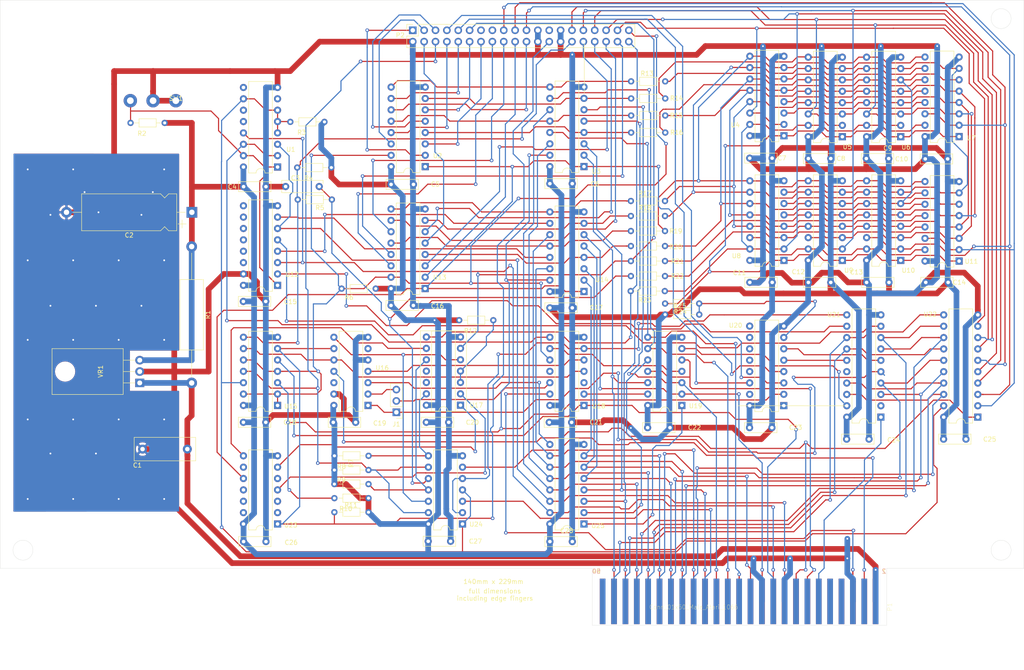
<source format=kicad_pcb>
(kicad_pcb (version 20171130) (host pcbnew 5.1.8-5.1.8)
  (title_block (title 1066) (date 2019-09-14) (company "Atari Computer Museum") (comment 1 "ReMake ") (comment 2 "2019 Edition"))
  (layers (0 F.Cu signal) (31 B.Cu signal) (34 B.Paste user) (35 F.Paste user) (36 B.SilkS user) (37 F.SilkS user) (38 B.Mask user) (39 F.Mask user) (44 Edge.Cuts user))
  (net 0 "")
  (net 1 GND)
  (net 2 VCC)
  (net 3 "Net-(C3-Pad1)")
  (net 4 "Net-(J1-Pad1)")
  (net 5 "Net-(J1-Pad2)")
  (net 6 "Net-(J1-Pad3)")
  (net 7 /!EXTSEL)
  (net 8 "Net-(P1-Pad5)")
  (net 9 "Net-(P1-Pad7)")
  (net 10 "Net-(P1-Pad9)")
  (net 11 "Net-(P1-Pad11)")
  (net 12 "Net-(P1-Pad13)")
  (net 13 /B_R!W)
  (net 14 /A15)
  (net 15 "Net-(P1-Pad49)")
  (net 16 /A14)
  (net 17 "Net-(P1-Pad21)")
  (net 18 "Net-(P1-Pad23)")
  (net 19 "Net-(P1-Pad25)")
  (net 20 "Net-(P1-Pad27)")
  (net 21 "Net-(P1-Pad29)")
  (net 22 "Net-(P1-Pad31)")
  (net 23 "Net-(P1-Pad33)")
  (net 24 "Net-(P1-Pad35)")
  (net 25 "Net-(P1-Pad37)")
  (net 26 "Net-(P1-Pad39)")
  (net 27 "Net-(P1-Pad41)")
  (net 28 "Net-(P1-Pad43)")
  (net 29 "Net-(P1-Pad45)")
  (net 30 "Net-(P1-Pad47)")
  (net 31 "Net-(P1-Pad4)")
  (net 32 "Net-(P1-Pad8)")
  (net 33 "Net-(P1-Pad10)")
  (net 34 "Net-(P1-Pad12)")
  (net 35 "Net-(P1-Pad14)")
  (net 36 "Net-(P1-Pad16)")
  (net 37 "Net-(P1-Pad20)")
  (net 38 "Net-(P1-Pad24)")
  (net 39 "Net-(P1-Pad26)")
  (net 40 "Net-(P1-Pad28)")
  (net 41 "Net-(P1-Pad30)")
  (net 42 /!DBUFSEL)
  (net 43 "Net-(P1-Pad34)")
  (net 44 "Net-(P1-Pad36)")
  (net 45 "Net-(P1-Pad38)")
  (net 46 "Net-(P1-Pad40)")
  (net 47 "Net-(P1-Pad42)")
  (net 48 "Net-(P1-Pad44)")
  (net 49 "Net-(P1-Pad46)")
  (net 50 "Net-(P1-Pad48)")
  (net 51 "Net-(P1-Pad50)")
  (net 52 /MA0)
  (net 53 /MA3)
  (net 54 /MA5)
  (net 55 /MA1)
  (net 56 /!CI)
  (net 57 /MA17)
  (net 58 /MA11)
  (net 59 /MA16)
  (net 60 /MA10)
  (net 61 /!RAS)
  (net 62 /MA9)
  (net 63 "Net-(P2-Pad13)")
  (net 64 /MA8)
  (net 65 "Net-(P2-Pad15)")
  (net 66 /MA7)
  (net 67 /MD7)
  (net 68 /MA13)
  (net 69 /MD3)
  (net 70 /MA4)
  (net 71 /MD6)
  (net 72 /MA2)
  (net 73 "Net-(P2-Pad25)")
  (net 74 /CLOCK)
  (net 75 /MD1)
  (net 76 /R!W)
  (net 77 /MD5)
  (net 78 /MA12)
  (net 79 /MD2)
  (net 80 /MA6)
  (net 81 /MD4)
  (net 82 /MA14)
  (net 83 /MD0)
  (net 84 /MA15)
  (net 85 /!MODSEL)
  (net 86 /!CAS)
  (net 87 "Net-(R2-Pad2)")
  (net 88 /!DEN)
  (net 89 "Net-(R7-Pad1)")
  (net 90 "Net-(R9-Pad1)")
  (net 91 "Net-(R10-Pad2)")
  (net 92 "Net-(R12-Pad1)")
  (net 93 "Net-(R13-Pad2)")
  (net 94 /ADDR_2)
  (net 95 /ADDR_1)
  (net 96 "Net-(R14-Pad2)")
  (net 97 /ADDR_3)
  (net 98 "Net-(R15-Pad2)")
  (net 99 "Net-(R16-Pad2)")
  (net 100 /ADDR_0)
  (net 101 "Net-(R17-Pad2)")
  (net 102 /ADDR_6)
  (net 103 "Net-(R18-Pad2)")
  (net 104 /ADDR_5)
  (net 105 /ADDR_7)
  (net 106 "Net-(R19-Pad2)")
  (net 107 /ADDR_4)
  (net 108 "Net-(R20-Pad2)")
  (net 109 /!WRT)
  (net 110 /ADDR_8)
  (net 111 "Net-(U1-Pad9)")
  (net 112 "Net-(U1-Pad14)")
  (net 113 "Net-(U1-Pad11)")
  (net 114 "Net-(U1-Pad12)")
  (net 115 "Net-(U1-Pad7)")
  (net 116 "Net-(U13-Pad1)")
  (net 117 /XA15)
  (net 118 "Net-(U12-Pad14)")
  (net 119 "Net-(U12-Pad13)")
  (net 120 "Net-(U12-Pad5)")
  (net 121 "Net-(U12-Pad12)")
  (net 122 /XA14)
  (net 123 "Net-(U12-Pad11)")
  (net 124 "Net-(U12-Pad10)")
  (net 125 "Net-(U12-Pad2)")
  (net 126 "Net-(U12-Pad9)")
  (net 127 "Net-(U15-Pad9)")
  (net 128 "Net-(U16-Pad6)")
  (net 129 "Net-(U16-Pad12)")
  (net 130 "Net-(U16-Pad4)")
  (net 131 "Net-(U16-Pad3)")
  (net 132 "Net-(U16-Pad8)")
  (net 133 "Net-(U17-Pad12)")
  (net 134 "Net-(U17-Pad11)")
  (net 135 "Net-(U17-Pad9)")
  (net 136 "Net-(U17-Pad2)")
  (net 137 "Net-(U17-Pad1)")
  (net 138 /LSTB)
  (net 139 "Net-(U18-Pad9)")
  (net 140 "Net-(U18-Pad2)")
  (net 141 "Net-(U19-Pad1)")
  (net 142 "Net-(U19-Pad10)")
  (net 143 "Net-(U19-Pad6)")
  (net 144 "Net-(U20-Pad15)")
  (net 145 /LD2)
  (net 146 "Net-(U20-Pad13)")
  (net 147 /LD3)
  (net 148 "Net-(U20-Pad12)")
  (net 149 "Net-(U20-Pad11)")
  (net 150 "Net-(U20-Pad10)")
  (net 151 "Net-(U20-Pad9)")
  (net 152 "Net-(U20-Pad1)")
  (net 153 "Net-(U21-Pad16)")
  (net 154 "Net-(U21-Pad2)")
  (net 155 "Net-(U23-Pad12)")
  (net 156 /10Volts)
  (net 157 /R!RAS)
  (net 158 /C!CAS)
  (net 159 "Net-(R24-Pad1)")
  (module Connector_PinHeader_2.54mm:PinHeader_2x20_P2.54mm_Vertical (layer B.Cu) (at 129.17 32.41 270)
    (fp_text reference P2 (at 1.1 2.8) (layer F.SilkS))
    (fp_text value Conn_01x40_Male)
    (pad 1 thru_hole rect (at 0 0 270) (size 1.7 1.7) (drill 1) (layers *.Cu *.Mask) (net 52 /MA0))
    (pad 2 thru_hole oval (at 2.54 0 270) (size 1.7 1.7) (drill 1) (layers *.Cu *.Mask) (net 1 GND))
    (pad 3 thru_hole oval (at 0 -2.54 270) (size 1.7 1.7) (drill 1) (layers *.Cu *.Mask) (net 53 /MA3))
    (pad 4 thru_hole oval (at 2.54 -2.54 270) (size 1.7 1.7) (drill 1) (layers *.Cu *.Mask) (net 54 /MA5))
    (pad 5 thru_hole oval (at 0 -5.08 270) (size 1.7 1.7) (drill 1) (layers *.Cu *.Mask) (net 55 /MA1))
    (pad 6 thru_hole oval (at 2.54 -5.08 270) (size 1.7 1.7) (drill 1) (layers *.Cu *.Mask) (net 56 /!CI))
    (pad 7 thru_hole oval (at 0 -7.62 270) (size 1.7 1.7) (drill 1) (layers *.Cu *.Mask) (net 57 /MA17))
    (pad 8 thru_hole oval (at 2.54 -7.62 270) (size 1.7 1.7) (drill 1) (layers *.Cu *.Mask) (net 58 /MA11))
    (pad 9 thru_hole oval (at 0 -10.16 270) (size 1.7 1.7) (drill 1) (layers *.Cu *.Mask) (net 59 /MA16))
    (pad 10 thru_hole oval (at 2.54 -10.16 270) (size 1.7 1.7) (drill 1) (layers *.Cu *.Mask) (net 60 /MA10))
    (pad 11 thru_hole oval (at 0 -12.7 270) (size 1.7 1.7) (drill 1) (layers *.Cu *.Mask) (net 61 /!RAS))
    (pad 12 thru_hole oval (at 2.54 -12.7 270) (size 1.7 1.7) (drill 1) (layers *.Cu *.Mask) (net 62 /MA9))
    (pad 13 thru_hole oval (at 0 -15.24 270) (size 1.7 1.7) (drill 1) (layers *.Cu *.Mask) (net 63 "Net-(P2-Pad13)"))
    (pad 14 thru_hole oval (at 2.54 -15.24 270) (size 1.7 1.7) (drill 1) (layers *.Cu *.Mask) (net 64 /MA8))
    (pad 15 thru_hole oval (at 0 -17.78 270) (size 1.7 1.7) (drill 1) (layers *.Cu *.Mask) (net 65 "Net-(P2-Pad15)"))
    (pad 16 thru_hole oval (at 2.54 -17.78 270) (size 1.7 1.7) (drill 1) (layers *.Cu *.Mask) (net 66 /MA7))
    (pad 17 thru_hole oval (at 0 -20.32 270) (size 1.7 1.7) (drill 1) (layers *.Cu *.Mask) (net 67 /MD7))
    (pad 34 thru_hole oval (at 2.54 -20.32 270) (size 1.7 1.7) (drill 1) (layers *.Cu *.Mask) (net 80 /MA6))
    (pad 19 thru_hole oval (at 0 -22.86 270) (size 1.7 1.7) (drill 1) (layers *.Cu *.Mask) (net 69 /MD3))
    (pad 20 thru_hole oval (at 2.54 -22.86 270) (size 1.7 1.7) (drill 1) (layers *.Cu *.Mask) (net 70 /MA4))
    (pad 21 thru_hole oval (at 0 -25.4 270) (size 1.7 1.7) (drill 1) (layers *.Cu *.Mask) (net 71 /MD6))
    (pad 22 thru_hole oval (at 2.54 -25.4 270) (size 1.7 1.7) (drill 1) (layers *.Cu *.Mask) (net 72 /MA2))
    (pad 23 thru_hole oval (at 0 -27.94 270) (size 1.7 1.7) (drill 1) (layers *.Cu *.Mask) (net 1 GND))
    (pad 24 thru_hole oval (at 2.54 -27.94 270) (size 1.7 1.7) (drill 1) (layers *.Cu *.Mask) (net 1 GND))
    (pad 25 thru_hole oval (at 0 -30.48 270) (size 1.7 1.7) (drill 1) (layers *.Cu *.Mask) (net 73 "Net-(P2-Pad25)"))
    (pad 26 thru_hole oval (at 2.54 -30.48 270) (size 1.7 1.7) (drill 1) (layers *.Cu *.Mask) (net 74 /CLOCK))
    (pad 27 thru_hole oval (at 0 -33.02 270) (size 1.7 1.7) (drill 1) (layers *.Cu *.Mask) (net 1 GND))
    (pad 28 thru_hole oval (at 2.54 -33.02 270) (size 1.7 1.7) (drill 1) (layers *.Cu *.Mask) (net 1 GND))
    (pad 29 thru_hole oval (at 0 -35.56 270) (size 1.7 1.7) (drill 1) (layers *.Cu *.Mask) (net 75 /MD1))
    (pad 30 thru_hole oval (at 2.54 -35.56 270) (size 1.7 1.7) (drill 1) (layers *.Cu *.Mask) (net 76 /R!W))
    (pad 31 thru_hole oval (at 0 -38.1 270) (size 1.7 1.7) (drill 1) (layers *.Cu *.Mask) (net 77 /MD5))
    (pad 32 thru_hole oval (at 2.54 -38.1 270) (size 1.7 1.7) (drill 1) (layers *.Cu *.Mask) (net 78 /MA12))
    (pad 33 thru_hole oval (at 0 -40.64 270) (size 1.7 1.7) (drill 1) (layers *.Cu *.Mask) (net 79 /MD2))
    (pad 18 thru_hole oval (at 2.54 -40.64 270) (size 1.7 1.7) (drill 1) (layers *.Cu *.Mask) (net 68 /MA13))
    (pad 35 thru_hole oval (at 0 -43.18 270) (size 1.7 1.7) (drill 1) (layers *.Cu *.Mask) (net 81 /MD4))
    (pad 36 thru_hole oval (at 2.54 -43.18 270) (size 1.7 1.7) (drill 1) (layers *.Cu *.Mask) (net 82 /MA14))
    (pad 37 thru_hole oval (at 0 -45.72 270) (size 1.7 1.7) (drill 1) (layers *.Cu *.Mask) (net 83 /MD0))
    (pad 38 thru_hole oval (at 2.54 -45.72 270) (size 1.7 1.7) (drill 1) (layers *.Cu *.Mask) (net 84 /MA15))
    (pad 39 thru_hole oval (at 0 -48.26 270) (size 1.7 1.7) (drill 1) (layers *.Cu *.Mask) (net 85 /!MODSEL))
    (pad 40 thru_hole oval (at 2.54 -48.26 270) (size 1.7 1.7) (drill 1) (layers *.Cu *.Mask) (net 86 /!CAS))
  )
  (module Package_TO_SOT_THT:TO-220-3_Horizontal_TabDown (layer F.Cu) (at 68.2 111.22 90)
    (fp_text reference VR1 (at 2.57 -8.74 90) (layer F.SilkS))
    (fp_text value 7805)
    (pad "" np_thru_hole oval (at 2.54 -16.66 90) (size 3.5 3.5) (drill 3.5) (layers *.Cu *.Mask))
    (pad 1 thru_hole rect (at 0 0 90) (size 1.905 2) (drill 1.1) (layers *.Cu *.Mask) (net 156 /10Volts))
    (pad 2 thru_hole oval (at 2.54 0 90) (size 1.905 2) (drill 1.1) (layers *.Cu *.Mask) (net 1 GND))
    (pad 3 thru_hole oval (at 5.08 0 90) (size 1.905 2) (drill 1.1) (layers *.Cu *.Mask) (net 2 VCC))
  )
  (module Capacitor_THT:C_Rect_L9.0mm_W2.5mm_P7.50mm_MKT (layer F.Cu) (at 108.28 67.33 180)
    (fp_text reference C3 (at 5.33 1.9) (layer F.SilkS))
    (fp_text value 470pF)
    (pad 2 thru_hole circle (at 7.5 0 180) (size 1.6 1.6) (drill 0.8) (layers *.Cu *.Mask) (net 1 GND))
    (pad 1 thru_hole circle (at 0 0 180) (size 1.6 1.6) (drill 0.8) (layers *.Cu *.Mask) (net 3 "Net-(C3-Pad1)"))
  )
  (module Package_DIP:DIP-16_W7.62mm (layer F.Cu) (at 98.98 62.97 180)
    (fp_text reference U1 (at -2.96 3.92) (layer F.SilkS))
    (fp_text value 74LS156)
    (pad 16 thru_hole oval (at 7.62 0 180) (size 1.6 1.6) (drill 0.8) (layers *.Cu *.Mask) (net 2 VCC))
    (pad 8 thru_hole oval (at 0 17.78 180) (size 1.6 1.6) (drill 0.8) (layers *.Cu *.Mask) (net 1 GND))
    (pad 15 thru_hole oval (at 7.62 2.54 180) (size 1.6 1.6) (drill 0.8) (layers *.Cu *.Mask) (net 87 "Net-(R2-Pad2)"))
    (pad 7 thru_hole oval (at 0 15.24 180) (size 1.6 1.6) (drill 0.8) (layers *.Cu *.Mask) (net 115 "Net-(U1-Pad7)"))
    (pad 14 thru_hole oval (at 7.62 5.08 180) (size 1.6 1.6) (drill 0.8) (layers *.Cu *.Mask) (net 112 "Net-(U1-Pad14)"))
    (pad 6 thru_hole oval (at 0 12.7 180) (size 1.6 1.6) (drill 0.8) (layers *.Cu *.Mask) (net 88 /!DEN))
    (pad 13 thru_hole oval (at 7.62 7.62 180) (size 1.6 1.6) (drill 0.8) (layers *.Cu *.Mask) (net 16 /A14))
    (pad 5 thru_hole oval (at 0 10.16 180) (size 1.6 1.6) (drill 0.8) (layers *.Cu *.Mask) (net 88 /!DEN))
    (pad 12 thru_hole oval (at 7.62 10.16 180) (size 1.6 1.6) (drill 0.8) (layers *.Cu *.Mask) (net 114 "Net-(U1-Pad12)"))
    (pad 4 thru_hole oval (at 0 7.62 180) (size 1.6 1.6) (drill 0.8) (layers *.Cu *.Mask) (net 88 /!DEN))
    (pad 11 thru_hole oval (at 7.62 12.7 180) (size 1.6 1.6) (drill 0.8) (layers *.Cu *.Mask) (net 113 "Net-(U1-Pad11)"))
    (pad 3 thru_hole oval (at 0 5.08 180) (size 1.6 1.6) (drill 0.8) (layers *.Cu *.Mask) (net 14 /A15))
    (pad 10 thru_hole oval (at 7.62 15.24 180) (size 1.6 1.6) (drill 0.8) (layers *.Cu *.Mask) (net 88 /!DEN))
    (pad 2 thru_hole oval (at 0 2.54 180) (size 1.6 1.6) (drill 0.8) (layers *.Cu *.Mask) (net 112 "Net-(U1-Pad14)"))
    (pad 9 thru_hole oval (at 7.62 17.78 180) (size 1.6 1.6) (drill 0.8) (layers *.Cu *.Mask) (net 111 "Net-(U1-Pad9)"))
    (pad 1 thru_hole rect (at 0 0 180) (size 1.6 1.6) (drill 0.8) (layers *.Cu *.Mask) (net 87 "Net-(R2-Pad2)"))
  )
  (module Capacitor_THT:C_Rect_L7.0mm_W2.0mm_P5.00mm (layer F.Cu) (at 91.39 67.36)
    (fp_text reference C4 (at -2.52 0.02) (layer F.SilkS))
    (fp_text value .1uF)
    (pad 2 thru_hole circle (at 5 0) (size 1.6 1.6) (drill 0.8) (layers *.Cu *.Mask) (net 1 GND))
    (pad 1 thru_hole circle (at 0 0) (size 1.6 1.6) (drill 0.8) (layers *.Cu *.Mask) (net 2 VCC))
  )
  (module Capacitor_THT:C_Rect_L7.0mm_W2.0mm_P5.00mm (layer F.Cu) (at 124.33 66.86)
    (fp_text reference C5 (at 9.87 -0.04) (layer F.SilkS))
    (fp_text value .1uF)
    (pad 2 thru_hole circle (at 5 0) (size 1.6 1.6) (drill 0.8) (layers *.Cu *.Mask) (net 1 GND))
    (pad 1 thru_hole circle (at 0 0) (size 1.6 1.6) (drill 0.8) (layers *.Cu *.Mask) (net 2 VCC))
  )
  (module Capacitor_THT:C_Rect_L7.0mm_W2.0mm_P5.00mm (layer F.Cu) (at 159.79 66.69)
    (fp_text reference C6 (at 10.06 0.08) (layer F.SilkS))
    (fp_text value .1uF)
    (pad 2 thru_hole circle (at 5 0) (size 1.6 1.6) (drill 0.8) (layers *.Cu *.Mask) (net 1 GND))
    (pad 1 thru_hole circle (at 0 0) (size 1.6 1.6) (drill 0.8) (layers *.Cu *.Mask) (net 2 VCC))
  )
  (module Capacitor_THT:C_Rect_L7.0mm_W2.0mm_P5.00mm (layer F.Cu) (at 209.42 60.99 180)
    (fp_text reference C7 (at -2.19 0) (layer F.SilkS))
    (fp_text value .1uF)
    (pad 2 thru_hole circle (at 5 0 180) (size 1.6 1.6) (drill 0.8) (layers *.Cu *.Mask) (net 1 GND))
    (pad 1 thru_hole circle (at 0 0 180) (size 1.6 1.6) (drill 0.8) (layers *.Cu *.Mask) (net 2 VCC))
  )
  (module Capacitor_THT:C_Rect_L7.0mm_W2.0mm_P5.00mm (layer F.Cu) (at 222.52 61.08 180)
    (fp_text reference C8 (at -2.26 0) (layer F.SilkS))
    (fp_text value .1uF)
    (pad 2 thru_hole circle (at 5 0 180) (size 1.6 1.6) (drill 0.8) (layers *.Cu *.Mask) (net 1 GND))
    (pad 1 thru_hole circle (at 0 0 180) (size 1.6 1.6) (drill 0.8) (layers *.Cu *.Mask) (net 2 VCC))
  )
  (module Capacitor_THT:C_Rect_L7.0mm_W2.0mm_P5.00mm (layer F.Cu) (at 235.46 61.08 180)
    (fp_text reference C9 (at 0.21 2.32) (layer F.SilkS))
    (fp_text value .1uF)
    (pad 2 thru_hole circle (at 5 0 180) (size 1.6 1.6) (drill 0.8) (layers *.Cu *.Mask) (net 1 GND))
    (pad 1 thru_hole circle (at 0 0 180) (size 1.6 1.6) (drill 0.8) (layers *.Cu *.Mask) (net 2 VCC))
  )
  (module Capacitor_THT:C_Rect_L7.0mm_W2.0mm_P5.00mm (layer F.Cu) (at 248.62 61.16 180)
    (fp_text reference C10 (at 10.28 -0.03) (layer F.SilkS))
    (fp_text value .1uF)
    (pad 2 thru_hole circle (at 5 0 180) (size 1.6 1.6) (drill 0.8) (layers *.Cu *.Mask) (net 1 GND))
    (pad 1 thru_hole circle (at 0 0 180) (size 1.6 1.6) (drill 0.8) (layers *.Cu *.Mask) (net 2 VCC))
  )
  (module Capacitor_THT:C_Rect_L7.0mm_W2.0mm_P5.00mm (layer F.Cu) (at 209.44 88.75 180)
    (fp_text reference C11 (at 7.31 2.15) (layer F.SilkS))
    (fp_text value .1uF)
    (pad 2 thru_hole circle (at 5 0 180) (size 1.6 1.6) (drill 0.8) (layers *.Cu *.Mask) (net 1 GND))
    (pad 1 thru_hole circle (at 0 0 180) (size 1.6 1.6) (drill 0.8) (layers *.Cu *.Mask) (net 2 VCC))
  )
  (module Capacitor_THT:C_Rect_L7.0mm_W2.0mm_P5.00mm (layer F.Cu) (at 222.52 88.76 180)
    (fp_text reference C12 (at 7.25 2.35) (layer F.SilkS))
    (fp_text value .1uF)
    (pad 2 thru_hole circle (at 5 0 180) (size 1.6 1.6) (drill 0.8) (layers *.Cu *.Mask) (net 1 GND))
    (pad 1 thru_hole circle (at 0 0 180) (size 1.6 1.6) (drill 0.8) (layers *.Cu *.Mask) (net 2 VCC))
  )
  (module Capacitor_THT:C_Rect_L7.0mm_W2.0mm_P5.00mm (layer F.Cu) (at 235.52 88.76 180)
    (fp_text reference C13 (at 7.26 2.3) (layer F.SilkS))
    (fp_text value .1uF)
    (pad 2 thru_hole circle (at 5 0 180) (size 1.6 1.6) (drill 0.8) (layers *.Cu *.Mask) (net 1 GND))
    (pad 1 thru_hole circle (at 0 0 180) (size 1.6 1.6) (drill 0.8) (layers *.Cu *.Mask) (net 2 VCC))
  )
  (module Capacitor_THT:C_Rect_L7.0mm_W2.0mm_P5.00mm (layer F.Cu) (at 248.73 88.75 180)
    (fp_text reference C14 (at -2.5 0) (layer F.SilkS))
    (fp_text value .1uF)
    (pad 2 thru_hole circle (at 5 0 180) (size 1.6 1.6) (drill 0.8) (layers *.Cu *.Mask) (net 1 GND))
    (pad 1 thru_hole circle (at 0 0 180) (size 1.6 1.6) (drill 0.8) (layers *.Cu *.Mask) (net 2 VCC))
  )
  (module Capacitor_THT:C_Rect_L7.0mm_W2.0mm_P5.00mm (layer F.Cu) (at 91.34 93.01)
    (fp_text reference C15 (at 10.5 0.07) (layer F.SilkS))
    (fp_text value .1uF)
    (pad 2 thru_hole circle (at 5 0) (size 1.6 1.6) (drill 0.8) (layers *.Cu *.Mask) (net 1 GND))
    (pad 1 thru_hole circle (at 0 0) (size 1.6 1.6) (drill 0.8) (layers *.Cu *.Mask) (net 2 VCC))
  )
  (module Capacitor_THT:C_Rect_L7.0mm_W2.0mm_P5.00mm (layer F.Cu) (at 124.31 93.91)
    (fp_text reference C16 (at 10.38 0.14) (layer F.SilkS))
    (fp_text value .1uF)
    (pad 2 thru_hole circle (at 5 0) (size 1.6 1.6) (drill 0.8) (layers *.Cu *.Mask) (net 1 GND))
    (pad 1 thru_hole circle (at 0 0) (size 1.6 1.6) (drill 0.8) (layers *.Cu *.Mask) (net 2 VCC))
  )
  (module Capacitor_THT:C_Rect_L7.0mm_W2.0mm_P5.00mm (layer F.Cu) (at 159.79 94.44)
    (fp_text reference C17 (at 10.36 -0.05) (layer F.SilkS))
    (fp_text value .1uF)
    (pad 2 thru_hole circle (at 5 0) (size 1.6 1.6) (drill 0.8) (layers *.Cu *.Mask) (net 1 GND))
    (pad 1 thru_hole circle (at 0 0) (size 1.6 1.6) (drill 0.8) (layers *.Cu *.Mask) (net 2 VCC))
  )
  (module Capacitor_THT:C_Rect_L7.0mm_W2.0mm_P5.00mm (layer F.Cu) (at 91.35 120.02)
    (fp_text reference C18 (at 10.39 0.01) (layer F.SilkS))
    (fp_text value .1uF)
    (pad 2 thru_hole circle (at 5 0) (size 1.6 1.6) (drill 0.8) (layers *.Cu *.Mask) (net 1 GND))
    (pad 1 thru_hole circle (at 0 0) (size 1.6 1.6) (drill 0.8) (layers *.Cu *.Mask) (net 2 VCC))
  )
  (module Capacitor_THT:C_Rect_L7.0mm_W2.0mm_P5.00mm (layer F.Cu) (at 111.42 120.03)
    (fp_text reference C19 (at 10.37 0.19) (layer F.SilkS))
    (fp_text value .1uF)
    (pad 2 thru_hole circle (at 5 0) (size 1.6 1.6) (drill 0.8) (layers *.Cu *.Mask) (net 1 GND))
    (pad 1 thru_hole circle (at 0 0) (size 1.6 1.6) (drill 0.8) (layers *.Cu *.Mask) (net 2 VCC))
  )
  (module Capacitor_THT:C_Rect_L7.0mm_W2.0mm_P5.00mm (layer F.Cu) (at 132.2 120.02)
    (fp_text reference C20 (at 10.284999 0.024999) (layer F.SilkS))
    (fp_text value .1uF)
    (pad 2 thru_hole circle (at 5 0) (size 1.6 1.6) (drill 0.8) (layers *.Cu *.Mask) (net 1 GND))
    (pad 1 thru_hole circle (at 0 0) (size 1.6 1.6) (drill 0.8) (layers *.Cu *.Mask) (net 2 VCC))
  )
  (module Capacitor_THT:C_Rect_L7.0mm_W2.0mm_P5.00mm (layer F.Cu) (at 159.65 120.03)
    (fp_text reference C21 (at 10.46 -0.04) (layer F.SilkS))
    (fp_text value .1uF)
    (pad 2 thru_hole circle (at 5 0) (size 1.6 1.6) (drill 0.8) (layers *.Cu *.Mask) (net 1 GND))
    (pad 1 thru_hole circle (at 0 0) (size 1.6 1.6) (drill 0.8) (layers *.Cu *.Mask) (net 2 VCC))
  )
  (module Capacitor_THT:C_Rect_L7.0mm_W2.0mm_P5.00mm (layer F.Cu) (at 181.62 121.22)
    (fp_text reference C22 (at 10.47 -0.04) (layer F.SilkS))
    (fp_text value .1uF)
    (pad 2 thru_hole circle (at 5 0) (size 1.6 1.6) (drill 0.8) (layers *.Cu *.Mask) (net 1 GND))
    (pad 1 thru_hole circle (at 0 0) (size 1.6 1.6) (drill 0.8) (layers *.Cu *.Mask) (net 2 VCC))
  )
  (module Capacitor_THT:C_Rect_L7.0mm_W2.0mm_P5.00mm (layer F.Cu) (at 204.38 121.22)
    (fp_text reference C23 (at 10.29 -0.04) (layer F.SilkS))
    (fp_text value .1uF)
    (pad 2 thru_hole circle (at 5 0) (size 1.6 1.6) (drill 0.8) (layers *.Cu *.Mask) (net 1 GND))
    (pad 1 thru_hole circle (at 0 0) (size 1.6 1.6) (drill 0.8) (layers *.Cu *.Mask) (net 2 VCC))
  )
  (module Capacitor_THT:C_Rect_L7.0mm_W2.0mm_P5.00mm (layer F.Cu) (at 226.065 123.79)
    (fp_text reference C24 (at 10.52 0.19) (layer F.SilkS))
    (fp_text value .1uF)
    (pad 2 thru_hole circle (at 5 0) (size 1.6 1.6) (drill 0.8) (layers *.Cu *.Mask) (net 1 GND))
    (pad 1 thru_hole circle (at 0 0) (size 1.6 1.6) (drill 0.8) (layers *.Cu *.Mask) (net 2 VCC))
  )
  (module Capacitor_THT:C_Rect_L7.0mm_W2.0mm_P5.00mm (layer F.Cu) (at 247.71 123.79)
    (fp_text reference C25 (at 10.3 0.03) (layer F.SilkS))
    (fp_text value .1uF)
    (pad 2 thru_hole circle (at 5 0) (size 1.6 1.6) (drill 0.8) (layers *.Cu *.Mask) (net 1 GND))
    (pad 1 thru_hole circle (at 0 0) (size 1.6 1.6) (drill 0.8) (layers *.Cu *.Mask) (net 2 VCC))
  )
  (module Capacitor_THT:C_Rect_L7.0mm_W2.0mm_P5.00mm (layer F.Cu) (at 91.39 146.68)
    (fp_text reference C26 (at 10.63 0.2) (layer F.SilkS))
    (fp_text value .1uF)
    (pad 2 thru_hole circle (at 5 0) (size 1.6 1.6) (drill 0.8) (layers *.Cu *.Mask) (net 1 GND))
    (pad 1 thru_hole circle (at 0 0) (size 1.6 1.6) (drill 0.8) (layers *.Cu *.Mask) (net 2 VCC))
  )
  (module Capacitor_THT:C_Rect_L7.0mm_W2.0mm_P5.00mm (layer F.Cu) (at 132.62 146.61)
    (fp_text reference C27 (at 10.55 0.01) (layer F.SilkS))
    (fp_text value .1uF)
    (pad 2 thru_hole circle (at 5 0) (size 1.6 1.6) (drill 0.8) (layers *.Cu *.Mask) (net 1 GND))
    (pad 1 thru_hole circle (at 0 0) (size 1.6 1.6) (drill 0.8) (layers *.Cu *.Mask) (net 2 VCC))
  )
  (module Capacitor_THT:C_Rect_L7.0mm_W2.0mm_P5.00mm (layer F.Cu) (at 159.8 146.68)
    (fp_text reference C28 (at 3.75 -2.42) (layer F.SilkS))
    (fp_text value .1uF)
    (pad 2 thru_hole circle (at 5 0) (size 1.6 1.6) (drill 0.8) (layers *.Cu *.Mask) (net 1 GND))
    (pad 1 thru_hole circle (at 0 0) (size 1.6 1.6) (drill 0.8) (layers *.Cu *.Mask) (net 2 VCC))
  )
  (module Package_DIP:DIP-16_W7.62mm (layer F.Cu) (at 238.143332 56.2 180)
    (fp_text reference U6 (at -1.18 -2.34) (layer F.SilkS))
    (fp_text value 4164)
    (pad 16 thru_hole oval (at 7.62 0 180) (size 1.6 1.6) (drill 0.8) (layers *.Cu *.Mask) (net 1 GND))
    (pad 8 thru_hole oval (at 0 17.78 180) (size 1.6 1.6) (drill 0.8) (layers *.Cu *.Mask) (net 2 VCC))
    (pad 15 thru_hole oval (at 7.62 2.54 180) (size 1.6 1.6) (drill 0.8) (layers *.Cu *.Mask) (net 158 /C!CAS))
    (pad 7 thru_hole oval (at 0 15.24 180) (size 1.6 1.6) (drill 0.8) (layers *.Cu *.Mask) (net 95 /ADDR_1))
    (pad 14 thru_hole oval (at 7.62 5.08 180) (size 1.6 1.6) (drill 0.8) (layers *.Cu *.Mask) (net 79 /MD2))
    (pad 6 thru_hole oval (at 0 12.7 180) (size 1.6 1.6) (drill 0.8) (layers *.Cu *.Mask) (net 94 /ADDR_2))
    (pad 13 thru_hole oval (at 7.62 7.62 180) (size 1.6 1.6) (drill 0.8) (layers *.Cu *.Mask) (net 102 /ADDR_6))
    (pad 5 thru_hole oval (at 0 10.16 180) (size 1.6 1.6) (drill 0.8) (layers *.Cu *.Mask) (net 100 /ADDR_0))
    (pad 12 thru_hole oval (at 7.62 10.16 180) (size 1.6 1.6) (drill 0.8) (layers *.Cu *.Mask) (net 97 /ADDR_3))
    (pad 4 thru_hole oval (at 0 7.62 180) (size 1.6 1.6) (drill 0.8) (layers *.Cu *.Mask) (net 157 /R!RAS))
    (pad 11 thru_hole oval (at 7.62 12.7 180) (size 1.6 1.6) (drill 0.8) (layers *.Cu *.Mask) (net 107 /ADDR_4))
    (pad 3 thru_hole oval (at 0 5.08 180) (size 1.6 1.6) (drill 0.8) (layers *.Cu *.Mask) (net 109 /!WRT))
    (pad 10 thru_hole oval (at 7.62 15.24 180) (size 1.6 1.6) (drill 0.8) (layers *.Cu *.Mask) (net 104 /ADDR_5))
    (pad 2 thru_hole oval (at 0 2.54 180) (size 1.6 1.6) (drill 0.8) (layers *.Cu *.Mask) (net 79 /MD2))
    (pad 9 thru_hole oval (at 7.62 17.78 180) (size 1.6 1.6) (drill 0.8) (layers *.Cu *.Mask) (net 105 /ADDR_7))
    (pad 1 thru_hole rect (at 0 0 180) (size 1.6 1.6) (drill 0.8) (layers *.Cu *.Mask) (net 110 /ADDR_8))
  )
  (module Package_DIP:DIP-16_W7.62mm (layer F.Cu) (at 251.18 83.99 180)
    (fp_text reference U11 (at -2.74 -0.08) (layer F.SilkS))
    (fp_text value 4164)
    (pad 1 thru_hole rect (at 0 0 180) (size 1.6 1.6) (drill 0.8) (layers *.Cu *.Mask) (net 110 /ADDR_8))
    (pad 9 thru_hole oval (at 7.62 17.78 180) (size 1.6 1.6) (drill 0.8) (layers *.Cu *.Mask) (net 105 /ADDR_7))
    (pad 2 thru_hole oval (at 0 2.54 180) (size 1.6 1.6) (drill 0.8) (layers *.Cu *.Mask) (net 67 /MD7))
    (pad 10 thru_hole oval (at 7.62 15.24 180) (size 1.6 1.6) (drill 0.8) (layers *.Cu *.Mask) (net 104 /ADDR_5))
    (pad 3 thru_hole oval (at 0 5.08 180) (size 1.6 1.6) (drill 0.8) (layers *.Cu *.Mask) (net 109 /!WRT))
    (pad 11 thru_hole oval (at 7.62 12.7 180) (size 1.6 1.6) (drill 0.8) (layers *.Cu *.Mask) (net 107 /ADDR_4))
    (pad 4 thru_hole oval (at 0 7.62 180) (size 1.6 1.6) (drill 0.8) (layers *.Cu *.Mask) (net 157 /R!RAS))
    (pad 12 thru_hole oval (at 7.62 10.16 180) (size 1.6 1.6) (drill 0.8) (layers *.Cu *.Mask) (net 97 /ADDR_3))
    (pad 5 thru_hole oval (at 0 10.16 180) (size 1.6 1.6) (drill 0.8) (layers *.Cu *.Mask) (net 100 /ADDR_0))
    (pad 13 thru_hole oval (at 7.62 7.62 180) (size 1.6 1.6) (drill 0.8) (layers *.Cu *.Mask) (net 102 /ADDR_6))
    (pad 6 thru_hole oval (at 0 12.7 180) (size 1.6 1.6) (drill 0.8) (layers *.Cu *.Mask) (net 94 /ADDR_2))
    (pad 14 thru_hole oval (at 7.62 5.08 180) (size 1.6 1.6) (drill 0.8) (layers *.Cu *.Mask) (net 67 /MD7))
    (pad 7 thru_hole oval (at 0 15.24 180) (size 1.6 1.6) (drill 0.8) (layers *.Cu *.Mask) (net 95 /ADDR_1))
    (pad 15 thru_hole oval (at 7.62 2.54 180) (size 1.6 1.6) (drill 0.8) (layers *.Cu *.Mask) (net 158 /C!CAS))
    (pad 8 thru_hole oval (at 0 17.78 180) (size 1.6 1.6) (drill 0.8) (layers *.Cu *.Mask) (net 2 VCC))
    (pad 16 thru_hole oval (at 7.62 0 180) (size 1.6 1.6) (drill 0.8) (layers *.Cu *.Mask) (net 1 GND))
  )
  (module Capacitor_THT:C_Rect_L13.5mm_W5.0mm_P10.00mm_FKS3_FKP3_MKS4 (layer F.Cu) (at 78.83 126.01 180)
    (fp_text reference C1 (at 11.15 -3.62 180) (layer F.SilkS))
    (fp_text value .1uF)
    (pad 2 thru_hole circle (at 10 0 180) (size 2 2) (drill 1) (layers *.Cu *.Mask) (net 1 GND))
    (pad 1 thru_hole circle (at 0 0 180) (size 2 2) (drill 1) (layers *.Cu *.Mask) (net 156 /10Volts))
  )
  (module SWITCH:SPDT_Switch (layer F.Cu) (at 76.26 48.15 180)
    (fp_text reference SW1 (at 0 0.5 180) (layer F.SilkS))
    (fp_text value Bank)
    (pad 1 thru_hole circle (at 0 0 180) (size 3 3) (drill 1.5) (layers *.Cu *.Mask) (net 1 GND))
    (pad 2 thru_hole circle (at 5.08 0 180) (size 3 3) (drill 1.5) (layers *.Cu *.Mask) (net 1 GND))
    (pad 3 thru_hole circle (at 10.16 0.01 180) (size 3 3) (drill 1.5) (layers *.Cu *.Mask) (net 87 "Net-(R2-Pad2)"))
  )
  (module Resistor_THT:R_Axial_DIN0204_L3.6mm_D1.6mm_P7.62mm_Horizontal (layer F.Cu) (at 73.77 53.11 180)
    (fp_text reference R2 (at 5.08 -2.37) (layer F.SilkS))
    (fp_text value 1K)
    (pad 2 thru_hole oval (at 7.62 0 180) (size 1.4 1.4) (drill 0.7) (layers *.Cu *.Mask) (net 87 "Net-(R2-Pad2)"))
    (pad 1 thru_hole circle (at 0 0 180) (size 1.4 1.4) (drill 0.7) (layers *.Cu *.Mask) (net 2 VCC))
  )
  (module Resistor_THT:R_Axial_DIN0204_L3.6mm_D1.6mm_P7.62mm_Horizontal (layer F.Cu) (at 109.45 52.88 180)
    (fp_text reference R3 (at 5.08 -2.37) (layer F.SilkS))
    (fp_text value 470)
    (pad 2 thru_hole oval (at 7.62 0 180) (size 1.4 1.4) (drill 0.7) (layers *.Cu *.Mask) (net 88 /!DEN))
    (pad 1 thru_hole circle (at 0 0 180) (size 1.4 1.4) (drill 0.7) (layers *.Cu *.Mask) (net 2 VCC))
  )
  (module Resistor_THT:R_Axial_DIN0204_L3.6mm_D1.6mm_P7.62mm_Horizontal (layer F.Cu) (at 110.99 63.09 180)
    (fp_text reference R4 (at 5.08 -2.37) (layer F.SilkS))
    (fp_text value 1K)
    (pad 2 thru_hole oval (at 7.62 0 180) (size 1.4 1.4) (drill 0.7) (layers *.Cu *.Mask) (net 76 /R!W))
    (pad 1 thru_hole circle (at 0 0 180) (size 1.4 1.4) (drill 0.7) (layers *.Cu *.Mask) (net 2 VCC))
  )
  (module Resistor_THT:R_Axial_DIN0204_L3.6mm_D1.6mm_P7.62mm_Horizontal (layer F.Cu) (at 111.11 70.25 180)
    (fp_text reference R5 (at 2.68 -1.83) (layer F.SilkS))
    (fp_text value 33)
    (pad 2 thru_hole oval (at 7.62 0 180) (size 1.4 1.4) (drill 0.7) (layers *.Cu *.Mask) (net 76 /R!W))
    (pad 1 thru_hole circle (at 0 0 180) (size 1.4 1.4) (drill 0.7) (layers *.Cu *.Mask) (net 3 "Net-(C3-Pad1)"))
  )
  (module Resistor_THT:R_Axial_DIN0204_L3.6mm_D1.6mm_P7.62mm_Horizontal (layer F.Cu) (at 113.28 90.15)
    (fp_text reference R6 (at 1.67 1.97) (layer F.SilkS))
    (fp_text value 1K)
    (pad 2 thru_hole oval (at 7.62 0) (size 1.4 1.4) (drill 0.7) (layers *.Cu *.Mask) (net 2 VCC))
    (pad 1 thru_hole circle (at 0 0) (size 1.4 1.4) (drill 0.7) (layers *.Cu *.Mask) (net 85 /!MODSEL))
  )
  (module Resistor_THT:R_Axial_DIN0204_L3.6mm_D1.6mm_P7.62mm_Horizontal (layer F.Cu) (at 119.3 127.51 180)
    (fp_text reference R7 (at 3.88 -1.7 90) (layer F.SilkS))
    (fp_text value 1K)
    (pad 2 thru_hole oval (at 7.62 0 180) (size 1.4 1.4) (drill 0.7) (layers *.Cu *.Mask) (net 2 VCC))
    (pad 1 thru_hole circle (at 0 0 180) (size 1.4 1.4) (drill 0.7) (layers *.Cu *.Mask) (net 89 "Net-(R7-Pad1)"))
  )
  (module Resistor_THT:R_Axial_DIN0204_L3.6mm_D1.6mm_P7.62mm_Horizontal (layer F.Cu) (at 111.67 130.6925)
    (fp_text reference R8 (at 1.61 -0.79) (layer F.SilkS))
    (fp_text value 1K)
    (pad 2 thru_hole oval (at 7.62 0) (size 1.4 1.4) (drill 0.7) (layers *.Cu *.Mask) (net 56 /!CI))
    (pad 1 thru_hole circle (at 0 0) (size 1.4 1.4) (drill 0.7) (layers *.Cu *.Mask) (net 2 VCC))
  )
  (module Resistor_THT:R_Axial_DIN0204_L3.6mm_D1.6mm_P7.62mm_Horizontal (layer F.Cu) (at 119.29 133.835 180)
    (fp_text reference R9 (at 6.06 0.9) (layer F.SilkS))
    (fp_text value 1K)
    (pad 2 thru_hole oval (at 7.62 0 180) (size 1.4 1.4) (drill 0.7) (layers *.Cu *.Mask) (net 2 VCC))
    (pad 1 thru_hole circle (at 0 0 180) (size 1.4 1.4) (drill 0.7) (layers *.Cu *.Mask) (net 90 "Net-(R9-Pad1)"))
  )
  (module Resistor_THT:R_Axial_DIN0204_L3.6mm_D1.6mm_P7.62mm_Horizontal (layer F.Cu) (at 119.29 136.9775 180)
    (fp_text reference R10 (at 5.08 -2.37) (layer F.SilkS))
    (fp_text value 1K)
    (pad 2 thru_hole oval (at 7.62 0 180) (size 1.4 1.4) (drill 0.7) (layers *.Cu *.Mask) (net 91 "Net-(R10-Pad2)"))
    (pad 1 thru_hole circle (at 0 0 180) (size 1.4 1.4) (drill 0.7) (layers *.Cu *.Mask) (net 2 VCC))
  )
  (module Resistor_THT:R_Axial_DIN0204_L3.6mm_D1.6mm_P7.62mm_Horizontal (layer F.Cu) (at 119.29 140.12 180)
    (fp_text reference R11 (at 3.91 1.6) (layer F.SilkS))
    (fp_text value 330)
    (pad 2 thru_hole oval (at 7.62 0 180) (size 1.4 1.4) (drill 0.7) (layers *.Cu *.Mask) (net 74 /CLOCK))
    (pad 1 thru_hole circle (at 0 0 180) (size 1.4 1.4) (drill 0.7) (layers *.Cu *.Mask) (net 2 VCC))
  )
  (module Resistor_THT:R_Axial_DIN0204_L3.6mm_D1.6mm_P7.62mm_Horizontal (layer F.Cu) (at 147.16 97.21 180)
    (fp_text reference R12 (at 5.08 -2.37) (layer F.SilkS))
    (fp_text value 1K)
    (pad 2 thru_hole oval (at 7.62 0 180) (size 1.4 1.4) (drill 0.7) (layers *.Cu *.Mask) (net 2 VCC))
    (pad 1 thru_hole circle (at 0 0 180) (size 1.4 1.4) (drill 0.7) (layers *.Cu *.Mask) (net 92 "Net-(R12-Pad1)"))
  )
  (module Resistor_THT:R_Axial_DIN0204_L3.6mm_D1.6mm_P7.62mm_Horizontal (layer F.Cu) (at 185.55 43.83 180)
    (fp_text reference R13 (at 4.04 1.76) (layer F.SilkS))
    (fp_text value 33)
    (pad 2 thru_hole oval (at 7.62 0 180) (size 1.4 1.4) (drill 0.7) (layers *.Cu *.Mask) (net 93 "Net-(R13-Pad2)"))
    (pad 1 thru_hole circle (at 0 0 180) (size 1.4 1.4) (drill 0.7) (layers *.Cu *.Mask) (net 94 /ADDR_2))
  )
  (module Resistor_THT:R_Axial_DIN0204_L3.6mm_D1.6mm_P7.62mm_Horizontal (layer F.Cu) (at 185.56 47.65 180)
    (fp_text reference R14 (at -2.54 0.04) (layer F.SilkS))
    (fp_text value 33)
    (pad 2 thru_hole oval (at 7.62 0 180) (size 1.4 1.4) (drill 0.7) (layers *.Cu *.Mask) (net 96 "Net-(R14-Pad2)"))
    (pad 1 thru_hole circle (at 0 0 180) (size 1.4 1.4) (drill 0.7) (layers *.Cu *.Mask) (net 95 /ADDR_1))
  )
  (module Resistor_THT:R_Axial_DIN0204_L3.6mm_D1.6mm_P7.62mm_Horizontal (layer F.Cu) (at 185.56 51.46 180)
    (fp_text reference R15 (at -2.49 -0.011) (layer F.SilkS))
    (fp_text value 33)
    (pad 2 thru_hole oval (at 7.62 0 180) (size 1.4 1.4) (drill 0.7) (layers *.Cu *.Mask) (net 98 "Net-(R15-Pad2)"))
    (pad 1 thru_hole circle (at 0 0 180) (size 1.4 1.4) (drill 0.7) (layers *.Cu *.Mask) (net 97 /ADDR_3))
  )
  (module Resistor_THT:R_Axial_DIN0204_L3.6mm_D1.6mm_P7.62mm_Horizontal (layer F.Cu) (at 185.56 55.27 180)
    (fp_text reference R16 (at -2.56 0.01) (layer F.SilkS))
    (fp_text value 33)
    (pad 2 thru_hole oval (at 7.62 0 180) (size 1.4 1.4) (drill 0.7) (layers *.Cu *.Mask) (net 99 "Net-(R16-Pad2)"))
    (pad 1 thru_hole circle (at 0 0 180) (size 1.4 1.4) (drill 0.7) (layers *.Cu *.Mask) (net 100 /ADDR_0))
  )
  (module Resistor_THT:R_Axial_DIN0204_L3.6mm_D1.6mm_P7.62mm_Horizontal (layer F.Cu) (at 185.5 70.56 180)
    (fp_text reference R17 (at 4.5 1.68) (layer F.SilkS))
    (fp_text value 33)
    (pad 2 thru_hole oval (at 7.62 0 180) (size 1.4 1.4) (drill 0.7) (layers *.Cu *.Mask) (net 101 "Net-(R17-Pad2)"))
    (pad 1 thru_hole circle (at 0 0 180) (size 1.4 1.4) (drill 0.7) (layers *.Cu *.Mask) (net 102 /ADDR_6))
  )
  (module Resistor_THT:R_Axial_DIN0204_L3.6mm_D1.6mm_P7.62mm_Horizontal (layer F.Cu) (at 185.5 73.916666 180)
    (fp_text reference R18 (at 4.45 1.78) (layer F.SilkS))
    (fp_text value 33)
    (pad 2 thru_hole oval (at 7.62 0 180) (size 1.4 1.4) (drill 0.7) (layers *.Cu *.Mask) (net 103 "Net-(R18-Pad2)"))
    (pad 1 thru_hole circle (at 0 0 180) (size 1.4 1.4) (drill 0.7) (layers *.Cu *.Mask) (net 104 /ADDR_5))
  )
  (module Resistor_THT:R_Axial_DIN0204_L3.6mm_D1.6mm_P7.62mm_Horizontal (layer F.Cu) (at 185.5 77.273332 180)
    (fp_text reference R19 (at -2.4 -0.02) (layer F.SilkS))
    (fp_text value 33)
    (pad 2 thru_hole oval (at 7.62 0 180) (size 1.4 1.4) (drill 0.7) (layers *.Cu *.Mask) (net 106 "Net-(R19-Pad2)"))
    (pad 1 thru_hole circle (at 0 0 180) (size 1.4 1.4) (drill 0.7) (layers *.Cu *.Mask) (net 105 /ADDR_7))
  )
  (module Resistor_THT:R_Axial_DIN0204_L3.6mm_D1.6mm_P7.62mm_Horizontal (layer F.Cu) (at 185.5 80.629998 180)
    (fp_text reference R20 (at -2.39 -0.19) (layer F.SilkS))
    (fp_text value 33)
    (pad 2 thru_hole oval (at 7.62 0 180) (size 1.4 1.4) (drill 0.7) (layers *.Cu *.Mask) (net 108 "Net-(R20-Pad2)"))
    (pad 1 thru_hole circle (at 0 0 180) (size 1.4 1.4) (drill 0.7) (layers *.Cu *.Mask) (net 107 /ADDR_4))
  )
  (module Resistor_THT:R_Axial_DIN0204_L3.6mm_D1.6mm_P7.62mm_Horizontal (layer F.Cu) (at 177.88 83.986664)
    (fp_text reference R21 (at 10.4 0.083334) (layer F.SilkS))
    (fp_text value 33)
    (pad 2 thru_hole oval (at 7.62 0) (size 1.4 1.4) (drill 0.7) (layers *.Cu *.Mask) (net 157 /R!RAS))
    (pad 1 thru_hole circle (at 0 0) (size 1.4 1.4) (drill 0.7) (layers *.Cu *.Mask) (net 61 /!RAS))
  )
  (module Resistor_THT:R_Axial_DIN0204_L3.6mm_D1.6mm_P7.62mm_Horizontal (layer F.Cu) (at 177.88 87.34333)
    (fp_text reference R22 (at 10.4 0.036668) (layer F.SilkS))
    (fp_text value 33)
    (pad 2 thru_hole oval (at 7.62 0) (size 1.4 1.4) (drill 0.7) (layers *.Cu *.Mask) (net 109 /!WRT))
    (pad 1 thru_hole circle (at 0 0) (size 1.4 1.4) (drill 0.7) (layers *.Cu *.Mask) (net 3 "Net-(C3-Pad1)"))
  )
  (module Resistor_THT:R_Axial_DIN0204_L3.6mm_D1.6mm_P7.62mm_Horizontal (layer F.Cu) (at 177.84 90.7)
    (fp_text reference R23 (at 3.15 2) (layer F.SilkS))
    (fp_text value 33)
    (pad 2 thru_hole oval (at 7.62 0) (size 1.4 1.4) (drill 0.7) (layers *.Cu *.Mask) (net 158 /C!CAS))
    (pad 1 thru_hole circle (at 0 0) (size 1.4 1.4) (drill 0.7) (layers *.Cu *.Mask) (net 86 /!CAS))
  )
  (module Resistor_THT:R_Axial_DIN0204_L3.6mm_D1.6mm_P7.62mm_Horizontal (layer F.Cu) (at 193.14 93.48 180)
    (fp_text reference R24 (at 4.24 -1.85) (layer F.SilkS))
    (fp_text value 33)
    (pad 2 thru_hole oval (at 7.62 0 180) (size 1.4 1.4) (drill 0.7) (layers *.Cu *.Mask) (net 110 /ADDR_8))
    (pad 1 thru_hole circle (at 0 0 180) (size 1.4 1.4) (drill 0.7) (layers *.Cu *.Mask) (net 159 "Net-(R24-Pad1)"))
  )
  (module Resistor_THT:R_Axial_DIN0204_L3.6mm_D1.6mm_P7.62mm_Horizontal (layer F.Cu) (at 193.15 95.94 180)
    (fp_text reference R25 (at 4.34 1.96) (layer F.SilkS))
    (fp_text value 1K)
    (pad 2 thru_hole oval (at 7.62 0 180) (size 1.4 1.4) (drill 0.7) (layers *.Cu *.Mask) (net 2 VCC))
    (pad 1 thru_hole circle (at 0 0 180) (size 1.4 1.4) (drill 0.7) (layers *.Cu *.Mask) (net 159 "Net-(R24-Pad1)"))
  )
  (module PARALLEL_BUS_INTERFACE_DEVICE:PARALLEL_BUS_INTERFACE_DEVICE (layer F.Cu) (at 191.9 161.32)
    (fp_text reference P1 (at 43.815 0 90) (layer F.SilkS) (effects (font (thickness 0.05))))
    (fp_text value Conn_01x50_Male_Atari_1066 (at 0 0) (layer F.SilkS) (effects (font (size 1 0.9) (thickness 0.05))))
    (fp_text user 1 (at 43.22 7.13) (layer Edge.Cuts) (effects (font (thickness 0.05))))
    (fp_text user 49 (at -23.17 7.16) (layer Edge.Cuts) (effects (font (thickness 0.05))))
    (fp_text user 2 (at 41.75 7.2) (layer Edge.Cuts) (effects (font (thickness 0.05))))
    (fp_text user 50 (at -21.33 7.16) (layer Edge.Cuts) (effects (font (thickness 0.05))))
    (pad 1 smd rect (at 40.64 -1.27 180) (size 1.27 10.16) (layers F.Cu F.Paste F.Mask) (net 156 /10Volts))
    (pad 3 smd rect (at 38.1 -1.27 180) (size 1.27 10.16) (layers F.Cu F.Paste F.Mask) (net 7 /!EXTSEL))
    (pad 5 smd rect (at 35.56 -1.27 180) (size 1.27 10.16) (layers F.Cu F.Paste F.Mask) (net 8 "Net-(P1-Pad5)"))
    (pad 7 smd rect (at 33.02 -1.27 180) (size 1.27 10.16) (layers F.Cu F.Paste F.Mask) (net 9 "Net-(P1-Pad7)"))
    (pad 9 smd rect (at 30.48 -1.27 180) (size 1.27 10.16) (layers F.Cu F.Paste F.Mask) (net 10 "Net-(P1-Pad9)"))
    (pad 11 smd rect (at 27.94 -1.27 180) (size 1.27 10.16) (layers F.Cu F.Paste F.Mask) (net 11 "Net-(P1-Pad11)"))
    (pad 13 smd rect (at 25.4 -1.27 180) (size 1.27 10.16) (layers F.Cu F.Paste F.Mask) (net 12 "Net-(P1-Pad13)"))
    (pad 15 smd rect (at 22.86 -1.27 180) (size 1.27 10.16) (layers F.Cu F.Paste F.Mask) (net 13 /B_R!W))
    (pad 17 smd rect (at 20.32 -1.27 180) (size 1.27 10.16) (layers F.Cu F.Paste F.Mask) (net 14 /A15))
    (pad 49 smd rect (at -20.32 -1.27 180) (size 1.27 10.16) (layers F.Cu F.Paste F.Mask) (net 15 "Net-(P1-Pad49)"))
    (pad 19 smd rect (at 17.78 -1.27 180) (size 1.27 10.16) (layers F.Cu F.Paste F.Mask) (net 16 /A14))
    (pad 21 smd rect (at 15.24 -1.27 180) (size 1.27 10.16) (layers F.Cu F.Paste F.Mask) (net 17 "Net-(P1-Pad21)"))
    (pad 23 smd rect (at 12.7 -1.27 180) (size 1.27 10.16) (layers F.Cu F.Paste F.Mask) (net 18 "Net-(P1-Pad23)"))
    (pad 25 smd rect (at 10.16 -1.27 180) (size 1.27 10.16) (layers F.Cu F.Paste F.Mask) (net 19 "Net-(P1-Pad25)"))
    (pad 27 smd rect (at 7.62 -1.27 180) (size 1.27 10.16) (layers F.Cu F.Paste F.Mask) (net 20 "Net-(P1-Pad27)"))
    (pad 29 smd rect (at 5.08 -1.27 180) (size 1.27 10.16) (layers F.Cu F.Paste F.Mask) (net 21 "Net-(P1-Pad29)"))
    (pad 31 smd rect (at 2.54 -1.27 180) (size 1.27 10.16) (layers F.Cu F.Paste F.Mask) (net 22 "Net-(P1-Pad31)"))
    (pad 33 smd rect (at 0 -1.27 180) (size 1.27 10.16) (layers F.Cu F.Paste F.Mask) (net 23 "Net-(P1-Pad33)"))
    (pad 35 smd rect (at -2.54 -1.27 180) (size 1.27 10.16) (layers F.Cu F.Paste F.Mask) (net 24 "Net-(P1-Pad35)"))
    (pad 37 smd rect (at -5.08 -1.27 180) (size 1.27 10.16) (layers F.Cu F.Paste F.Mask) (net 25 "Net-(P1-Pad37)"))
    (pad 39 smd rect (at -7.62 -1.27 180) (size 1.27 10.16) (layers F.Cu F.Paste F.Mask) (net 26 "Net-(P1-Pad39)"))
    (pad 41 smd rect (at -10.16 -1.27 180) (size 1.27 10.16) (layers F.Cu F.Paste F.Mask) (net 27 "Net-(P1-Pad41)"))
    (pad 43 smd rect (at -12.7 -1.27 180) (size 1.27 10.16) (layers F.Cu F.Paste F.Mask) (net 28 "Net-(P1-Pad43)"))
    (pad 45 smd rect (at -15.24 -1.27 180) (size 1.27 10.16) (layers F.Cu F.Paste F.Mask) (net 29 "Net-(P1-Pad45)"))
    (pad 47 smd rect (at -17.78 -1.27 180) (size 1.27 10.16) (layers F.Cu F.Paste F.Mask) (net 30 "Net-(P1-Pad47)"))
    (pad 2 smd rect (at 40.64 -1.27) (size 1.27 10.16) (layers *.Mask B.Cu F.Paste) (net 156 /10Volts))
    (pad 4 smd rect (at 38.1 -1.27) (size 1.27 10.16) (layers *.Mask B.Cu F.Paste) (net 31 "Net-(P1-Pad4)"))
    (pad 6 smd rect (at 35.56 -1.27) (size 1.27 10.16) (layers *.Mask B.Cu F.Paste) (net 1 GND))
    (pad 8 smd rect (at 33.02 -1.27) (size 1.27 10.16) (layers *.Mask B.Cu F.Paste) (net 32 "Net-(P1-Pad8)"))
    (pad 10 smd rect (at 30.48 -1.27) (size 1.27 10.16) (layers *.Mask B.Cu F.Paste) (net 33 "Net-(P1-Pad10)"))
    (pad 12 smd rect (at 27.94 -1.27) (size 1.27 10.16) (layers *.Mask B.Cu F.Paste) (net 34 "Net-(P1-Pad12)"))
    (pad 14 smd rect (at 25.4 -1.27) (size 1.27 10.16) (layers *.Mask B.Cu F.Paste) (net 35 "Net-(P1-Pad14)"))
    (pad 16 smd rect (at 22.86 -1.27) (size 1.27 10.16) (layers *.Mask B.Cu F.Paste) (net 36 "Net-(P1-Pad16)"))
    (pad 18 smd rect (at 20.32 -1.27) (size 1.27 10.16) (layers *.Mask B.Cu F.Paste) (net 1 GND))
    (pad 20 smd rect (at 17.78 -1.27) (size 1.27 10.16) (layers *.Mask B.Cu F.Paste) (net 37 "Net-(P1-Pad20)"))
    (pad 22 smd rect (at 15.24 -1.27) (size 1.27 10.16) (layers *.Mask B.Cu F.Paste) (net 1 GND))
    (pad 24 smd rect (at 12.7 -1.27) (size 1.27 10.16) (layers *.Mask B.Cu F.Paste) (net 38 "Net-(P1-Pad24)"))
    (pad 26 smd rect (at 10.16 -1.27) (size 1.27 10.16) (layers *.Mask B.Cu F.Paste) (net 39 "Net-(P1-Pad26)"))
    (pad 28 smd rect (at 7.62 -1.27) (size 1.27 10.16) (layers *.Mask B.Cu F.Paste) (net 40 "Net-(P1-Pad28)"))
    (pad 30 smd rect (at 5.08 -1.27) (size 1.27 10.16) (layers *.Mask B.Cu F.Paste) (net 41 "Net-(P1-Pad30)"))
    (pad 32 smd rect (at 2.54 -1.27) (size 1.27 10.16) (layers *.Mask B.Cu F.Paste) (net 42 /!DBUFSEL))
    (pad 34 smd rect (at 0 -1.27) (size 1.27 10.16) (layers *.Mask B.Cu F.Paste) (net 43 "Net-(P1-Pad34)"))
    (pad 36 smd rect (at -2.54 -1.27) (size 1.27 10.16) (layers *.Mask B.Cu F.Paste) (net 44 "Net-(P1-Pad36)"))
    (pad 38 smd rect (at -5.08 -1.27) (size 1.27 10.16) (layers *.Mask B.Cu F.Paste) (net 45 "Net-(P1-Pad38)"))
    (pad 40 smd rect (at -7.62 -1.27) (size 1.27 10.16) (layers *.Mask B.Cu F.Paste) (net 46 "Net-(P1-Pad40)"))
    (pad 42 smd rect (at -10.16 -1.27) (size 1.27 10.16) (layers *.Mask B.Cu F.Paste) (net 47 "Net-(P1-Pad42)"))
    (pad 44 smd rect (at -12.7 -1.27) (size 1.27 10.16) (layers *.Mask B.Cu F.Paste) (net 48 "Net-(P1-Pad44)"))
    (pad 46 smd rect (at -15.24 -1.27) (size 1.27 10.16) (layers *.Mask B.Cu F.Paste) (net 49 "Net-(P1-Pad46)"))
    (pad 48 smd rect (at -17.78 -1.27) (size 1.27 10.16) (layers *.Mask B.Cu F.Paste) (net 50 "Net-(P1-Pad48)"))
    (pad 50 smd rect (at -20.32 -1.27) (size 1.27 10.16) (layers *.Mask B.Cu F.Paste) (net 51 "Net-(P1-Pad50)"))
  )
  (module Capacitor_THT:CP_Axial_L21.0mm_D8.0mm_P28.00mm_Horizontal (layer F.Cu) (at 79.84 73.09 180)
    (fp_text reference C2 (at 14 -5.12) (layer F.SilkS))
    (fp_text value 47uF)
    (pad 1 thru_hole rect (at 0 0 180) (size 2.4 2.4) (drill 1.2) (layers *.Cu *.Mask) (net 2 VCC))
    (pad 2 thru_hole oval (at 28 0 180) (size 2.4 2.4) (drill 1.2) (layers *.Cu *.Mask) (net 1 GND))
  )
  (module Connector_PinHeader_2.54mm:PinHeader_1x03_P2.54mm_Vertical (layer F.Cu) (at 125.51 117.79 180)
    (fp_text reference J1 (at -0.01 -2.66) (layer F.SilkS))
    (fp_text value Conn_01x03)
    (pad 1 thru_hole rect (at 0 0 180) (size 1.7 1.7) (drill 1) (layers *.Cu *.Mask) (net 4 "Net-(J1-Pad1)"))
    (pad 2 thru_hole oval (at 0 2.54 180) (size 1.7 1.7) (drill 1) (layers *.Cu *.Mask) (net 5 "Net-(J1-Pad2)"))
    (pad 3 thru_hole oval (at 0 5.08 180) (size 1.7 1.7) (drill 1) (layers *.Cu *.Mask) (net 6 "Net-(J1-Pad3)"))
  )
  (module Resistor_THT:R_Axial_DIN0516_L15.5mm_D5.0mm_P30.48mm_Horizontal (layer F.Cu) (at 79.8 80.75 270)
    (fp_text reference R1 (at 15.24 -3.62 90) (layer F.SilkS))
    (fp_text value "22 Ohm, 2W")
    (pad 1 thru_hole circle (at 0 0 270) (size 2.4 2.4) (drill 1.2) (layers *.Cu *.Mask) (net 2 VCC))
    (pad 2 thru_hole oval (at 30.48 0 270) (size 2.4 2.4) (drill 1.2) (layers *.Cu *.Mask) (net 156 /10Volts))
  )
  (module Package_DIP:DIP-16_W7.62mm (layer F.Cu) (at 131.96 62.89 180)
    (fp_text reference U2 (at -2.75 2.42) (layer F.SilkS))
    (fp_text value 74LS257)
    (pad 1 thru_hole rect (at 0 0 180) (size 1.6 1.6) (drill 0.8) (layers *.Cu *.Mask) (net 116 "Net-(U13-Pad1)"))
    (pad 9 thru_hole oval (at 7.62 17.78 180) (size 1.6 1.6) (drill 0.8) (layers *.Cu *.Mask) (net 93 "Net-(R13-Pad2)"))
    (pad 2 thru_hole oval (at 0 2.54 180) (size 1.6 1.6) (drill 0.8) (layers *.Cu *.Mask) (net 52 /MA0))
    (pad 10 thru_hole oval (at 7.62 15.24 180) (size 1.6 1.6) (drill 0.8) (layers *.Cu *.Mask) (net 60 /MA10))
    (pad 3 thru_hole oval (at 0 5.08 180) (size 1.6 1.6) (drill 0.8) (layers *.Cu *.Mask) (net 64 /MA8))
    (pad 11 thru_hole oval (at 7.62 12.7 180) (size 1.6 1.6) (drill 0.8) (layers *.Cu *.Mask) (net 72 /MA2))
    (pad 4 thru_hole oval (at 0 7.62 180) (size 1.6 1.6) (drill 0.8) (layers *.Cu *.Mask) (net 99 "Net-(R16-Pad2)"))
    (pad 12 thru_hole oval (at 7.62 10.16 180) (size 1.6 1.6) (drill 0.8) (layers *.Cu *.Mask) (net 98 "Net-(R15-Pad2)"))
    (pad 5 thru_hole oval (at 0 10.16 180) (size 1.6 1.6) (drill 0.8) (layers *.Cu *.Mask) (net 55 /MA1))
    (pad 13 thru_hole oval (at 7.62 7.62 180) (size 1.6 1.6) (drill 0.8) (layers *.Cu *.Mask) (net 58 /MA11))
    (pad 6 thru_hole oval (at 0 12.7 180) (size 1.6 1.6) (drill 0.8) (layers *.Cu *.Mask) (net 62 /MA9))
    (pad 14 thru_hole oval (at 7.62 5.08 180) (size 1.6 1.6) (drill 0.8) (layers *.Cu *.Mask) (net 53 /MA3))
    (pad 7 thru_hole oval (at 0 15.24 180) (size 1.6 1.6) (drill 0.8) (layers *.Cu *.Mask) (net 96 "Net-(R14-Pad2)"))
    (pad 15 thru_hole oval (at 7.62 2.54 180) (size 1.6 1.6) (drill 0.8) (layers *.Cu *.Mask) (net 85 /!MODSEL))
    (pad 8 thru_hole oval (at 0 17.78 180) (size 1.6 1.6) (drill 0.8) (layers *.Cu *.Mask) (net 1 GND))
    (pad 16 thru_hole oval (at 7.62 0 180) (size 1.6 1.6) (drill 0.8) (layers *.Cu *.Mask) (net 2 VCC))
  )
  (module Package_DIP:DIP-16_W7.62mm (layer F.Cu) (at 167.41 62.87 180)
    (fp_text reference U3 (at -2.75 -1.06) (layer F.SilkS))
    (fp_text value 74LS257)
    (pad 1 thru_hole rect (at 0 0 180) (size 1.6 1.6) (drill 0.8) (layers *.Cu *.Mask) (net 116 "Net-(U13-Pad1)"))
    (pad 9 thru_hole oval (at 7.62 17.78 180) (size 1.6 1.6) (drill 0.8) (layers *.Cu *.Mask) (net 93 "Net-(R13-Pad2)"))
    (pad 2 thru_hole oval (at 0 2.54 180) (size 1.6 1.6) (drill 0.8) (layers *.Cu *.Mask) (net 30 "Net-(P1-Pad47)"))
    (pad 10 thru_hole oval (at 7.62 15.24 180) (size 1.6 1.6) (drill 0.8) (layers *.Cu *.Mask) (net 20 "Net-(P1-Pad27)"))
    (pad 3 thru_hole oval (at 0 5.08 180) (size 1.6 1.6) (drill 0.8) (layers *.Cu *.Mask) (net 22 "Net-(P1-Pad31)"))
    (pad 11 thru_hole oval (at 7.62 12.7 180) (size 1.6 1.6) (drill 0.8) (layers *.Cu *.Mask) (net 28 "Net-(P1-Pad43)"))
    (pad 4 thru_hole oval (at 0 7.62 180) (size 1.6 1.6) (drill 0.8) (layers *.Cu *.Mask) (net 99 "Net-(R16-Pad2)"))
    (pad 12 thru_hole oval (at 7.62 10.16 180) (size 1.6 1.6) (drill 0.8) (layers *.Cu *.Mask) (net 98 "Net-(R15-Pad2)"))
    (pad 5 thru_hole oval (at 0 10.16 180) (size 1.6 1.6) (drill 0.8) (layers *.Cu *.Mask) (net 29 "Net-(P1-Pad45)"))
    (pad 13 thru_hole oval (at 7.62 7.62 180) (size 1.6 1.6) (drill 0.8) (layers *.Cu *.Mask) (net 19 "Net-(P1-Pad25)"))
    (pad 6 thru_hole oval (at 0 12.7 180) (size 1.6 1.6) (drill 0.8) (layers *.Cu *.Mask) (net 21 "Net-(P1-Pad29)"))
    (pad 14 thru_hole oval (at 7.62 5.08 180) (size 1.6 1.6) (drill 0.8) (layers *.Cu *.Mask) (net 27 "Net-(P1-Pad41)"))
    (pad 7 thru_hole oval (at 0 15.24 180) (size 1.6 1.6) (drill 0.8) (layers *.Cu *.Mask) (net 96 "Net-(R14-Pad2)"))
    (pad 15 thru_hole oval (at 7.62 2.54 180) (size 1.6 1.6) (drill 0.8) (layers *.Cu *.Mask) (net 91 "Net-(R10-Pad2)"))
    (pad 8 thru_hole oval (at 0 17.78 180) (size 1.6 1.6) (drill 0.8) (layers *.Cu *.Mask) (net 1 GND))
    (pad 16 thru_hole oval (at 7.62 0 180) (size 1.6 1.6) (drill 0.8) (layers *.Cu *.Mask) (net 2 VCC))
  )
  (module Package_DIP:DIP-16_W7.62mm (layer F.Cu) (at 212.07 55.99 180)
    (fp_text reference U4 (at 10.85 2.41) (layer F.SilkS))
    (fp_text value 4164)
    (pad 1 thru_hole rect (at 0 0 180) (size 1.6 1.6) (drill 0.8) (layers *.Cu *.Mask) (net 110 /ADDR_8))
    (pad 9 thru_hole oval (at 7.62 17.78 180) (size 1.6 1.6) (drill 0.8) (layers *.Cu *.Mask) (net 105 /ADDR_7))
    (pad 2 thru_hole oval (at 0 2.54 180) (size 1.6 1.6) (drill 0.8) (layers *.Cu *.Mask) (net 83 /MD0))
    (pad 10 thru_hole oval (at 7.62 15.24 180) (size 1.6 1.6) (drill 0.8) (layers *.Cu *.Mask) (net 104 /ADDR_5))
    (pad 3 thru_hole oval (at 0 5.08 180) (size 1.6 1.6) (drill 0.8) (layers *.Cu *.Mask) (net 109 /!WRT))
    (pad 11 thru_hole oval (at 7.62 12.7 180) (size 1.6 1.6) (drill 0.8) (layers *.Cu *.Mask) (net 107 /ADDR_4))
    (pad 4 thru_hole oval (at 0 7.62 180) (size 1.6 1.6) (drill 0.8) (layers *.Cu *.Mask) (net 157 /R!RAS))
    (pad 12 thru_hole oval (at 7.62 10.16 180) (size 1.6 1.6) (drill 0.8) (layers *.Cu *.Mask) (net 97 /ADDR_3))
    (pad 5 thru_hole oval (at 0 10.16 180) (size 1.6 1.6) (drill 0.8) (layers *.Cu *.Mask) (net 100 /ADDR_0))
    (pad 13 thru_hole oval (at 7.62 7.62 180) (size 1.6 1.6) (drill 0.8) (layers *.Cu *.Mask) (net 102 /ADDR_6))
    (pad 6 thru_hole oval (at 0 12.7 180) (size 1.6 1.6) (drill 0.8) (layers *.Cu *.Mask) (net 94 /ADDR_2))
    (pad 14 thru_hole oval (at 7.62 5.08 180) (size 1.6 1.6) (drill 0.8) (layers *.Cu *.Mask) (net 83 /MD0))
    (pad 7 thru_hole oval (at 0 15.24 180) (size 1.6 1.6) (drill 0.8) (layers *.Cu *.Mask) (net 95 /ADDR_1))
    (pad 15 thru_hole oval (at 7.62 2.54 180) (size 1.6 1.6) (drill 0.8) (layers *.Cu *.Mask) (net 158 /C!CAS))
    (pad 8 thru_hole oval (at 0 17.78 180) (size 1.6 1.6) (drill 0.8) (layers *.Cu *.Mask) (net 2 VCC))
    (pad 16 thru_hole oval (at 7.62 0 180) (size 1.6 1.6) (drill 0.8) (layers *.Cu *.Mask) (net 1 GND))
  )
  (module Package_DIP:DIP-16_W7.62mm (layer F.Cu) (at 225.106666 56.2 180)
    (fp_text reference U5 (at -1.1 -2.26) (layer F.SilkS))
    (fp_text value 4164)
    (pad 1 thru_hole rect (at 0 0 180) (size 1.6 1.6) (drill 0.8) (layers *.Cu *.Mask) (net 110 /ADDR_8))
    (pad 9 thru_hole oval (at 7.62 17.78 180) (size 1.6 1.6) (drill 0.8) (layers *.Cu *.Mask) (net 105 /ADDR_7))
    (pad 2 thru_hole oval (at 0 2.54 180) (size 1.6 1.6) (drill 0.8) (layers *.Cu *.Mask) (net 75 /MD1))
    (pad 10 thru_hole oval (at 7.62 15.24 180) (size 1.6 1.6) (drill 0.8) (layers *.Cu *.Mask) (net 104 /ADDR_5))
    (pad 3 thru_hole oval (at 0 5.08 180) (size 1.6 1.6) (drill 0.8) (layers *.Cu *.Mask) (net 109 /!WRT))
    (pad 11 thru_hole oval (at 7.62 12.7 180) (size 1.6 1.6) (drill 0.8) (layers *.Cu *.Mask) (net 107 /ADDR_4))
    (pad 4 thru_hole oval (at 0 7.62 180) (size 1.6 1.6) (drill 0.8) (layers *.Cu *.Mask) (net 157 /R!RAS))
    (pad 12 thru_hole oval (at 7.62 10.16 180) (size 1.6 1.6) (drill 0.8) (layers *.Cu *.Mask) (net 97 /ADDR_3))
    (pad 5 thru_hole oval (at 0 10.16 180) (size 1.6 1.6) (drill 0.8) (layers *.Cu *.Mask) (net 100 /ADDR_0))
    (pad 13 thru_hole oval (at 7.62 7.62 180) (size 1.6 1.6) (drill 0.8) (layers *.Cu *.Mask) (net 102 /ADDR_6))
    (pad 6 thru_hole oval (at 0 12.7 180) (size 1.6 1.6) (drill 0.8) (layers *.Cu *.Mask) (net 94 /ADDR_2))
    (pad 14 thru_hole oval (at 7.62 5.08 180) (size 1.6 1.6) (drill 0.8) (layers *.Cu *.Mask) (net 75 /MD1))
    (pad 7 thru_hole oval (at 0 15.24 180) (size 1.6 1.6) (drill 0.8) (layers *.Cu *.Mask) (net 95 /ADDR_1))
    (pad 15 thru_hole oval (at 7.62 2.54 180) (size 1.6 1.6) (drill 0.8) (layers *.Cu *.Mask) (net 158 /C!CAS))
    (pad 8 thru_hole oval (at 0 17.78 180) (size 1.6 1.6) (drill 0.8) (layers *.Cu *.Mask) (net 2 VCC))
    (pad 16 thru_hole oval (at 7.62 0 180) (size 1.6 1.6) (drill 0.8) (layers *.Cu *.Mask) (net 1 GND))
  )
  (module Package_DIP:DIP-16_W7.62mm (layer F.Cu) (at 251.18 56.17 180)
    (fp_text reference U7 (at -2.73 -0.33) (layer F.SilkS))
    (fp_text value 4164)
    (pad 1 thru_hole rect (at 0 0 180) (size 1.6 1.6) (drill 0.8) (layers *.Cu *.Mask) (net 110 /ADDR_8))
    (pad 9 thru_hole oval (at 7.62 17.78 180) (size 1.6 1.6) (drill 0.8) (layers *.Cu *.Mask) (net 105 /ADDR_7))
    (pad 2 thru_hole oval (at 0 2.54 180) (size 1.6 1.6) (drill 0.8) (layers *.Cu *.Mask) (net 69 /MD3))
    (pad 10 thru_hole oval (at 7.62 15.24 180) (size 1.6 1.6) (drill 0.8) (layers *.Cu *.Mask) (net 104 /ADDR_5))
    (pad 3 thru_hole oval (at 0 5.08 180) (size 1.6 1.6) (drill 0.8) (layers *.Cu *.Mask) (net 109 /!WRT))
    (pad 11 thru_hole oval (at 7.62 12.7 180) (size 1.6 1.6) (drill 0.8) (layers *.Cu *.Mask) (net 107 /ADDR_4))
    (pad 4 thru_hole oval (at 0 7.62 180) (size 1.6 1.6) (drill 0.8) (layers *.Cu *.Mask) (net 157 /R!RAS))
    (pad 12 thru_hole oval (at 7.62 10.16 180) (size 1.6 1.6) (drill 0.8) (layers *.Cu *.Mask) (net 97 /ADDR_3))
    (pad 5 thru_hole oval (at 0 10.16 180) (size 1.6 1.6) (drill 0.8) (layers *.Cu *.Mask) (net 100 /ADDR_0))
    (pad 13 thru_hole oval (at 7.62 7.62 180) (size 1.6 1.6) (drill 0.8) (layers *.Cu *.Mask) (net 102 /ADDR_6))
    (pad 6 thru_hole oval (at 0 12.7 180) (size 1.6 1.6) (drill 0.8) (layers *.Cu *.Mask) (net 94 /ADDR_2))
    (pad 14 thru_hole oval (at 7.62 5.08 180) (size 1.6 1.6) (drill 0.8) (layers *.Cu *.Mask) (net 69 /MD3))
    (pad 7 thru_hole oval (at 0 15.24 180) (size 1.6 1.6) (drill 0.8) (layers *.Cu *.Mask) (net 95 /ADDR_1))
    (pad 15 thru_hole oval (at 7.62 2.54 180) (size 1.6 1.6) (drill 0.8) (layers *.Cu *.Mask) (net 158 /C!CAS))
    (pad 8 thru_hole oval (at 0 17.78 180) (size 1.6 1.6) (drill 0.8) (layers *.Cu *.Mask) (net 2 VCC))
    (pad 16 thru_hole oval (at 7.62 0 180) (size 1.6 1.6) (drill 0.8) (layers *.Cu *.Mask) (net 1 GND))
  )
  (module Package_DIP:DIP-16_W7.62mm (layer F.Cu) (at 212.07 83.83 180)
    (fp_text reference U8 (at 10.62 1) (layer F.SilkS))
    (fp_text value 4164)
    (pad 16 thru_hole oval (at 7.62 0 180) (size 1.6 1.6) (drill 0.8) (layers *.Cu *.Mask) (net 1 GND))
    (pad 8 thru_hole oval (at 0 17.78 180) (size 1.6 1.6) (drill 0.8) (layers *.Cu *.Mask) (net 2 VCC))
    (pad 15 thru_hole oval (at 7.62 2.54 180) (size 1.6 1.6) (drill 0.8) (layers *.Cu *.Mask) (net 158 /C!CAS))
    (pad 7 thru_hole oval (at 0 15.24 180) (size 1.6 1.6) (drill 0.8) (layers *.Cu *.Mask) (net 95 /ADDR_1))
    (pad 14 thru_hole oval (at 7.62 5.08 180) (size 1.6 1.6) (drill 0.8) (layers *.Cu *.Mask) (net 81 /MD4))
    (pad 6 thru_hole oval (at 0 12.7 180) (size 1.6 1.6) (drill 0.8) (layers *.Cu *.Mask) (net 94 /ADDR_2))
    (pad 13 thru_hole oval (at 7.62 7.62 180) (size 1.6 1.6) (drill 0.8) (layers *.Cu *.Mask) (net 102 /ADDR_6))
    (pad 5 thru_hole oval (at 0 10.16 180) (size 1.6 1.6) (drill 0.8) (layers *.Cu *.Mask) (net 100 /ADDR_0))
    (pad 12 thru_hole oval (at 7.62 10.16 180) (size 1.6 1.6) (drill 0.8) (layers *.Cu *.Mask) (net 97 /ADDR_3))
    (pad 4 thru_hole oval (at 0 7.62 180) (size 1.6 1.6) (drill 0.8) (layers *.Cu *.Mask) (net 157 /R!RAS))
    (pad 11 thru_hole oval (at 7.62 12.7 180) (size 1.6 1.6) (drill 0.8) (layers *.Cu *.Mask) (net 107 /ADDR_4))
    (pad 3 thru_hole oval (at 0 5.08 180) (size 1.6 1.6) (drill 0.8) (layers *.Cu *.Mask) (net 109 /!WRT))
    (pad 10 thru_hole oval (at 7.62 15.24 180) (size 1.6 1.6) (drill 0.8) (layers *.Cu *.Mask) (net 104 /ADDR_5))
    (pad 2 thru_hole oval (at 0 2.54 180) (size 1.6 1.6) (drill 0.8) (layers *.Cu *.Mask) (net 81 /MD4))
    (pad 9 thru_hole oval (at 7.62 17.78 180) (size 1.6 1.6) (drill 0.8) (layers *.Cu *.Mask) (net 105 /ADDR_7))
    (pad 1 thru_hole rect (at 0 0 180) (size 1.6 1.6) (drill 0.8) (layers *.Cu *.Mask) (net 110 /ADDR_8))
  )
  (module Package_DIP:DIP-16_W7.62mm (layer F.Cu) (at 225.106666 83.83 180)
    (fp_text reference U9 (at -1.42 -2.25) (layer F.SilkS))
    (fp_text value 4164)
    (pad 1 thru_hole rect (at 0 0 180) (size 1.6 1.6) (drill 0.8) (layers *.Cu *.Mask) (net 110 /ADDR_8))
    (pad 9 thru_hole oval (at 7.62 17.78 180) (size 1.6 1.6) (drill 0.8) (layers *.Cu *.Mask) (net 105 /ADDR_7))
    (pad 2 thru_hole oval (at 0 2.54 180) (size 1.6 1.6) (drill 0.8) (layers *.Cu *.Mask) (net 77 /MD5))
    (pad 10 thru_hole oval (at 7.62 15.24 180) (size 1.6 1.6) (drill 0.8) (layers *.Cu *.Mask) (net 104 /ADDR_5))
    (pad 3 thru_hole oval (at 0 5.08 180) (size 1.6 1.6) (drill 0.8) (layers *.Cu *.Mask) (net 109 /!WRT))
    (pad 11 thru_hole oval (at 7.62 12.7 180) (size 1.6 1.6) (drill 0.8) (layers *.Cu *.Mask) (net 107 /ADDR_4))
    (pad 4 thru_hole oval (at 0 7.62 180) (size 1.6 1.6) (drill 0.8) (layers *.Cu *.Mask) (net 157 /R!RAS))
    (pad 12 thru_hole oval (at 7.62 10.16 180) (size 1.6 1.6) (drill 0.8) (layers *.Cu *.Mask) (net 97 /ADDR_3))
    (pad 5 thru_hole oval (at 0 10.16 180) (size 1.6 1.6) (drill 0.8) (layers *.Cu *.Mask) (net 100 /ADDR_0))
    (pad 13 thru_hole oval (at 7.62 7.62 180) (size 1.6 1.6) (drill 0.8) (layers *.Cu *.Mask) (net 102 /ADDR_6))
    (pad 6 thru_hole oval (at 0 12.7 180) (size 1.6 1.6) (drill 0.8) (layers *.Cu *.Mask) (net 94 /ADDR_2))
    (pad 14 thru_hole oval (at 7.62 5.08 180) (size 1.6 1.6) (drill 0.8) (layers *.Cu *.Mask) (net 77 /MD5))
    (pad 7 thru_hole oval (at 0 15.24 180) (size 1.6 1.6) (drill 0.8) (layers *.Cu *.Mask) (net 95 /ADDR_1))
    (pad 15 thru_hole oval (at 7.62 2.54 180) (size 1.6 1.6) (drill 0.8) (layers *.Cu *.Mask) (net 158 /C!CAS))
    (pad 8 thru_hole oval (at 0 17.78 180) (size 1.6 1.6) (drill 0.8) (layers *.Cu *.Mask) (net 2 VCC))
    (pad 16 thru_hole oval (at 7.62 0 180) (size 1.6 1.6) (drill 0.8) (layers *.Cu *.Mask) (net 1 GND))
  )
  (module Package_DIP:DIP-16_W7.62mm (layer F.Cu) (at 238.143332 83.83 180)
    (fp_text reference U10 (at -1.71 -2.25) (layer F.SilkS))
    (fp_text value 4164)
    (pad 16 thru_hole oval (at 7.62 0 180) (size 1.6 1.6) (drill 0.8) (layers *.Cu *.Mask) (net 1 GND))
    (pad 8 thru_hole oval (at 0 17.78 180) (size 1.6 1.6) (drill 0.8) (layers *.Cu *.Mask) (net 2 VCC))
    (pad 15 thru_hole oval (at 7.62 2.54 180) (size 1.6 1.6) (drill 0.8) (layers *.Cu *.Mask) (net 158 /C!CAS))
    (pad 7 thru_hole oval (at 0 15.24 180) (size 1.6 1.6) (drill 0.8) (layers *.Cu *.Mask) (net 95 /ADDR_1))
    (pad 14 thru_hole oval (at 7.62 5.08 180) (size 1.6 1.6) (drill 0.8) (layers *.Cu *.Mask) (net 71 /MD6))
    (pad 6 thru_hole oval (at 0 12.7 180) (size 1.6 1.6) (drill 0.8) (layers *.Cu *.Mask) (net 94 /ADDR_2))
    (pad 13 thru_hole oval (at 7.62 7.62 180) (size 1.6 1.6) (drill 0.8) (layers *.Cu *.Mask) (net 102 /ADDR_6))
    (pad 5 thru_hole oval (at 0 10.16 180) (size 1.6 1.6) (drill 0.8) (layers *.Cu *.Mask) (net 100 /ADDR_0))
    (pad 12 thru_hole oval (at 7.62 10.16 180) (size 1.6 1.6) (drill 0.8) (layers *.Cu *.Mask) (net 97 /ADDR_3))
    (pad 4 thru_hole oval (at 0 7.62 180) (size 1.6 1.6) (drill 0.8) (layers *.Cu *.Mask) (net 157 /R!RAS))
    (pad 11 thru_hole oval (at 7.62 12.7 180) (size 1.6 1.6) (drill 0.8) (layers *.Cu *.Mask) (net 107 /ADDR_4))
    (pad 3 thru_hole oval (at 0 5.08 180) (size 1.6 1.6) (drill 0.8) (layers *.Cu *.Mask) (net 109 /!WRT))
    (pad 10 thru_hole oval (at 7.62 15.24 180) (size 1.6 1.6) (drill 0.8) (layers *.Cu *.Mask) (net 104 /ADDR_5))
    (pad 2 thru_hole oval (at 0 2.54 180) (size 1.6 1.6) (drill 0.8) (layers *.Cu *.Mask) (net 71 /MD6))
    (pad 9 thru_hole oval (at 7.62 17.78 180) (size 1.6 1.6) (drill 0.8) (layers *.Cu *.Mask) (net 105 /ADDR_7))
    (pad 1 thru_hole rect (at 0 0 180) (size 1.6 1.6) (drill 0.8) (layers *.Cu *.Mask) (net 110 /ADDR_8))
  )
  (module Package_DIP:DIP-16_W7.62mm (layer F.Cu) (at 98.98 89.41 180)
    (fp_text reference U12 (at -3.23 2.42) (layer F.SilkS))
    (fp_text value 74LS157)
    (pad 16 thru_hole oval (at 7.62 0 180) (size 1.6 1.6) (drill 0.8) (layers *.Cu *.Mask) (net 2 VCC))
    (pad 8 thru_hole oval (at 0 17.78 180) (size 1.6 1.6) (drill 0.8) (layers *.Cu *.Mask) (net 1 GND))
    (pad 15 thru_hole oval (at 7.62 2.54 180) (size 1.6 1.6) (drill 0.8) (layers *.Cu *.Mask) (net 1 GND))
    (pad 7 thru_hole oval (at 0 15.24 180) (size 1.6 1.6) (drill 0.8) (layers *.Cu *.Mask) (net 117 /XA15))
    (pad 14 thru_hole oval (at 7.62 5.08 180) (size 1.6 1.6) (drill 0.8) (layers *.Cu *.Mask) (net 118 "Net-(U12-Pad14)"))
    (pad 6 thru_hole oval (at 0 12.7 180) (size 1.6 1.6) (drill 0.8) (layers *.Cu *.Mask) (net 14 /A15))
    (pad 13 thru_hole oval (at 7.62 7.62 180) (size 1.6 1.6) (drill 0.8) (layers *.Cu *.Mask) (net 119 "Net-(U12-Pad13)"))
    (pad 5 thru_hole oval (at 0 10.16 180) (size 1.6 1.6) (drill 0.8) (layers *.Cu *.Mask) (net 120 "Net-(U12-Pad5)"))
    (pad 12 thru_hole oval (at 7.62 10.16 180) (size 1.6 1.6) (drill 0.8) (layers *.Cu *.Mask) (net 121 "Net-(U12-Pad12)"))
    (pad 4 thru_hole oval (at 0 7.62 180) (size 1.6 1.6) (drill 0.8) (layers *.Cu *.Mask) (net 122 /XA14))
    (pad 11 thru_hole oval (at 7.62 12.7 180) (size 1.6 1.6) (drill 0.8) (layers *.Cu *.Mask) (net 123 "Net-(U12-Pad11)"))
    (pad 3 thru_hole oval (at 0 5.08 180) (size 1.6 1.6) (drill 0.8) (layers *.Cu *.Mask) (net 16 /A14))
    (pad 10 thru_hole oval (at 7.62 15.24 180) (size 1.6 1.6) (drill 0.8) (layers *.Cu *.Mask) (net 124 "Net-(U12-Pad10)"))
    (pad 2 thru_hole oval (at 0 2.54 180) (size 1.6 1.6) (drill 0.8) (layers *.Cu *.Mask) (net 125 "Net-(U12-Pad2)"))
    (pad 9 thru_hole oval (at 7.62 17.78 180) (size 1.6 1.6) (drill 0.8) (layers *.Cu *.Mask) (net 126 "Net-(U12-Pad9)"))
    (pad 1 thru_hole rect (at 0 0 180) (size 1.6 1.6) (drill 0.8) (layers *.Cu *.Mask) (net 87 "Net-(R2-Pad2)"))
  )
  (module Package_DIP:DIP-16_W7.62mm (layer F.Cu) (at 131.94 90.13 180)
    (fp_text reference U13 (at -3.26 2.48) (layer F.SilkS))
    (fp_text value 74LS257)
    (pad 1 thru_hole rect (at 0 0 180) (size 1.6 1.6) (drill 0.8) (layers *.Cu *.Mask) (net 116 "Net-(U13-Pad1)"))
    (pad 9 thru_hole oval (at 7.62 17.78 180) (size 1.6 1.6) (drill 0.8) (layers *.Cu *.Mask) (net 101 "Net-(R17-Pad2)"))
    (pad 2 thru_hole oval (at 0 2.54 180) (size 1.6 1.6) (drill 0.8) (layers *.Cu *.Mask) (net 70 /MA4))
    (pad 10 thru_hole oval (at 7.62 15.24 180) (size 1.6 1.6) (drill 0.8) (layers *.Cu *.Mask) (net 82 /MA14))
    (pad 3 thru_hole oval (at 0 5.08 180) (size 1.6 1.6) (drill 0.8) (layers *.Cu *.Mask) (net 78 /MA12))
    (pad 11 thru_hole oval (at 7.62 12.7 180) (size 1.6 1.6) (drill 0.8) (layers *.Cu *.Mask) (net 80 /MA6))
    (pad 4 thru_hole oval (at 0 7.62 180) (size 1.6 1.6) (drill 0.8) (layers *.Cu *.Mask) (net 108 "Net-(R20-Pad2)"))
    (pad 12 thru_hole oval (at 7.62 10.16 180) (size 1.6 1.6) (drill 0.8) (layers *.Cu *.Mask) (net 106 "Net-(R19-Pad2)"))
    (pad 5 thru_hole oval (at 0 10.16 180) (size 1.6 1.6) (drill 0.8) (layers *.Cu *.Mask) (net 54 /MA5))
    (pad 13 thru_hole oval (at 7.62 7.62 180) (size 1.6 1.6) (drill 0.8) (layers *.Cu *.Mask) (net 84 /MA15))
    (pad 6 thru_hole oval (at 0 12.7 180) (size 1.6 1.6) (drill 0.8) (layers *.Cu *.Mask) (net 68 /MA13))
    (pad 14 thru_hole oval (at 7.62 5.08 180) (size 1.6 1.6) (drill 0.8) (layers *.Cu *.Mask) (net 66 /MA7))
    (pad 7 thru_hole oval (at 0 15.24 180) (size 1.6 1.6) (drill 0.8) (layers *.Cu *.Mask) (net 103 "Net-(R18-Pad2)"))
    (pad 15 thru_hole oval (at 7.62 2.54 180) (size 1.6 1.6) (drill 0.8) (layers *.Cu *.Mask) (net 85 /!MODSEL))
    (pad 8 thru_hole oval (at 0 17.78 180) (size 1.6 1.6) (drill 0.8) (layers *.Cu *.Mask) (net 1 GND))
    (pad 16 thru_hole oval (at 7.62 0 180) (size 1.6 1.6) (drill 0.8) (layers *.Cu *.Mask) (net 2 VCC))
  )
  (module Package_DIP:DIP-16_W7.62mm (layer F.Cu) (at 167.41 90.79 180)
    (fp_text reference U14 (at -4.01 2.64) (layer F.SilkS))
    (fp_text value 74LS257)
    (pad 16 thru_hole oval (at 7.62 0 180) (size 1.6 1.6) (drill 0.8) (layers *.Cu *.Mask) (net 2 VCC))
    (pad 8 thru_hole oval (at 0 17.78 180) (size 1.6 1.6) (drill 0.8) (layers *.Cu *.Mask) (net 1 GND))
    (pad 15 thru_hole oval (at 7.62 2.54 180) (size 1.6 1.6) (drill 0.8) (layers *.Cu *.Mask) (net 91 "Net-(R10-Pad2)"))
    (pad 7 thru_hole oval (at 0 15.24 180) (size 1.6 1.6) (drill 0.8) (layers *.Cu *.Mask) (net 103 "Net-(R18-Pad2)"))
    (pad 14 thru_hole oval (at 7.62 5.08 180) (size 1.6 1.6) (drill 0.8) (layers *.Cu *.Mask) (net 23 "Net-(P1-Pad33)"))
    (pad 6 thru_hole oval (at 0 12.7 180) (size 1.6 1.6) (drill 0.8) (layers *.Cu *.Mask) (net 17 "Net-(P1-Pad21)"))
    (pad 13 thru_hole oval (at 7.62 7.62 180) (size 1.6 1.6) (drill 0.8) (layers *.Cu *.Mask) (net 117 /XA15))
    (pad 5 thru_hole oval (at 0 10.16 180) (size 1.6 1.6) (drill 0.8) (layers *.Cu *.Mask) (net 25 "Net-(P1-Pad37)"))
    (pad 12 thru_hole oval (at 7.62 10.16 180) (size 1.6 1.6) (drill 0.8) (layers *.Cu *.Mask) (net 106 "Net-(R19-Pad2)"))
    (pad 4 thru_hole oval (at 0 7.62 180) (size 1.6 1.6) (drill 0.8) (layers *.Cu *.Mask) (net 108 "Net-(R20-Pad2)"))
    (pad 11 thru_hole oval (at 7.62 12.7 180) (size 1.6 1.6) (drill 0.8) (layers *.Cu *.Mask) (net 24 "Net-(P1-Pad35)"))
    (pad 3 thru_hole oval (at 0 5.08 180) (size 1.6 1.6) (drill 0.8) (layers *.Cu *.Mask) (net 18 "Net-(P1-Pad23)"))
    (pad 10 thru_hole oval (at 7.62 15.24 180) (size 1.6 1.6) (drill 0.8) (layers *.Cu *.Mask) (net 122 /XA14))
    (pad 2 thru_hole oval (at 0 2.54 180) (size 1.6 1.6) (drill 0.8) (layers *.Cu *.Mask) (net 26 "Net-(P1-Pad39)"))
    (pad 9 thru_hole oval (at 7.62 17.78 180) (size 1.6 1.6) (drill 0.8) (layers *.Cu *.Mask) (net 101 "Net-(R17-Pad2)"))
    (pad 1 thru_hole rect (at 0 0 180) (size 1.6 1.6) (drill 0.8) (layers *.Cu *.Mask) (net 116 "Net-(U13-Pad1)"))
  )
  (module Package_DIP:DIP-14_W7.62mm (layer F.Cu) (at 98.98 116.25 180)
    (fp_text reference U15 (at -2.96 -0.21) (layer F.SilkS))
    (fp_text value 74LS03)
    (pad 1 thru_hole rect (at 0 0 180) (size 1.6 1.6) (drill 0.8) (layers *.Cu *.Mask) (net 85 /!MODSEL))
    (pad 8 thru_hole oval (at 7.62 15.24 180) (size 1.6 1.6) (drill 0.8) (layers *.Cu *.Mask) (net 76 /R!W))
    (pad 2 thru_hole oval (at 0 2.54 180) (size 1.6 1.6) (drill 0.8) (layers *.Cu *.Mask) (net 85 /!MODSEL))
    (pad 9 thru_hole oval (at 7.62 12.7 180) (size 1.6 1.6) (drill 0.8) (layers *.Cu *.Mask) (net 127 "Net-(U15-Pad9)"))
    (pad 3 thru_hole oval (at 0 5.08 180) (size 1.6 1.6) (drill 0.8) (layers *.Cu *.Mask) (net 91 "Net-(R10-Pad2)"))
    (pad 10 thru_hole oval (at 7.62 10.16 180) (size 1.6 1.6) (drill 0.8) (layers *.Cu *.Mask) (net 85 /!MODSEL))
    (pad 4 thru_hole oval (at 0 7.62 180) (size 1.6 1.6) (drill 0.8) (layers *.Cu *.Mask) (net 85 /!MODSEL))
    (pad 11 thru_hole oval (at 7.62 7.62 180) (size 1.6 1.6) (drill 0.8) (layers *.Cu *.Mask) (net 56 /!CI))
    (pad 5 thru_hole oval (at 0 10.16 180) (size 1.6 1.6) (drill 0.8) (layers *.Cu *.Mask) (net 37 "Net-(P1-Pad20)"))
    (pad 12 thru_hole oval (at 7.62 5.08 180) (size 1.6 1.6) (drill 0.8) (layers *.Cu *.Mask) (net 88 /!DEN))
    (pad 6 thru_hole oval (at 0 12.7 180) (size 1.6 1.6) (drill 0.8) (layers *.Cu *.Mask) (net 74 /CLOCK))
    (pad 13 thru_hole oval (at 7.62 2.54 180) (size 1.6 1.6) (drill 0.8) (layers *.Cu *.Mask) (net 85 /!MODSEL))
    (pad 7 thru_hole oval (at 0 15.24 180) (size 1.6 1.6) (drill 0.8) (layers *.Cu *.Mask) (net 1 GND))
    (pad 14 thru_hole oval (at 7.62 0 180) (size 1.6 1.6) (drill 0.8) (layers *.Cu *.Mask) (net 2 VCC))
  )
  (module Package_DIP:DIP-14_W7.62mm (layer F.Cu) (at 119.18 116.25 180)
    (fp_text reference U16 (at -3.17 8.37) (layer F.SilkS))
    (fp_text value 74LS04)
    (pad 14 thru_hole oval (at 7.62 0 180) (size 1.6 1.6) (drill 0.8) (layers *.Cu *.Mask) (net 2 VCC))
    (pad 7 thru_hole oval (at 0 15.24 180) (size 1.6 1.6) (drill 0.8) (layers *.Cu *.Mask) (net 1 GND))
    (pad 13 thru_hole oval (at 7.62 2.54 180) (size 1.6 1.6) (drill 0.8) (layers *.Cu *.Mask) (net 1 GND))
    (pad 6 thru_hole oval (at 0 12.7 180) (size 1.6 1.6) (drill 0.8) (layers *.Cu *.Mask) (net 128 "Net-(U16-Pad6)"))
    (pad 12 thru_hole oval (at 7.62 5.08 180) (size 1.6 1.6) (drill 0.8) (layers *.Cu *.Mask) (net 129 "Net-(U16-Pad12)"))
    (pad 5 thru_hole oval (at 0 10.16 180) (size 1.6 1.6) (drill 0.8) (layers *.Cu *.Mask) (net 1 GND))
    (pad 11 thru_hole oval (at 7.62 7.62 180) (size 1.6 1.6) (drill 0.8) (layers *.Cu *.Mask) (net 13 /B_R!W))
    (pad 4 thru_hole oval (at 0 7.62 180) (size 1.6 1.6) (drill 0.8) (layers *.Cu *.Mask) (net 130 "Net-(U16-Pad4)"))
    (pad 10 thru_hole oval (at 7.62 10.16 180) (size 1.6 1.6) (drill 0.8) (layers *.Cu *.Mask) (net 127 "Net-(U15-Pad9)"))
    (pad 3 thru_hole oval (at 0 5.08 180) (size 1.6 1.6) (drill 0.8) (layers *.Cu *.Mask) (net 131 "Net-(U16-Pad3)"))
    (pad 9 thru_hole oval (at 7.62 12.7 180) (size 1.6 1.6) (drill 0.8) (layers *.Cu *.Mask) (net 74 /CLOCK))
    (pad 2 thru_hole oval (at 0 2.54 180) (size 1.6 1.6) (drill 0.8) (layers *.Cu *.Mask) (net 6 "Net-(J1-Pad3)"))
    (pad 8 thru_hole oval (at 7.62 15.24 180) (size 1.6 1.6) (drill 0.8) (layers *.Cu *.Mask) (net 132 "Net-(U16-Pad8)"))
    (pad 1 thru_hole rect (at 0 0 180) (size 1.6 1.6) (drill 0.8) (layers *.Cu *.Mask) (net 4 "Net-(J1-Pad1)"))
  )
  (module Package_DIP:DIP-14_W7.62mm_Socket (layer F.Cu) (at 139.83 116.2 180)
    (fp_text reference U17 (at -3.53 -0.01) (layer F.SilkS))
    (fp_text value 74LS51)
    (pad 14 thru_hole oval (at 7.62 0 180) (size 1.6 1.6) (drill 0.8) (layers *.Cu *.Mask) (net 2 VCC))
    (pad 7 thru_hole oval (at 0 15.24 180) (size 1.6 1.6) (drill 0.8) (layers *.Cu *.Mask) (net 1 GND))
    (pad 13 thru_hole oval (at 7.62 2.54 180) (size 1.6 1.6) (drill 0.8) (layers *.Cu *.Mask) (net 89 "Net-(R7-Pad1)"))
    (pad 6 thru_hole oval (at 0 12.7 180) (size 1.6 1.6) (drill 0.8) (layers *.Cu *.Mask) (net 61 /!RAS))
    (pad 12 thru_hole oval (at 7.62 5.08 180) (size 1.6 1.6) (drill 0.8) (layers *.Cu *.Mask) (net 133 "Net-(U17-Pad12)"))
    (pad 5 thru_hole oval (at 0 10.16 180) (size 1.6 1.6) (drill 0.8) (layers *.Cu *.Mask) (net 132 "Net-(U16-Pad8)"))
    (pad 11 thru_hole oval (at 7.62 7.62 180) (size 1.6 1.6) (drill 0.8) (layers *.Cu *.Mask) (net 134 "Net-(U17-Pad11)"))
    (pad 4 thru_hole oval (at 0 7.62 180) (size 1.6 1.6) (drill 0.8) (layers *.Cu *.Mask) (net 92 "Net-(R12-Pad1)"))
    (pad 10 thru_hole oval (at 7.62 10.16 180) (size 1.6 1.6) (drill 0.8) (layers *.Cu *.Mask) (net 90 "Net-(R9-Pad1)"))
    (pad 3 thru_hole oval (at 0 5.08 180) (size 1.6 1.6) (drill 0.8) (layers *.Cu *.Mask) (net 92 "Net-(R12-Pad1)"))
    (pad 9 thru_hole oval (at 7.62 12.7 180) (size 1.6 1.6) (drill 0.8) (layers *.Cu *.Mask) (net 135 "Net-(U17-Pad9)"))
    (pad 2 thru_hole oval (at 0 2.54 180) (size 1.6 1.6) (drill 0.8) (layers *.Cu *.Mask) (net 136 "Net-(U17-Pad2)"))
    (pad 8 thru_hole oval (at 7.62 15.24 180) (size 1.6 1.6) (drill 0.8) (layers *.Cu *.Mask) (net 86 /!CAS))
    (pad 1 thru_hole rect (at 0 0 180) (size 1.6 1.6) (drill 0.8) (layers *.Cu *.Mask) (net 137 "Net-(U17-Pad1)"))
  )
  (module Package_DIP:DIP-14_W7.62mm (layer F.Cu) (at 167.41 116.25 180)
    (fp_text reference U18 (at -3.31 -0.13) (layer F.SilkS))
    (fp_text value 74LS20)
    (pad 14 thru_hole oval (at 7.62 0 180) (size 1.6 1.6) (drill 0.8) (layers *.Cu *.Mask) (net 2 VCC))
    (pad 7 thru_hole oval (at 0 15.24 180) (size 1.6 1.6) (drill 0.8) (layers *.Cu *.Mask) (net 1 GND))
    (pad 13 thru_hole oval (at 7.62 2.54 180) (size 1.6 1.6) (drill 0.8) (layers *.Cu *.Mask) (net 8 "Net-(P1-Pad5)"))
    (pad 6 thru_hole oval (at 0 12.7 180) (size 1.6 1.6) (drill 0.8) (layers *.Cu *.Mask) (net 138 /LSTB))
    (pad 12 thru_hole oval (at 7.62 5.08 180) (size 1.6 1.6) (drill 0.8) (layers *.Cu *.Mask) (net 5 "Net-(J1-Pad2)"))
    (pad 5 thru_hole oval (at 0 10.16 180) (size 1.6 1.6) (drill 0.8) (layers *.Cu *.Mask) (net 130 "Net-(U16-Pad4)"))
    (pad 11 thru_hole oval (at 7.62 7.62 180) (size 1.6 1.6) (drill 0.8) (layers *.Cu *.Mask))
    (pad 4 thru_hole oval (at 0 7.62 180) (size 1.6 1.6) (drill 0.8) (layers *.Cu *.Mask) (net 127 "Net-(U15-Pad9)"))
    (pad 10 thru_hole oval (at 7.62 10.16 180) (size 1.6 1.6) (drill 0.8) (layers *.Cu *.Mask) (net 85 /!MODSEL))
    (pad 3 thru_hole oval (at 0 5.08 180) (size 1.6 1.6) (drill 0.8) (layers *.Cu *.Mask))
    (pad 9 thru_hole oval (at 7.62 12.7 180) (size 1.6 1.6) (drill 0.8) (layers *.Cu *.Mask) (net 139 "Net-(U18-Pad9)"))
    (pad 2 thru_hole oval (at 0 2.54 180) (size 1.6 1.6) (drill 0.8) (layers *.Cu *.Mask) (net 140 "Net-(U18-Pad2)"))
    (pad 8 thru_hole oval (at 7.62 15.24 180) (size 1.6 1.6) (drill 0.8) (layers *.Cu *.Mask) (net 112 "Net-(U1-Pad14)"))
    (pad 1 thru_hole rect (at 0 0 180) (size 1.6 1.6) (drill 0.8) (layers *.Cu *.Mask) (net 37 "Net-(P1-Pad20)"))
  )
  (module Package_DIP:DIP-14_W7.62mm (layer F.Cu) (at 189.27 116.25 180)
    (fp_text reference U19 (at -3.07 -0.11) (layer F.SilkS))
    (fp_text value 74LS02)
    (pad 1 thru_hole rect (at 0 0 180) (size 1.6 1.6) (drill 0.8) (layers *.Cu *.Mask) (net 141 "Net-(U19-Pad1)"))
    (pad 8 thru_hole oval (at 7.62 15.24 180) (size 1.6 1.6) (drill 0.8) (layers *.Cu *.Mask) (net 19 "Net-(P1-Pad25)"))
    (pad 2 thru_hole oval (at 0 2.54 180) (size 1.6 1.6) (drill 0.8) (layers *.Cu *.Mask) (net 17 "Net-(P1-Pad21)"))
    (pad 9 thru_hole oval (at 7.62 12.7 180) (size 1.6 1.6) (drill 0.8) (layers *.Cu *.Mask) (net 20 "Net-(P1-Pad27)"))
    (pad 3 thru_hole oval (at 0 5.08 180) (size 1.6 1.6) (drill 0.8) (layers *.Cu *.Mask) (net 21 "Net-(P1-Pad29)"))
    (pad 10 thru_hole oval (at 7.62 10.16 180) (size 1.6 1.6) (drill 0.8) (layers *.Cu *.Mask) (net 142 "Net-(U19-Pad10)"))
    (pad 4 thru_hole oval (at 0 7.62 180) (size 1.6 1.6) (drill 0.8) (layers *.Cu *.Mask) (net 139 "Net-(U18-Pad9)"))
    (pad 11 thru_hole oval (at 7.62 7.62 180) (size 1.6 1.6) (drill 0.8) (layers *.Cu *.Mask) (net 12 "Net-(P1-Pad13)"))
    (pad 5 thru_hole oval (at 0 10.16 180) (size 1.6 1.6) (drill 0.8) (layers *.Cu *.Mask) (net 12 "Net-(P1-Pad13)"))
    (pad 12 thru_hole oval (at 7.62 5.08 180) (size 1.6 1.6) (drill 0.8) (layers *.Cu *.Mask) (net 30 "Net-(P1-Pad47)"))
    (pad 6 thru_hole oval (at 0 12.7 180) (size 1.6 1.6) (drill 0.8) (layers *.Cu *.Mask) (net 143 "Net-(U19-Pad6)"))
    (pad 13 thru_hole oval (at 7.62 2.54 180) (size 1.6 1.6) (drill 0.8) (layers *.Cu *.Mask) (net 140 "Net-(U18-Pad2)"))
    (pad 7 thru_hole oval (at 0 15.24 180) (size 1.6 1.6) (drill 0.8) (layers *.Cu *.Mask) (net 1 GND))
    (pad 14 thru_hole oval (at 7.62 0 180) (size 1.6 1.6) (drill 0.8) (layers *.Cu *.Mask) (net 2 VCC))
  )
  (module Package_DIP:DIP-16_W7.62mm (layer F.Cu) (at 212.03 116.3 180)
    (fp_text reference U20 (at 10.77 17.93) (layer F.SilkS))
    (fp_text value Conn_02x08_Counter_Clockwise hide)
    (pad 16 thru_hole oval (at 7.62 0 180) (size 1.6 1.6) (drill 0.8) (layers *.Cu *.Mask) (net 2 VCC))
    (pad 8 thru_hole oval (at 0 17.78 180) (size 1.6 1.6) (drill 0.8) (layers *.Cu *.Mask) (net 1 GND))
    (pad 15 thru_hole oval (at 7.62 2.54 180) (size 1.6 1.6) (drill 0.8) (layers *.Cu *.Mask) (net 144 "Net-(U20-Pad15)"))
    (pad 7 thru_hole oval (at 0 15.24 180) (size 1.6 1.6) (drill 0.8) (layers *.Cu *.Mask) (net 159 "Net-(R24-Pad1)"))
    (pad 14 thru_hole oval (at 7.62 5.08 180) (size 1.6 1.6) (drill 0.8) (layers *.Cu *.Mask) (net 116 "Net-(U13-Pad1)"))
    (pad 6 thru_hole oval (at 0 12.7 180) (size 1.6 1.6) (drill 0.8) (layers *.Cu *.Mask) (net 145 /LD2))
    (pad 13 thru_hole oval (at 7.62 7.62 180) (size 1.6 1.6) (drill 0.8) (layers *.Cu *.Mask) (net 146 "Net-(U20-Pad13)"))
    (pad 5 thru_hole oval (at 0 10.16 180) (size 1.6 1.6) (drill 0.8) (layers *.Cu *.Mask) (net 147 /LD3))
    (pad 12 thru_hole oval (at 7.62 10.16 180) (size 1.6 1.6) (drill 0.8) (layers *.Cu *.Mask) (net 148 "Net-(U20-Pad12)"))
    (pad 4 thru_hole oval (at 0 7.62 180) (size 1.6 1.6) (drill 0.8) (layers *.Cu *.Mask) (net 59 /MA16))
    (pad 11 thru_hole oval (at 7.62 12.7 180) (size 1.6 1.6) (drill 0.8) (layers *.Cu *.Mask) (net 149 "Net-(U20-Pad11)"))
    (pad 3 thru_hole oval (at 0 5.08 180) (size 1.6 1.6) (drill 0.8) (layers *.Cu *.Mask) (net 57 /MA17))
    (pad 10 thru_hole oval (at 7.62 15.24 180) (size 1.6 1.6) (drill 0.8) (layers *.Cu *.Mask) (net 150 "Net-(U20-Pad10)"))
    (pad 2 thru_hole oval (at 0 2.54 180) (size 1.6 1.6) (drill 0.8) (layers *.Cu *.Mask) (net 91 "Net-(R10-Pad2)"))
    (pad 9 thru_hole oval (at 7.62 17.78 180) (size 1.6 1.6) (drill 0.8) (layers *.Cu *.Mask) (net 151 "Net-(U20-Pad9)"))
    (pad 1 thru_hole rect (at 0 0 180) (size 1.6 1.6) (drill 0.8) (layers *.Cu *.Mask) (net 152 "Net-(U20-Pad1)"))
  )
  (module Package_DIP:DIP-20_W7.62mm (layer F.Cu) (at 233.715 118.87 180)
    (fp_text reference U21 (at 10.49 22.91) (layer F.SilkS))
    (fp_text value 74LS273)
    (pad 20 thru_hole oval (at 7.62 0 180) (size 1.6 1.6) (drill 0.8) (layers *.Cu *.Mask) (net 2 VCC))
    (pad 10 thru_hole oval (at 0 22.86 180) (size 1.6 1.6) (drill 0.8) (layers *.Cu *.Mask) (net 1 GND))
    (pad 19 thru_hole oval (at 7.62 2.54 180) (size 1.6 1.6) (drill 0.8) (layers *.Cu *.Mask) (net 143 "Net-(U19-Pad6)"))
    (pad 9 thru_hole oval (at 0 20.32 180) (size 1.6 1.6) (drill 0.8) (layers *.Cu *.Mask) (net 120 "Net-(U12-Pad5)"))
    (pad 18 thru_hole oval (at 7.62 5.08 180) (size 1.6 1.6) (drill 0.8) (layers *.Cu *.Mask) (net 43 "Net-(P1-Pad34)"))
    (pad 8 thru_hole oval (at 0 17.78 180) (size 1.6 1.6) (drill 0.8) (layers *.Cu *.Mask) (net 49 "Net-(P1-Pad46)"))
    (pad 17 thru_hole oval (at 7.62 7.62 180) (size 1.6 1.6) (drill 0.8) (layers *.Cu *.Mask) (net 44 "Net-(P1-Pad36)"))
    (pad 7 thru_hole oval (at 0 15.24 180) (size 1.6 1.6) (drill 0.8) (layers *.Cu *.Mask) (net 48 "Net-(P1-Pad44)"))
    (pad 16 thru_hole oval (at 7.62 10.16 180) (size 1.6 1.6) (drill 0.8) (layers *.Cu *.Mask) (net 153 "Net-(U21-Pad16)"))
    (pad 6 thru_hole oval (at 0 12.7 180) (size 1.6 1.6) (drill 0.8) (layers *.Cu *.Mask) (net 145 /LD2))
    (pad 15 thru_hole oval (at 7.62 12.7 180) (size 1.6 1.6) (drill 0.8) (layers *.Cu *.Mask) (net 147 /LD3))
    (pad 5 thru_hole oval (at 0 10.16 180) (size 1.6 1.6) (drill 0.8) (layers *.Cu *.Mask) (net 4 "Net-(J1-Pad1)"))
    (pad 14 thru_hole oval (at 7.62 15.24 180) (size 1.6 1.6) (drill 0.8) (layers *.Cu *.Mask) (net 47 "Net-(P1-Pad42)"))
    (pad 4 thru_hole oval (at 0 7.62 180) (size 1.6 1.6) (drill 0.8) (layers *.Cu *.Mask) (net 46 "Net-(P1-Pad40)"))
    (pad 13 thru_hole oval (at 7.62 17.78 180) (size 1.6 1.6) (drill 0.8) (layers *.Cu *.Mask) (net 50 "Net-(P1-Pad48)"))
    (pad 3 thru_hole oval (at 0 5.08 180) (size 1.6 1.6) (drill 0.8) (layers *.Cu *.Mask) (net 45 "Net-(P1-Pad38)"))
    (pad 12 thru_hole oval (at 7.62 20.32 180) (size 1.6 1.6) (drill 0.8) (layers *.Cu *.Mask) (net 125 "Net-(U12-Pad2)"))
    (pad 2 thru_hole oval (at 0 2.54 180) (size 1.6 1.6) (drill 0.8) (layers *.Cu *.Mask) (net 154 "Net-(U21-Pad2)"))
    (pad 11 thru_hole oval (at 7.62 22.86 180) (size 1.6 1.6) (drill 0.8) (layers *.Cu *.Mask) (net 138 /LSTB))
    (pad 1 thru_hole rect (at 0 0 180) (size 1.6 1.6) (drill 0.8) (layers *.Cu *.Mask) (net 34 "Net-(P1-Pad12)"))
  )
  (module Package_DIP:DIP-20_W7.62mm (layer F.Cu) (at 255.36 118.87 180)
    (fp_text reference U22 (at 10.65 22.97) (layer F.SilkS))
    (fp_text value 74LS245)
    (pad 1 thru_hole rect (at 0 0 180) (size 1.6 1.6) (drill 0.8) (layers *.Cu *.Mask) (net 13 /B_R!W))
    (pad 11 thru_hole oval (at 7.62 22.86 180) (size 1.6 1.6) (drill 0.8) (layers *.Cu *.Mask) (net 50 "Net-(P1-Pad48)"))
    (pad 2 thru_hole oval (at 0 2.54 180) (size 1.6 1.6) (drill 0.8) (layers *.Cu *.Mask) (net 67 /MD7))
    (pad 12 thru_hole oval (at 7.62 20.32 180) (size 1.6 1.6) (drill 0.8) (layers *.Cu *.Mask) (net 49 "Net-(P1-Pad46)"))
    (pad 3 thru_hole oval (at 0 5.08 180) (size 1.6 1.6) (drill 0.8) (layers *.Cu *.Mask) (net 71 /MD6))
    (pad 13 thru_hole oval (at 7.62 17.78 180) (size 1.6 1.6) (drill 0.8) (layers *.Cu *.Mask) (net 48 "Net-(P1-Pad44)"))
    (pad 4 thru_hole oval (at 0 7.62 180) (size 1.6 1.6) (drill 0.8) (layers *.Cu *.Mask) (net 77 /MD5))
    (pad 14 thru_hole oval (at 7.62 15.24 180) (size 1.6 1.6) (drill 0.8) (layers *.Cu *.Mask) (net 47 "Net-(P1-Pad42)"))
    (pad 5 thru_hole oval (at 0 10.16 180) (size 1.6 1.6) (drill 0.8) (layers *.Cu *.Mask) (net 81 /MD4))
    (pad 15 thru_hole oval (at 7.62 12.7 180) (size 1.6 1.6) (drill 0.8) (layers *.Cu *.Mask) (net 46 "Net-(P1-Pad40)"))
    (pad 6 thru_hole oval (at 0 12.7 180) (size 1.6 1.6) (drill 0.8) (layers *.Cu *.Mask) (net 69 /MD3))
    (pad 16 thru_hole oval (at 7.62 10.16 180) (size 1.6 1.6) (drill 0.8) (layers *.Cu *.Mask) (net 45 "Net-(P1-Pad38)"))
    (pad 7 thru_hole oval (at 0 15.24 180) (size 1.6 1.6) (drill 0.8) (layers *.Cu *.Mask) (net 79 /MD2))
    (pad 17 thru_hole oval (at 7.62 7.62 180) (size 1.6 1.6) (drill 0.8) (layers *.Cu *.Mask) (net 44 "Net-(P1-Pad36)"))
    (pad 8 thru_hole oval (at 0 17.78 180) (size 1.6 1.6) (drill 0.8) (layers *.Cu *.Mask) (net 75 /MD1))
    (pad 18 thru_hole oval (at 7.62 5.08 180) (size 1.6 1.6) (drill 0.8) (layers *.Cu *.Mask) (net 43 "Net-(P1-Pad34)"))
    (pad 9 thru_hole oval (at 0 20.32 180) (size 1.6 1.6) (drill 0.8) (layers *.Cu *.Mask) (net 83 /MD0))
    (pad 19 thru_hole oval (at 7.62 2.54 180) (size 1.6 1.6) (drill 0.8) (layers *.Cu *.Mask) (net 88 /!DEN))
    (pad 10 thru_hole oval (at 0 22.86 180) (size 1.6 1.6) (drill 0.8) (layers *.Cu *.Mask) (net 1 GND))
    (pad 20 thru_hole oval (at 7.62 0 180) (size 1.6 1.6) (drill 0.8) (layers *.Cu *.Mask) (net 2 VCC))
  )
  (module Package_DIP:DIP-14_W7.62mm (layer F.Cu) (at 98.98 142.75 180)
    (fp_text reference U23 (at -2.95 -0.25) (layer F.SilkS))
    (fp_text value EP8212)
    (pad 14 thru_hole oval (at 7.62 0 180) (size 1.6 1.6) (drill 0.8) (layers *.Cu *.Mask) (net 2 VCC))
    (pad 7 thru_hole oval (at 0 15.24 180) (size 1.6 1.6) (drill 0.8) (layers *.Cu *.Mask) (net 1 GND))
    (pad 13 thru_hole oval (at 7.62 2.54 180) (size 1.6 1.6) (drill 0.8) (layers *.Cu *.Mask))
    (pad 6 thru_hole oval (at 0 12.7 180) (size 1.6 1.6) (drill 0.8) (layers *.Cu *.Mask) (net 137 "Net-(U17-Pad1)"))
    (pad 12 thru_hole oval (at 7.62 5.08 180) (size 1.6 1.6) (drill 0.8) (layers *.Cu *.Mask) (net 155 "Net-(U23-Pad12)"))
    (pad 5 thru_hole oval (at 0 10.16 180) (size 1.6 1.6) (drill 0.8) (layers *.Cu *.Mask))
    (pad 11 thru_hole oval (at 7.62 7.62 180) (size 1.6 1.6) (drill 0.8) (layers *.Cu *.Mask))
    (pad 4 thru_hole oval (at 0 7.62 180) (size 1.6 1.6) (drill 0.8) (layers *.Cu *.Mask) (net 136 "Net-(U17-Pad2)"))
    (pad 10 thru_hole oval (at 7.62 10.16 180) (size 1.6 1.6) (drill 0.8) (layers *.Cu *.Mask) (net 116 "Net-(U13-Pad1)"))
    (pad 3 thru_hole oval (at 0 5.08 180) (size 1.6 1.6) (drill 0.8) (layers *.Cu *.Mask))
    (pad 9 thru_hole oval (at 7.62 12.7 180) (size 1.6 1.6) (drill 0.8) (layers *.Cu *.Mask))
    (pad 2 thru_hole oval (at 0 2.54 180) (size 1.6 1.6) (drill 0.8) (layers *.Cu *.Mask))
    (pad 8 thru_hole oval (at 7.62 15.24 180) (size 1.6 1.6) (drill 0.8) (layers *.Cu *.Mask) (net 135 "Net-(U17-Pad9)"))
    (pad 1 thru_hole rect (at 0 0 180) (size 1.6 1.6) (drill 0.8) (layers *.Cu *.Mask) (net 74 /CLOCK))
  )
  (module Package_DIP:DIP-14_W7.62mm (layer F.Cu) (at 140.28 142.75 180)
    (fp_text reference U24 (at -3.03 -0.08) (layer F.SilkS))
    (fp_text value 74LS09)
    (pad 1 thru_hole rect (at 0 0 180) (size 1.6 1.6) (drill 0.8) (layers *.Cu *.Mask) (net 88 /!DEN))
    (pad 8 thru_hole oval (at 7.62 15.24 180) (size 1.6 1.6) (drill 0.8) (layers *.Cu *.Mask) (net 89 "Net-(R7-Pad1)"))
    (pad 2 thru_hole oval (at 0 2.54 180) (size 1.6 1.6) (drill 0.8) (layers *.Cu *.Mask) (net 138 /LSTB))
    (pad 9 thru_hole oval (at 7.62 12.7 180) (size 1.6 1.6) (drill 0.8) (layers *.Cu *.Mask) (net 56 /!CI))
    (pad 3 thru_hole oval (at 0 5.08 180) (size 1.6 1.6) (drill 0.8) (layers *.Cu *.Mask) (net 42 /!DBUFSEL))
    (pad 10 thru_hole oval (at 7.62 10.16 180) (size 1.6 1.6) (drill 0.8) (layers *.Cu *.Mask) (net 3 "Net-(C3-Pad1)"))
    (pad 4 thru_hole oval (at 0 7.62 180) (size 1.6 1.6) (drill 0.8) (layers *.Cu *.Mask) (net 88 /!DEN))
    (pad 11 thru_hole oval (at 7.62 7.62 180) (size 1.6 1.6) (drill 0.8) (layers *.Cu *.Mask) (net 90 "Net-(R9-Pad1)"))
    (pad 5 thru_hole oval (at 0 10.16 180) (size 1.6 1.6) (drill 0.8) (layers *.Cu *.Mask) (net 138 /LSTB))
    (pad 12 thru_hole oval (at 7.62 5.08 180) (size 1.6 1.6) (drill 0.8) (layers *.Cu *.Mask) (net 132 "Net-(U16-Pad8)"))
    (pad 6 thru_hole oval (at 0 12.7 180) (size 1.6 1.6) (drill 0.8) (layers *.Cu *.Mask) (net 7 /!EXTSEL))
    (pad 13 thru_hole oval (at 7.62 2.54 180) (size 1.6 1.6) (drill 0.8) (layers *.Cu *.Mask) (net 56 /!CI))
    (pad 7 thru_hole oval (at 0 15.24 180) (size 1.6 1.6) (drill 0.8) (layers *.Cu *.Mask) (net 1 GND))
    (pad 14 thru_hole oval (at 7.62 0 180) (size 1.6 1.6) (drill 0.8) (layers *.Cu *.Mask) (net 2 VCC))
  )
  (module Package_DIP:DIP-16_W7.62mm (layer F.Cu) (at 167.41 142.75 180)
    (fp_text reference U25 (at -3.13 -0.38) (layer F.SilkS))
    (fp_text value 74LS133)
    (pad 16 thru_hole oval (at 7.62 0 180) (size 1.6 1.6) (drill 0.8) (layers *.Cu *.Mask) (net 2 VCC))
    (pad 8 thru_hole oval (at 0 17.78 180) (size 1.6 1.6) (drill 0.8) (layers *.Cu *.Mask) (net 1 GND))
    (pad 15 thru_hole oval (at 7.62 2.54 180) (size 1.6 1.6) (drill 0.8) (layers *.Cu *.Mask) (net 16 /A14))
    (pad 7 thru_hole oval (at 0 15.24 180) (size 1.6 1.6) (drill 0.8) (layers *.Cu *.Mask) (net 26 "Net-(P1-Pad39)"))
    (pad 14 thru_hole oval (at 7.62 5.08 180) (size 1.6 1.6) (drill 0.8) (layers *.Cu *.Mask) (net 14 /A15))
    (pad 6 thru_hole oval (at 0 12.7 180) (size 1.6 1.6) (drill 0.8) (layers *.Cu *.Mask) (net 18 "Net-(P1-Pad23)"))
    (pad 13 thru_hole oval (at 7.62 7.62 180) (size 1.6 1.6) (drill 0.8) (layers *.Cu *.Mask) (net 28 "Net-(P1-Pad43)"))
    (pad 5 thru_hole oval (at 0 10.16 180) (size 1.6 1.6) (drill 0.8) (layers *.Cu *.Mask) (net 25 "Net-(P1-Pad37)"))
    (pad 12 thru_hole oval (at 7.62 10.16 180) (size 1.6 1.6) (drill 0.8) (layers *.Cu *.Mask) (net 27 "Net-(P1-Pad41)"))
    (pad 4 thru_hole oval (at 0 7.62 180) (size 1.6 1.6) (drill 0.8) (layers *.Cu *.Mask) (net 22 "Net-(P1-Pad31)"))
    (pad 11 thru_hole oval (at 7.62 12.7 180) (size 1.6 1.6) (drill 0.8) (layers *.Cu *.Mask) (net 24 "Net-(P1-Pad35)"))
    (pad 3 thru_hole oval (at 0 5.08 180) (size 1.6 1.6) (drill 0.8) (layers *.Cu *.Mask) (net 29 "Net-(P1-Pad45)"))
    (pad 10 thru_hole oval (at 7.62 15.24 180) (size 1.6 1.6) (drill 0.8) (layers *.Cu *.Mask) (net 23 "Net-(P1-Pad33)"))
    (pad 2 thru_hole oval (at 0 2.54 180) (size 1.6 1.6) (drill 0.8) (layers *.Cu *.Mask) (net 142 "Net-(U19-Pad10)"))
    (pad 9 thru_hole oval (at 7.62 17.78 180) (size 1.6 1.6) (drill 0.8) (layers *.Cu *.Mask) (net 131 "Net-(U16-Pad3)"))
    (pad 1 thru_hole rect (at 0 0 180) (size 1.6 1.6) (drill 0.8) (layers *.Cu *.Mask) (net 141 "Net-(U19-Pad1)"))
  )
  (gr_text 50 (at 170.19 153.32) (layer B.SilkS) (effects (font (size 1 1)) (justify mirror)))
  (gr_text 49 (at 170.17 153.34) (layer F.SilkS) (effects (font (size 1 1))))
  (gr_text "full dimensions\nincluding edge fingers" (at 147.51 158.56) (layer F.SilkS) (effects (font (size 1 1))))
  (gr_text "140mm x 229mm" (at 147.18 155.63) (layer F.SilkS) (effects (font (size 1 1))))
  (gr_text 2 (at 234.4 153.32) (layer B.SilkS) (effects (font (size 1 1)) (justify mirror)))
  (gr_text 1 (at 234.42 153.32) (layer F.SilkS) (effects (font (size 1 1))))
  (gr_line (start 226.11 116.32) (end 201.91 116.31) (layer F.SilkS) (width 0.12))
  (gr_line (start 167.48 34.88) (end 167.48 46.37) (layer F.SilkS) (width 0.12))
  (gr_circle (center 260.55988 29.81) (end 262.79 29.81) (layer Edge.Cuts) (width 0.05))
  (gr_circle (center 260.56 148.59988) (end 262.79012 148.59988) (layer Edge.Cuts) (width 0.05))
  (gr_circle (center 42.11988 148.6) (end 44.35 148.6) (layer Edge.Cuts) (width 0.05))
  (gr_line (start 265.65 25.67) (end 37.03 25.67) (layer Edge.Cuts) (width 0.05))
  (gr_line (start 265.65 152.65) (end 265.65 25.67) (layer Edge.Cuts) (width 0.05))
  (gr_line (start 234.99 152.65) (end 265.65 152.65) (layer Edge.Cuts) (width 0.05))
  (gr_line (start 234.99 165.36) (end 234.99 152.65) (layer Edge.Cuts) (width 0.05))
  (gr_line (start 169.25 165.36) (end 234.99 165.36) (layer Edge.Cuts) (width 0.05))
  (gr_line (start 169.25 152.66) (end 169.25 165.36) (layer Edge.Cuts) (width 0.05))
  (gr_line (start 37.02 152.66) (end 169.25 152.66) (layer Edge.Cuts) (width 0.05))
  (gr_line (start 37.03 25.67) (end 37.02 152.66) (layer Edge.Cuts) (width 0.05))
  (segment (start 220.54 80.743332) (end 217.463332 83.82) (width 1.27) (layer B.Cu) (net 1))
  (segment (start 217.4 61.11) (end 220.54 64.25) (width 1.27) (layer B.Cu) (net 1))
  (segment (start 217.44 88.81) (end 217.44 83.843332) (width 1.27) (layer B.Cu) (net 1))
  (segment (start 220.54 64.25) (end 220.54 80.743332) (width 1.27) (layer B.Cu) (net 1))
  (via (at 226.22 150.43) (size 0.8) (drill 0.4) (layers F.Cu B.Cu) (net 1))
  (via (at 226.22 146.04) (size 0.8) (drill 0.4) (layers F.Cu B.Cu) (net 1))
  (segment (start 226.22 150.43) (end 226.22 146.04) (width 1.27) (layer B.Cu) (net 1))
  (segment (start 98.98 41.65) (end 98.98 45.18) (width 1.27) (layer F.Cu) (net 1))
  (segment (start 62.48 70.52) (end 62.48 44.46) (width 1.27) (layer F.Cu) (net 1))
  (segment (start 62.47 70.53) (end 62.48 70.52) (width 1.27) (layer F.Cu) (net 1))
  (segment (start 75.9 70.53) (end 62.47 70.53) (width 1.27) (layer F.Cu) (net 1))
  (segment (start 75.91 70.54) (end 75.9 70.53) (width 1.27) (layer F.Cu) (net 1))
  (segment (start 75.91 138.59) (end 75.91 70.54) (width 1.27) (layer F.Cu) (net 1))
  (segment (start 199.4 150.43) (end 199.17999 150.65001) (width 1.27) (layer F.Cu) (net 1))
  (segment (start 199.17999 150.65001) (end 199.17999 150.66001) (width 1.27) (layer F.Cu) (net 1))
  (segment (start 199.17999 150.66001) (end 198.35 151.49) (width 1.27) (layer F.Cu) (net 1))
  (segment (start 198.35 151.49) (end 88.81 151.49) (width 1.27) (layer F.Cu) (net 1))
  (segment (start 88.81 151.49) (end 75.91 138.59) (width 1.27) (layer F.Cu) (net 1))
  (segment (start 88.36 41.53) (end 98.4 41.53) (width 1.27) (layer F.Cu) (net 1))
  (segment (start 62.48 44.42) (end 62.48 41.55) (width 1.27) (layer F.Cu) (net 1))
  (segment (start 62.48 41.55) (end 62.5 41.53) (width 1.27) (layer F.Cu) (net 1))
  (segment (start 243.56 61.14) (end 243.62 61.2) (width 1.27) (layer F.Cu) (net 1))
  (via (at 246.29 35.94) (size 0.8) (drill 0.4) (layers F.Cu B.Cu) (net 1))
  (segment (start 246.29 35.94) (end 246.29 54.97) (width 1.27) (layer B.Cu) (net 1))
  (segment (start 243.56 61.14) (end 243.62 61.2) (width 1.27) (layer B.Cu) (net 1))
  (segment (start 243.56 56.17) (end 243.56 61.14) (width 1.27) (layer B.Cu) (net 1))
  (segment (start 230.46 56.263332) (end 230.523332 56.2) (width 1.27) (layer B.Cu) (net 1))
  (segment (start 230.46 61.12) (end 230.46 56.263332) (width 1.27) (layer B.Cu) (net 1))
  (via (at 233.69 35.95) (size 0.8) (drill 0.4) (layers F.Cu B.Cu) (net 1))
  (segment (start 233.69 54.37) (end 233.69 35.95) (width 1.27) (layer B.Cu) (net 1))
  (segment (start 217.52 56.233334) (end 217.486666 56.2) (width 1.27) (layer B.Cu) (net 1))
  (segment (start 217.52 61.12) (end 217.52 56.233334) (width 1.27) (layer B.Cu) (net 1))
  (via (at 220.48 35.94) (size 0.8) (drill 0.4) (layers F.Cu B.Cu) (net 1))
  (segment (start 220.48 54.34) (end 220.48 35.94) (width 1.27) (layer B.Cu) (net 1))
  (segment (start 204.42 56.02) (end 204.45 55.99) (width 1.27) (layer B.Cu) (net 1))
  (via (at 207.38 35.96) (size 0.8) (drill 0.4) (layers F.Cu B.Cu) (net 1))
  (segment (start 246.26 83.99) (end 243.56 83.99) (width 1.27) (layer B.Cu) (net 1))
  (segment (start 246.27 83.98) (end 246.26 83.99) (width 1.27) (layer B.Cu) (net 1))
  (segment (start 246.27 62.25) (end 246.27 83.98) (width 1.27) (layer B.Cu) (net 1))
  (segment (start 243.62 61.2) (end 245.22 61.2) (width 1.27) (layer B.Cu) (net 1))
  (segment (start 245.22 61.2) (end 246.27 62.25) (width 1.27) (layer B.Cu) (net 1))
  (segment (start 230.46 61.12) (end 233.6 64.26) (width 1.27) (layer B.Cu) (net 1))
  (segment (start 233.6 80.753332) (end 230.523332 83.83) (width 1.27) (layer B.Cu) (net 1))
  (segment (start 233.6 64.26) (end 233.6 80.753332) (width 1.27) (layer B.Cu) (net 1))
  (segment (start 207.38 56.02) (end 207.38 35.96) (width 1.27) (layer B.Cu) (net 1))
  (segment (start 217.47 93.09) (end 217.47 88.82) (width 1.27) (layer B.Cu) (net 1))
  (segment (start 212.839999 97.720001) (end 217.47 93.09) (width 1.27) (layer B.Cu) (net 1))
  (segment (start 212.03 98.52) (end 212.829999 97.720001) (width 1.27) (layer B.Cu) (net 1))
  (segment (start 212.829999 97.720001) (end 212.839999 97.720001) (width 1.27) (layer B.Cu) (net 1))
  (segment (start 211.23 98.52) (end 212.03 98.52) (width 1.27) (layer B.Cu) (net 1))
  (segment (start 209.99 99.76) (end 211.23 98.52) (width 1.27) (layer B.Cu) (net 1))
  (segment (start 241.38 63.44) (end 243.62 61.2) (width 1.27) (layer F.Cu) (net 1))
  (segment (start 204.42 61.03) (end 204.42 61.04) (width 1.27) (layer F.Cu) (net 1))
  (segment (start 204.42 61.04) (end 206.82 63.44) (width 1.27) (layer F.Cu) (net 1))
  (segment (start 217.52 62.25137) (end 217.53 62.26137) (width 1.27) (layer F.Cu) (net 1))
  (segment (start 217.52 61.12) (end 217.52 62.25137) (width 1.27) (layer F.Cu) (net 1))
  (segment (start 217.53 63.35) (end 217.62 63.44) (width 1.27) (layer F.Cu) (net 1))
  (segment (start 217.53 62.26137) (end 217.53 63.35) (width 1.27) (layer F.Cu) (net 1))
  (segment (start 206.82 63.44) (end 217.62 63.44) (width 1.27) (layer F.Cu) (net 1))
  (segment (start 217.62 63.44) (end 230.46 63.44) (width 1.27) (layer F.Cu) (net 1))
  (segment (start 230.46 63.44) (end 241.38 63.44) (width 1.27) (layer F.Cu) (net 1))
  (segment (start 101.81 41.53) (end 98.4 41.53) (width 1.27) (layer F.Cu) (net 1))
  (segment (start 108.38 34.96) (end 101.81 41.53) (width 1.27) (layer F.Cu) (net 1))
  (segment (start 129.17 34.95) (end 129.16 34.96) (width 1.27) (layer F.Cu) (net 1))
  (segment (start 129.16 34.96) (end 108.38 34.96) (width 1.27) (layer F.Cu) (net 1))
  (segment (start 162.19 37.89) (end 162.2 37.9) (width 1.27) (layer F.Cu) (net 1))
  (segment (start 162.19 34.95) (end 162.19 37.89) (width 1.27) (layer F.Cu) (net 1))
  (segment (start 157.11 36.152081) (end 157.11 37.9) (width 1.27) (layer F.Cu) (net 1))
  (segment (start 157.11 34.95) (end 157.11 36.152081) (width 1.27) (layer F.Cu) (net 1))
  (segment (start 162.2 37.9) (end 157.11 37.9) (width 1.27) (layer F.Cu) (net 1))
  (segment (start 180.42 123.83) (end 180.43 123.83) (width 1.27) (layer B.Cu) (net 1))
  (segment (start 177.88 121.29) (end 177.88 121.29) (width 1.27) (layer B.Cu) (net 1))
  (segment (start 177.88 121.29) (end 180.42 123.83) (width 1.27) (layer B.Cu) (net 1))
  (via (at 177.88 121.29) (size 0.8) (drill 0.4) (layers F.Cu B.Cu) (net 1))
  (segment (start 139.14863 127.51) (end 137.35 127.51) (width 1.27) (layer B.Cu) (net 1))
  (segment (start 140.28 127.51) (end 139.14863 127.51) (width 1.27) (layer B.Cu) (net 1))
  (via (at 164.79 37.83) (size 0.8) (drill 0.4) (layers F.Cu B.Cu) (net 1))
  (segment (start 165.26 37.9) (end 162.2 37.9) (width 1.27) (layer F.Cu) (net 1))
  (segment (start 164.78 120.03) (end 164.78 124.97) (width 1.27) (layer B.Cu) (net 1))
  (segment (start 164.78 101.01) (end 164.78 120.03) (width 1.27) (layer B.Cu) (net 1))
  (segment (start 165.32 94.44) (end 165.26 94.38) (width 1.27) (layer B.Cu) (net 1))
  (segment (start 164.78 94.32) (end 164.78 100.95) (width 1.27) (layer B.Cu) (net 1))
  (segment (start 166.27863 73.01) (end 165.26 73.01) (width 1.27) (layer B.Cu) (net 1))
  (segment (start 167.41 73.01) (end 166.27863 73.01) (width 1.27) (layer B.Cu) (net 1))
  (segment (start 164.78 72.99) (end 164.78 94.36) (width 1.27) (layer B.Cu) (net 1))
  (segment (start 166.27863 45.09) (end 165.26 45.09) (width 1.27) (layer B.Cu) (net 1))
  (segment (start 167.41 45.09) (end 166.27863 45.09) (width 1.27) (layer B.Cu) (net 1))
  (segment (start 164.79 37.83) (end 164.79 45.02) (width 1.27) (layer B.Cu) (net 1))
  (segment (start 164.79 45.02) (end 164.79 72.94) (width 1.27) (layer B.Cu) (net 1))
  (via (at 213.43 150.43) (size 0.8) (drill 0.4) (layers F.Cu B.Cu) (net 1))
  (segment (start 226.22 150.43) (end 213.43 150.43) (width 1.27) (layer F.Cu) (net 1))
  (via (at 205.31 150.43) (size 0.8) (drill 0.4) (layers F.Cu B.Cu) (net 1))
  (segment (start 205.31 150.43) (end 199.4 150.43) (width 1.27) (layer F.Cu) (net 1))
  (segment (start 213.43 150.43) (end 205.31 150.43) (width 1.27) (layer F.Cu) (net 1))
  (segment (start 205.235 150.505) (end 205.31 150.43) (width 1.27) (layer B.Cu) (net 1))
  (segment (start 205.235 153.335) (end 205.235 150.505) (width 1.27) (layer B.Cu) (net 1))
  (segment (start 207.14 160.05) (end 207.14 155.24) (width 1.27) (layer B.Cu) (net 1))
  (segment (start 207.14 155.24) (end 205.235 153.335) (width 1.27) (layer B.Cu) (net 1))
  (segment (start 213.43 153.86) (end 213.43 150.43) (width 1.27) (layer B.Cu) (net 1))
  (segment (start 212.22 160.05) (end 212.22 155.07) (width 1.27) (layer B.Cu) (net 1))
  (segment (start 212.22 155.07) (end 213.43 153.86) (width 1.27) (layer B.Cu) (net 1))
  (segment (start 209.42 100.33) (end 209.97 99.78) (width 1.27) (layer B.Cu) (net 1))
  (segment (start 209.38 121.22) (end 209.42 121.18) (width 1.27) (layer B.Cu) (net 1))
  (segment (start 209.42 121.18) (end 209.42 100.33) (width 1.27) (layer B.Cu) (net 1))
  (segment (start 254.560001 96.809999) (end 255.36 96.01) (width 1.27) (layer B.Cu) (net 1))
  (segment (start 252.63 98.74) (end 254.560001 96.809999) (width 1.27) (layer B.Cu) (net 1))
  (segment (start 252.71 123.79) (end 252.63 123.71) (width 1.27) (layer B.Cu) (net 1))
  (segment (start 252.63 123.71) (end 252.63 98.74) (width 1.27) (layer B.Cu) (net 1))
  (segment (start 230.5 83.853332) (end 230.523332 83.83) (width 1.27) (layer B.Cu) (net 1))
  (segment (start 230.52 88.76) (end 230.5 88.74) (width 1.27) (layer B.Cu) (net 1))
  (segment (start 230.5 88.74) (end 230.5 83.853332) (width 1.27) (layer B.Cu) (net 1))
  (segment (start 230.47 88.81) (end 230.52 88.76) (width 1.27) (layer B.Cu) (net 1))
  (segment (start 233.715 96.01) (end 231.06 96.01) (width 1.27) (layer B.Cu) (net 1))
  (segment (start 231.06 89.3) (end 230.52 88.76) (width 1.27) (layer B.Cu) (net 1))
  (segment (start 231.065 123.79) (end 231.06 123.785) (width 1.27) (layer B.Cu) (net 1))
  (segment (start 231.06 123.785) (end 231.06 89.3) (width 1.27) (layer B.Cu) (net 1))
  (segment (start 204.53 88.82) (end 204.47 88.76) (width 1.27) (layer F.Cu) (net 1))
  (segment (start 206.27 88.82) (end 204.53 88.82) (width 1.27) (layer F.Cu) (net 1))
  (segment (start 208.44 86.65) (end 206.27 88.82) (width 1.27) (layer F.Cu) (net 1))
  (segment (start 211.65 86.65) (end 208.44 86.65) (width 1.27) (layer F.Cu) (net 1))
  (segment (start 226.38 88.76) (end 224.22 86.6) (width 1.27) (layer F.Cu) (net 1))
  (segment (start 230.52 88.76) (end 226.38 88.76) (width 1.27) (layer F.Cu) (net 1))
  (segment (start 224.22 86.6) (end 220.51 86.6) (width 1.27) (layer F.Cu) (net 1))
  (segment (start 220.51 86.6) (end 218.29 88.82) (width 1.27) (layer F.Cu) (net 1))
  (segment (start 218.29 88.82) (end 213.82 88.82) (width 1.27) (layer F.Cu) (net 1))
  (segment (start 213.82 88.82) (end 211.65 86.65) (width 1.27) (layer F.Cu) (net 1))
  (segment (start 232.87 91.21) (end 231.4 91.21) (width 1.27) (layer B.Cu) (net 1))
  (segment (start 241.275 91.21) (end 232.87 91.21) (width 1.27) (layer B.Cu) (net 1))
  (segment (start 243.705 88.78) (end 241.275 91.21) (width 1.27) (layer B.Cu) (net 1))
  (segment (start 245.09 88.78) (end 243.705 88.78) (width 1.27) (layer B.Cu) (net 1))
  (segment (start 246.27 83.98) (end 246.27 87.6) (width 1.27) (layer B.Cu) (net 1))
  (segment (start 246.27 87.6) (end 245.09 88.78) (width 1.27) (layer B.Cu) (net 1))
  (segment (start 243.73 88.55) (end 243.73 88.75) (width 1.27) (layer F.Cu) (net 1))
  (segment (start 255.36 94.87863) (end 255.35 94.86863) (width 1.27) (layer F.Cu) (net 1))
  (segment (start 255.36 96.01) (end 255.36 94.87863) (width 1.27) (layer F.Cu) (net 1))
  (segment (start 255.35 94.86863) (end 255.35 89.6) (width 1.27) (layer F.Cu) (net 1))
  (segment (start 255.35 89.6) (end 252.31 86.56) (width 1.27) (layer F.Cu) (net 1))
  (segment (start 252.31 86.56) (end 245.72 86.56) (width 1.27) (layer F.Cu) (net 1))
  (segment (start 245.72 86.56) (end 243.73 88.55) (width 1.27) (layer F.Cu) (net 1))
  (segment (start 230.46 61.08) (end 230.46 63.44) (width 1.27) (layer F.Cu) (net 1))
  (segment (start 245.1 56.17) (end 243.56 56.17) (width 1.27) (layer B.Cu) (net 1))
  (segment (start 246.27 54.97) (end 246.27 55) (width 1.27) (layer B.Cu) (net 1))
  (segment (start 246.27 55) (end 245.1 56.17) (width 1.27) (layer B.Cu) (net 1))
  (segment (start 231.85 56.2) (end 233.7 54.35) (width 1.27) (layer B.Cu) (net 1))
  (segment (start 230.523332 56.2) (end 231.85 56.2) (width 1.27) (layer B.Cu) (net 1))
  (segment (start 220.48 54.338036) (end 220.48 54.31) (width 1.27) (layer B.Cu) (net 1))
  (segment (start 217.486666 56.2) (end 218.618036 56.2) (width 1.27) (layer B.Cu) (net 1))
  (segment (start 218.618036 56.2) (end 220.48 54.338036) (width 1.27) (layer B.Cu) (net 1))
  (segment (start 204.45 55.99) (end 207.37 55.99) (width 1.27) (layer B.Cu) (net 1))
  (segment (start 207.38 61.3) (end 207.38 55.83) (width 1.27) (layer B.Cu) (net 1))
  (segment (start 207.38 61.22) (end 207.38 84.17) (width 1.27) (layer B.Cu) (net 1))
  (segment (start 207.36 61.03) (end 207.37 61.04) (width 1.27) (layer B.Cu) (net 1))
  (segment (start 204.42 61.03) (end 207.36 61.03) (width 1.27) (layer B.Cu) (net 1))
  (segment (start 206.51 88.82) (end 204.45 88.82) (width 1.27) (layer B.Cu) (net 1))
  (segment (start 207.38 87.95) (end 206.51 88.82) (width 1.27) (layer B.Cu) (net 1))
  (segment (start 207.38 83.92) (end 207.38 87.95) (width 1.27) (layer B.Cu) (net 1))
  (segment (start 204.45 83.83) (end 207.29 83.83) (width 1.27) (layer B.Cu) (net 1))
  (segment (start 207.29 83.83) (end 207.38 83.92) (width 1.27) (layer B.Cu) (net 1))
  (segment (start 233.99 35.94) (end 246.29 35.94) (width 1.27) (layer F.Cu) (net 1))
  (segment (start 194.52 35.94) (end 233.99 35.94) (width 1.27) (layer F.Cu) (net 1))
  (segment (start 165.26 37.9) (end 192.56 37.9) (width 1.27) (layer F.Cu) (net 1))
  (segment (start 192.56 37.9) (end 194.52 35.94) (width 1.27) (layer F.Cu) (net 1))
  (segment (start 164.8 101.01) (end 164.79 101) (width 1.27) (layer B.Cu) (net 1))
  (segment (start 167.41 101.01) (end 164.8 101.01) (width 1.27) (layer B.Cu) (net 1))
  (segment (start 171.36 120.03) (end 164.65 120.03) (width 1.27) (layer F.Cu) (net 1))
  (segment (start 171.83 119.56) (end 171.36 120.03) (width 1.27) (layer F.Cu) (net 1))
  (segment (start 176.14 119.56) (end 171.83 119.56) (width 1.27) (layer F.Cu) (net 1))
  (segment (start 177.470001 120.890001) (end 176.14 119.56) (width 1.27) (layer F.Cu) (net 1))
  (segment (start 177.88 121.29) (end 177.480001 120.890001) (width 1.27) (layer F.Cu) (net 1))
  (segment (start 177.480001 120.890001) (end 177.470001 120.890001) (width 1.27) (layer F.Cu) (net 1))
  (segment (start 167.41 124.97) (end 164.78 124.97) (width 1.27) (layer B.Cu) (net 1))
  (segment (start 164.78 146.66) (end 164.8 146.68) (width 1.27) (layer B.Cu) (net 1))
  (segment (start 164.78 124.97) (end 164.78 146.66) (width 1.27) (layer B.Cu) (net 1))
  (segment (start 137.24 127.4) (end 137.35 127.51) (width 1.27) (layer B.Cu) (net 1))
  (segment (start 137.64 141.29) (end 137.64 146.68) (width 1.27) (layer B.Cu) (net 1))
  (segment (start 137.24 130.28) (end 136.65 130.87) (width 1.27) (layer B.Cu) (net 1))
  (segment (start 137.24 127.4) (end 137.24 130.28) (width 1.27) (layer B.Cu) (net 1))
  (segment (start 136.65 130.87) (end 136.65 139.35) (width 1.27) (layer B.Cu) (net 1))
  (segment (start 136.65 139.35) (end 136.66 139.36) (width 1.27) (layer B.Cu) (net 1))
  (segment (start 136.66 139.36) (end 136.66 140.31) (width 1.27) (layer B.Cu) (net 1))
  (segment (start 136.66 140.31) (end 137.64 141.29) (width 1.27) (layer B.Cu) (net 1))
  (segment (start 137.24 94.03) (end 137.24 100.85) (width 1.27) (layer B.Cu) (net 1))
  (segment (start 130.91137 94.03) (end 137.24 94.03) (width 1.27) (layer B.Cu) (net 1))
  (segment (start 130.90137 94.02) (end 130.91137 94.03) (width 1.27) (layer B.Cu) (net 1))
  (segment (start 129.17 66.79) (end 129.25 66.87) (width 1.27) (layer B.Cu) (net 1))
  (segment (start 129.17 34.95) (end 129.17 66.79) (width 1.27) (layer B.Cu) (net 1))
  (segment (start 129.25 66.87) (end 129.23 66.89) (width 1.27) (layer B.Cu) (net 1))
  (segment (start 129.23 66.89) (end 129.23 93.48) (width 1.27) (layer B.Cu) (net 1))
  (segment (start 129.23 93.48) (end 129.77 94.02) (width 1.27) (layer B.Cu) (net 1))
  (segment (start 129.77 94.02) (end 130.90137 94.02) (width 1.27) (layer B.Cu) (net 1))
  (segment (start 139.83 100.96) (end 137.26 100.96) (width 1.27) (layer B.Cu) (net 1))
  (segment (start 137.24 100.63) (end 137.24 127.4) (width 1.27) (layer B.Cu) (net 1))
  (segment (start 137.25 100.62) (end 137.24 100.63) (width 1.27) (layer B.Cu) (net 1))
  (segment (start 96.35 120.02) (end 96.35 121.15137) (width 1.27) (layer B.Cu) (net 1))
  (segment (start 96.39 121.19137) (end 96.39 146.68) (width 1.27) (layer B.Cu) (net 1))
  (segment (start 96.35 121.15137) (end 96.39 121.19137) (width 1.27) (layer B.Cu) (net 1))
  (segment (start 96.39 67.36) (end 96.39 45.18) (width 1.27) (layer B.Cu) (net 1))
  (segment (start 96.39 45.18) (end 98.98 45.18) (width 1.27) (layer B.Cu) (net 1))
  (segment (start 98.98 71.63) (end 96.34 71.63) (width 1.27) (layer B.Cu) (net 1))
  (segment (start 98.98 101.01) (end 96.35 101.01) (width 1.27) (layer B.Cu) (net 1))
  (segment (start 98.98 127.51) (end 96.39 127.51) (width 1.27) (layer B.Cu) (net 1))
  (segment (start 76.26 48.15) (end 71.18 48.15) (width 1.27) (layer F.Cu) (net 1))
  (segment (start 71.19 46.01868) (end 71.19 41.53) (width 1.27) (layer F.Cu) (net 1))
  (segment (start 71.18 46.02868) (end 71.19 46.01868) (width 1.27) (layer F.Cu) (net 1))
  (segment (start 71.18 48.15) (end 71.18 46.02868) (width 1.27) (layer F.Cu) (net 1))
  (segment (start 62.5 41.53) (end 71.19 41.53) (width 1.27) (layer F.Cu) (net 1))
  (segment (start 71.19 41.53) (end 88.36 41.53) (width 1.27) (layer F.Cu) (net 1))
  (segment (start 129.17 37.79) (end 129.17 34.95) (width 1.27) (layer F.Cu) (net 1))
  (segment (start 157.11 37.9) (end 129.28 37.9) (width 1.27) (layer F.Cu) (net 1))
  (segment (start 129.28 37.9) (end 129.17 37.79) (width 1.27) (layer F.Cu) (net 1))
  (segment (start 131.94 72.35) (end 129.23 72.35) (width 1.27) (layer B.Cu) (net 1))
  (segment (start 131.96 45.11) (end 129.17 45.11) (width 1.27) (layer B.Cu) (net 1))
  (segment (start 187.02 101.01) (end 189.27 101.01) (width 1.27) (layer B.Cu) (net 1))
  (segment (start 186.48 101.55) (end 187.02 101.01) (width 1.27) (layer B.Cu) (net 1))
  (segment (start 186.62 121.22) (end 186.48 121.08) (width 1.27) (layer B.Cu) (net 1))
  (segment (start 186.48 121.08) (end 186.48 101.55) (width 1.27) (layer B.Cu) (net 1))
  (segment (start 180.43 123.84) (end 184.08 123.84) (width 1.27) (layer B.Cu) (net 1))
  (segment (start 184.08 123.84) (end 186.7 121.22) (width 1.27) (layer B.Cu) (net 1))
  (segment (start 209.45 121.32) (end 209.45 121.22) (width 1.27) (layer F.Cu) (net 1))
  (segment (start 207 123.77) (end 209.45 121.32) (width 1.27) (layer F.Cu) (net 1))
  (segment (start 203.25 123.77) (end 207 123.77) (width 1.27) (layer F.Cu) (net 1))
  (segment (start 186.62 121.22) (end 200.7 121.22) (width 1.27) (layer F.Cu) (net 1))
  (segment (start 200.7 121.22) (end 203.25 123.77) (width 1.27) (layer F.Cu) (net 1))
  (segment (start 114.784999 118.394999) (end 116.42 120.03) (width 1.27) (layer F.Cu) (net 1))
  (segment (start 100.75 67.36) (end 100.78 67.33) (width 1.27) (layer F.Cu) (net 1))
  (segment (start 96.39 67.36) (end 100.75 67.36) (width 1.27) (layer F.Cu) (net 1))
  (segment (start 117.19 101.01) (end 119.18 101.01) (width 1.27) (layer B.Cu) (net 1))
  (segment (start 116.42 120.03) (end 116.42 101.78) (width 1.27) (layer B.Cu) (net 1))
  (segment (start 116.42 101.78) (end 117.19 101.01) (width 1.27) (layer B.Cu) (net 1))
  (segment (start 119.18 106.09) (end 116.42 106.09) (width 1.27) (layer B.Cu) (net 1))
  (segment (start 112.69137 113.71) (end 113.78 114.79863) (width 1.27) (layer F.Cu) (net 1))
  (segment (start 111.56 113.71) (end 112.69137 113.71) (width 1.27) (layer F.Cu) (net 1))
  (segment (start 113.78 118.37) (end 113.755001 118.394999) (width 1.27) (layer F.Cu) (net 1))
  (segment (start 113.78 114.79863) (end 113.78 118.37) (width 1.27) (layer F.Cu) (net 1))
  (segment (start 113.755001 118.394999) (end 114.784999 118.394999) (width 1.27) (layer F.Cu) (net 1))
  (segment (start 97.975001 118.394999) (end 113.755001 118.394999) (width 1.27) (layer F.Cu) (net 1))
  (segment (start 96.35 120.02) (end 97.975001 118.394999) (width 1.27) (layer F.Cu) (net 1))
  (segment (start 157.11 34.95) (end 157.11 32.41) (width 1.27) (layer B.Cu) (net 1))
  (segment (start 162.19 34.95) (end 162.19 32.41) (width 1.27) (layer B.Cu) (net 1))
  (segment (start 86.99 86.87) (end 91.36 86.87) (width 1.27) (layer F.Cu) (net 1))
  (segment (start 83.59 90.27) (end 86.99 86.87) (width 1.27) (layer F.Cu) (net 1))
  (segment (start 68.2 108.68) (end 83.59 108.68) (width 1.27) (layer F.Cu) (net 1))
  (segment (start 83.59 108.68) (end 83.59 90.27) (width 1.27) (layer F.Cu) (net 1))
  (segment (start 68.83 126.01) (end 75.91 126.01) (width 1.27) (layer F.Cu) (net 1))
  (segment (start 62.48 70.54) (end 62.47 70.53) (width 1.27) (layer F.Cu) (net 1))
  (segment (start 51.84 73.09) (end 58.99 73.09) (width 1.27) (layer F.Cu) (net 1))
  (segment (start 62.48 73.09) (end 62.48 70.54) (width 1.27) (layer F.Cu) (net 1))
  (segment (start 96.39 92.96) (end 96.34 93.01) (width 1.27) (layer B.Cu) (net 1))
  (segment (start 96.39 67.36) (end 96.39 92.96) (width 1.27) (layer B.Cu) (net 1))
  (segment (start 96.35 94.15137) (end 96.35 120.02) (width 1.27) (layer B.Cu) (net 1))
  (segment (start 96.34 93.01) (end 96.34 94.14137) (width 1.27) (layer B.Cu) (net 1))
  (segment (start 96.34 94.14137) (end 96.35 94.15137) (width 1.27) (layer B.Cu) (net 1))
  (segment (start 91.36 86.87) (end 92.61 86.87) (width 1.27) (layer F.Cu) (net 1))
  (segment (start 92.61 86.87) (end 94.39 88.65) (width 1.27) (layer F.Cu) (net 1))
  (segment (start 94.39 91.06) (end 96.34 93.01) (width 1.27) (layer F.Cu) (net 1))
  (segment (start 94.39 88.65) (end 94.39 91.06) (width 1.27) (layer F.Cu) (net 1))
  (segment (start 226.214999 150.435001) (end 226.22 150.43) (width 1.27) (layer B.Cu) (net 1))
  (segment (start 226.214999 153.774999) (end 226.214999 150.435001) (width 1.27) (layer B.Cu) (net 1))
  (segment (start 227.45 155.01) (end 226.214999 153.774999) (width 1.27) (layer B.Cu) (net 1))
  (segment (start 227.45 155.595) (end 227.45 155.01) (width 1.27) (layer B.Cu) (net 1))
  (segment (start 227.46 160.05) (end 227.46 155.605) (width 1.27) (layer B.Cu) (net 1))
  (segment (start 227.46 155.605) (end 227.45 155.595) (width 1.27) (layer B.Cu) (net 1))
  (via (at 43.18 63.5) (size 0.8) (drill 0.4) (layers F.Cu B.Cu) (net 1))
  (via (at 53.34 63.5) (size 0.8) (drill 0.4) (layers F.Cu B.Cu) (net 1))
  (via (at 73.66 63.5) (size 0.8) (drill 0.4) (layers F.Cu B.Cu) (net 1))
  (via (at 43.18 137.16) (size 0.8) (drill 0.4) (layers F.Cu B.Cu) (net 1))
  (via (at 53.34 137.16) (size 0.8) (drill 0.4) (layers F.Cu B.Cu) (net 1))
  (via (at 63.5 137.16) (size 0.8) (drill 0.4) (layers F.Cu B.Cu) (net 1))
  (via (at 73.66 137.16) (size 0.8) (drill 0.4) (layers F.Cu B.Cu) (net 1))
  (via (at 43.18 101.6) (size 0.8) (drill 0.4) (layers F.Cu B.Cu) (net 1))
  (via (at 53.34 101.6) (size 0.8) (drill 0.4) (layers F.Cu B.Cu) (net 1))
  (via (at 63.5 101.6) (size 0.8) (drill 0.4) (layers F.Cu B.Cu) (net 1))
  (via (at 73.66 101.6) (size 0.8) (drill 0.4) (layers F.Cu B.Cu) (net 1))
  (via (at 43.18 83.82) (size 0.8) (drill 0.4) (layers F.Cu B.Cu) (net 1))
  (via (at 53.34 83.82) (size 0.8) (drill 0.4) (layers F.Cu B.Cu) (net 1))
  (via (at 63.5 83.82) (size 0.8) (drill 0.4) (layers F.Cu B.Cu) (net 1))
  (via (at 73.66 83.82) (size 0.8) (drill 0.4) (layers F.Cu B.Cu) (net 1))
  (via (at 43.18 119.38) (size 0.8) (drill 0.4) (layers F.Cu B.Cu) (net 1))
  (via (at 53.34 119.38) (size 0.8) (drill 0.4) (layers F.Cu B.Cu) (net 1))
  (via (at 63.5 119.38) (size 0.8) (drill 0.4) (layers F.Cu B.Cu) (net 1))
  (via (at 73.66 119.38) (size 0.8) (drill 0.4) (layers F.Cu B.Cu) (net 1))
  (via (at 48.26 73.66) (size 0.8) (drill 0.4) (layers F.Cu B.Cu) (net 1))
  (segment (start 58.99 73.09) (end 62.48 73.09) (width 1.27) (layer F.Cu) (net 1))
  (via (at 58.99 73.09) (size 0.8) (drill 0.4) (layers F.Cu B.Cu) (net 1))
  (via (at 68.58 73.66) (size 0.8) (drill 0.4) (layers F.Cu B.Cu) (net 1))
  (via (at 48.26 93.98) (size 0.8) (drill 0.4) (layers F.Cu B.Cu) (net 1))
  (via (at 58.42 93.98) (size 0.8) (drill 0.4) (layers F.Cu B.Cu) (net 1))
  (via (at 68.58 93.98) (size 0.8) (drill 0.4) (layers F.Cu B.Cu) (net 1))
  (via (at 48.26 127) (size 0.8) (drill 0.4) (layers F.Cu B.Cu) (net 1))
  (via (at 58.42 127) (size 0.8) (drill 0.4) (layers F.Cu B.Cu) (net 1))
  (via (at 71.12 68.58) (size 0.8) (drill 0.4) (layers F.Cu B.Cu) (net 1))
  (via (at 55.88 68.58) (size 0.8) (drill 0.4) (layers F.Cu B.Cu) (net 1))
  (segment (start 79.8 106.13) (end 79.8 80.75) (width 1.27) (layer B.Cu) (net 2))
  (segment (start 68.2 106.14) (end 79.81 106.14) (width 1.27) (layer B.Cu) (net 2))
  (segment (start 79.81 106.14) (end 79.8 106.13) (width 1.27) (layer B.Cu) (net 2))
  (segment (start 79.84 80.71) (end 79.8 80.75) (width 1.27) (layer F.Cu) (net 2))
  (segment (start 79.84 73.09) (end 79.84 80.71) (width 1.27) (layer F.Cu) (net 2))
  (segment (start 73.77 53.11) (end 79.84 53.11) (width 1.27) (layer F.Cu) (net 2))
  (segment (start 79.84 53.11) (end 79.84 67.38) (width 1.27) (layer F.Cu) (net 2))
  (segment (start 79.84 67.38) (end 79.84 73.09) (width 1.27) (layer F.Cu) (net 2))
  (segment (start 204.38 116.33) (end 204.41 116.3) (width 1.27) (layer B.Cu) (net 2))
  (segment (start 204.38 121.22) (end 204.38 116.33) (width 1.27) (layer B.Cu) (net 2))
  (segment (start 212.07 66.05) (end 209.97 66.05) (width 1.27) (layer B.Cu) (net 2))
  (segment (start 226.065 118.9) (end 226.095 118.87) (width 1.27) (layer B.Cu) (net 2))
  (segment (start 226.065 123.79) (end 226.065 118.9) (width 1.27) (layer B.Cu) (net 2))
  (segment (start 247.71 118.9) (end 247.74 118.87) (width 1.27) (layer B.Cu) (net 2))
  (segment (start 247.71 123.79) (end 247.71 118.9) (width 1.27) (layer B.Cu) (net 2))
  (segment (start 225.106666 66.05) (end 223.975296 66.05) (width 1.27) (layer B.Cu) (net 2))
  (segment (start 251.18 66.21) (end 248.70002 66.21) (width 1.27) (layer B.Cu) (net 2))
  (segment (start 246.11 58.71) (end 248.6 61.2) (width 1.27) (layer F.Cu) (net 2))
  (segment (start 209.4 61.03) (end 211.72 58.71) (width 1.27) (layer F.Cu) (net 2))
  (segment (start 235.44 59.98863) (end 235.44 58.71) (width 1.27) (layer F.Cu) (net 2))
  (segment (start 235.44 61.12) (end 235.44 59.98863) (width 1.27) (layer F.Cu) (net 2))
  (segment (start 235.44 58.71) (end 246.11 58.71) (width 1.27) (layer F.Cu) (net 2))
  (segment (start 222.5 59.98863) (end 222.5 58.71) (width 1.27) (layer F.Cu) (net 2))
  (segment (start 222.5 61.12) (end 222.5 59.98863) (width 1.27) (layer F.Cu) (net 2))
  (segment (start 211.72 58.71) (end 222.5 58.71) (width 1.27) (layer F.Cu) (net 2))
  (segment (start 222.5 58.71) (end 235.44 58.71) (width 1.27) (layer F.Cu) (net 2))
  (segment (start 203.28 91.23) (end 202.34 90.29) (width 1.27) (layer F.Cu) (net 2))
  (segment (start 211.96 91.23) (end 203.28 91.23) (width 1.27) (layer F.Cu) (net 2))
  (segment (start 222.46 89.91137) (end 222.46 91.19) (width 1.27) (layer F.Cu) (net 2))
  (segment (start 222.46 88.78) (end 222.46 89.91137) (width 1.27) (layer F.Cu) (net 2))
  (segment (start 224.97 91.23) (end 211.96 91.23) (width 1.27) (layer F.Cu) (net 2))
  (segment (start 235.53 88.81) (end 235.53 91.16) (width 1.27) (layer F.Cu) (net 2))
  (segment (start 238.06 91.23) (end 224.97 91.23) (width 1.27) (layer F.Cu) (net 2))
  (segment (start 186.519949 95.94) (end 186.57 95.889949) (width 1.27) (layer F.Cu) (net 2))
  (segment (start 185.53 95.94) (end 186.519949 95.94) (width 1.27) (layer F.Cu) (net 2))
  (segment (start 186.57 95.889949) (end 186.600051 95.889949) (width 1.27) (layer F.Cu) (net 2))
  (segment (start 186.600051 95.889949) (end 187.31 95.18) (width 1.27) (layer F.Cu) (net 2))
  (segment (start 188.36 95.18) (end 193.25 90.29) (width 1.27) (layer F.Cu) (net 2))
  (segment (start 187.31 95.18) (end 188.36 95.18) (width 1.27) (layer F.Cu) (net 2))
  (segment (start 202.34 90.29) (end 193.25 90.29) (width 1.27) (layer F.Cu) (net 2))
  (segment (start 184.540051 95.94) (end 183.950051 96.53) (width 1.27) (layer F.Cu) (net 2))
  (segment (start 185.53 95.94) (end 184.540051 95.94) (width 1.27) (layer F.Cu) (net 2))
  (segment (start 161.88 96.53) (end 159.79 94.44) (width 1.27) (layer F.Cu) (net 2))
  (segment (start 183.950051 96.53) (end 161.88 96.53) (width 1.27) (layer F.Cu) (net 2))
  (segment (start 181.62 116.28) (end 181.65 116.25) (width 1.27) (layer B.Cu) (net 2))
  (segment (start 181.62 121.22) (end 181.62 116.28) (width 1.27) (layer B.Cu) (net 2))
  (segment (start 246.22 91.23) (end 238.06 91.23) (width 1.27) (layer F.Cu) (net 2))
  (segment (start 248.49 88.96) (end 246.22 91.23) (width 1.27) (layer F.Cu) (net 2))
  (segment (start 248.49 88.75) (end 248.49 88.96) (width 1.27) (layer F.Cu) (net 2))
  (segment (start 209.42 88.77) (end 209.42 91.20863) (width 1.27) (layer F.Cu) (net 2))
  (segment (start 209.47 88.76) (end 209.46 88.77) (width 1.27) (layer F.Cu) (net 2))
  (segment (start 235.58 88.82) (end 235.52 88.76) (width 1.27) (layer B.Cu) (net 2))
  (segment (start 210.5 38.21) (end 212.07 38.21) (width 1.27) (layer B.Cu) (net 2))
  (segment (start 209.42 60.99) (end 209.42 39.29) (width 1.27) (layer B.Cu) (net 2))
  (segment (start 209.42 39.29) (end 210.5 38.21) (width 1.27) (layer B.Cu) (net 2))
  (segment (start 209.42 63.07) (end 209.42 60.99) (width 1.27) (layer B.Cu) (net 2))
  (segment (start 209.42 66.14) (end 209.42 63.07) (width 1.27) (layer B.Cu) (net 2))
  (segment (start 209.42 88.71) (end 209.42 65.24) (width 1.27) (layer B.Cu) (net 2))
  (segment (start 209.47 88.76) (end 209.42 88.71) (width 1.27) (layer B.Cu) (net 2))
  (segment (start 206.45 116.3) (end 207.22 115.53) (width 1.27) (layer B.Cu) (net 2))
  (segment (start 204.41 116.3) (end 206.45 116.3) (width 1.27) (layer B.Cu) (net 2))
  (segment (start 207.22 115.53) (end 207.22 97.37) (width 1.27) (layer B.Cu) (net 2))
  (segment (start 207.22 97.37) (end 209.42 95.17) (width 1.27) (layer B.Cu) (net 2))
  (segment (start 209.42 95.17) (end 209.42 88.81) (width 1.27) (layer B.Cu) (net 2))
  (segment (start 209.42 88.81) (end 209.47 88.76) (width 1.27) (layer B.Cu) (net 2))
  (segment (start 222.75 53.59) (end 222.75 61.29) (width 1.27) (layer B.Cu) (net 2))
  (segment (start 223.975296 38.42) (end 223.875296 38.52) (width 1.27) (layer B.Cu) (net 2))
  (segment (start 225.106666 38.42) (end 223.975296 38.42) (width 1.27) (layer B.Cu) (net 2))
  (segment (start 223.875296 38.52) (end 223.875296 38.594704) (width 1.27) (layer B.Cu) (net 2))
  (segment (start 223.875296 38.594704) (end 222.74 39.73) (width 1.27) (layer B.Cu) (net 2))
  (segment (start 222.74 39.73) (end 222.74 53.58) (width 1.27) (layer B.Cu) (net 2))
  (segment (start 222.74 53.58) (end 222.75 53.59) (width 1.27) (layer B.Cu) (net 2))
  (segment (start 222.51 61.1) (end 222.51 65.39) (width 1.27) (layer B.Cu) (net 2))
  (segment (start 223.965296 66.05) (end 222.51 66.05) (width 1.27) (layer B.Cu) (net 2))
  (segment (start 222.52 88.76) (end 222.52 86.83) (width 1.27) (layer B.Cu) (net 2))
  (segment (start 222.51 65.3) (end 222.51 88.75) (width 1.27) (layer B.Cu) (net 2))
  (segment (start 222.51 88.75) (end 222.52 88.76) (width 1.27) (layer B.Cu) (net 2))
  (segment (start 226.69 118.87) (end 226.095 118.87) (width 1.27) (layer B.Cu) (net 2))
  (segment (start 228.8 116.76) (end 226.69 118.87) (width 1.27) (layer B.Cu) (net 2))
  (segment (start 228.8 95.06) (end 228.8 116.76) (width 1.27) (layer B.Cu) (net 2))
  (segment (start 222.52 88.76) (end 222.52 88.78) (width 1.27) (layer B.Cu) (net 2))
  (segment (start 222.52 88.78) (end 228.8 95.06) (width 1.27) (layer B.Cu) (net 2))
  (segment (start 236.35 38.42) (end 238.143332 38.42) (width 1.27) (layer B.Cu) (net 2))
  (segment (start 235.46 39.31) (end 236.35 38.42) (width 1.27) (layer B.Cu) (net 2))
  (segment (start 235.52 88.76) (end 235.46 88.7) (width 1.27) (layer B.Cu) (net 2))
  (segment (start 235.46 88.7) (end 235.46 39.31) (width 1.27) (layer B.Cu) (net 2))
  (segment (start 248.64 40.77) (end 248.64 66.27002) (width 1.27) (layer B.Cu) (net 2))
  (segment (start 248.88 40.53) (end 248.64 40.77) (width 1.27) (layer B.Cu) (net 2))
  (segment (start 251.18 38.39) (end 249.04 40.53) (width 1.27) (layer B.Cu) (net 2))
  (segment (start 249.04 40.53) (end 248.88 40.53) (width 1.27) (layer B.Cu) (net 2))
  (segment (start 248.65 66.2) (end 248.65 85.94) (width 1.27) (layer B.Cu) (net 2))
  (segment (start 248.63 85.59) (end 248.63 87.68) (width 1.27) (layer B.Cu) (net 2))
  (segment (start 248.64 85.58) (end 248.63 85.59) (width 1.27) (layer B.Cu) (net 2))
  (segment (start 250.59 116.02) (end 247.74 118.87) (width 1.27) (layer B.Cu) (net 2))
  (segment (start 250.59 90.85) (end 250.59 116.02) (width 1.27) (layer B.Cu) (net 2))
  (segment (start 248.63 87.67) (end 248.63 88.89) (width 1.27) (layer B.Cu) (net 2))
  (segment (start 248.63 88.89) (end 250.59 90.85) (width 1.27) (layer B.Cu) (net 2))
  (segment (start 238.14 66.07) (end 235.47 66.07) (width 1.27) (layer B.Cu) (net 2))
  (segment (start 159.8 142.76) (end 159.79 142.75) (width 1.27) (layer B.Cu) (net 2))
  (segment (start 159.8 146.68) (end 159.8 142.76) (width 1.27) (layer B.Cu) (net 2))
  (segment (start 159.79 66.69) (end 159.79 62.87) (width 1.27) (layer B.Cu) (net 2))
  (segment (start 162.37 140.17) (end 159.79 142.75) (width 1.27) (layer B.Cu) (net 2))
  (segment (start 159.79 66.69) (end 162.37 69.27) (width 1.27) (layer B.Cu) (net 2))
  (segment (start 162.37 69.27) (end 162.37 140.17) (width 1.27) (layer B.Cu) (net 2))
  (segment (start 91.39 142.78) (end 91.36 142.75) (width 1.27) (layer B.Cu) (net 2))
  (segment (start 91.39 146.68) (end 91.39 142.78) (width 1.27) (layer B.Cu) (net 2))
  (segment (start 91.39 146.68) (end 94.23 149.52) (width 1.27) (layer B.Cu) (net 2))
  (segment (start 158.96 149.52) (end 159.8 148.68) (width 1.27) (layer B.Cu) (net 2))
  (segment (start 159.8 148.68) (end 159.8 146.68) (width 1.27) (layer B.Cu) (net 2))
  (segment (start 132.62 147.74137) (end 132.62 149.52) (width 1.27) (layer B.Cu) (net 2))
  (segment (start 132.62 146.61) (end 132.62 147.74137) (width 1.27) (layer B.Cu) (net 2))
  (segment (start 94.23 149.52) (end 132.62 149.52) (width 1.27) (layer B.Cu) (net 2))
  (segment (start 132.62 149.52) (end 158.96 149.52) (width 1.27) (layer B.Cu) (net 2))
  (segment (start 132.66 146.57) (end 132.62 146.61) (width 1.27) (layer B.Cu) (net 2))
  (segment (start 132.66 142.75) (end 132.66 146.57) (width 1.27) (layer B.Cu) (net 2))
  (segment (start 119.989999 140.819999) (end 119.989999 140.829999) (width 1.27) (layer B.Cu) (net 2))
  (segment (start 119.29 140.12) (end 119.989999 140.819999) (width 1.27) (layer B.Cu) (net 2))
  (segment (start 121.91 142.75) (end 132.66 142.75) (width 1.27) (layer B.Cu) (net 2))
  (segment (start 119.989999 140.829999) (end 121.91 142.75) (width 1.27) (layer B.Cu) (net 2))
  (segment (start 124.32 93.9) (end 124.31 93.91) (width 1.27) (layer B.Cu) (net 2))
  (segment (start 124.32 90.13) (end 124.32 93.9) (width 1.27) (layer B.Cu) (net 2))
  (segment (start 124.34 66.85) (end 124.33 66.86) (width 1.27) (layer B.Cu) (net 2))
  (segment (start 124.34 62.89) (end 124.34 66.85) (width 1.27) (layer B.Cu) (net 2))
  (segment (start 126.94 90.13) (end 124.32 90.13) (width 1.27) (layer B.Cu) (net 2))
  (segment (start 124.33 66.86) (end 126.94 69.47) (width 1.27) (layer B.Cu) (net 2))
  (segment (start 126.94 69.47) (end 126.94 90.13) (width 1.27) (layer B.Cu) (net 2))
  (segment (start 91.37 67.38) (end 79.84 67.38) (width 1.27) (layer F.Cu) (net 2))
  (segment (start 91.39 67.36) (end 91.37 67.38) (width 1.27) (layer F.Cu) (net 2))
  (segment (start 91.36 67.33) (end 91.39 67.36) (width 1.27) (layer B.Cu) (net 2))
  (segment (start 91.36 62.97) (end 91.36 67.33) (width 1.27) (layer B.Cu) (net 2))
  (segment (start 91.36 142.73) (end 91.36 142.75) (width 1.27) (layer B.Cu) (net 2))
  (segment (start 93.74 140.35) (end 91.36 142.73) (width 1.27) (layer B.Cu) (net 2))
  (segment (start 93.74 69.7) (end 93.74 140.35) (width 1.27) (layer B.Cu) (net 2))
  (segment (start 92.199999 68.159999) (end 93.74 69.7) (width 1.27) (layer B.Cu) (net 2))
  (segment (start 91.39 67.36) (end 92.189999 68.159999) (width 1.27) (layer B.Cu) (net 2))
  (segment (start 92.189999 68.159999) (end 92.199999 68.159999) (width 1.27) (layer B.Cu) (net 2))
  (segment (start 91.35 120.02) (end 93.74 120.02) (width 1.27) (layer B.Cu) (net 2))
  (segment (start 91.36 116.25) (end 93.74 116.25) (width 1.27) (layer B.Cu) (net 2))
  (segment (start 91.34 93.01) (end 93.74 93.01) (width 1.27) (layer B.Cu) (net 2))
  (segment (start 91.36 89.41) (end 93.74 89.41) (width 1.27) (layer B.Cu) (net 2))
  (segment (start 159.79 116.25) (end 162.37 116.25) (width 1.27) (layer B.Cu) (net 2))
  (segment (start 123.19863 66.86) (end 123.17863 66.88) (width 1.27) (layer F.Cu) (net 2))
  (segment (start 124.33 66.86) (end 123.19863 66.86) (width 1.27) (layer F.Cu) (net 2))
  (segment (start 123.17863 66.88) (end 112.71 66.88) (width 1.27) (layer F.Cu) (net 2))
  (segment (start 110.99 65.16) (end 110.99 63.09) (width 1.27) (layer F.Cu) (net 2))
  (segment (start 112.71 66.88) (end 110.99 65.16) (width 1.27) (layer F.Cu) (net 2))
  (segment (start 108.74 53.59) (end 109.45 52.88) (width 1.27) (layer B.Cu) (net 2))
  (segment (start 108.74 58.71) (end 108.74 53.59) (width 1.27) (layer B.Cu) (net 2))
  (segment (start 110.99 63.09) (end 110.99 60.96) (width 1.27) (layer B.Cu) (net 2))
  (segment (start 110.99 60.96) (end 108.74 58.71) (width 1.27) (layer B.Cu) (net 2))
  (segment (start 119.29 140.12) (end 119.29 136.9775) (width 1.27) (layer F.Cu) (net 2))
  (segment (start 114.275 133.835) (end 111.67 133.835) (width 1.27) (layer F.Cu) (net 2))
  (segment (start 117.41 136.97) (end 114.275 133.835) (width 1.27) (layer F.Cu) (net 2))
  (segment (start 118.292551 136.97) (end 117.41 136.97) (width 1.27) (layer F.Cu) (net 2))
  (segment (start 119.29 136.9775) (end 118.300051 136.9775) (width 1.27) (layer F.Cu) (net 2))
  (segment (start 118.300051 136.9775) (end 118.292551 136.97) (width 1.27) (layer F.Cu) (net 2))
  (segment (start 124.3 90.15) (end 124.32 90.13) (width 1.27) (layer F.Cu) (net 2))
  (segment (start 120.9 90.15) (end 124.3 90.15) (width 1.27) (layer F.Cu) (net 2))
  (segment (start 111.67 133.835) (end 111.67 130.6925) (width 1.27) (layer B.Cu) (net 2))
  (segment (start 111.67 127.52) (end 111.68 127.51) (width 1.27) (layer B.Cu) (net 2))
  (segment (start 111.67 130.6925) (end 111.67 127.52) (width 1.27) (layer B.Cu) (net 2))
  (segment (start 111.68 120.29) (end 111.42 120.03) (width 1.27) (layer B.Cu) (net 2))
  (segment (start 111.68 127.51) (end 111.68 120.29) (width 1.27) (layer B.Cu) (net 2))
  (segment (start 111.42 116.39) (end 111.56 116.25) (width 1.27) (layer B.Cu) (net 2))
  (segment (start 111.42 120.03) (end 111.42 116.39) (width 1.27) (layer B.Cu) (net 2))
  (segment (start 159.65 120.03) (end 162.37 120.03) (width 1.27) (layer B.Cu) (net 2))
  (segment (start 132.2 120.02) (end 134.83 120.02) (width 1.27) (layer B.Cu) (net 2))
  (segment (start 132.21 116.2) (end 134.83 116.2) (width 1.27) (layer B.Cu) (net 2))
  (segment (start 127.6 97.2) (end 124.31 93.91) (width 1.27) (layer B.Cu) (net 2))
  (segment (start 134.04 97.2) (end 127.6 97.2) (width 1.27) (layer B.Cu) (net 2))
  (segment (start 134.83 97.99) (end 134.04 97.2) (width 1.27) (layer B.Cu) (net 2))
  (segment (start 134.83 140.459802) (end 134.83 97.99) (width 1.27) (layer B.Cu) (net 2))
  (segment (start 132.66 142.75) (end 132.66 142.629802) (width 1.27) (layer B.Cu) (net 2))
  (segment (start 132.66 142.629802) (end 134.83 140.459802) (width 1.27) (layer B.Cu) (net 2))
  (segment (start 134.05 97.21) (end 134.04 97.2) (width 1.27) (layer F.Cu) (net 2))
  (segment (start 139.54 97.21) (end 134.05 97.21) (width 1.27) (layer F.Cu) (net 2))
  (via (at 134.04 97.2) (size 0.8) (drill 0.4) (layers F.Cu B.Cu) (net 2))
  (segment (start 184.09 97.38) (end 185.53 95.94) (width 1.27) (layer B.Cu) (net 2))
  (segment (start 184.09 116.24) (end 184.09 97.38) (width 1.27) (layer B.Cu) (net 2))
  (segment (start 184.05 116.25) (end 184.06 116.24) (width 1.27) (layer B.Cu) (net 2))
  (segment (start 181.65 116.25) (end 184.05 116.25) (width 1.27) (layer B.Cu) (net 2))
  (segment (start 159.79 90.79) (end 162.37 90.79) (width 1.27) (layer B.Cu) (net 2))
  (segment (start 159.79 94.44) (end 162.37 94.44) (width 1.27) (layer B.Cu) (net 2))
  (segment (start 111.09 70.27) (end 111.06 70.27) (width 0.25) (layer F.Cu) (net 3))
  (segment (start 111.11 70.25) (end 111.09 70.27) (width 0.25) (layer F.Cu) (net 3))
  (segment (start 108.26 67.38) (end 111.11 70.23) (width 0.25) (layer F.Cu) (net 3))
  (segment (start 111.11 70.23) (end 111.11 70.25) (width 0.25) (layer F.Cu) (net 3))
  (segment (start 132.66 132.59) (end 131.860001 133.389999) (width 0.254) (layer F.Cu) (net 3))
  (via (at 129.1 133.59) (size 0.8) (drill 0.4) (layers F.Cu B.Cu) (net 3))
  (segment (start 131.860001 133.389999) (end 131.66 133.59) (width 0.254) (layer F.Cu) (net 3))
  (segment (start 131.66 133.59) (end 129.1 133.59) (width 0.254) (layer F.Cu) (net 3))
  (segment (start 129.1 133.59) (end 129.1 133.024315) (width 0.254) (layer B.Cu) (net 3))
  (segment (start 129.1 133.024315) (end 129.1 103.5) (width 0.254) (layer B.Cu) (net 3))
  (segment (start 129.1 103.5) (end 124.03 98.43) (width 0.254) (layer B.Cu) (net 3))
  (segment (start 124.03 98.43) (end 124.03 96.97) (width 0.254) (layer B.Cu) (net 3))
  (segment (start 124.03 96.97) (end 124.03 96.94) (width 0.25) (layer B.Cu) (net 3))
  (via (at 124.03 96.94) (size 0.8) (drill 0.4) (layers F.Cu B.Cu) (net 3))
  (segment (start 111.11 82.23) (end 111.11 70.25) (width 0.25) (layer B.Cu) (net 3))
  (segment (start 122.15 93.27) (end 111.11 82.23) (width 0.25) (layer B.Cu) (net 3))
  (segment (start 124.03 96.94) (end 122.15 95.06) (width 0.25) (layer B.Cu) (net 3))
  (segment (start 122.15 95.06) (end 122.15 93.27) (width 0.25) (layer B.Cu) (net 3))
  (segment (start 174.48667 87.34333) (end 177.88 87.34333) (width 0.25) (layer F.Cu) (net 3))
  (segment (start 169.7 92.13) (end 174.48667 87.34333) (width 0.25) (layer F.Cu) (net 3))
  (segment (start 124.03 96.94) (end 128.84 92.13) (width 0.25) (layer F.Cu) (net 3))
  (segment (start 128.84 92.13) (end 169.7 92.13) (width 0.25) (layer F.Cu) (net 3))
  (segment (start 234.514999 109.509999) (end 234.514999 109.514999) (width 0.25) (layer B.Cu) (net 4))
  (segment (start 233.715 108.71) (end 234.514999 109.509999) (width 0.25) (layer B.Cu) (net 4))
  (segment (start 125.51 117.79) (end 122.79 117.79) (width 0.25) (layer F.Cu) (net 4))
  (segment (start 121.25 116.25) (end 119.18 116.25) (width 0.25) (layer F.Cu) (net 4))
  (segment (start 122.79 117.79) (end 121.25 116.25) (width 0.25) (layer F.Cu) (net 4))
  (segment (start 233.715 108.71) (end 231.29 108.71) (width 0.25) (layer F.Cu) (net 4))
  (segment (start 231.29 108.71) (end 230.01 109.99) (width 0.25) (layer F.Cu) (net 4))
  (via (at 214.22 109.99) (size 0.8) (drill 0.4) (layers F.Cu B.Cu) (net 4))
  (segment (start 230.01 109.99) (end 214.22 109.99) (width 0.25) (layer F.Cu) (net 4))
  (segment (start 214.22 110.555685) (end 215.194315 111.53) (width 0.25) (layer B.Cu) (net 4))
  (segment (start 214.22 109.99) (end 214.22 110.555685) (width 0.25) (layer B.Cu) (net 4))
  (segment (start 215.194315 111.53) (end 218.25 111.53) (width 0.25) (layer B.Cu) (net 4))
  (segment (start 218.25 111.53) (end 218.96 112.24) (width 0.25) (layer B.Cu) (net 4))
  (via (at 218.95 126.92) (size 0.8) (drill 0.4) (layers F.Cu B.Cu) (net 4))
  (segment (start 218.96 112.24) (end 218.96 126.91) (width 0.25) (layer B.Cu) (net 4))
  (segment (start 218.96 126.91) (end 218.95 126.92) (width 0.25) (layer B.Cu) (net 4))
  (segment (start 218.95 126.92) (end 218.384315 126.92) (width 0.25) (layer F.Cu) (net 4))
  (segment (start 218.384315 126.92) (end 206.21 126.92) (width 0.25) (layer F.Cu) (net 4))
  (segment (start 206.21 126.92) (end 205.95 126.66) (width 0.25) (layer F.Cu) (net 4))
  (segment (start 205.95 126.66) (end 195.22 126.66) (width 0.25) (layer F.Cu) (net 4))
  (segment (start 195.22 126.66) (end 192.44 123.88) (width 0.25) (layer F.Cu) (net 4))
  (via (at 175.06 123.88) (size 0.8) (drill 0.4) (layers F.Cu B.Cu) (net 4))
  (segment (start 192.44 123.88) (end 175.06 123.88) (width 0.25) (layer F.Cu) (net 4))
  (via (at 175.06 109.05) (size 0.8) (drill 0.4) (layers F.Cu B.Cu) (net 4))
  (segment (start 175.06 123.88) (end 175.06 109.05) (width 0.25) (layer B.Cu) (net 4))
  (segment (start 126.61 117.79) (end 125.51 117.79) (width 0.25) (layer F.Cu) (net 4))
  (segment (start 126.62 117.78) (end 126.61 117.79) (width 0.25) (layer F.Cu) (net 4))
  (segment (start 153.85 117.78) (end 126.62 117.78) (width 0.25) (layer F.Cu) (net 4))
  (segment (start 156.66 114.97) (end 153.85 117.78) (width 0.25) (layer F.Cu) (net 4))
  (segment (start 162.21 114.97) (end 156.66 114.97) (width 0.25) (layer F.Cu) (net 4))
  (segment (start 171.79 109.05) (end 168.37 112.47) (width 0.25) (layer F.Cu) (net 4))
  (segment (start 175.06 109.05) (end 171.79 109.05) (width 0.25) (layer F.Cu) (net 4))
  (segment (start 168.37 112.47) (end 164.72 112.47) (width 0.25) (layer F.Cu) (net 4))
  (segment (start 164.72 112.47) (end 162.354999 114.835001) (width 0.25) (layer F.Cu) (net 4))
  (segment (start 162.354999 114.835001) (end 162.344999 114.835001) (width 0.25) (layer F.Cu) (net 4))
  (segment (start 162.344999 114.835001) (end 162.21 114.97) (width 0.25) (layer F.Cu) (net 4))
  (segment (start 158.62 112.34) (end 159.79 111.17) (width 0.25) (layer F.Cu) (net 5))
  (segment (start 149.81 112.34) (end 158.62 112.34) (width 0.25) (layer F.Cu) (net 5))
  (segment (start 147.22 114.93) (end 149.81 112.34) (width 0.25) (layer F.Cu) (net 5))
  (segment (start 129.78 114.93) (end 147.22 114.93) (width 0.25) (layer F.Cu) (net 5))
  (segment (start 125.51 115.25) (end 129.46 115.25) (width 0.25) (layer F.Cu) (net 5))
  (segment (start 129.46 115.25) (end 129.78 114.93) (width 0.25) (layer F.Cu) (net 5))
  (segment (start 122.34 113.71) (end 119.18 113.71) (width 0.25) (layer F.Cu) (net 6))
  (segment (start 125.51 112.71) (end 123.34 112.71) (width 0.25) (layer F.Cu) (net 6))
  (segment (start 123.34 112.71) (end 122.34 113.71) (width 0.25) (layer F.Cu) (net 6))
  (via (at 230 153) (size 0.8) (drill 0.4) (layers F.Cu B.Cu) (net 7))
  (segment (start 230 160.05) (end 230 153) (width 0.25) (layer F.Cu) (net 7))
  (segment (start 230 153) (end 230 134.23) (width 0.25) (layer B.Cu) (net 7))
  (via (at 231.9 128) (size 0.8) (drill 0.4) (layers F.Cu B.Cu) (net 7))
  (segment (start 230 134.23) (end 231.9 132.33) (width 0.25) (layer B.Cu) (net 7))
  (segment (start 231.9 132.33) (end 231.9 128) (width 0.25) (layer B.Cu) (net 7))
  (segment (start 152 130.05) (end 140.28 130.05) (width 0.25) (layer F.Cu) (net 7))
  (segment (start 155.8 126.25) (end 152 130.05) (width 0.25) (layer F.Cu) (net 7))
  (segment (start 169.2 123.53) (end 164.63 123.53) (width 0.25) (layer F.Cu) (net 7))
  (segment (start 170.68 125.01) (end 169.2 123.53) (width 0.25) (layer F.Cu) (net 7))
  (segment (start 177.26 125.01) (end 170.68 125.01) (width 0.25) (layer F.Cu) (net 7))
  (segment (start 164.63 123.53) (end 161.91 126.25) (width 0.25) (layer F.Cu) (net 7))
  (segment (start 231.9 128) (end 205.96 128) (width 0.25) (layer F.Cu) (net 7))
  (segment (start 205.36 127.4) (end 194.77 127.4) (width 0.25) (layer F.Cu) (net 7))
  (segment (start 161.91 126.25) (end 155.8 126.25) (width 0.25) (layer F.Cu) (net 7))
  (segment (start 205.96 128) (end 205.36 127.4) (width 0.25) (layer F.Cu) (net 7))
  (segment (start 194.77 127.4) (end 191.96 124.59) (width 0.25) (layer F.Cu) (net 7))
  (segment (start 191.96 124.59) (end 177.68 124.59) (width 0.25) (layer F.Cu) (net 7))
  (segment (start 177.68 124.59) (end 177.26 125.01) (width 0.25) (layer F.Cu) (net 7))
  (via (at 227.45 152.97) (size 0.8) (drill 0.4) (layers F.Cu B.Cu) (net 8))
  (via (at 227.57 144.2) (size 0.8) (drill 0.4) (layers F.Cu B.Cu) (net 8))
  (via (at 149.96 144.7) (size 0.8) (drill 0.4) (layers F.Cu B.Cu) (net 8))
  (segment (start 149.96 144.7) (end 149.96 144.134315) (width 0.25) (layer B.Cu) (net 8))
  (via (at 149.97 113.7) (size 0.8) (drill 0.4) (layers F.Cu B.Cu) (net 8))
  (segment (start 149.96 144.134315) (end 149.96 113.71) (width 0.25) (layer B.Cu) (net 8))
  (segment (start 149.96 113.71) (end 149.97 113.7) (width 0.25) (layer B.Cu) (net 8))
  (segment (start 159.78 113.7) (end 159.79 113.71) (width 0.25) (layer F.Cu) (net 8))
  (segment (start 149.97 113.7) (end 159.78 113.7) (width 0.25) (layer F.Cu) (net 8))
  (segment (start 168.44 144.7) (end 149.96 144.7) (width 0.25) (layer F.Cu) (net 8))
  (segment (start 227.57 144.2) (end 218.34 144.2) (width 0.25) (layer F.Cu) (net 8))
  (segment (start 218.34 144.2) (end 216.53 146.01) (width 0.25) (layer F.Cu) (net 8))
  (segment (start 190.28 146.01) (end 187.83 148.46) (width 0.25) (layer F.Cu) (net 8))
  (segment (start 216.53 146.01) (end 190.28 146.01) (width 0.25) (layer F.Cu) (net 8))
  (segment (start 187.83 148.46) (end 172.2 148.46) (width 0.25) (layer F.Cu) (net 8))
  (segment (start 172.2 148.46) (end 168.44 144.7) (width 0.25) (layer F.Cu) (net 8))
  (segment (start 227.45 152.97) (end 227.45 153.89) (width 0.25) (layer F.Cu) (net 8))
  (segment (start 227.46 160.05) (end 227.46 152.98) (width 0.25) (layer F.Cu) (net 8))
  (segment (start 227.46 152.98) (end 227.45 152.97) (width 0.25) (layer F.Cu) (net 8))
  (segment (start 227.45 144.32) (end 227.57 144.2) (width 0.25) (layer B.Cu) (net 8))
  (segment (start 227.45 152.97) (end 227.45 144.32) (width 0.25) (layer B.Cu) (net 8))
  (via (at 218.83 152.99) (size 0.8) (drill 0.4) (layers F.Cu B.Cu) (net 12))
  (segment (start 217.3 160.05) (end 217.3 154.52) (width 0.25) (layer F.Cu) (net 12))
  (segment (start 217.3 154.52) (end 218.83 152.99) (width 0.25) (layer F.Cu) (net 12))
  (segment (start 218.83 152.99) (end 218.430001 152.590001) (width 0.25) (layer B.Cu) (net 12))
  (segment (start 218.430001 152.590001) (end 217.96 152.12) (width 0.25) (layer B.Cu) (net 12))
  (via (at 217.96 112.5) (size 0.8) (drill 0.4) (layers F.Cu B.Cu) (net 12))
  (segment (start 217.96 152.12) (end 217.96 112.5) (width 0.25) (layer B.Cu) (net 12))
  (segment (start 190.64 106.09) (end 189.27 106.09) (width 0.25) (layer F.Cu) (net 12))
  (segment (start 191.08 106.53) (end 190.64 106.09) (width 0.25) (layer F.Cu) (net 12))
  (segment (start 217.96 112.5) (end 191.55 112.5) (width 0.25) (layer F.Cu) (net 12))
  (segment (start 191.55 112.5) (end 191.08 112.03) (width 0.25) (layer F.Cu) (net 12))
  (segment (start 191.01 109.91) (end 191.08 109.98) (width 0.25) (layer F.Cu) (net 12))
  (segment (start 191.08 109.98) (end 191.08 106.53) (width 0.25) (layer F.Cu) (net 12))
  (segment (start 191.08 112.03) (end 191.08 109.98) (width 0.25) (layer F.Cu) (net 12))
  (segment (start 186.16 109.91) (end 191.01 109.91) (width 0.25) (layer F.Cu) (net 12))
  (segment (start 181.65 108.63) (end 182.78137 108.63) (width 0.25) (layer F.Cu) (net 12))
  (segment (start 182.78137 108.63) (end 182.79137 108.62) (width 0.25) (layer F.Cu) (net 12))
  (segment (start 182.79137 108.62) (end 184.87 108.62) (width 0.25) (layer F.Cu) (net 12))
  (segment (start 184.87 108.62) (end 186.16 109.91) (width 0.25) (layer F.Cu) (net 12))
  (segment (start 214.79 160.05) (end 214.79 154.72) (width 0.25) (layer F.Cu) (net 13))
  (via (at 216.91 152.99) (size 0.8) (drill 0.4) (layers F.Cu B.Cu) (net 13))
  (segment (start 234.66 125.86) (end 245.45 115.07) (width 0.25) (layer F.Cu) (net 13))
  (segment (start 245.45 115.07) (end 249.13 115.07) (width 0.25) (layer F.Cu) (net 13))
  (segment (start 216.94 124.5) (end 218.3 125.86) (width 0.25) (layer F.Cu) (net 13))
  (segment (start 252.93 118.87) (end 255.36 118.87) (width 0.25) (layer F.Cu) (net 13))
  (segment (start 218.3 125.86) (end 234.66 125.86) (width 0.25) (layer F.Cu) (net 13))
  (segment (start 249.13 115.07) (end 252.93 118.87) (width 0.25) (layer F.Cu) (net 13))
  (via (at 216.94 124.5) (size 0.8) (drill 0.4) (layers F.Cu B.Cu) (net 13))
  (via (at 113.73 124.38) (size 0.8) (drill 0.4) (layers F.Cu B.Cu) (net 13))
  (segment (start 113.73 110.8) (end 111.56 108.63) (width 0.25) (layer B.Cu) (net 13))
  (segment (start 113.73 124.38) (end 113.73 110.8) (width 0.25) (layer B.Cu) (net 13))
  (segment (start 215.66 152.99) (end 216.91 152.99) (width 0.25) (layer F.Cu) (net 13))
  (segment (start 214.79 154.69) (end 214.79 153.86) (width 0.25) (layer F.Cu) (net 13))
  (segment (start 214.79 153.86) (end 215.66 152.99) (width 0.25) (layer F.Cu) (net 13))
  (segment (start 216.92 152.98) (end 216.92 124.51) (width 0.25) (layer B.Cu) (net 13))
  (segment (start 216.91 152.99) (end 216.92 152.98) (width 0.25) (layer B.Cu) (net 13))
  (segment (start 156.86 124.38) (end 113.73 124.38) (width 0.25) (layer F.Cu) (net 13))
  (segment (start 157.74 123.5) (end 156.86 124.38) (width 0.25) (layer F.Cu) (net 13))
  (segment (start 162.55 123.5) (end 157.74 123.5) (width 0.25) (layer F.Cu) (net 13))
  (segment (start 163.9 122.15) (end 162.55 123.5) (width 0.25) (layer F.Cu) (net 13))
  (segment (start 172.85 122.15) (end 163.9 122.15) (width 0.25) (layer F.Cu) (net 13))
  (segment (start 173.66 121.34) (end 172.85 122.15) (width 0.25) (layer F.Cu) (net 13))
  (segment (start 175.73 121.34) (end 173.66 121.34) (width 0.25) (layer F.Cu) (net 13))
  (segment (start 177.55 123.16) (end 175.73 121.34) (width 0.25) (layer F.Cu) (net 13))
  (segment (start 216.540001 124.899999) (end 216.540001 124.909999) (width 0.25) (layer F.Cu) (net 13))
  (segment (start 216.94 124.5) (end 216.540001 124.899999) (width 0.25) (layer F.Cu) (net 13))
  (segment (start 216.540001 124.909999) (end 215.59 125.86) (width 0.25) (layer F.Cu) (net 13))
  (segment (start 215.59 125.86) (end 195.71 125.86) (width 0.25) (layer F.Cu) (net 13))
  (segment (start 195.71 125.86) (end 193.01 123.16) (width 0.25) (layer F.Cu) (net 13))
  (segment (start 193.01 123.16) (end 177.55 123.16) (width 0.25) (layer F.Cu) (net 13))
  (via (at 212.195 152.99) (size 0.8) (drill 0.4) (layers F.Cu B.Cu) (net 14))
  (segment (start 212.22 160.05) (end 212.22 153.015) (width 0.25) (layer F.Cu) (net 14))
  (segment (start 212.22 153.015) (end 212.195 152.99) (width 0.25) (layer F.Cu) (net 14))
  (via (at 212.19 138.01) (size 0.8) (drill 0.4) (layers F.Cu B.Cu) (net 14))
  (segment (start 212.195 152.99) (end 212.195 138.015) (width 0.25) (layer B.Cu) (net 14))
  (segment (start 212.195 138.015) (end 212.19 138.01) (width 0.25) (layer B.Cu) (net 14))
  (segment (start 162.96 137.67) (end 159.79 137.67) (width 0.25) (layer F.Cu) (net 14))
  (segment (start 164.23 136.4) (end 162.96 137.67) (width 0.25) (layer F.Cu) (net 14))
  (segment (start 186.13 136.4) (end 164.23 136.4) (width 0.25) (layer F.Cu) (net 14))
  (segment (start 212.19 138.01) (end 187.74 138.01) (width 0.25) (layer F.Cu) (net 14))
  (segment (start 187.74 138.01) (end 186.13 136.4) (width 0.25) (layer F.Cu) (net 14))
  (segment (start 98.98 57.89) (end 101.56 60.47) (width 0.25) (layer B.Cu) (net 14))
  (segment (start 101.77 73.92) (end 98.98 76.71) (width 0.25) (layer B.Cu) (net 14))
  (segment (start 101.56 60.47) (end 101.56 65.8) (width 0.25) (layer B.Cu) (net 14))
  (segment (start 101.77 69.17) (end 101.77 73.92) (width 0.25) (layer B.Cu) (net 14))
  (segment (start 101.56 65.8) (end 102.36 66.6) (width 0.25) (layer B.Cu) (net 14))
  (segment (start 102.36 66.6) (end 102.36 68.58) (width 0.25) (layer B.Cu) (net 14))
  (segment (start 102.36 68.58) (end 101.77 69.17) (width 0.25) (layer B.Cu) (net 14))
  (via (at 152.55 83.79) (size 0.8) (drill 0.4) (layers F.Cu B.Cu) (net 14))
  (segment (start 108.59 76.71) (end 98.98 76.71) (width 0.25) (layer F.Cu) (net 14))
  (segment (start 152.55 83.79) (end 115.67 83.79) (width 0.25) (layer F.Cu) (net 14))
  (segment (start 115.67 83.79) (end 108.59 76.71) (width 0.25) (layer F.Cu) (net 14))
  (segment (start 152.55 130.46) (end 152.55 83.79) (width 0.25) (layer B.Cu) (net 14))
  (segment (start 158.960001 136.870001) (end 152.55 130.46) (width 0.25) (layer B.Cu) (net 14))
  (segment (start 159.79 137.67) (end 158.990001 136.870001) (width 0.25) (layer B.Cu) (net 14))
  (segment (start 158.990001 136.870001) (end 158.960001 136.870001) (width 0.25) (layer B.Cu) (net 14))
  (via (at 209.67 153) (size 0.8) (drill 0.4) (layers F.Cu B.Cu) (net 16))
  (segment (start 209.68 160.05) (end 209.68 153.01) (width 0.25) (layer F.Cu) (net 16))
  (segment (start 209.68 153.01) (end 209.67 153) (width 0.25) (layer F.Cu) (net 16))
  (segment (start 209.67 153) (end 209.67 152.434315) (width 0.25) (layer B.Cu) (net 16))
  (via (at 209.65 139) (size 0.8) (drill 0.4) (layers F.Cu B.Cu) (net 16))
  (segment (start 209.67 152.434315) (end 209.67 139.02) (width 0.25) (layer B.Cu) (net 16))
  (segment (start 209.67 139.02) (end 209.65 139) (width 0.25) (layer B.Cu) (net 16))
  (via (at 150.94 84.96) (size 0.8) (drill 0.4) (layers F.Cu B.Cu) (net 16))
  (segment (start 151.6 132.02) (end 159.79 140.21) (width 0.25) (layer B.Cu) (net 16))
  (segment (start 150.94 84.96) (end 151.6 85.62) (width 0.25) (layer B.Cu) (net 16))
  (segment (start 151.6 85.62) (end 151.6 132.02) (width 0.25) (layer B.Cu) (net 16))
  (segment (start 163.85 140.21) (end 159.79 140.21) (width 0.25) (layer F.Cu) (net 16))
  (segment (start 165.11 138.95) (end 163.85 140.21) (width 0.25) (layer F.Cu) (net 16))
  (segment (start 175.29 138.95) (end 165.11 138.95) (width 0.25) (layer F.Cu) (net 16))
  (segment (start 175.71 139.37) (end 175.29 138.95) (width 0.25) (layer F.Cu) (net 16))
  (segment (start 209.34 138.69) (end 186.46 138.69) (width 0.25) (layer F.Cu) (net 16))
  (segment (start 209.65 139) (end 209.34 138.69) (width 0.25) (layer F.Cu) (net 16))
  (segment (start 186.46 138.69) (end 185.07 137.3) (width 0.25) (layer F.Cu) (net 16))
  (segment (start 185.07 137.3) (end 179.51 137.3) (width 0.25) (layer F.Cu) (net 16))
  (segment (start 179.51 137.3) (end 177.44 139.37) (width 0.25) (layer F.Cu) (net 16))
  (segment (start 177.44 139.37) (end 175.71 139.37) (width 0.25) (layer F.Cu) (net 16))
  (via (at 104.57499 84.32) (size 0.8) (drill 0.4) (layers F.Cu B.Cu) (net 16))
  (segment (start 104.57499 56.62) (end 104.57499 57.185685) (width 0.25) (layer B.Cu) (net 16))
  (segment (start 98.98 84.32) (end 104.57499 84.32) (width 0.25) (layer F.Cu) (net 16))
  (segment (start 92.63 56.62) (end 104.009305 56.62) (width 0.25) (layer F.Cu) (net 16))
  (segment (start 104.009305 56.62) (end 104.57499 56.62) (width 0.25) (layer F.Cu) (net 16))
  (segment (start 91.36 55.35) (end 92.63 56.62) (width 0.25) (layer F.Cu) (net 16))
  (via (at 104.57499 56.62) (size 0.8) (drill 0.4) (layers F.Cu B.Cu) (net 16))
  (segment (start 104.57499 57.185685) (end 104.57499 84.32) (width 0.25) (layer B.Cu) (net 16))
  (segment (start 116.1 84.32) (end 104.57499 84.32) (width 0.25) (layer F.Cu) (net 16))
  (segment (start 118.1 86.32) (end 116.1 84.32) (width 0.25) (layer F.Cu) (net 16))
  (segment (start 150.94 84.96) (end 149.58 86.32) (width 0.25) (layer F.Cu) (net 16))
  (segment (start 149.58 86.32) (end 118.1 86.32) (width 0.25) (layer F.Cu) (net 16))
  (segment (start 167.41 78.09) (end 171.02 81.7) (width 0.25) (layer B.Cu) (net 17))
  (via (at 171.02 112.5) (size 0.8) (drill 0.4) (layers F.Cu B.Cu) (net 17))
  (segment (start 171.02 81.7) (end 171.02 112.5) (width 0.25) (layer B.Cu) (net 17))
  (segment (start 186.33 113.71) (end 189.27 113.71) (width 0.25) (layer F.Cu) (net 17))
  (segment (start 171.02 112.5) (end 185.12 112.5) (width 0.25) (layer F.Cu) (net 17))
  (segment (start 185.12 112.5) (end 186.33 113.71) (width 0.25) (layer F.Cu) (net 17))
  (via (at 202 113.71) (size 0.8) (drill 0.4) (layers F.Cu B.Cu) (net 17))
  (segment (start 189.27 113.71) (end 202 113.71) (width 0.25) (layer F.Cu) (net 17))
  (segment (start 202 114.275685) (end 202.01 114.285685) (width 0.25) (layer B.Cu) (net 17))
  (segment (start 202 113.71) (end 202 114.275685) (width 0.25) (layer B.Cu) (net 17))
  (segment (start 202.01 114.285685) (end 202.01 123.92) (width 0.25) (layer B.Cu) (net 17))
  (segment (start 202.01 123.92) (end 207.2 129.11) (width 0.25) (layer B.Cu) (net 17))
  (via (at 207.2 152.99) (size 0.8) (drill 0.4) (layers F.Cu B.Cu) (net 17))
  (segment (start 207.2 129.11) (end 207.2 152.99) (width 0.25) (layer B.Cu) (net 17))
  (segment (start 207.2 152.99) (end 207.2 160.05) (width 0.25) (layer F.Cu) (net 17))
  (segment (start 167.41 85.71) (end 169.67 87.97) (width 0.25) (layer B.Cu) (net 18))
  (segment (start 169.67 127.79) (end 167.41 130.05) (width 0.25) (layer B.Cu) (net 18))
  (segment (start 169.67 87.97) (end 169.67 127.79) (width 0.25) (layer B.Cu) (net 18))
  (via (at 203.78 151.89) (size 0.8) (drill 0.4) (layers F.Cu B.Cu) (net 18))
  (segment (start 204.6 160.05) (end 204.6 152.71) (width 0.25) (layer F.Cu) (net 18))
  (segment (start 204.6 152.71) (end 203.78 151.89) (width 0.25) (layer F.Cu) (net 18))
  (segment (start 203.78 132.11) (end 188.593004 132.11) (width 0.25) (layer F.Cu) (net 18))
  (segment (start 203.78 151.324315) (end 203.78 132.11) (width 0.25) (layer B.Cu) (net 18))
  (segment (start 186.533004 130.05) (end 168.54137 130.05) (width 0.25) (layer F.Cu) (net 18))
  (via (at 203.78 132.11) (size 0.8) (drill 0.4) (layers F.Cu B.Cu) (net 18))
  (segment (start 203.78 151.89) (end 203.78 151.324315) (width 0.25) (layer B.Cu) (net 18))
  (segment (start 168.54137 130.05) (end 167.41 130.05) (width 0.25) (layer F.Cu) (net 18))
  (segment (start 188.593004 132.11) (end 186.533004 130.05) (width 0.25) (layer F.Cu) (net 18))
  (segment (start 202.06 154.72) (end 202.07 154.71) (width 0.25) (layer F.Cu) (net 19))
  (segment (start 202.06 160.05) (end 202.06 154.72) (width 0.25) (layer F.Cu) (net 19))
  (via (at 202.07 153.99) (size 0.8) (drill 0.4) (layers F.Cu B.Cu) (net 19))
  (segment (start 202.07 154.71) (end 202.07 153.99) (width 0.25) (layer F.Cu) (net 19))
  (segment (start 202.07 153.99) (end 202.07 153.424315) (width 0.25) (layer B.Cu) (net 19))
  (segment (start 201.274999 152.629314) (end 201.274999 102.444999) (width 0.25) (layer B.Cu) (net 19))
  (segment (start 202.07 153.424315) (end 201.274999 152.629314) (width 0.25) (layer B.Cu) (net 19))
  (via (at 201.274999 102.444999) (size 0.8) (drill 0.4) (layers F.Cu B.Cu) (net 19))
  (segment (start 200.709314 102.444999) (end 200.704313 102.45) (width 0.25) (layer F.Cu) (net 19))
  (segment (start 201.274999 102.444999) (end 200.709314 102.444999) (width 0.25) (layer F.Cu) (net 19))
  (segment (start 200.704313 102.45) (end 194.61 102.45) (width 0.25) (layer F.Cu) (net 19))
  (segment (start 194.61 102.45) (end 191.8 99.64) (width 0.25) (layer F.Cu) (net 19))
  (segment (start 191.8 99.64) (end 186.97 99.64) (width 0.25) (layer F.Cu) (net 19))
  (segment (start 185.6 101.01) (end 181.65 101.01) (width 0.25) (layer F.Cu) (net 19))
  (segment (start 186.97 99.64) (end 185.6 101.01) (width 0.25) (layer F.Cu) (net 19))
  (segment (start 181.65 101.01) (end 181.65 99.87863) (width 0.25) (layer B.Cu) (net 19))
  (segment (start 181.65 99.87863) (end 181.65 88.07) (width 0.25) (layer B.Cu) (net 19))
  (via (at 181.49 57.76) (size 0.8) (drill 0.4) (layers F.Cu B.Cu) (net 19))
  (segment (start 181.65 88.07) (end 181.65 57.92) (width 0.25) (layer B.Cu) (net 19))
  (segment (start 181.65 57.92) (end 181.49 57.76) (width 0.25) (layer B.Cu) (net 19))
  (segment (start 162.67 55.25) (end 159.79 55.25) (width 0.25) (layer F.Cu) (net 19))
  (segment (start 163.94 56.52) (end 162.67 55.25) (width 0.25) (layer F.Cu) (net 19))
  (segment (start 175.76 56.52) (end 163.94 56.52) (width 0.25) (layer F.Cu) (net 19))
  (segment (start 181.49 57.76) (end 177 57.76) (width 0.25) (layer F.Cu) (net 19))
  (segment (start 177 57.76) (end 175.76 56.52) (width 0.25) (layer F.Cu) (net 19))
  (via (at 199.53 152.99) (size 0.8) (drill 0.4) (layers F.Cu B.Cu) (net 20))
  (segment (start 199.52 160.05) (end 199.52 153) (width 0.25) (layer F.Cu) (net 20))
  (segment (start 199.52 153) (end 199.53 152.99) (width 0.25) (layer F.Cu) (net 20))
  (segment (start 199.53 152.99) (end 199.53 152.424315) (width 0.25) (layer B.Cu) (net 20))
  (via (at 196.44 106.67) (size 0.8) (drill 0.4) (layers F.Cu B.Cu) (net 20))
  (segment (start 199.53 152.424315) (end 199.53 109.76) (width 0.25) (layer B.Cu) (net 20))
  (segment (start 199.53 109.76) (end 196.44 106.67) (width 0.25) (layer B.Cu) (net 20))
  (segment (start 184.82 103.55) (end 181.65 103.55) (width 0.25) (layer F.Cu) (net 20))
  (segment (start 195.874315 106.67) (end 195.864315 106.66) (width 0.25) (layer F.Cu) (net 20))
  (segment (start 196.44 106.67) (end 195.874315 106.67) (width 0.25) (layer F.Cu) (net 20))
  (segment (start 195.864315 106.66) (end 194.21 106.66) (width 0.25) (layer F.Cu) (net 20))
  (segment (start 194.21 106.66) (end 192.36 104.81) (width 0.25) (layer F.Cu) (net 20))
  (segment (start 192.36 104.81) (end 186.08 104.81) (width 0.25) (layer F.Cu) (net 20))
  (segment (start 186.08 104.81) (end 184.82 103.55) (width 0.25) (layer F.Cu) (net 20))
  (segment (start 159.79 47.63) (end 161.53 47.63) (width 0.25) (layer F.Cu) (net 20))
  (segment (start 161.53 47.63) (end 162.8 46.36) (width 0.25) (layer F.Cu) (net 20))
  (segment (start 162.8 46.36) (end 172.14 46.36) (width 0.25) (layer F.Cu) (net 20))
  (segment (start 172.14 46.36) (end 172.77 45.73) (width 0.25) (layer F.Cu) (net 20))
  (via (at 181.97 45.73) (size 0.8) (drill 0.4) (layers F.Cu B.Cu) (net 20))
  (segment (start 172.77 45.73) (end 181.97 45.73) (width 0.25) (layer F.Cu) (net 20))
  (segment (start 183.12999 99.68999) (end 183.12999 102.07001) (width 0.25) (layer B.Cu) (net 20))
  (segment (start 182.29 98.85) (end 183.12999 99.68999) (width 0.25) (layer B.Cu) (net 20))
  (segment (start 181.97 50.62) (end 182.29 50.94) (width 0.25) (layer B.Cu) (net 20))
  (segment (start 181.97 45.73) (end 181.97 50.62) (width 0.25) (layer B.Cu) (net 20))
  (segment (start 183.12999 102.07001) (end 181.65 103.55) (width 0.25) (layer B.Cu) (net 20))
  (segment (start 182.29 50.94) (end 182.29 98.85) (width 0.25) (layer B.Cu) (net 20))
  (via (at 196.98 153) (size 0.8) (drill 0.4) (layers F.Cu B.Cu) (net 21))
  (segment (start 196.98 160.05) (end 196.98 153) (width 0.25) (layer F.Cu) (net 21))
  (segment (start 196.98 118.88) (end 189.27 111.17) (width 0.25) (layer B.Cu) (net 21))
  (segment (start 196.98 153) (end 196.98 118.88) (width 0.25) (layer B.Cu) (net 21))
  (via (at 180.62 49.56) (size 0.8) (drill 0.4) (layers F.Cu B.Cu) (net 21))
  (via (at 177.47 109.2) (size 0.8) (drill 0.4) (layers F.Cu B.Cu) (net 21))
  (segment (start 185.6 111.17) (end 189.27 111.17) (width 0.25) (layer F.Cu) (net 21))
  (segment (start 184.34 109.91) (end 185.6 111.17) (width 0.25) (layer F.Cu) (net 21))
  (segment (start 179.53 109.91) (end 184.34 109.91) (width 0.25) (layer F.Cu) (net 21))
  (segment (start 177.47 109.2) (end 178.82 109.2) (width 0.25) (layer F.Cu) (net 21))
  (segment (start 178.82 109.2) (end 179.53 109.91) (width 0.25) (layer F.Cu) (net 21))
  (segment (start 177.48 109.2) (end 177.47 109.2) (width 0.25) (layer B.Cu) (net 21))
  (segment (start 180.62 98.56) (end 180.4 98.78) (width 0.25) (layer B.Cu) (net 21))
  (segment (start 180.62 49.56) (end 180.62 98.56) (width 0.25) (layer B.Cu) (net 21))
  (segment (start 179.71 104.93) (end 179.71 106.97) (width 0.25) (layer B.Cu) (net 21))
  (segment (start 180.4 98.78) (end 180.4 104.24) (width 0.25) (layer B.Cu) (net 21))
  (segment (start 180.4 104.24) (end 179.71 104.93) (width 0.25) (layer B.Cu) (net 21))
  (segment (start 179.71 106.97) (end 177.48 109.2) (width 0.25) (layer B.Cu) (net 21))
  (segment (start 171 49.56) (end 180.62 49.56) (width 0.25) (layer F.Cu) (net 21))
  (segment (start 167.41 50.17) (end 170.39 50.17) (width 0.25) (layer F.Cu) (net 21))
  (segment (start 170.39 50.17) (end 171 49.56) (width 0.25) (layer F.Cu) (net 21))
  (via (at 194.44 153) (size 0.8) (drill 0.4) (layers F.Cu B.Cu) (net 22))
  (segment (start 194.44 160.05) (end 194.44 153) (width 0.25) (layer F.Cu) (net 22))
  (via (at 194.44 136) (size 0.8) (drill 0.4) (layers F.Cu B.Cu) (net 22))
  (segment (start 194.44 153) (end 194.44 136) (width 0.25) (layer B.Cu) (net 22))
  (segment (start 194.44 136) (end 193.57 135.13) (width 0.25) (layer F.Cu) (net 22))
  (via (at 175.83 135.13) (size 0.8) (drill 0.4) (layers F.Cu B.Cu) (net 22))
  (segment (start 175.83 135.13) (end 167.41 135.13) (width 0.25) (layer F.Cu) (net 22))
  (segment (start 193.57 135.13) (end 175.83 135.13) (width 0.25) (layer F.Cu) (net 22))
  (segment (start 175.83 134.564315) (end 175.84 134.554315) (width 0.25) (layer B.Cu) (net 22))
  (segment (start 175.83 135.13) (end 175.83 134.564315) (width 0.25) (layer B.Cu) (net 22))
  (segment (start 175.84 134.554315) (end 175.84 82.49) (width 0.25) (layer B.Cu) (net 22))
  (segment (start 175.84 82.49) (end 170.25 76.9) (width 0.25) (layer B.Cu) (net 22))
  (segment (start 170.25 60.63) (end 167.41 57.79) (width 0.25) (layer B.Cu) (net 22))
  (segment (start 170.25 76.9) (end 170.25 60.63) (width 0.25) (layer B.Cu) (net 22))
  (segment (start 156.91 85.71) (end 159.79 85.71) (width 0.25) (layer B.Cu) (net 23))
  (segment (start 156.68 85.94) (end 156.91 85.71) (width 0.25) (layer B.Cu) (net 23))
  (segment (start 159.79 127.51) (end 156.68 124.4) (width 0.25) (layer B.Cu) (net 23))
  (segment (start 156.68 124.4) (end 156.68 85.94) (width 0.25) (layer B.Cu) (net 23))
  (via (at 191.9 152.98) (size 0.8) (drill 0.4) (layers F.Cu B.Cu) (net 23))
  (segment (start 191.9 160.05) (end 191.9 152.98) (width 0.25) (layer F.Cu) (net 23))
  (segment (start 159.79 127.51) (end 160.92137 127.51) (width 0.25) (layer F.Cu) (net 23))
  (segment (start 160.92137 127.51) (end 162.58 127.51) (width 0.25) (layer F.Cu) (net 23))
  (segment (start 162.58 127.51) (end 163.84 126.25) (width 0.25) (layer F.Cu) (net 23))
  (via (at 191.91 126.25) (size 0.8) (drill 0.4) (layers F.Cu B.Cu) (net 23))
  (segment (start 163.84 126.25) (end 191.91 126.25) (width 0.25) (layer F.Cu) (net 23))
  (segment (start 191.9 152.414315) (end 191.9 152.98) (width 0.25) (layer B.Cu) (net 23))
  (segment (start 191.9 141.56) (end 191.9 152.414315) (width 0.25) (layer B.Cu) (net 23))
  (segment (start 191.91 126.25) (end 191.91 141.55) (width 0.25) (layer B.Cu) (net 23))
  (segment (start 191.91 141.55) (end 191.9 141.56) (width 0.25) (layer B.Cu) (net 23))
  (segment (start 156.08 81.8) (end 159.79 78.09) (width 0.25) (layer B.Cu) (net 24))
  (segment (start 159.79 130.05) (end 156.08 126.34) (width 0.25) (layer B.Cu) (net 24))
  (segment (start 156.08 126.34) (end 156.08 81.8) (width 0.25) (layer B.Cu) (net 24))
  (via (at 189.36 153) (size 0.8) (drill 0.4) (layers F.Cu B.Cu) (net 24))
  (segment (start 189.36 160.05) (end 189.36 153) (width 0.25) (layer F.Cu) (net 24))
  (segment (start 189.36 153) (end 189.36 131.07) (width 0.25) (layer B.Cu) (net 24))
  (via (at 189.36 131.07) (size 0.8) (drill 0.4) (layers F.Cu B.Cu) (net 24))
  (segment (start 163.22 130.05) (end 159.79 130.05) (width 0.25) (layer F.Cu) (net 24))
  (segment (start 164.49 128.78) (end 163.22 130.05) (width 0.25) (layer F.Cu) (net 24))
  (segment (start 187.05 128.78) (end 164.49 128.78) (width 0.25) (layer F.Cu) (net 24))
  (segment (start 189.36 131.07) (end 189.34 131.07) (width 0.25) (layer F.Cu) (net 24))
  (segment (start 189.34 131.07) (end 187.05 128.78) (width 0.25) (layer F.Cu) (net 24))
  (segment (start 167.41 132.59) (end 170.28 129.72) (width 0.25) (layer B.Cu) (net 25))
  (segment (start 170.28 83.5) (end 167.41 80.63) (width 0.25) (layer B.Cu) (net 25))
  (segment (start 170.28 129.72) (end 170.28 83.5) (width 0.25) (layer B.Cu) (net 25))
  (via (at 186.82 152.99) (size 0.8) (drill 0.4) (layers F.Cu B.Cu) (net 25))
  (segment (start 186.82 160.05) (end 186.82 152.99) (width 0.25) (layer F.Cu) (net 25))
  (segment (start 186.82 152.99) (end 186.82 152.424315) (width 0.25) (layer B.Cu) (net 25))
  (segment (start 186.82 152.424315) (end 186.82 151.93) (width 0.25) (layer B.Cu) (net 25))
  (via (at 186.81 133.72) (size 0.8) (drill 0.4) (layers F.Cu B.Cu) (net 25))
  (segment (start 186.82 151.93) (end 186.82 133.73) (width 0.25) (layer B.Cu) (net 25))
  (segment (start 186.82 133.73) (end 186.81 133.72) (width 0.25) (layer B.Cu) (net 25))
  (segment (start 185.68 132.59) (end 167.41 132.59) (width 0.25) (layer F.Cu) (net 25))
  (segment (start 186.81 133.72) (end 185.68 132.59) (width 0.25) (layer F.Cu) (net 25))
  (segment (start 169 125.92) (end 169 121.74) (width 0.25) (layer B.Cu) (net 26))
  (segment (start 167.41 127.51) (end 169 125.92) (width 0.25) (layer B.Cu) (net 26))
  (segment (start 169 121.74) (end 168.99 121.73) (width 0.25) (layer B.Cu) (net 26))
  (segment (start 168.99 89.83) (end 167.41 88.25) (width 0.25) (layer B.Cu) (net 26))
  (segment (start 168.99 121.73) (end 168.99 89.83) (width 0.25) (layer B.Cu) (net 26))
  (via (at 184.28 153) (size 0.8) (drill 0.4) (layers F.Cu B.Cu) (net 26))
  (segment (start 184.28 160.05) (end 184.28 153) (width 0.25) (layer F.Cu) (net 26))
  (via (at 184.26 127.53) (size 0.8) (drill 0.4) (layers F.Cu B.Cu) (net 26))
  (segment (start 167.43 127.53) (end 167.41 127.51) (width 0.25) (layer F.Cu) (net 26))
  (segment (start 184.26 127.53) (end 167.43 127.53) (width 0.25) (layer F.Cu) (net 26))
  (segment (start 184.28 127.58) (end 184.23 127.53) (width 0.25) (layer B.Cu) (net 26))
  (segment (start 184.28 153) (end 184.28 127.58) (width 0.25) (layer B.Cu) (net 26))
  (segment (start 158.990001 131.790001) (end 158.990001 131.780001) (width 0.25) (layer B.Cu) (net 27))
  (segment (start 159.79 132.59) (end 158.990001 131.790001) (width 0.25) (layer B.Cu) (net 27))
  (segment (start 158.990001 131.780001) (end 155.14 127.93) (width 0.25) (layer B.Cu) (net 27))
  (segment (start 155.14 127.93) (end 155.14 78.1) (width 0.25) (layer B.Cu) (net 27))
  (segment (start 155.14 78.1) (end 157.02 76.22) (width 0.25) (layer B.Cu) (net 27))
  (segment (start 157.02 60.56) (end 159.79 57.79) (width 0.25) (layer B.Cu) (net 27))
  (segment (start 157.02 76.22) (end 157.02 60.56) (width 0.25) (layer B.Cu) (net 27))
  (via (at 181.74 153) (size 0.8) (drill 0.4) (layers F.Cu B.Cu) (net 27))
  (segment (start 181.74 160.05) (end 181.74 153) (width 0.25) (layer F.Cu) (net 27))
  (via (at 181.74 131.35) (size 0.8) (drill 0.4) (layers F.Cu B.Cu) (net 27))
  (segment (start 163.17 132.59) (end 159.79 132.59) (width 0.25) (layer F.Cu) (net 27))
  (segment (start 164.42 131.34) (end 163.17 132.59) (width 0.25) (layer F.Cu) (net 27))
  (segment (start 181.74 131.35) (end 181.73 131.34) (width 0.25) (layer F.Cu) (net 27))
  (segment (start 181.73 131.34) (end 164.42 131.34) (width 0.25) (layer F.Cu) (net 27))
  (segment (start 181.74 152.434315) (end 181.74 131.35) (width 0.25) (layer B.Cu) (net 27))
  (segment (start 181.74 153) (end 181.74 152.434315) (width 0.25) (layer B.Cu) (net 27))
  (segment (start 156.17 53.79) (end 159.79 50.17) (width 0.25) (layer B.Cu) (net 28))
  (segment (start 156.17 75.58) (end 156.17 53.79) (width 0.25) (layer B.Cu) (net 28))
  (segment (start 153.93 77.82) (end 156.17 75.58) (width 0.25) (layer B.Cu) (net 28))
  (segment (start 158.990001 134.330001) (end 158.990001 134.320001) (width 0.25) (layer B.Cu) (net 28))
  (segment (start 159.79 135.13) (end 158.990001 134.330001) (width 0.25) (layer B.Cu) (net 28))
  (segment (start 158.990001 134.320001) (end 153.92 129.25) (width 0.25) (layer B.Cu) (net 28))
  (segment (start 153.92 129.25) (end 153.92 113.54) (width 0.25) (layer B.Cu) (net 28))
  (segment (start 153.92 113.54) (end 153.93 113.53) (width 0.25) (layer B.Cu) (net 28))
  (segment (start 153.93 113.53) (end 153.93 77.82) (width 0.25) (layer B.Cu) (net 28))
  (via (at 179.2 152.99) (size 0.8) (drill 0.4) (layers F.Cu B.Cu) (net 28))
  (segment (start 179.2 160.05) (end 179.2 152.99) (width 0.25) (layer F.Cu) (net 28))
  (via (at 179.2 133.85) (size 0.8) (drill 0.4) (layers F.Cu B.Cu) (net 28))
  (segment (start 163.45 135.13) (end 159.79 135.13) (width 0.25) (layer F.Cu) (net 28))
  (segment (start 164.72 133.86) (end 163.45 135.13) (width 0.25) (layer F.Cu) (net 28))
  (segment (start 179.2 133.85) (end 179.19 133.86) (width 0.25) (layer F.Cu) (net 28))
  (segment (start 179.19 133.86) (end 164.72 133.86) (width 0.25) (layer F.Cu) (net 28))
  (segment (start 179.2 152.99) (end 179.2 133.85) (width 0.25) (layer B.Cu) (net 28))
  (via (at 176.66 152.99) (size 0.8) (drill 0.4) (layers F.Cu B.Cu) (net 29))
  (segment (start 176.66 160.05) (end 176.66 152.99) (width 0.25) (layer F.Cu) (net 29))
  (segment (start 176.66 152.99) (end 176.66 152.424315) (width 0.25) (layer B.Cu) (net 29))
  (segment (start 176.66 152.424315) (end 176.66 137.67) (width 0.25) (layer B.Cu) (net 29))
  (via (at 176.66 137.67) (size 0.8) (drill 0.4) (layers F.Cu B.Cu) (net 29))
  (segment (start 176.094315 137.67) (end 167.41 137.67) (width 0.25) (layer F.Cu) (net 29))
  (segment (start 176.66 137.67) (end 176.094315 137.67) (width 0.25) (layer F.Cu) (net 29))
  (segment (start 176.38 109.13) (end 178.73 106.78) (width 0.25) (layer B.Cu) (net 29))
  (via (at 179.89499 53.31) (size 0.8) (drill 0.4) (layers F.Cu B.Cu) (net 29))
  (segment (start 179.29499 52.71) (end 179.494991 52.910001) (width 0.25) (layer F.Cu) (net 29))
  (segment (start 179.89499 53.875685) (end 179.89499 53.31) (width 0.25) (layer B.Cu) (net 29))
  (segment (start 167.41 52.71) (end 179.29499 52.71) (width 0.25) (layer F.Cu) (net 29))
  (segment (start 179.89499 90.120011) (end 179.89499 53.875685) (width 0.25) (layer B.Cu) (net 29))
  (segment (start 179.42 90.595001) (end 179.89499 90.120011) (width 0.25) (layer B.Cu) (net 29))
  (segment (start 179.42 96.7) (end 179.42 90.595001) (width 0.25) (layer B.Cu) (net 29))
  (segment (start 178.73 97.39) (end 179.42 96.7) (width 0.25) (layer B.Cu) (net 29))
  (segment (start 178.73 106.78) (end 178.73 97.39) (width 0.25) (layer B.Cu) (net 29))
  (segment (start 176.38 133.35) (end 176.38 109.13) (width 0.25) (layer B.Cu) (net 29))
  (segment (start 176.66 133.63) (end 176.38 133.35) (width 0.25) (layer B.Cu) (net 29))
  (segment (start 176.66 137.67) (end 176.66 133.63) (width 0.25) (layer B.Cu) (net 29))
  (segment (start 179.494991 52.910001) (end 179.89499 53.31) (width 0.25) (layer F.Cu) (net 29))
  (via (at 174.12 153) (size 0.8) (drill 0.4) (layers F.Cu B.Cu) (net 30))
  (segment (start 174.12 160.05) (end 174.12 153) (width 0.25) (layer F.Cu) (net 30))
  (segment (start 174.12 153) (end 174.12 152.434315) (width 0.25) (layer B.Cu) (net 30))
  (segment (start 174.12 152.434315) (end 174.12 113.68) (width 0.25) (layer B.Cu) (net 30))
  (via (at 173.78 109.8) (size 0.8) (drill 0.4) (layers F.Cu B.Cu) (net 30))
  (segment (start 174.12 113.68) (end 173.78 113.34) (width 0.25) (layer B.Cu) (net 30))
  (segment (start 173.78 113.34) (end 173.78 109.8) (width 0.25) (layer B.Cu) (net 30))
  (segment (start 175.15 111.17) (end 181.65 111.17) (width 0.25) (layer F.Cu) (net 30))
  (segment (start 173.78 109.8) (end 175.15 111.17) (width 0.25) (layer F.Cu) (net 30))
  (segment (start 173.78 109.8) (end 173.78 81.63) (width 0.25) (layer B.Cu) (net 30))
  (segment (start 173.78 81.63) (end 169.51 77.36) (width 0.25) (layer B.Cu) (net 30))
  (segment (start 169.51 62.43) (end 167.41 60.33) (width 0.25) (layer B.Cu) (net 30))
  (segment (start 169.51 77.36) (end 169.51 62.43) (width 0.25) (layer B.Cu) (net 30))
  (segment (start 219.84 153.83) (end 219.84 160.05) (width 0.25) (layer B.Cu) (net 34))
  (segment (start 221.04 152.63) (end 219.84 153.83) (width 0.25) (layer B.Cu) (net 34))
  (segment (start 221.04 141.88) (end 221.04 152.63) (width 0.25) (layer B.Cu) (net 34))
  (segment (start 233.715 119.92) (end 233.72 119.925) (width 0.25) (layer B.Cu) (net 34))
  (segment (start 233.715 118.87) (end 233.715 119.92) (width 0.25) (layer B.Cu) (net 34))
  (segment (start 233.72 119.925) (end 233.72 124.73) (width 0.25) (layer B.Cu) (net 34))
  (segment (start 233.72 124.73) (end 230.04 128.41) (width 0.25) (layer B.Cu) (net 34))
  (segment (start 230.04 128.41) (end 230.04 132.88) (width 0.25) (layer B.Cu) (net 34))
  (segment (start 230.04 132.88) (end 221.04 141.88) (width 0.25) (layer B.Cu) (net 34))
  (segment (start 209.68 154.72) (end 208.44 153.48) (width 0.25) (layer B.Cu) (net 37))
  (segment (start 209.68 160.05) (end 209.68 154.72) (width 0.25) (layer B.Cu) (net 37))
  (segment (start 208.44 153.48) (end 208.44 130.01) (width 0.25) (layer B.Cu) (net 37))
  (via (at 214.75 121.66) (size 0.8) (drill 0.4) (layers F.Cu B.Cu) (net 37))
  (segment (start 208.44 130.01) (end 214.75 123.7) (width 0.25) (layer B.Cu) (net 37))
  (segment (start 214.75 123.7) (end 214.75 121.66) (width 0.25) (layer B.Cu) (net 37))
  (segment (start 178.13 116.25) (end 167.41 116.25) (width 0.25) (layer F.Cu) (net 37))
  (segment (start 214.75 121.094315) (end 213.015685 119.36) (width 0.25) (layer F.Cu) (net 37))
  (segment (start 214.75 121.66) (end 214.75 121.094315) (width 0.25) (layer F.Cu) (net 37))
  (segment (start 213.015685 119.36) (end 201.31 119.36) (width 0.25) (layer F.Cu) (net 37))
  (segment (start 201.31 119.36) (end 199.8 117.85) (width 0.25) (layer F.Cu) (net 37))
  (segment (start 199.8 117.85) (end 179.73 117.85) (width 0.25) (layer F.Cu) (net 37))
  (segment (start 179.73 117.85) (end 178.13 116.25) (width 0.25) (layer F.Cu) (net 37))
  (segment (start 98.98 106.09) (end 99.779999 106.889999) (width 0.25) (layer B.Cu) (net 37))
  (via (at 102.65 122.99) (size 0.8) (drill 0.4) (layers F.Cu B.Cu) (net 37))
  (segment (start 99.779999 106.889999) (end 102.65 109.76) (width 0.25) (layer B.Cu) (net 37))
  (segment (start 102.65 109.76) (end 102.65 122.99) (width 0.25) (layer B.Cu) (net 37))
  (segment (start 166.36 116.25) (end 167.41 116.25) (width 0.25) (layer F.Cu) (net 37))
  (segment (start 163.89 118.72) (end 166.36 116.25) (width 0.25) (layer F.Cu) (net 37))
  (segment (start 158.23 118.72) (end 163.89 118.72) (width 0.25) (layer F.Cu) (net 37))
  (segment (start 153.96 122.99) (end 158.23 118.72) (width 0.25) (layer F.Cu) (net 37))
  (segment (start 102.65 122.99) (end 153.96 122.99) (width 0.25) (layer F.Cu) (net 37))
  (segment (start 194.44 154.72) (end 195.69 153.47) (width 0.25) (layer B.Cu) (net 42))
  (segment (start 194.44 160.05) (end 194.44 154.72) (width 0.25) (layer B.Cu) (net 42))
  (via (at 195.69 139.55) (size 0.8) (drill 0.4) (layers F.Cu B.Cu) (net 42))
  (segment (start 195.69 153.47) (end 195.69 139.55) (width 0.25) (layer B.Cu) (net 42))
  (segment (start 153.83 137.67) (end 140.28 137.67) (width 0.25) (layer F.Cu) (net 42))
  (segment (start 157.63 141.47) (end 153.83 137.67) (width 0.25) (layer F.Cu) (net 42))
  (segment (start 157.63 141.48) (end 157.63 141.47) (width 0.25) (layer F.Cu) (net 42))
  (segment (start 178.72 141.48) (end 157.63 141.48) (width 0.25) (layer F.Cu) (net 42))
  (segment (start 195.69 139.55) (end 180.65 139.55) (width 0.25) (layer F.Cu) (net 42))
  (segment (start 180.65 139.55) (end 178.72 141.48) (width 0.25) (layer F.Cu) (net 42))
  (segment (start 247.74 113.79) (end 245.33 113.79) (width 0.25) (layer F.Cu) (net 43))
  (segment (start 229.28 113.79) (end 226.095 113.79) (width 0.25) (layer F.Cu) (net 43))
  (segment (start 230.55 115.06) (end 229.28 113.79) (width 0.25) (layer F.Cu) (net 43))
  (segment (start 244.06 115.06) (end 230.55 115.06) (width 0.25) (layer F.Cu) (net 43))
  (segment (start 245.33 113.79) (end 244.06 115.06) (width 0.25) (layer F.Cu) (net 43))
  (via (at 245.31 131.64) (size 0.8) (drill 0.4) (layers F.Cu B.Cu) (net 43))
  (segment (start 245.31 117.094998) (end 245.31 131.64) (width 0.25) (layer B.Cu) (net 43))
  (segment (start 247.74 113.79) (end 245.31 116.22) (width 0.25) (layer B.Cu) (net 43))
  (segment (start 245.31 116.22) (end 245.31 117.094998) (width 0.25) (layer B.Cu) (net 43))
  (via (at 192.69 130.26) (size 0.8) (drill 0.4) (layers F.Cu B.Cu) (net 43))
  (segment (start 191.9 154.64) (end 191.9 160.05) (width 0.25) (layer B.Cu) (net 43))
  (segment (start 192.69 134.42) (end 192.46 134.65) (width 0.25) (layer B.Cu) (net 43))
  (segment (start 192.69 130.26) (end 192.69 134.42) (width 0.25) (layer B.Cu) (net 43))
  (segment (start 192.46 134.65) (end 192.46 136.94) (width 0.25) (layer B.Cu) (net 43))
  (segment (start 192.46 136.94) (end 192.79 137.27) (width 0.25) (layer B.Cu) (net 43))
  (segment (start 192.79 137.27) (end 192.79 153.75) (width 0.25) (layer B.Cu) (net 43))
  (segment (start 192.79 153.75) (end 191.9 154.64) (width 0.25) (layer B.Cu) (net 43))
  (segment (start 245.31 131.64) (end 207.35 131.64) (width 0.25) (layer F.Cu) (net 43))
  (segment (start 207.35 131.64) (end 205.98 130.27) (width 0.25) (layer F.Cu) (net 43))
  (segment (start 205.98 130.27) (end 192.7 130.27) (width 0.25) (layer F.Cu) (net 43))
  (segment (start 192.7 130.27) (end 192.69 130.26) (width 0.25) (layer F.Cu) (net 43))
  (segment (start 246.60863 111.25) (end 246.59863 111.24) (width 0.25) (layer F.Cu) (net 44))
  (segment (start 247.74 111.25) (end 246.60863 111.25) (width 0.25) (layer F.Cu) (net 44))
  (segment (start 246.59863 111.24) (end 241.75 111.24) (width 0.25) (layer F.Cu) (net 44))
  (segment (start 241.75 111.24) (end 240.45 112.54) (width 0.25) (layer F.Cu) (net 44))
  (segment (start 240.45 112.54) (end 230.52 112.54) (width 0.25) (layer F.Cu) (net 44))
  (segment (start 229.23 111.25) (end 226.095 111.25) (width 0.25) (layer F.Cu) (net 44))
  (segment (start 230.52 112.54) (end 229.23 111.25) (width 0.25) (layer F.Cu) (net 44))
  (via (at 244.26 133.6) (size 0.8) (drill 0.4) (layers F.Cu B.Cu) (net 44))
  (via (at 190.21 134.24) (size 0.8) (drill 0.4) (layers F.Cu B.Cu) (net 44))
  (segment (start 244.26 114.73) (end 244.26 133.6) (width 0.25) (layer B.Cu) (net 44))
  (segment (start 247.74 111.25) (end 244.26 114.73) (width 0.25) (layer B.Cu) (net 44))
  (segment (start 189.36 154.64) (end 189.36 160.05) (width 0.25) (layer B.Cu) (net 44))
  (segment (start 190.21 134.24) (end 190.21 153.79) (width 0.25) (layer B.Cu) (net 44))
  (segment (start 190.21 153.79) (end 189.36 154.64) (width 0.25) (layer B.Cu) (net 44))
  (segment (start 243.67 134.19) (end 190.26 134.19) (width 0.25) (layer F.Cu) (net 44))
  (segment (start 244.26 133.6) (end 243.67 134.19) (width 0.25) (layer F.Cu) (net 44))
  (segment (start 190.26 134.19) (end 190.21 134.24) (width 0.25) (layer F.Cu) (net 44))
  (via (at 242.64 113.79) (size 0.8) (drill 0.4) (layers F.Cu B.Cu) (net 45))
  (segment (start 243.43 113.02) (end 247.74 108.71) (width 0.25) (layer B.Cu) (net 45))
  (segment (start 242.65 113.8) (end 243.43 113.02) (width 0.25) (layer B.Cu) (net 45))
  (segment (start 233.715 113.79) (end 242.64 113.79) (width 0.25) (layer F.Cu) (net 45))
  (segment (start 242.64 113.79) (end 242.64 114.355685) (width 0.25) (layer B.Cu) (net 45))
  (via (at 242.64 132.365) (size 0.8) (drill 0.4) (layers F.Cu B.Cu) (net 45))
  (segment (start 242.64 114.355685) (end 242.64 132.365) (width 0.25) (layer B.Cu) (net 45))
  (via (at 187.74 132.74) (size 0.8) (drill 0.4) (layers F.Cu B.Cu) (net 45))
  (segment (start 186.82 154.52) (end 186.82 160.05) (width 0.25) (layer B.Cu) (net 45))
  (segment (start 187.85 153.49) (end 186.82 154.52) (width 0.25) (layer B.Cu) (net 45))
  (segment (start 187.74 132.74) (end 187.85 132.85) (width 0.25) (layer B.Cu) (net 45))
  (segment (start 187.85 132.85) (end 187.85 153.49) (width 0.25) (layer B.Cu) (net 45))
  (segment (start 241.865001 133.139999) (end 188.139999 133.139999) (width 0.25) (layer F.Cu) (net 45))
  (segment (start 188.139999 133.139999) (end 187.74 132.74) (width 0.25) (layer F.Cu) (net 45))
  (segment (start 242.64 132.365) (end 241.865001 133.139999) (width 0.25) (layer F.Cu) (net 45))
  (segment (start 239.6 111.25) (end 233.715 111.25) (width 0.25) (layer F.Cu) (net 46))
  (segment (start 247.74 106.17) (end 244.68 106.17) (width 0.25) (layer F.Cu) (net 46))
  (segment (start 244.68 106.17) (end 239.6 111.25) (width 0.25) (layer F.Cu) (net 46))
  (via (at 185.42 127.06) (size 0.8) (drill 0.4) (layers F.Cu B.Cu) (net 46))
  (segment (start 184.28 154.6) (end 184.28 160.05) (width 0.25) (layer B.Cu) (net 46))
  (segment (start 185.42 127.06) (end 185.42 153.46) (width 0.25) (layer B.Cu) (net 46))
  (segment (start 185.42 153.46) (end 184.28 154.6) (width 0.25) (layer B.Cu) (net 46))
  (segment (start 237.394315 132.414999) (end 237.389316 132.41) (width 0.25) (layer F.Cu) (net 46))
  (segment (start 237.389316 132.41) (end 227.75 132.41) (width 0.25) (layer F.Cu) (net 46))
  (segment (start 234.519999 112.049999) (end 237.96 115.49) (width 0.25) (layer B.Cu) (net 46))
  (segment (start 227.75 132.41) (end 206.52 132.41) (width 0.25) (layer F.Cu) (net 46))
  (segment (start 206.52 132.41) (end 205.494999 131.384999) (width 0.25) (layer F.Cu) (net 46))
  (segment (start 237.96 132.414999) (end 237.394315 132.414999) (width 0.25) (layer F.Cu) (net 46))
  (segment (start 192.074999 131.384999) (end 187.75 127.06) (width 0.25) (layer F.Cu) (net 46))
  (segment (start 187.75 127.06) (end 185.42 127.06) (width 0.25) (layer F.Cu) (net 46))
  (segment (start 237.96 115.49) (end 237.96 132.414999) (width 0.25) (layer B.Cu) (net 46))
  (via (at 237.96 132.414999) (size 0.8) (drill 0.4) (layers F.Cu B.Cu) (net 46))
  (segment (start 205.494999 131.384999) (end 192.074999 131.384999) (width 0.25) (layer F.Cu) (net 46))
  (segment (start 233.715 111.25) (end 234.514999 112.049999) (width 0.25) (layer B.Cu) (net 46))
  (segment (start 234.514999 112.049999) (end 234.519999 112.049999) (width 0.25) (layer B.Cu) (net 46))
  (segment (start 229.55 103.63) (end 226.095 103.63) (width 0.25) (layer F.Cu) (net 47))
  (segment (start 230.83 104.91) (end 229.55 103.63) (width 0.25) (layer F.Cu) (net 47))
  (segment (start 243.43 104.91) (end 230.83 104.91) (width 0.25) (layer F.Cu) (net 47))
  (segment (start 247.74 103.63) (end 244.71 103.63) (width 0.25) (layer F.Cu) (net 47))
  (segment (start 244.71 103.63) (end 243.43 104.91) (width 0.25) (layer F.Cu) (net 47))
  (segment (start 181.74 154.72) (end 183.05 153.41) (width 0.25) (layer B.Cu) (net 47))
  (segment (start 181.74 160.05) (end 181.74 154.72) (width 0.25) (layer B.Cu) (net 47))
  (via (at 183.057347 144.617347) (size 0.8) (drill 0.4) (layers F.Cu B.Cu) (net 47))
  (segment (start 183.05 153.41) (end 183.05 144.624694) (width 0.25) (layer B.Cu) (net 47))
  (segment (start 183.05 144.624694) (end 183.057347 144.617347) (width 0.25) (layer B.Cu) (net 47))
  (segment (start 183.057347 144.051662) (end 184.259009 142.85) (width 0.25) (layer F.Cu) (net 47))
  (segment (start 183.057347 144.617347) (end 183.057347 144.051662) (width 0.25) (layer F.Cu) (net 47))
  (segment (start 184.259009 142.85) (end 203.25 142.85) (width 0.25) (layer F.Cu) (net 47))
  (segment (start 203.25 142.85) (end 213.08 142.85) (width 0.25) (layer F.Cu) (net 47))
  (via (at 223.38 135.66) (size 0.8) (drill 0.4) (layers F.Cu B.Cu) (net 47))
  (segment (start 213.08 142.85) (end 220.27 135.66) (width 0.25) (layer F.Cu) (net 47))
  (segment (start 220.27 135.66) (end 223.38 135.66) (width 0.25) (layer F.Cu) (net 47))
  (segment (start 223.38 106.345) (end 226.095 103.63) (width 0.25) (layer B.Cu) (net 47))
  (segment (start 223.38 135.66) (end 223.38 106.345) (width 0.25) (layer B.Cu) (net 47))
  (segment (start 246.60863 101.09) (end 246.59863 101.08) (width 0.25) (layer F.Cu) (net 48))
  (segment (start 247.74 101.09) (end 246.60863 101.09) (width 0.25) (layer F.Cu) (net 48))
  (segment (start 246.59863 101.08) (end 242.82 101.08) (width 0.25) (layer F.Cu) (net 48))
  (segment (start 240.27 103.63) (end 233.715 103.63) (width 0.25) (layer F.Cu) (net 48))
  (segment (start 242.82 101.08) (end 240.27 103.63) (width 0.25) (layer F.Cu) (net 48))
  (segment (start 247.74 101.09) (end 241.1 107.73) (width 0.25) (layer B.Cu) (net 48))
  (via (at 241.1 135.25) (size 0.8) (drill 0.4) (layers F.Cu B.Cu) (net 48))
  (segment (start 241.1 107.73) (end 241.1 135.25) (width 0.25) (layer B.Cu) (net 48))
  (via (at 180.3 144.98) (size 0.8) (drill 0.4) (layers F.Cu B.Cu) (net 48))
  (segment (start 179.2 154.65) (end 179.2 160.05) (width 0.25) (layer B.Cu) (net 48))
  (segment (start 180.3 144.98) (end 180.3 153.55) (width 0.25) (layer B.Cu) (net 48))
  (segment (start 180.3 153.55) (end 179.2 154.65) (width 0.25) (layer B.Cu) (net 48))
  (segment (start 219.96 134.8) (end 212.8 141.96) (width 0.25) (layer F.Cu) (net 48))
  (segment (start 241.1 135.25) (end 240.65 134.8) (width 0.25) (layer F.Cu) (net 48))
  (segment (start 183.32 141.96) (end 180.3 144.98) (width 0.25) (layer F.Cu) (net 48))
  (segment (start 212.8 141.96) (end 183.32 141.96) (width 0.25) (layer F.Cu) (net 48))
  (segment (start 240.65 134.8) (end 219.96 134.8) (width 0.25) (layer F.Cu) (net 48))
  (segment (start 240.01 101.09) (end 233.715 101.09) (width 0.25) (layer F.Cu) (net 49))
  (segment (start 247.74 98.55) (end 242.55 98.55) (width 0.25) (layer F.Cu) (net 49))
  (segment (start 242.55 98.55) (end 240.01 101.09) (width 0.25) (layer F.Cu) (net 49))
  (segment (start 234.514999 101.889999) (end 234.514999 101.934999) (width 0.25) (layer B.Cu) (net 49))
  (segment (start 233.715 101.09) (end 234.514999 101.889999) (width 0.25) (layer B.Cu) (net 49))
  (segment (start 234.514999 101.934999) (end 239.31 106.73) (width 0.25) (layer B.Cu) (net 49))
  (via (at 239.31 136.39) (size 0.8) (drill 0.4) (layers F.Cu B.Cu) (net 49))
  (segment (start 239.31 106.73) (end 239.31 136.39) (width 0.25) (layer B.Cu) (net 49))
  (via (at 177.63 145.91) (size 0.8) (drill 0.4) (layers F.Cu B.Cu) (net 49))
  (segment (start 176.66 154.55) (end 176.66 160.05) (width 0.25) (layer B.Cu) (net 49))
  (segment (start 177.63 145.91) (end 177.63 153.58) (width 0.25) (layer B.Cu) (net 49))
  (segment (start 177.63 153.58) (end 176.66 154.55) (width 0.25) (layer B.Cu) (net 49))
  (segment (start 182.79 145.91) (end 177.63 145.91) (width 0.25) (layer F.Cu) (net 49))
  (segment (start 185.1 143.6) (end 182.79 145.91) (width 0.25) (layer F.Cu) (net 49))
  (segment (start 213.57 143.6) (end 185.1 143.6) (width 0.25) (layer F.Cu) (net 49))
  (segment (start 239.31 136.39) (end 220.78 136.39) (width 0.25) (layer F.Cu) (net 49))
  (segment (start 220.78 136.39) (end 213.57 143.6) (width 0.25) (layer F.Cu) (net 49))
  (segment (start 229.88 101.09) (end 226.095 101.09) (width 0.25) (layer F.Cu) (net 50))
  (segment (start 231.14 99.83) (end 229.88 101.09) (width 0.25) (layer F.Cu) (net 50))
  (segment (start 238.63 99.83) (end 231.14 99.83) (width 0.25) (layer F.Cu) (net 50))
  (segment (start 247.74 96.01) (end 242.45 96.01) (width 0.25) (layer F.Cu) (net 50))
  (segment (start 242.45 96.01) (end 238.63 99.83) (width 0.25) (layer F.Cu) (net 50))
  (segment (start 174.12 154.72) (end 175.09 153.75) (width 0.25) (layer B.Cu) (net 50))
  (segment (start 174.12 160.05) (end 174.12 154.72) (width 0.25) (layer B.Cu) (net 50))
  (segment (start 175.09 153.75) (end 175.28 153.56) (width 0.25) (layer B.Cu) (net 50))
  (via (at 175.41 146.89) (size 0.8) (drill 0.4) (layers F.Cu B.Cu) (net 50))
  (segment (start 175.28 153.56) (end 175.41 153.43) (width 0.25) (layer B.Cu) (net 50))
  (segment (start 175.41 153.43) (end 175.41 146.89) (width 0.25) (layer B.Cu) (net 50))
  (segment (start 221.38 137.36) (end 222.38 137.36) (width 0.25) (layer F.Cu) (net 50))
  (segment (start 214.27 144.47) (end 221.38 137.36) (width 0.25) (layer F.Cu) (net 50))
  (segment (start 185.59 144.47) (end 214.27 144.47) (width 0.25) (layer F.Cu) (net 50))
  (segment (start 175.41 146.89) (end 183.17 146.89) (width 0.25) (layer F.Cu) (net 50))
  (segment (start 183.17 146.89) (end 185.59 144.47) (width 0.25) (layer F.Cu) (net 50))
  (via (at 222.38 137.36) (size 0.8) (drill 0.4) (layers F.Cu B.Cu) (net 50))
  (segment (start 222.38 104.805) (end 226.095 101.09) (width 0.25) (layer B.Cu) (net 50))
  (segment (start 222.38 137.36) (end 222.38 104.805) (width 0.25) (layer B.Cu) (net 50))
  (segment (start 128.07 32.41) (end 128.06 32.42) (width 0.25) (layer F.Cu) (net 52))
  (segment (start 129.17 32.41) (end 128.07 32.41) (width 0.25) (layer F.Cu) (net 52))
  (via (at 119 32.4) (size 0.8) (drill 0.4) (layers F.Cu B.Cu) (net 52))
  (segment (start 128.06 32.42) (end 119.02 32.42) (width 0.25) (layer F.Cu) (net 52))
  (segment (start 119.02 32.42) (end 119 32.4) (width 0.25) (layer F.Cu) (net 52))
  (segment (start 119 32.4) (end 119 36.2) (width 0.25) (layer B.Cu) (net 52))
  (via (at 119 59.12) (size 0.8) (drill 0.4) (layers F.Cu B.Cu) (net 52))
  (segment (start 119 36.2) (end 119 59.12) (width 0.25) (layer B.Cu) (net 52))
  (segment (start 128.77 60.35) (end 131.96 60.35) (width 0.25) (layer F.Cu) (net 52))
  (segment (start 119 59.12) (end 127.54 59.12) (width 0.25) (layer F.Cu) (net 52))
  (segment (start 127.54 59.12) (end 128.77 60.35) (width 0.25) (layer F.Cu) (net 52))
  (segment (start 129.44 30.14) (end 131.71 32.41) (width 0.25) (layer B.Cu) (net 53))
  (segment (start 126.46 30.14) (end 129.44 30.14) (width 0.25) (layer B.Cu) (net 53))
  (segment (start 121.68 34.92) (end 126.46 30.14) (width 0.25) (layer B.Cu) (net 53))
  (segment (start 124.34 57.81) (end 121.68 55.15) (width 0.25) (layer B.Cu) (net 53))
  (segment (start 121.68 55.15) (end 121.68 34.92) (width 0.25) (layer B.Cu) (net 53))
  (segment (start 131.71 34.95) (end 131.71 42.1) (width 0.25) (layer B.Cu) (net 54))
  (segment (start 131.71 42.1) (end 134.12 44.51) (width 0.25) (layer B.Cu) (net 54))
  (segment (start 134.12 44.51) (end 134.12 59.62) (width 0.25) (layer B.Cu) (net 54))
  (segment (start 134.12 59.62) (end 136.06 61.56) (width 0.25) (layer B.Cu) (net 54))
  (segment (start 136.06 75.85) (end 131.94 79.97) (width 0.25) (layer B.Cu) (net 54))
  (segment (start 136.06 61.56) (end 136.06 75.85) (width 0.25) (layer B.Cu) (net 54))
  (segment (start 133.400001 31.560001) (end 133.390001 31.560001) (width 0.25) (layer B.Cu) (net 55))
  (segment (start 134.25 32.41) (end 133.400001 31.560001) (width 0.25) (layer B.Cu) (net 55))
  (segment (start 133.390001 31.560001) (end 130.82 28.99) (width 0.25) (layer B.Cu) (net 55))
  (segment (start 130.82 28.99) (end 126.14 28.99) (width 0.25) (layer B.Cu) (net 55))
  (via (at 120.24 54) (size 0.8) (drill 0.4) (layers F.Cu B.Cu) (net 55))
  (segment (start 126.14 28.99) (end 120.24 34.89) (width 0.25) (layer B.Cu) (net 55))
  (segment (start 120.24 34.89) (end 120.24 54) (width 0.25) (layer B.Cu) (net 55))
  (segment (start 128.65 52.73) (end 131.96 52.73) (width 0.25) (layer F.Cu) (net 55))
  (segment (start 120.24 54) (end 127.38 54) (width 0.25) (layer F.Cu) (net 55))
  (segment (start 127.38 54) (end 128.65 52.73) (width 0.25) (layer F.Cu) (net 55))
  (segment (start 120.279949 130.6925) (end 120.287449 130.7) (width 0.25) (layer F.Cu) (net 56))
  (segment (start 119.29 130.6925) (end 120.279949 130.6925) (width 0.25) (layer F.Cu) (net 56))
  (segment (start 120.287449 130.7) (end 125.85 130.7) (width 0.25) (layer F.Cu) (net 56))
  (segment (start 126.5 130.05) (end 132.66 130.05) (width 0.25) (layer F.Cu) (net 56))
  (segment (start 125.85 130.7) (end 126.5 130.05) (width 0.25) (layer F.Cu) (net 56))
  (segment (start 118.590001 129.992501) (end 118.590001 129.980001) (width 0.25) (layer F.Cu) (net 56))
  (segment (start 119.29 130.6925) (end 118.590001 129.992501) (width 0.25) (layer F.Cu) (net 56))
  (via (at 107.96 129.13) (size 0.8) (drill 0.4) (layers F.Cu B.Cu) (net 56))
  (segment (start 118.590001 129.980001) (end 117.74 129.13) (width 0.25) (layer F.Cu) (net 56))
  (segment (start 117.74 129.13) (end 107.96 129.13) (width 0.25) (layer F.Cu) (net 56))
  (via (at 107.97 112.41) (size 0.8) (drill 0.4) (layers F.Cu B.Cu) (net 56))
  (via (at 117.52 39.37) (size 0.8) (drill 0.4) (layers F.Cu B.Cu) (net 56))
  (via (at 134.24 39.37) (size 0.8) (drill 0.4) (layers F.Cu B.Cu) (net 56))
  (segment (start 117.52 39.37) (end 134.24 39.37) (width 0.25) (layer F.Cu) (net 56))
  (segment (start 134.24 39.37) (end 134.24 34.95) (width 0.25) (layer B.Cu) (net 56))
  (segment (start 93.7 108.63) (end 91.36 108.63) (width 0.25) (layer F.Cu) (net 56))
  (segment (start 97.46 112.39) (end 93.7 108.63) (width 0.25) (layer F.Cu) (net 56))
  (segment (start 107.97 112.41) (end 107.95 112.39) (width 0.25) (layer F.Cu) (net 56))
  (segment (start 107.95 112.39) (end 97.46 112.39) (width 0.25) (layer F.Cu) (net 56))
  (segment (start 120.8525 130.6925) (end 119.29 130.6925) (width 0.254) (layer B.Cu) (net 56))
  (segment (start 123.8675 133.7075) (end 120.8525 130.6925) (width 0.254) (layer B.Cu) (net 56))
  (segment (start 123.8675 136.9175) (end 123.8675 133.7075) (width 0.254) (layer B.Cu) (net 56))
  (segment (start 132.66 140.21) (end 127.16 140.21) (width 0.254) (layer B.Cu) (net 56))
  (segment (start 127.16 140.21) (end 123.8675 136.9175) (width 0.254) (layer B.Cu) (net 56))
  (segment (start 107.97 112.53) (end 107.96 112.54) (width 0.25) (layer B.Cu) (net 56))
  (segment (start 107.97 111.964315) (end 107.97 112.53) (width 0.25) (layer B.Cu) (net 56))
  (segment (start 107.96 111.954315) (end 107.97 111.964315) (width 0.25) (layer B.Cu) (net 56))
  (segment (start 107.96 110.49) (end 107.96 111.954315) (width 0.25) (layer B.Cu) (net 56))
  (segment (start 105.77 108.3) (end 107.96 110.49) (width 0.25) (layer B.Cu) (net 56))
  (segment (start 105.3 90.04) (end 105.77 90.51) (width 0.25) (layer B.Cu) (net 56))
  (segment (start 107.96 112.54) (end 107.96 129.13) (width 0.25) (layer B.Cu) (net 56))
  (segment (start 117.52 39.37) (end 113.14 43.75) (width 0.25) (layer B.Cu) (net 56))
  (segment (start 105.77 90.51) (end 105.77 108.3) (width 0.25) (layer B.Cu) (net 56))
  (segment (start 113.14 43.75) (end 113.14 45.86) (width 0.25) (layer B.Cu) (net 56))
  (segment (start 113.14 45.86) (end 105.3 53.7) (width 0.25) (layer B.Cu) (net 56))
  (segment (start 105.3 53.7) (end 105.3 90.04) (width 0.25) (layer B.Cu) (net 56))
  (via (at 202.54 109.97) (size 0.8) (drill 0.4) (layers F.Cu B.Cu) (net 57))
  (segment (start 202.54 109.96) (end 207.03 109.96) (width 0.25) (layer F.Cu) (net 57))
  (segment (start 202.54 102.01) (end 202.54 109.97) (width 0.25) (layer B.Cu) (net 57))
  (segment (start 201.6 101.07) (end 202.54 102.01) (width 0.25) (layer B.Cu) (net 57))
  (segment (start 194.32 99.24) (end 196.15 101.07) (width 0.25) (layer B.Cu) (net 57))
  (segment (start 140.1 29.1) (end 182.53 29.1) (width 0.25) (layer B.Cu) (net 57))
  (segment (start 136.79 32.41) (end 140.1 29.1) (width 0.25) (layer B.Cu) (net 57))
  (segment (start 191.41 96.32) (end 194.32 99.23) (width 0.25) (layer B.Cu) (net 57))
  (segment (start 189.44 36.01) (end 189.44 70.75) (width 0.25) (layer B.Cu) (net 57))
  (segment (start 196.15 101.07) (end 201.6 101.07) (width 0.25) (layer B.Cu) (net 57))
  (segment (start 194.32 99.23) (end 194.32 99.24) (width 0.25) (layer B.Cu) (net 57))
  (segment (start 182.53 29.1) (end 189.44 36.01) (width 0.25) (layer B.Cu) (net 57))
  (segment (start 189.44 70.75) (end 191.41 72.72) (width 0.25) (layer B.Cu) (net 57))
  (segment (start 191.41 72.72) (end 191.41 96.32) (width 0.25) (layer B.Cu) (net 57))
  (segment (start 208.29 111.22) (end 212.03 111.22) (width 0.25) (layer F.Cu) (net 57))
  (segment (start 207.03 109.96) (end 208.29 111.22) (width 0.25) (layer F.Cu) (net 57))
  (via (at 136.81 54.1) (size 0.8) (drill 0.4) (layers F.Cu B.Cu) (net 58))
  (segment (start 136.79 34.95) (end 136.79 54.08) (width 0.25) (layer B.Cu) (net 58))
  (segment (start 136.79 54.08) (end 136.81 54.1) (width 0.25) (layer B.Cu) (net 58))
  (segment (start 128.09 55.27) (end 124.34 55.27) (width 0.25) (layer F.Cu) (net 58))
  (segment (start 136.81 54.1) (end 129.26 54.1) (width 0.25) (layer F.Cu) (net 58))
  (segment (start 129.26 54.1) (end 128.09 55.27) (width 0.25) (layer F.Cu) (net 58))
  (segment (start 139.33 32.41) (end 140.179999 31.560001) (width 0.25) (layer B.Cu) (net 59))
  (segment (start 140.179999 31.560001) (end 141.8 29.94) (width 0.25) (layer B.Cu) (net 59))
  (segment (start 180.903002 29.94) (end 180.943002 29.9) (width 0.25) (layer B.Cu) (net 59))
  (segment (start 141.8 29.94) (end 180.903002 29.94) (width 0.25) (layer B.Cu) (net 59))
  (segment (start 180.943002 29.9) (end 181.49 29.9) (width 0.25) (layer B.Cu) (net 59))
  (segment (start 181.49 29.9) (end 187.82 36.23) (width 0.25) (layer B.Cu) (net 59))
  (segment (start 187.82 36.23) (end 187.82 71.19) (width 0.25) (layer B.Cu) (net 59))
  (segment (start 189.76 73.13) (end 189.76 96.25) (width 0.25) (layer B.Cu) (net 59))
  (segment (start 187.82 71.19) (end 189.76 73.13) (width 0.25) (layer B.Cu) (net 59))
  (segment (start 189.76 96.25) (end 194.69 101.18) (width 0.25) (layer B.Cu) (net 59))
  (segment (start 194.69 101.18) (end 194.75 101.18) (width 0.25) (layer B.Cu) (net 59))
  (via (at 200.39 109.25) (size 0.8) (drill 0.4) (layers F.Cu B.Cu) (net 59))
  (segment (start 194.75 101.18) (end 200.39 106.82) (width 0.25) (layer B.Cu) (net 59))
  (segment (start 200.39 106.82) (end 200.39 109.25) (width 0.25) (layer B.Cu) (net 59))
  (segment (start 208.81 108.68) (end 212.03 108.68) (width 0.25) (layer F.Cu) (net 59))
  (segment (start 207.54 107.41) (end 208.81 108.68) (width 0.25) (layer F.Cu) (net 59))
  (segment (start 200.39 109.25) (end 202.23 107.41) (width 0.25) (layer F.Cu) (net 59))
  (segment (start 202.23 107.41) (end 207.54 107.41) (width 0.25) (layer F.Cu) (net 59))
  (via (at 139.33 46.37) (size 0.8) (drill 0.4) (layers F.Cu B.Cu) (net 60))
  (segment (start 126.95 47.65) (end 124.34 47.65) (width 0.25) (layer F.Cu) (net 60))
  (segment (start 127.82 47.65) (end 126.95 47.65) (width 0.25) (layer F.Cu) (net 60))
  (segment (start 128.945001 46.524999) (end 127.82 47.65) (width 0.25) (layer F.Cu) (net 60))
  (segment (start 128.945001 46.504999) (end 128.945001 46.524999) (width 0.25) (layer F.Cu) (net 60))
  (segment (start 139.33 46.37) (end 129.08 46.37) (width 0.25) (layer F.Cu) (net 60))
  (segment (start 129.08 46.37) (end 128.945001 46.504999) (width 0.25) (layer F.Cu) (net 60))
  (segment (start 139.33 34.95) (end 139.33 46.37) (width 0.25) (layer B.Cu) (net 60))
  (segment (start 139.83 103.5) (end 140.629999 102.700001) (width 0.25) (layer B.Cu) (net 61))
  (via (at 143.72 87.045) (size 0.8) (drill 0.4) (layers F.Cu B.Cu) (net 61))
  (segment (start 140.629999 102.700001) (end 143.72 99.61) (width 0.25) (layer B.Cu) (net 61))
  (segment (start 143.72 99.61) (end 143.72 87.045) (width 0.25) (layer B.Cu) (net 61))
  (segment (start 174.353336 83.986664) (end 177.88 83.986664) (width 0.25) (layer F.Cu) (net 61))
  (segment (start 171.3 87.04) (end 174.353336 83.986664) (width 0.25) (layer F.Cu) (net 61))
  (segment (start 144.290685 87.04) (end 171.3 87.04) (width 0.25) (layer F.Cu) (net 61))
  (segment (start 143.72 87.045) (end 144.285685 87.045) (width 0.25) (layer F.Cu) (net 61))
  (segment (start 144.285685 87.045) (end 144.290685 87.04) (width 0.25) (layer F.Cu) (net 61))
  (segment (start 143.72 87.045) (end 143.72 86.479315) (width 0.25) (layer B.Cu) (net 61))
  (segment (start 183.01501 34.49501) (end 183.01501 78.194315) (width 0.25) (layer B.Cu) (net 61))
  (segment (start 179.39 30.87) (end 183.01501 34.49501) (width 0.25) (layer B.Cu) (net 61))
  (segment (start 177.88 83.986664) (end 183.01501 78.851654) (width 0.25) (layer F.Cu) (net 61))
  (segment (start 183.01501 78.851654) (end 183.01501 78.76) (width 0.25) (layer F.Cu) (net 61))
  (segment (start 183.01501 78.194315) (end 183.01501 78.76) (width 0.25) (layer B.Cu) (net 61))
  (segment (start 143.41 30.87) (end 179.39 30.87) (width 0.25) (layer B.Cu) (net 61))
  (segment (start 141.87 32.41) (end 143.41 30.87) (width 0.25) (layer B.Cu) (net 61))
  (via (at 183.01501 78.76) (size 0.8) (drill 0.4) (layers F.Cu B.Cu) (net 61))
  (via (at 139.32 50.17) (size 0.8) (drill 0.4) (layers F.Cu B.Cu) (net 62))
  (segment (start 139.32 50.17) (end 131.96 50.17) (width 0.25) (layer F.Cu) (net 62))
  (segment (start 141.87 47.62) (end 139.32 50.17) (width 0.25) (layer B.Cu) (net 62))
  (segment (start 141.87 34.95) (end 141.87 47.62) (width 0.25) (layer B.Cu) (net 62))
  (segment (start 144.41 34.95) (end 144.41 36.152081) (width 0.25) (layer B.Cu) (net 64))
  (segment (start 144.41 36.152081) (end 144.41 47.69) (width 0.25) (layer B.Cu) (net 64))
  (via (at 139.2 57.82) (size 0.8) (drill 0.4) (layers F.Cu B.Cu) (net 64))
  (segment (start 144.41 47.69) (end 139.2 52.9) (width 0.25) (layer B.Cu) (net 64))
  (segment (start 139.2 52.9) (end 139.2 57.82) (width 0.25) (layer B.Cu) (net 64))
  (segment (start 139.2 57.82) (end 131.96 57.82) (width 0.25) (layer F.Cu) (net 64))
  (segment (start 146.95 34.95) (end 146.95 36.152081) (width 0.25) (layer B.Cu) (net 66))
  (segment (start 146.95 36.152081) (end 146.95 47.66) (width 0.25) (layer B.Cu) (net 66))
  (segment (start 146.95 47.66) (end 143.23 51.38) (width 0.25) (layer B.Cu) (net 66))
  (via (at 143.21 66.81) (size 0.8) (drill 0.4) (layers F.Cu B.Cu) (net 66))
  (segment (start 143.23 51.38) (end 143.23 66.79) (width 0.25) (layer B.Cu) (net 66))
  (segment (start 143.23 66.79) (end 143.21 66.81) (width 0.25) (layer B.Cu) (net 66))
  (segment (start 143.21 66.81) (end 132.52 66.81) (width 0.25) (layer F.Cu) (net 66))
  (via (at 116.98 68.98) (size 0.8) (drill 0.4) (layers F.Cu B.Cu) (net 66))
  (segment (start 132.52 66.81) (end 130.35 68.98) (width 0.25) (layer F.Cu) (net 66))
  (segment (start 130.35 68.98) (end 116.98 68.98) (width 0.25) (layer F.Cu) (net 66))
  (segment (start 116.98 77.71) (end 124.32 85.05) (width 0.25) (layer B.Cu) (net 66))
  (segment (start 116.98 68.98) (end 116.98 77.71) (width 0.25) (layer B.Cu) (net 66))
  (via (at 149.53 27.34) (size 0.8) (drill 0.4) (layers F.Cu B.Cu) (net 67))
  (segment (start 149.53 32.37) (end 149.49 32.41) (width 0.25) (layer F.Cu) (net 67))
  (segment (start 149.53 27.34) (end 149.53 32.37) (width 0.25) (layer F.Cu) (net 67))
  (segment (start 249.34 81.45) (end 251.18 81.45) (width 0.25) (layer F.Cu) (net 67))
  (segment (start 246.78 78.89) (end 249.34 81.45) (width 0.25) (layer F.Cu) (net 67))
  (segment (start 244.71137 78.89) (end 246.78 78.89) (width 0.25) (layer F.Cu) (net 67))
  (segment (start 243.56 78.91) (end 244.69137 78.91) (width 0.25) (layer F.Cu) (net 67))
  (segment (start 244.69137 78.91) (end 244.71137 78.89) (width 0.25) (layer F.Cu) (net 67))
  (segment (start 150.42 26.45) (end 149.53 27.34) (width 0.25) (layer B.Cu) (net 67))
  (segment (start 252.02 26.45) (end 150.42 26.45) (width 0.25) (layer B.Cu) (net 67))
  (segment (start 263.49 37.92) (end 252.02 26.45) (width 0.25) (layer B.Cu) (net 67))
  (segment (start 263.49 80.07) (end 263.49 37.92) (width 0.25) (layer B.Cu) (net 67))
  (segment (start 263.49 111.25) (end 263.49 80.03) (width 0.25) (layer B.Cu) (net 67))
  (segment (start 255.36 116.33) (end 258.41 116.33) (width 0.25) (layer B.Cu) (net 67))
  (segment (start 258.41 116.33) (end 263.49 111.25) (width 0.25) (layer B.Cu) (net 67))
  (segment (start 263.49 81.45) (end 251.18 81.45) (width 0.25) (layer B.Cu) (net 67))
  (segment (start 131.94 77.43) (end 132.739999 76.630001) (width 0.25) (layer B.Cu) (net 68))
  (via (at 134.67 72.23) (size 0.8) (drill 0.4) (layers F.Cu B.Cu) (net 68))
  (segment (start 132.739999 76.630001) (end 134.67 74.7) (width 0.25) (layer B.Cu) (net 68))
  (segment (start 134.67 74.7) (end 134.67 72.23) (width 0.25) (layer B.Cu) (net 68))
  (segment (start 134.67 72.23) (end 135.235685 72.23) (width 0.25) (layer F.Cu) (net 68))
  (segment (start 135.235685 72.23) (end 141.84 72.23) (width 0.25) (layer F.Cu) (net 68))
  (segment (start 141.84 72.23) (end 143.9 74.29) (width 0.25) (layer F.Cu) (net 68))
  (segment (start 143.9 74.29) (end 170.69 74.29) (width 0.25) (layer F.Cu) (net 68))
  (via (at 173.5 72.99) (size 0.8) (drill 0.4) (layers F.Cu B.Cu) (net 68))
  (segment (start 170.69 74.29) (end 171.99 72.99) (width 0.25) (layer F.Cu) (net 68))
  (segment (start 171.99 72.99) (end 173.5 72.99) (width 0.25) (layer F.Cu) (net 68))
  (segment (start 169.81 37.37) (end 169.81 34.95) (width 0.25) (layer B.Cu) (net 68))
  (segment (start 173.5 72.99) (end 173.5 41.06) (width 0.25) (layer B.Cu) (net 68))
  (segment (start 173.5 41.06) (end 169.81 37.37) (width 0.25) (layer B.Cu) (net 68))
  (segment (start 248.65 53.63) (end 251.18 53.63) (width 0.25) (layer F.Cu) (net 69))
  (segment (start 243.56 51.09) (end 246.11 51.09) (width 0.25) (layer F.Cu) (net 69))
  (segment (start 246.11 51.09) (end 248.65 53.63) (width 0.25) (layer F.Cu) (net 69))
  (via (at 261.44 107.06) (size 0.8) (drill 0.4) (layers F.Cu B.Cu) (net 69))
  (via (at 261.43 53.6) (size 0.8) (drill 0.4) (layers F.Cu B.Cu) (net 69))
  (segment (start 261.4 53.63) (end 261.43 53.6) (width 0.25) (layer B.Cu) (net 69))
  (segment (start 251.18 53.63) (end 261.4 53.63) (width 0.25) (layer B.Cu) (net 69))
  (segment (start 152.03 27.29) (end 152.03 32.41) (width 0.25) (layer F.Cu) (net 69))
  (segment (start 153.07 26.25) (end 152.03 27.29) (width 0.25) (layer F.Cu) (net 69))
  (segment (start 244.97 26.25) (end 153.07 26.25) (width 0.25) (layer F.Cu) (net 69))
  (segment (start 244.98 26.26) (end 244.97 26.25) (width 0.25) (layer F.Cu) (net 69))
  (segment (start 247.87 26.26) (end 244.98 26.26) (width 0.25) (layer F.Cu) (net 69))
  (segment (start 261.44 107.06) (end 261.43 107.05) (width 0.25) (layer F.Cu) (net 69))
  (segment (start 261.43 107.05) (end 261.43 45.13) (width 0.25) (layer F.Cu) (net 69))
  (segment (start 261.43 45.13) (end 258.67 42.37) (width 0.25) (layer F.Cu) (net 69))
  (segment (start 258.67 42.37) (end 258.67 37.06) (width 0.25) (layer F.Cu) (net 69))
  (segment (start 258.67 37.06) (end 247.87 26.26) (width 0.25) (layer F.Cu) (net 69))
  (segment (start 258.06 107.06) (end 261.44 107.06) (width 0.25) (layer B.Cu) (net 69))
  (segment (start 255.36 106.17) (end 257.17 106.17) (width 0.25) (layer B.Cu) (net 69))
  (segment (start 257.17 106.17) (end 258.06 107.06) (width 0.25) (layer B.Cu) (net 69))
  (segment (start 152.03 51.21) (end 152.03 34.95) (width 0.25) (layer B.Cu) (net 70))
  (segment (start 149.86 53.38) (end 152.03 51.21) (width 0.25) (layer B.Cu) (net 70))
  (segment (start 131.94 87.59) (end 149.86 69.67) (width 0.25) (layer B.Cu) (net 70))
  (segment (start 149.86 69.67) (end 149.86 53.38) (width 0.25) (layer B.Cu) (net 70))
  (segment (start 230.523332 78.75) (end 233.28 78.75) (width 0.25) (layer F.Cu) (net 71))
  (segment (start 235.82 81.29) (end 238.143332 81.29) (width 0.25) (layer F.Cu) (net 71))
  (segment (start 233.28 78.75) (end 235.82 81.29) (width 0.25) (layer F.Cu) (net 71))
  (via (at 262.48 80.69) (size 0.8) (drill 0.4) (layers F.Cu B.Cu) (net 71))
  (via (at 254.48 80.7) (size 0.8) (drill 0.4) (layers F.Cu B.Cu) (net 71))
  (segment (start 254.53 80.65) (end 254.48 80.7) (width 0.25) (layer B.Cu) (net 71))
  (via (at 155.14 28.01) (size 0.8) (drill 0.4) (layers F.Cu B.Cu) (net 71))
  (segment (start 154.57 28.58) (end 154.57 32.41) (width 0.25) (layer F.Cu) (net 71))
  (segment (start 155.14 28.01) (end 154.57 28.58) (width 0.25) (layer F.Cu) (net 71))
  (segment (start 240.34 81.29) (end 238.143332 81.29) (width 0.25) (layer F.Cu) (net 71))
  (segment (start 254.470685 80.7) (end 252.460685 82.71) (width 0.25) (layer F.Cu) (net 71))
  (segment (start 254.48 80.7) (end 254.470685 80.7) (width 0.25) (layer F.Cu) (net 71))
  (segment (start 252.460685 82.71) (end 248.98 82.71) (width 0.25) (layer F.Cu) (net 71))
  (segment (start 248.98 82.71) (end 246.47 80.2) (width 0.25) (layer F.Cu) (net 71))
  (segment (start 246.47 80.2) (end 241.43 80.2) (width 0.25) (layer F.Cu) (net 71))
  (segment (start 241.43 80.2) (end 240.34 81.29) (width 0.25) (layer F.Cu) (net 71))
  (segment (start 155.99 27.16) (end 155.14 28.01) (width 0.25) (layer B.Cu) (net 71))
  (segment (start 262.47 80.7) (end 262.47 37.95) (width 0.25) (layer B.Cu) (net 71))
  (segment (start 262.47 37.95) (end 251.69 27.17) (width 0.25) (layer B.Cu) (net 71))
  (segment (start 251.69 27.17) (end 211.49 27.17) (width 0.25) (layer B.Cu) (net 71))
  (segment (start 211.49 27.17) (end 211.48 27.16) (width 0.25) (layer B.Cu) (net 71))
  (segment (start 211.48 27.16) (end 155.99 27.16) (width 0.25) (layer B.Cu) (net 71))
  (segment (start 262.47 80.7) (end 254.48 80.7) (width 0.25) (layer B.Cu) (net 71))
  (segment (start 262.48 80.69) (end 262.47 80.7) (width 0.25) (layer B.Cu) (net 71))
  (segment (start 262.47 80.72) (end 262.49 80.7) (width 0.25) (layer F.Cu) (net 71))
  (segment (start 262.47 111.64) (end 262.47 80.72) (width 0.25) (layer F.Cu) (net 71))
  (segment (start 260.31 113.8) (end 262.47 111.64) (width 0.25) (layer F.Cu) (net 71))
  (segment (start 256.50137 113.8) (end 260.31 113.8) (width 0.25) (layer F.Cu) (net 71))
  (segment (start 255.36 113.79) (end 256.49137 113.79) (width 0.25) (layer F.Cu) (net 71))
  (segment (start 256.49137 113.79) (end 256.50137 113.8) (width 0.25) (layer F.Cu) (net 71))
  (segment (start 125.47137 50.19) (end 125.48137 50.18) (width 0.25) (layer F.Cu) (net 72))
  (segment (start 124.34 50.19) (end 125.47137 50.19) (width 0.25) (layer F.Cu) (net 72))
  (segment (start 125.48137 50.18) (end 127.01 50.18) (width 0.25) (layer F.Cu) (net 72))
  (segment (start 127.01 50.18) (end 128.26 48.93) (width 0.25) (layer F.Cu) (net 72))
  (segment (start 128.26 48.93) (end 141.05 48.93) (width 0.25) (layer F.Cu) (net 72))
  (via (at 154.53 50.14) (size 0.8) (drill 0.4) (layers F.Cu B.Cu) (net 72))
  (segment (start 141.05 48.93) (end 142.26 50.14) (width 0.25) (layer F.Cu) (net 72))
  (segment (start 142.26 50.14) (end 154.53 50.14) (width 0.25) (layer F.Cu) (net 72))
  (segment (start 154.53 34.99) (end 154.57 34.95) (width 0.25) (layer B.Cu) (net 72))
  (segment (start 154.53 50.14) (end 154.53 34.99) (width 0.25) (layer B.Cu) (net 72))
  (segment (start 100.03 142.75) (end 103.91 138.87) (width 0.25) (layer B.Cu) (net 74))
  (segment (start 98.98 142.75) (end 100.03 142.75) (width 0.25) (layer B.Cu) (net 74))
  (segment (start 103.91 108.48) (end 98.98 103.55) (width 0.25) (layer B.Cu) (net 74))
  (segment (start 103.91 138.87) (end 103.91 108.48) (width 0.25) (layer B.Cu) (net 74))
  (segment (start 98.98 142.75) (end 125.08 142.75) (width 0.25) (layer F.Cu) (net 74))
  (segment (start 125.08 142.75) (end 125.88 141.95) (width 0.25) (layer F.Cu) (net 74))
  (segment (start 125.88 141.95) (end 126.35 141.48) (width 0.25) (layer F.Cu) (net 74))
  (via (at 147 141.48) (size 0.8) (drill 0.4) (layers F.Cu B.Cu) (net 74))
  (segment (start 126.35 141.48) (end 147 141.48) (width 0.25) (layer F.Cu) (net 74))
  (segment (start 156.02 38.58) (end 159.65 34.95) (width 0.25) (layer B.Cu) (net 74))
  (segment (start 156.02 50.5) (end 156.02 38.58) (width 0.25) (layer B.Cu) (net 74))
  (segment (start 151.61 54.91) (end 156.02 50.5) (width 0.25) (layer B.Cu) (net 74))
  (segment (start 151.61 60.03) (end 151.61 54.91) (width 0.25) (layer B.Cu) (net 74))
  (segment (start 154 62.42) (end 151.61 60.03) (width 0.25) (layer B.Cu) (net 74))
  (segment (start 154 74.64) (end 154 62.42) (width 0.25) (layer B.Cu) (net 74))
  (segment (start 148.06 80.58) (end 154 74.64) (width 0.25) (layer B.Cu) (net 74))
  (segment (start 148.06 88.63) (end 148.06 80.58) (width 0.25) (layer B.Cu) (net 74))
  (segment (start 149.43 90) (end 148.06 88.63) (width 0.25) (layer B.Cu) (net 74))
  (segment (start 149.43 109.4) (end 149.43 90) (width 0.25) (layer B.Cu) (net 74))
  (segment (start 147 122.55) (end 146.54 122.09) (width 0.25) (layer B.Cu) (net 74))
  (segment (start 147 141.48) (end 147 122.55) (width 0.25) (layer B.Cu) (net 74))
  (segment (start 146.54 122.09) (end 146.54 121.43) (width 0.25) (layer B.Cu) (net 74))
  (segment (start 146.54 121.43) (end 147.134999 120.835001) (width 0.25) (layer B.Cu) (net 74))
  (segment (start 147.134999 120.835001) (end 147.134999 111.695001) (width 0.25) (layer B.Cu) (net 74))
  (segment (start 147.134999 111.695001) (end 149.43 109.4) (width 0.25) (layer B.Cu) (net 74))
  (segment (start 111.67 140.12) (end 111.67 142.75) (width 0.25) (layer F.Cu) (net 74))
  (segment (start 98.98 103.55) (end 111.56 103.55) (width 0.25) (layer F.Cu) (net 74))
  (segment (start 217.486666 51.12) (end 219.41 51.12) (width 0.25) (layer F.Cu) (net 75))
  (segment (start 221.95 53.66) (end 225.106666 53.66) (width 0.25) (layer F.Cu) (net 75))
  (segment (start 219.41 51.12) (end 221.95 53.66) (width 0.25) (layer F.Cu) (net 75))
  (segment (start 164.73 31.207919) (end 164.72 31.197919) (width 0.25) (layer F.Cu) (net 75))
  (segment (start 164.73 32.41) (end 164.73 31.207919) (width 0.25) (layer F.Cu) (net 75))
  (segment (start 164.72 31.197919) (end 164.72 28.32) (width 0.25) (layer F.Cu) (net 75))
  (segment (start 164.72 28.32) (end 165.86 27.18) (width 0.25) (layer F.Cu) (net 75))
  (segment (start 165.86 27.18) (end 206.05 27.18) (width 0.25) (layer F.Cu) (net 75))
  (via (at 219.32 30.01) (size 0.8) (drill 0.4) (layers F.Cu B.Cu) (net 75))
  (segment (start 206.05 27.18) (end 208.88 30.01) (width 0.25) (layer F.Cu) (net 75))
  (segment (start 208.88 30.01) (end 219.32 30.01) (width 0.25) (layer F.Cu) (net 75))
  (segment (start 219.32 49.286666) (end 217.486666 51.12) (width 0.25) (layer B.Cu) (net 75))
  (segment (start 219.32 30.01) (end 219.32 49.286666) (width 0.25) (layer B.Cu) (net 75))
  (via (at 258.58 101.51) (size 0.8) (drill 0.4) (layers F.Cu B.Cu) (net 75))
  (segment (start 256.95 101.09) (end 255.36 101.09) (width 0.25) (layer B.Cu) (net 75))
  (segment (start 258.58 101.51) (end 257.37 101.51) (width 0.25) (layer B.Cu) (net 75))
  (segment (start 257.37 101.51) (end 256.95 101.09) (width 0.25) (layer B.Cu) (net 75))
  (segment (start 258.55 101.48) (end 258.58 101.51) (width 0.25) (layer F.Cu) (net 75))
  (segment (start 258.55 46.82) (end 258.55 101.48) (width 0.25) (layer F.Cu) (net 75))
  (segment (start 255.45 43.72) (end 258.55 46.82) (width 0.25) (layer F.Cu) (net 75))
  (segment (start 255.45 37.44) (end 255.45 43.72) (width 0.25) (layer F.Cu) (net 75))
  (segment (start 219.32 30.01) (end 248.02 30.01) (width 0.25) (layer F.Cu) (net 75))
  (segment (start 248.02 30.01) (end 255.45 37.44) (width 0.25) (layer F.Cu) (net 75))
  (segment (start 103.37 70.13) (end 103.49 70.25) (width 0.25) (layer B.Cu) (net 76))
  (segment (start 103.37 63.09) (end 103.37 70.13) (width 0.25) (layer B.Cu) (net 76))
  (via (at 103.48 102.26) (size 0.8) (drill 0.4) (layers F.Cu B.Cu) (net 76))
  (segment (start 94.52 101.01) (end 91.36 101.01) (width 0.25) (layer F.Cu) (net 76))
  (segment (start 95.76 102.25) (end 94.52 101.01) (width 0.25) (layer F.Cu) (net 76))
  (segment (start 103.48 102.26) (end 103.47 102.25) (width 0.25) (layer F.Cu) (net 76))
  (segment (start 103.47 102.25) (end 95.76 102.25) (width 0.25) (layer F.Cu) (net 76))
  (segment (start 103.49 70.25) (end 103.49 102.25) (width 0.25) (layer B.Cu) (net 76))
  (segment (start 103.49 102.25) (end 103.48 102.26) (width 0.25) (layer B.Cu) (net 76))
  (segment (start 104.069999 61.746999) (end 109.136998 56.68) (width 0.25) (layer F.Cu) (net 76))
  (segment (start 103.37 63.09) (end 104.069999 62.390001) (width 0.25) (layer F.Cu) (net 76))
  (segment (start 104.069999 62.390001) (end 104.069999 61.746999) (width 0.25) (layer F.Cu) (net 76))
  (via (at 153.58 56.69) (size 0.8) (drill 0.4) (layers F.Cu B.Cu) (net 76))
  (segment (start 109.136998 56.68) (end 153.57 56.68) (width 0.25) (layer F.Cu) (net 76))
  (segment (start 153.57 56.68) (end 153.58 56.69) (width 0.25) (layer F.Cu) (net 76))
  (segment (start 153.58 56.69) (end 153.58 54.21) (width 0.25) (layer B.Cu) (net 76))
  (segment (start 153.58 54.21) (end 156.76 51.03) (width 0.25) (layer B.Cu) (net 76))
  (segment (start 156.76 51.03) (end 156.76 40.12) (width 0.25) (layer B.Cu) (net 76))
  (segment (start 156.76 40.12) (end 160.04 36.84) (width 0.25) (layer B.Cu) (net 76))
  (segment (start 162.84 36.84) (end 164.73 34.95) (width 0.25) (layer B.Cu) (net 76))
  (segment (start 160.04 36.84) (end 162.84 36.84) (width 0.25) (layer B.Cu) (net 76))
  (segment (start 225.906665 80.490001) (end 225.906665 80.483335) (width 0.25) (layer B.Cu) (net 77))
  (segment (start 225.106666 81.29) (end 225.906665 80.490001) (width 0.25) (layer B.Cu) (net 77))
  (segment (start 225.906665 80.483335) (end 227.49 78.9) (width 0.25) (layer B.Cu) (net 77))
  (via (at 227.49 28.01) (size 0.8) (drill 0.4) (layers F.Cu B.Cu) (net 77))
  (segment (start 227.49 78.9) (end 227.49 28.01) (width 0.25) (layer B.Cu) (net 77))
  (via (at 167.78 28.02) (size 0.8) (drill 0.4) (layers F.Cu B.Cu) (net 77))
  (segment (start 167.27 28.53) (end 167.27 32.41) (width 0.25) (layer F.Cu) (net 77))
  (segment (start 167.78 28.02) (end 167.27 28.53) (width 0.25) (layer F.Cu) (net 77))
  (segment (start 218.17 28.02) (end 167.78 28.02) (width 0.25) (layer B.Cu) (net 77))
  (segment (start 227.49 28.01) (end 218.18 28.01) (width 0.25) (layer B.Cu) (net 77))
  (segment (start 218.18 28.01) (end 218.17 28.02) (width 0.25) (layer B.Cu) (net 77))
  (segment (start 255.37 111.26) (end 255.36 111.25) (width 0.25) (layer B.Cu) (net 77))
  (segment (start 222.64 81.29) (end 225.106666 81.29) (width 0.25) (layer F.Cu) (net 77))
  (segment (start 217.486666 78.75) (end 220.1 78.75) (width 0.25) (layer F.Cu) (net 77))
  (segment (start 220.1 78.75) (end 222.64 81.29) (width 0.25) (layer F.Cu) (net 77))
  (segment (start 255.36 111.24) (end 255.36 111.25) (width 0.25) (layer F.Cu) (net 77))
  (segment (start 248.3 28.01) (end 257.655 37.365) (width 0.25) (layer F.Cu) (net 77))
  (segment (start 227.49 28.01) (end 248.3 28.01) (width 0.25) (layer F.Cu) (net 77))
  (segment (start 257.655 37.365) (end 257.655 42.905) (width 0.25) (layer F.Cu) (net 77))
  (segment (start 257.655 42.905) (end 260.46 45.71) (width 0.25) (layer F.Cu) (net 77))
  (segment (start 260.46 45.71) (end 260.46 106.14) (width 0.25) (layer F.Cu) (net 77))
  (segment (start 260.46 106.14) (end 255.36 111.24) (width 0.25) (layer F.Cu) (net 77))
  (via (at 172.57 59.06) (size 0.8) (drill 0.4) (layers F.Cu B.Cu) (net 78))
  (via (at 148.55 58.48) (size 0.8) (drill 0.4) (layers F.Cu B.Cu) (net 78))
  (segment (start 148.55 68.44) (end 131.94 85.05) (width 0.25) (layer B.Cu) (net 78))
  (segment (start 148.55 58.48) (end 148.55 68.44) (width 0.25) (layer B.Cu) (net 78))
  (segment (start 155.92 58.48) (end 148.55 58.48) (width 0.25) (layer F.Cu) (net 78))
  (segment (start 172.57 59.06) (end 156.5 59.06) (width 0.25) (layer F.Cu) (net 78))
  (segment (start 156.5 59.06) (end 155.92 58.48) (width 0.25) (layer F.Cu) (net 78))
  (segment (start 172.57 43.71) (end 172.57 59.06) (width 0.25) (layer B.Cu) (net 78))
  (segment (start 167.27 34.95) (end 167.27 38.41) (width 0.25) (layer B.Cu) (net 78))
  (segment (start 167.27 38.41) (end 172.57 43.71) (width 0.25) (layer B.Cu) (net 78))
  (via (at 232.47 31.245) (size 0.8) (drill 0.4) (layers F.Cu B.Cu) (net 79))
  (segment (start 232.47 49.173332) (end 230.523332 51.12) (width 0.25) (layer B.Cu) (net 79))
  (segment (start 232.47 31.245) (end 232.47 49.173332) (width 0.25) (layer B.Cu) (net 79))
  (segment (start 169.81 29.43) (end 169.81 32.41) (width 0.25) (layer F.Cu) (net 79))
  (segment (start 171.22 28.02) (end 169.81 29.43) (width 0.25) (layer F.Cu) (net 79))
  (segment (start 204.66 28.02) (end 171.22 28.02) (width 0.25) (layer F.Cu) (net 79))
  (segment (start 232.47 31.245) (end 207.885 31.245) (width 0.25) (layer F.Cu) (net 79))
  (segment (start 207.885 31.245) (end 204.66 28.02) (width 0.25) (layer F.Cu) (net 79))
  (segment (start 235.27 53.66) (end 238.143332 53.66) (width 0.25) (layer F.Cu) (net 79))
  (segment (start 230.523332 51.12) (end 232.73 51.12) (width 0.25) (layer F.Cu) (net 79))
  (segment (start 232.73 51.12) (end 235.27 53.66) (width 0.25) (layer F.Cu) (net 79))
  (segment (start 233.035685 31.245) (end 232.47 31.245) (width 0.25) (layer F.Cu) (net 79))
  (segment (start 257.68 101.31) (end 257.68 47.25) (width 0.25) (layer F.Cu) (net 79))
  (segment (start 255.36 103.63) (end 257.68 101.31) (width 0.25) (layer F.Cu) (net 79))
  (segment (start 257.68 47.25) (end 254.42 43.99) (width 0.25) (layer F.Cu) (net 79))
  (segment (start 254.42 43.99) (end 254.42 37.55359) (width 0.25) (layer F.Cu) (net 79))
  (segment (start 254.42 37.55359) (end 248.11141 31.245) (width 0.25) (layer F.Cu) (net 79))
  (segment (start 248.11141 31.245) (end 233.035685 31.245) (width 0.25) (layer F.Cu) (net 79))
  (segment (start 149.49 34.95) (end 149.49 36.152081) (width 0.25) (layer B.Cu) (net 80))
  (segment (start 149.49 36.152081) (end 149.49 49.03) (width 0.25) (layer B.Cu) (net 80))
  (via (at 146.77 61.5) (size 0.8) (drill 0.4) (layers F.Cu B.Cu) (net 80))
  (segment (start 149.49 49.03) (end 146.77 51.75) (width 0.25) (layer B.Cu) (net 80))
  (segment (start 146.77 51.75) (end 146.77 61.5) (width 0.25) (layer B.Cu) (net 80))
  (segment (start 146.77 61.5) (end 146.204315 61.5) (width 0.25) (layer F.Cu) (net 80))
  (via (at 120.29 61.5) (size 0.8) (drill 0.4) (layers F.Cu B.Cu) (net 80))
  (segment (start 146.204315 61.5) (end 120.29 61.5) (width 0.25) (layer F.Cu) (net 80))
  (segment (start 120.29 73.4) (end 124.32 77.43) (width 0.25) (layer B.Cu) (net 80))
  (segment (start 120.29 61.5) (end 120.29 73.4) (width 0.25) (layer B.Cu) (net 80))
  (via (at 215 28.75) (size 0.8) (drill 0.4) (layers F.Cu B.Cu) (net 81))
  (segment (start 215 78.36) (end 212.07 81.29) (width 0.25) (layer B.Cu) (net 81))
  (segment (start 215 28.75) (end 215 78.36) (width 0.25) (layer B.Cu) (net 81))
  (via (at 185 29.98) (size 0.8) (drill 0.4) (layers F.Cu B.Cu) (net 81))
  (segment (start 209.81 81.29) (end 212.07 81.29) (width 0.25) (layer F.Cu) (net 81))
  (segment (start 204.45 78.75) (end 207.27 78.75) (width 0.25) (layer F.Cu) (net 81))
  (segment (start 207.27 78.75) (end 209.81 81.29) (width 0.25) (layer F.Cu) (net 81))
  (segment (start 247.9 28.75) (end 215 28.75) (width 0.25) (layer F.Cu) (net 81))
  (segment (start 256.455 37.305) (end 247.9 28.75) (width 0.25) (layer F.Cu) (net 81))
  (segment (start 256.159999 107.910001) (end 256.169999 107.910001) (width 0.25) (layer F.Cu) (net 81))
  (segment (start 255.36 108.71) (end 256.159999 107.910001) (width 0.25) (layer F.Cu) (net 81))
  (segment (start 256.169999 107.910001) (end 259.52 104.56) (width 0.25) (layer F.Cu) (net 81))
  (segment (start 259.52 104.56) (end 259.52 46.32) (width 0.25) (layer F.Cu) (net 81))
  (segment (start 259.52 46.32) (end 256.455 43.255) (width 0.25) (layer F.Cu) (net 81))
  (segment (start 256.455 43.255) (end 256.455 37.305) (width 0.25) (layer F.Cu) (net 81))
  (segment (start 185.01 29.99) (end 185 29.98) (width 0.25) (layer B.Cu) (net 81))
  (segment (start 211.98 29.99) (end 185.01 29.99) (width 0.25) (layer B.Cu) (net 81))
  (segment (start 215 28.75) (end 213.22 28.75) (width 0.25) (layer B.Cu) (net 81))
  (segment (start 213.22 28.75) (end 211.98 29.99) (width 0.25) (layer B.Cu) (net 81))
  (segment (start 174.77 29.99) (end 172.35 32.41) (width 0.25) (layer F.Cu) (net 81))
  (segment (start 185 29.98) (end 184.99 29.99) (width 0.25) (layer F.Cu) (net 81))
  (segment (start 184.99 29.99) (end 174.77 29.99) (width 0.25) (layer F.Cu) (net 81))
  (segment (start 125.45137 74.89) (end 125.46137 74.88) (width 0.25) (layer F.Cu) (net 82))
  (segment (start 124.32 74.89) (end 125.45137 74.89) (width 0.25) (layer F.Cu) (net 82))
  (segment (start 125.46137 74.88) (end 127.34 74.88) (width 0.25) (layer F.Cu) (net 82))
  (segment (start 127.34 74.88) (end 128.63 76.17) (width 0.25) (layer F.Cu) (net 82))
  (segment (start 128.63 76.17) (end 134.37 76.17) (width 0.25) (layer F.Cu) (net 82))
  (segment (start 134.37 76.17) (end 137.57 79.37) (width 0.25) (layer F.Cu) (net 82))
  (segment (start 137.57 79.37) (end 162.53 79.37) (width 0.25) (layer F.Cu) (net 82))
  (segment (start 162.53 79.37) (end 165.06 76.84) (width 0.25) (layer F.Cu) (net 82))
  (segment (start 165.06 76.84) (end 172.18 76.84) (width 0.25) (layer F.Cu) (net 82))
  (via (at 174.44 75.05) (size 0.8) (drill 0.4) (layers F.Cu B.Cu) (net 82))
  (segment (start 172.18 76.84) (end 173.97 75.05) (width 0.25) (layer F.Cu) (net 82))
  (segment (start 173.97 75.05) (end 174.44 75.05) (width 0.25) (layer F.Cu) (net 82))
  (segment (start 172.35 36.63) (end 172.35 34.95) (width 0.25) (layer B.Cu) (net 82))
  (segment (start 174.46 38.74) (end 172.35 36.63) (width 0.25) (layer B.Cu) (net 82))
  (segment (start 174.46 66.81) (end 174.46 38.74) (width 0.25) (layer B.Cu) (net 82))
  (segment (start 174.44 75.05) (end 174.44 66.83) (width 0.25) (layer B.Cu) (net 82))
  (segment (start 174.44 66.83) (end 174.46 66.81) (width 0.25) (layer B.Cu) (net 82))
  (segment (start 205.58137 50.91) (end 205.59137 50.9) (width 0.25) (layer F.Cu) (net 83))
  (segment (start 204.45 50.91) (end 205.58137 50.91) (width 0.25) (layer F.Cu) (net 83))
  (segment (start 205.59137 50.9) (end 206.97 50.9) (width 0.25) (layer F.Cu) (net 83))
  (segment (start 209.52 53.45) (end 212.07 53.45) (width 0.25) (layer F.Cu) (net 83))
  (segment (start 206.97 50.9) (end 209.52 53.45) (width 0.25) (layer F.Cu) (net 83))
  (segment (start 174.89 32.41) (end 175.739999 31.560001) (width 0.25) (layer F.Cu) (net 83))
  (segment (start 175.739999 31.560001) (end 176.68 30.62) (width 0.25) (layer F.Cu) (net 83))
  (segment (start 176.68 30.62) (end 180.04 30.62) (width 0.25) (layer F.Cu) (net 83))
  (segment (start 180.04 30.62) (end 181.38 31.96) (width 0.25) (layer F.Cu) (net 83))
  (via (at 205.99 31.97) (size 0.8) (drill 0.4) (layers F.Cu B.Cu) (net 83))
  (segment (start 181.38 31.96) (end 205.98 31.96) (width 0.25) (layer F.Cu) (net 83))
  (segment (start 205.98 31.96) (end 205.99 31.97) (width 0.25) (layer F.Cu) (net 83))
  (segment (start 205.99 49.37) (end 204.45 50.91) (width 0.25) (layer B.Cu) (net 83))
  (segment (start 205.99 31.97) (end 205.99 49.37) (width 0.25) (layer B.Cu) (net 83))
  (segment (start 255.36 97.675002) (end 255.36 98.55) (width 0.25) (layer F.Cu) (net 83))
  (segment (start 256.86 96.175002) (end 255.36 97.675002) (width 0.25) (layer F.Cu) (net 83))
  (segment (start 256.86 47.71) (end 256.86 96.175002) (width 0.25) (layer F.Cu) (net 83))
  (segment (start 236.49 31.97) (end 236.5 31.96) (width 0.25) (layer F.Cu) (net 83))
  (segment (start 205.99 31.97) (end 236.49 31.97) (width 0.25) (layer F.Cu) (net 83))
  (segment (start 236.5 31.96) (end 247.75 31.96) (width 0.25) (layer F.Cu) (net 83))
  (segment (start 247.75 31.96) (end 253.43 37.64) (width 0.25) (layer F.Cu) (net 83))
  (segment (start 253.43 37.64) (end 253.43 44.28) (width 0.25) (layer F.Cu) (net 83))
  (segment (start 253.43 44.28) (end 256.86 47.71) (width 0.25) (layer F.Cu) (net 83))
  (segment (start 124.32 82.51) (end 123.520001 81.710001) (width 0.25) (layer B.Cu) (net 84))
  (via (at 117.97 65) (size 0.8) (drill 0.4) (layers F.Cu B.Cu) (net 84))
  (segment (start 123.520001 81.710001) (end 117.97 76.16) (width 0.25) (layer B.Cu) (net 84))
  (segment (start 117.97 76.16) (end 117.97 65) (width 0.25) (layer B.Cu) (net 84))
  (segment (start 118.535685 65) (end 118.545685 64.99) (width 0.25) (layer F.Cu) (net 84))
  (segment (start 117.97 65) (end 118.535685 65) (width 0.25) (layer F.Cu) (net 84))
  (via (at 176.01 64.99) (size 0.8) (drill 0.4) (layers F.Cu B.Cu) (net 84))
  (segment (start 118.545685 64.99) (end 176.01 64.99) (width 0.25) (layer F.Cu) (net 84))
  (segment (start 176.01 36.07) (end 174.89 34.95) (width 0.25) (layer B.Cu) (net 84))
  (segment (start 176.01 64.99) (end 176.01 36.07) (width 0.25) (layer B.Cu) (net 84))
  (segment (start 98.98 108.63) (end 100.11137 108.63) (width 0.25) (layer F.Cu) (net 85))
  (via (at 108.07 108.63) (size 0.8) (drill 0.4) (layers F.Cu B.Cu) (net 85))
  (segment (start 100.11137 108.63) (end 108.07 108.63) (width 0.25) (layer F.Cu) (net 85))
  (segment (start 109.87 93.56) (end 113.28 90.15) (width 0.25) (layer B.Cu) (net 85))
  (segment (start 106.98 93.56) (end 109.87 93.56) (width 0.25) (layer B.Cu) (net 85))
  (segment (start 108.07 108.63) (end 106.98 107.54) (width 0.25) (layer B.Cu) (net 85))
  (segment (start 106.98 107.54) (end 106.98 93.56) (width 0.25) (layer B.Cu) (net 85))
  (via (at 106.53 60.36) (size 0.8) (drill 0.4) (layers F.Cu B.Cu) (net 85))
  (segment (start 124.33 60.36) (end 124.34 60.35) (width 0.25) (layer F.Cu) (net 85))
  (segment (start 106.53 60.36) (end 124.33 60.36) (width 0.25) (layer F.Cu) (net 85))
  (segment (start 106.53 81.16) (end 106.53 60.36) (width 0.25) (layer B.Cu) (net 85))
  (segment (start 112.580001 87.210001) (end 106.53 81.16) (width 0.25) (layer B.Cu) (net 85))
  (segment (start 113.28 90.15) (end 112.580001 89.450001) (width 0.25) (layer B.Cu) (net 85))
  (segment (start 112.580001 89.450001) (end 112.580001 87.210001) (width 0.25) (layer B.Cu) (net 85))
  (segment (start 108.695001 109.255001) (end 108.695001 112.754999) (width 0.25) (layer F.Cu) (net 85))
  (segment (start 108.07 108.63) (end 108.695001 109.255001) (width 0.25) (layer F.Cu) (net 85))
  (segment (start 107.74 113.71) (end 98.98 113.71) (width 0.25) (layer F.Cu) (net 85))
  (segment (start 108.695001 112.754999) (end 107.74 113.71) (width 0.25) (layer F.Cu) (net 85))
  (segment (start 98.98 115.2) (end 98.98 113.71) (width 0.25) (layer F.Cu) (net 85))
  (segment (start 98.98 116.25) (end 98.98 115.2) (width 0.25) (layer F.Cu) (net 85))
  (segment (start 98.98 113.71) (end 91.36 113.71) (width 0.25) (layer F.Cu) (net 85))
  (segment (start 91.36 106.09) (end 93.64 106.09) (width 0.25) (layer F.Cu) (net 85))
  (segment (start 96.18 108.63) (end 98.98 108.63) (width 0.25) (layer F.Cu) (net 85))
  (segment (start 93.64 106.09) (end 96.18 108.63) (width 0.25) (layer F.Cu) (net 85))
  (segment (start 120.87 87.59) (end 124.32 87.59) (width 0.25) (layer F.Cu) (net 85))
  (segment (start 120.83 87.59) (end 121.02 87.59) (width 0.25) (layer F.Cu) (net 85))
  (segment (start 113.28 90.15) (end 118.27 90.15) (width 0.25) (layer F.Cu) (net 85))
  (segment (start 118.27 90.15) (end 120.83 87.59) (width 0.25) (layer F.Cu) (net 85))
  (segment (start 157.795001 88.935001) (end 157.82 88.96) (width 0.25) (layer F.Cu) (net 85))
  (segment (start 128.315001 88.935001) (end 141.984999 88.935001) (width 0.25) (layer F.Cu) (net 85))
  (segment (start 124.32 87.59) (end 126.97 87.59) (width 0.25) (layer F.Cu) (net 85))
  (segment (start 126.97 87.59) (end 128.315001 88.935001) (width 0.25) (layer F.Cu) (net 85))
  (via (at 157.82 88.96) (size 0.8) (drill 0.4) (layers F.Cu B.Cu) (net 85))
  (segment (start 141.984999 88.935001) (end 142.164999 88.935001) (width 0.25) (layer F.Cu) (net 85))
  (segment (start 157.82 89.525685) (end 157.81 89.535685) (width 0.25) (layer B.Cu) (net 85))
  (segment (start 157.82 88.96) (end 157.82 89.525685) (width 0.25) (layer B.Cu) (net 85))
  (segment (start 157.81 104.11) (end 159.79 106.09) (width 0.25) (layer B.Cu) (net 85))
  (segment (start 157.81 89.535685) (end 157.81 104.11) (width 0.25) (layer B.Cu) (net 85))
  (segment (start 142.164999 88.935001) (end 157.795001 88.935001) (width 0.25) (layer F.Cu) (net 85))
  (via (at 142.164999 88.935001) (size 0.8) (drill 0.4) (layers F.Cu B.Cu) (net 85))
  (segment (start 142.164999 88.369316) (end 142.16 88.364317) (width 0.25) (layer B.Cu) (net 85))
  (segment (start 142.164999 88.935001) (end 142.164999 88.369316) (width 0.25) (layer B.Cu) (net 85))
  (via (at 152.79 69.99) (size 0.8) (drill 0.4) (layers F.Cu B.Cu) (net 85))
  (segment (start 142.16 88.364317) (end 142.16 80.62) (width 0.25) (layer B.Cu) (net 85))
  (segment (start 142.16 80.62) (end 152.79 69.99) (width 0.25) (layer B.Cu) (net 85))
  (segment (start 153.355685 69.99) (end 153.365685 70) (width 0.25) (layer F.Cu) (net 85))
  (segment (start 152.79 69.99) (end 153.355685 69.99) (width 0.25) (layer F.Cu) (net 85))
  (segment (start 153.365685 70) (end 165.27 70) (width 0.25) (layer F.Cu) (net 85))
  (segment (start 165.27 70) (end 168.3 66.97) (width 0.25) (layer F.Cu) (net 85))
  (segment (start 168.3 66.97) (end 183.32 66.97) (width 0.25) (layer F.Cu) (net 85))
  (via (at 185.73 57.75) (size 0.8) (drill 0.4) (layers F.Cu B.Cu) (net 85))
  (segment (start 183.32 66.97) (end 185.73 64.56) (width 0.25) (layer F.Cu) (net 85))
  (segment (start 185.73 64.56) (end 185.73 57.75) (width 0.25) (layer F.Cu) (net 85))
  (segment (start 185.330001 57.350001) (end 185.330001 57.300001) (width 0.25) (layer B.Cu) (net 85))
  (segment (start 185.73 57.75) (end 185.330001 57.350001) (width 0.25) (layer B.Cu) (net 85))
  (segment (start 185.330001 57.300001) (end 183.61 55.58) (width 0.25) (layer B.Cu) (net 85))
  (via (at 183.61 33.72) (size 0.8) (drill 0.4) (layers F.Cu B.Cu) (net 85))
  (segment (start 183.61 55.58) (end 183.61 33.72) (width 0.25) (layer B.Cu) (net 85))
  (segment (start 178.74 33.72) (end 177.43 32.41) (width 0.25) (layer F.Cu) (net 85))
  (segment (start 183.61 33.72) (end 178.74 33.72) (width 0.25) (layer F.Cu) (net 85))
  (via (at 177.84 101) (size 0.8) (drill 0.4) (layers F.Cu B.Cu) (net 86))
  (segment (start 177.83999 101.01) (end 177.565 101.01) (width 0.25) (layer B.Cu) (net 86))
  (segment (start 177.83999 91.689959) (end 177.83999 101.01) (width 0.25) (layer B.Cu) (net 86))
  (segment (start 177.84 90.7) (end 177.84 91.689949) (width 0.25) (layer B.Cu) (net 86))
  (segment (start 177.84 91.689949) (end 177.83999 91.689959) (width 0.25) (layer B.Cu) (net 86))
  (segment (start 134.95 100.96) (end 132.21 100.96) (width 0.25) (layer F.Cu) (net 86))
  (segment (start 134.96 100.95) (end 134.95 100.96) (width 0.25) (layer F.Cu) (net 86))
  (segment (start 135.69 100.95) (end 134.96 100.95) (width 0.25) (layer F.Cu) (net 86))
  (segment (start 177.84 101.02) (end 176.58 102.28) (width 0.25) (layer F.Cu) (net 86))
  (segment (start 177.84 101) (end 177.84 101.02) (width 0.25) (layer F.Cu) (net 86))
  (segment (start 176.58 102.28) (end 164.34 102.28) (width 0.25) (layer F.Cu) (net 86))
  (segment (start 164.34 102.28) (end 161.894999 99.834999) (width 0.25) (layer F.Cu) (net 86))
  (segment (start 161.894999 99.834999) (end 136.805001 99.834999) (width 0.25) (layer F.Cu) (net 86))
  (segment (start 136.805001 99.834999) (end 135.69 100.95) (width 0.25) (layer F.Cu) (net 86))
  (segment (start 179.169988 52.961998) (end 179.29 52.841986) (width 0.25) (layer B.Cu) (net 86))
  (segment (start 177.84 90.7) (end 179.169988 89.370012) (width 0.25) (layer B.Cu) (net 86))
  (segment (start 179.169988 89.370012) (end 179.169988 52.961998) (width 0.25) (layer B.Cu) (net 86))
  (segment (start 179.29 52.841986) (end 179.29 36.81) (width 0.25) (layer B.Cu) (net 86))
  (segment (start 178.279999 35.799999) (end 177.43 34.95) (width 0.25) (layer B.Cu) (net 86))
  (segment (start 179.29 36.81) (end 178.279999 35.799999) (width 0.25) (layer B.Cu) (net 86))
  (segment (start 66.15 48.19) (end 66.1 48.14) (width 0.25) (layer F.Cu) (net 87))
  (segment (start 98.98 62.97) (end 96.08 62.97) (width 0.25) (layer F.Cu) (net 87))
  (segment (start 96.08 62.97) (end 93.54 60.43) (width 0.25) (layer F.Cu) (net 87))
  (segment (start 93.54 60.43) (end 91.36 60.43) (width 0.25) (layer F.Cu) (net 87))
  (segment (start 90.560001 59.630001) (end 90.560001 59.600001) (width 0.25) (layer F.Cu) (net 87))
  (segment (start 91.36 60.43) (end 90.560001 59.630001) (width 0.25) (layer F.Cu) (net 87))
  (segment (start 90.560001 59.600001) (end 85.8 54.84) (width 0.25) (layer F.Cu) (net 87))
  (segment (start 85.8 54.84) (end 85.8 52.14) (width 0.25) (layer F.Cu) (net 87))
  (segment (start 84.12 50.46) (end 66.15 50.46) (width 0.25) (layer F.Cu) (net 87))
  (segment (start 85.8 52.14) (end 84.12 50.46) (width 0.25) (layer F.Cu) (net 87))
  (segment (start 66.15 53.11) (end 66.15 50.46) (width 0.25) (layer F.Cu) (net 87))
  (segment (start 66.15 50.46) (end 66.15 48.19) (width 0.25) (layer F.Cu) (net 87))
  (segment (start 98.98 89.41) (end 98.96 89.41) (width 0.25) (layer F.Cu) (net 87))
  (segment (start 98.96 89.41) (end 97.58 88.03) (width 0.25) (layer F.Cu) (net 87))
  (segment (start 97.58 88.03) (end 97.58 88.02) (width 0.25) (layer F.Cu) (net 87))
  (segment (start 97.58 88.02) (end 95 85.44) (width 0.25) (layer F.Cu) (net 87))
  (segment (start 95 85.44) (end 95 66.12) (width 0.25) (layer F.Cu) (net 87))
  (segment (start 96.08 65.04) (end 96.08 62.97) (width 0.25) (layer F.Cu) (net 87))
  (segment (start 95 66.12) (end 96.08 65.04) (width 0.25) (layer F.Cu) (net 87))
  (segment (start 142.05 136.9) (end 140.28 135.13) (width 0.25) (layer B.Cu) (net 88))
  (segment (start 142.05 140.96) (end 142.05 136.9) (width 0.25) (layer B.Cu) (net 88))
  (segment (start 140.28 142.75) (end 140.28 142.73) (width 0.25) (layer B.Cu) (net 88))
  (segment (start 140.28 142.73) (end 142.05 140.96) (width 0.25) (layer B.Cu) (net 88))
  (segment (start 247.74 116.33) (end 246.940001 117.129999) (width 0.25) (layer F.Cu) (net 88))
  (segment (start 246.940001 117.129999) (end 245.49 118.58) (width 0.25) (layer F.Cu) (net 88))
  (segment (start 245.49 118.58) (end 245.49 129.56) (width 0.25) (layer F.Cu) (net 88))
  (segment (start 245.49 129.56) (end 246.26 130.33) (width 0.25) (layer F.Cu) (net 88))
  (segment (start 246.26 130.33) (end 246.26 137.94) (width 0.25) (layer F.Cu) (net 88))
  (segment (start 239.274999 144.925001) (end 218.414999 144.925001) (width 0.25) (layer F.Cu) (net 88))
  (segment (start 246.26 137.94) (end 239.274999 144.925001) (width 0.25) (layer F.Cu) (net 88))
  (segment (start 218.414999 144.925001) (end 216.79 146.55) (width 0.25) (layer F.Cu) (net 88))
  (segment (start 216.79 146.55) (end 190.48 146.55) (width 0.25) (layer F.Cu) (net 88))
  (segment (start 190.48 146.55) (end 188.07 148.96) (width 0.25) (layer F.Cu) (net 88))
  (segment (start 188.07 148.96) (end 185.33 148.96) (width 0.25) (layer F.Cu) (net 88))
  (segment (start 185.33 148.96) (end 180.41 148.96) (width 0.25) (layer F.Cu) (net 88))
  (via (at 86.5 143.49) (size 0.8) (drill 0.4) (layers F.Cu B.Cu) (net 88))
  (segment (start 91.97 148.96) (end 86.5 143.49) (width 0.25) (layer F.Cu) (net 88))
  (segment (start 86.5 142.924315) (end 86.45 142.874315) (width 0.25) (layer B.Cu) (net 88))
  (segment (start 86.5 143.49) (end 86.5 142.924315) (width 0.25) (layer B.Cu) (net 88))
  (segment (start 86.45 142.874315) (end 86.45 111.15) (width 0.25) (layer B.Cu) (net 88))
  (segment (start 86.47 111.17) (end 91.36 111.17) (width 0.25) (layer B.Cu) (net 88))
  (segment (start 86.45 111.15) (end 86.47 111.17) (width 0.25) (layer B.Cu) (net 88))
  (segment (start 180.41 148.96) (end 140.22 148.96) (width 0.25) (layer F.Cu) (net 88))
  (segment (start 140.22 148.96) (end 91.97 148.96) (width 0.25) (layer F.Cu) (net 88))
  (segment (start 140.28 148.9) (end 140.22 148.96) (width 0.25) (layer F.Cu) (net 88))
  (segment (start 140.28 142.75) (end 140.28 148.9) (width 0.25) (layer F.Cu) (net 88))
  (segment (start 91.33 47.73) (end 91.36 47.73) (width 0.25) (layer B.Cu) (net 88))
  (segment (start 86.48 52.58) (end 91.33 47.73) (width 0.25) (layer B.Cu) (net 88))
  (segment (start 86.48 61.76) (end 86.48 52.58) (width 0.25) (layer B.Cu) (net 88))
  (segment (start 86.45 111.15) (end 86.45 61.79) (width 0.25) (layer B.Cu) (net 88))
  (segment (start 86.45 61.79) (end 86.48 61.76) (width 0.25) (layer B.Cu) (net 88))
  (segment (start 101.76 52.81) (end 101.83 52.88) (width 0.25) (layer F.Cu) (net 88))
  (segment (start 98.98 52.81) (end 101.76 52.81) (width 0.25) (layer F.Cu) (net 88))
  (segment (start 96.35 50.27) (end 98.98 50.27) (width 0.25) (layer F.Cu) (net 88))
  (segment (start 91.36 47.73) (end 93.81 47.73) (width 0.25) (layer F.Cu) (net 88))
  (segment (start 93.81 47.73) (end 96.35 50.27) (width 0.25) (layer F.Cu) (net 88))
  (segment (start 98.98 51.40137) (end 98.98 52.81) (width 0.25) (layer F.Cu) (net 88))
  (segment (start 98.98 50.27) (end 98.98 51.40137) (width 0.25) (layer F.Cu) (net 88))
  (segment (start 98.98 53.94137) (end 98.98 55.35) (width 0.25) (layer F.Cu) (net 88))
  (segment (start 98.98 52.81) (end 98.98 53.94137) (width 0.25) (layer F.Cu) (net 88))
  (segment (start 131.52863 127.51) (end 119.3 127.51) (width 0.25) (layer F.Cu) (net 89))
  (segment (start 132.66 127.51) (end 131.52863 127.51) (width 0.25) (layer F.Cu) (net 89))
  (segment (start 130.68 115.19) (end 132.21 113.66) (width 0.25) (layer B.Cu) (net 89))
  (segment (start 132.66 127.51) (end 130.68 125.53) (width 0.25) (layer B.Cu) (net 89))
  (segment (start 130.68 125.53) (end 130.68 115.19) (width 0.25) (layer B.Cu) (net 89))
  (segment (start 119.989999 134.534999) (end 119.989999 134.549999) (width 0.25) (layer F.Cu) (net 90))
  (segment (start 119.29 133.835) (end 119.989999 134.534999) (width 0.25) (layer F.Cu) (net 90))
  (segment (start 120.57 135.13) (end 132.66 135.13) (width 0.25) (layer F.Cu) (net 90))
  (segment (start 119.989999 134.549999) (end 120.57 135.13) (width 0.25) (layer F.Cu) (net 90))
  (segment (start 129.9 108.35) (end 132.21 106.04) (width 0.25) (layer B.Cu) (net 90))
  (segment (start 132.66 135.13) (end 129.9 132.37) (width 0.25) (layer B.Cu) (net 90))
  (segment (start 129.9 132.37) (end 129.9 108.35) (width 0.25) (layer B.Cu) (net 90))
  (segment (start 111.67 136.9775) (end 103.58 136.9775) (width 0.25) (layer F.Cu) (net 91))
  (via (at 101.62 135.15) (size 0.8) (drill 0.4) (layers F.Cu B.Cu) (net 91))
  (segment (start 103.58 136.9775) (end 103.4475 136.9775) (width 0.25) (layer F.Cu) (net 91))
  (segment (start 103.4475 136.9775) (end 101.62 135.15) (width 0.25) (layer F.Cu) (net 91))
  (segment (start 101.62 135.15) (end 101.31 134.84) (width 0.25) (layer B.Cu) (net 91))
  (segment (start 101.31 113.5) (end 98.98 111.17) (width 0.25) (layer B.Cu) (net 91))
  (via (at 101.31 120.07) (size 0.8) (drill 0.4) (layers F.Cu B.Cu) (net 91))
  (segment (start 101.31 120.07) (end 101.31 113.5) (width 0.25) (layer B.Cu) (net 91))
  (segment (start 101.31 134.84) (end 101.31 120.07) (width 0.25) (layer B.Cu) (net 91))
  (via (at 148.93 121.42) (size 0.8) (drill 0.4) (layers F.Cu B.Cu) (net 91))
  (segment (start 148.18 122.17) (end 148.93 121.42) (width 0.25) (layer F.Cu) (net 91))
  (segment (start 107.43 122.17) (end 148.18 122.17) (width 0.25) (layer F.Cu) (net 91))
  (segment (start 101.31 120.07) (end 105.33 120.07) (width 0.25) (layer F.Cu) (net 91))
  (segment (start 105.33 120.07) (end 107.43 122.17) (width 0.25) (layer F.Cu) (net 91))
  (via (at 150.03 88.21) (size 0.8) (drill 0.4) (layers F.Cu B.Cu) (net 91))
  (segment (start 150.03 88.21) (end 159.79 88.21) (width 0.25) (layer F.Cu) (net 91))
  (segment (start 150.72 88.9) (end 150.03 88.21) (width 0.25) (layer B.Cu) (net 91))
  (segment (start 150.72 111.29) (end 150.72 88.9) (width 0.25) (layer B.Cu) (net 91))
  (segment (start 148.93 121.42) (end 148.93 113.08) (width 0.25) (layer B.Cu) (net 91))
  (segment (start 148.93 113.08) (end 150.72 111.29) (width 0.25) (layer B.Cu) (net 91))
  (via (at 155.18 60.33) (size 0.8) (drill 0.4) (layers F.Cu B.Cu) (net 91))
  (segment (start 155.18 60.33) (end 159.79 60.33) (width 0.25) (layer F.Cu) (net 91))
  (segment (start 150.03 88.21) (end 150.03 80.23) (width 0.25) (layer B.Cu) (net 91))
  (segment (start 155.18 75.08) (end 155.18 60.33) (width 0.25) (layer B.Cu) (net 91))
  (segment (start 150.03 80.23) (end 155.18 75.08) (width 0.25) (layer B.Cu) (net 91))
  (segment (start 153.15 121.42) (end 148.93 121.42) (width 0.25) (layer F.Cu) (net 91))
  (segment (start 209.37 113.76) (end 208.1 115.03) (width 0.25) (layer F.Cu) (net 91))
  (segment (start 212.03 113.76) (end 209.37 113.76) (width 0.25) (layer F.Cu) (net 91))
  (segment (start 156.38 118.19) (end 153.15 121.42) (width 0.25) (layer F.Cu) (net 91))
  (segment (start 208.1 115.03) (end 165.07 115.03) (width 0.25) (layer F.Cu) (net 91))
  (segment (start 165.07 115.03) (end 161.91 118.19) (width 0.25) (layer F.Cu) (net 91))
  (segment (start 161.91 118.19) (end 156.38 118.19) (width 0.25) (layer F.Cu) (net 91))
  (segment (start 145.62 102.79) (end 139.83 108.58) (width 0.25) (layer B.Cu) (net 92))
  (segment (start 145.62 100.88) (end 145.62 102.79) (width 0.25) (layer B.Cu) (net 92))
  (segment (start 147.16 97.21) (end 147.16 99.34) (width 0.25) (layer B.Cu) (net 92))
  (segment (start 147.16 99.34) (end 145.62 100.88) (width 0.25) (layer B.Cu) (net 92))
  (segment (start 139.83 109.98863) (end 139.83 108.58) (width 0.25) (layer B.Cu) (net 92))
  (segment (start 139.83 111.12) (end 139.83 109.98863) (width 0.25) (layer B.Cu) (net 92))
  (segment (start 163.61 43.83) (end 177.93 43.83) (width 0.25) (layer F.Cu) (net 93))
  (segment (start 159.79 45.09) (end 162.35 45.09) (width 0.25) (layer F.Cu) (net 93))
  (segment (start 162.35 45.09) (end 163.61 43.83) (width 0.25) (layer F.Cu) (net 93))
  (segment (start 134.53 45.09) (end 159.79 45.09) (width 0.25) (layer F.Cu) (net 93))
  (segment (start 133.12 43.68) (end 134.53 45.09) (width 0.25) (layer F.Cu) (net 93))
  (segment (start 124.34 45.11) (end 125.77 43.68) (width 0.25) (layer F.Cu) (net 93))
  (segment (start 125.77 43.68) (end 133.12 43.68) (width 0.25) (layer F.Cu) (net 93))
  (segment (start 227.26 71.11) (end 228.52 69.85) (width 0.25) (layer F.Cu) (net 94))
  (segment (start 233.42 69.85) (end 234.68 71.11) (width 0.25) (layer F.Cu) (net 94))
  (segment (start 234.68 71.11) (end 238.156666 71.11) (width 0.25) (layer F.Cu) (net 94))
  (segment (start 225.12 71.11) (end 227.26 71.11) (width 0.25) (layer F.Cu) (net 94))
  (segment (start 214.22 71.11) (end 215.48 69.85) (width 0.25) (layer F.Cu) (net 94))
  (segment (start 245.76 70) (end 247.02 71.26) (width 0.25) (layer F.Cu) (net 94))
  (segment (start 221.49 71.11) (end 225.116666 71.11) (width 0.25) (layer F.Cu) (net 94))
  (segment (start 220.23 69.85) (end 221.49 71.11) (width 0.25) (layer F.Cu) (net 94))
  (segment (start 241.36 70) (end 245.76 70) (width 0.25) (layer F.Cu) (net 94))
  (segment (start 247.02 71.26) (end 251.196666 71.26) (width 0.25) (layer F.Cu) (net 94))
  (segment (start 212.08 71.11) (end 214.22 71.11) (width 0.25) (layer F.Cu) (net 94))
  (segment (start 238.153332 71.11) (end 240.25 71.11) (width 0.25) (layer F.Cu) (net 94))
  (segment (start 215.48 69.85) (end 220.23 69.85) (width 0.25) (layer F.Cu) (net 94))
  (segment (start 228.52 69.85) (end 233.42 69.85) (width 0.25) (layer F.Cu) (net 94))
  (segment (start 240.25 71.11) (end 241.36 70) (width 0.25) (layer F.Cu) (net 94))
  (segment (start 208.85 43.29) (end 212.07 43.29) (width 0.25) (layer F.Cu) (net 94))
  (segment (start 207.61 42.05) (end 208.85 43.29) (width 0.25) (layer F.Cu) (net 94))
  (segment (start 188.319949 42.05) (end 207.61 42.05) (width 0.25) (layer F.Cu) (net 94))
  (segment (start 185.55 43.83) (end 186.539949 43.83) (width 0.25) (layer F.Cu) (net 94))
  (segment (start 186.539949 43.83) (end 188.319949 42.05) (width 0.25) (layer F.Cu) (net 94))
  (segment (start 212.07 43.29) (end 213.85 43.29) (width 0.25) (layer F.Cu) (net 94))
  (segment (start 213.85 43.29) (end 214.9 42.24) (width 0.25) (layer F.Cu) (net 94))
  (segment (start 214.9 42.24) (end 220.51 42.24) (width 0.25) (layer F.Cu) (net 94))
  (segment (start 220.51 42.24) (end 221.77 43.5) (width 0.25) (layer F.Cu) (net 94))
  (segment (start 221.77 43.5) (end 225.106666 43.5) (width 0.25) (layer F.Cu) (net 94))
  (segment (start 235.01 43.5) (end 238.143332 43.5) (width 0.25) (layer F.Cu) (net 94))
  (segment (start 233.75 42.24) (end 235.01 43.5) (width 0.25) (layer F.Cu) (net 94))
  (segment (start 228.72 42.24) (end 233.75 42.24) (width 0.25) (layer F.Cu) (net 94))
  (segment (start 225.106666 43.5) (end 227.46 43.5) (width 0.25) (layer F.Cu) (net 94))
  (segment (start 227.46 43.5) (end 228.72 42.24) (width 0.25) (layer F.Cu) (net 94))
  (segment (start 247.63 43.47) (end 251.18 43.47) (width 0.25) (layer F.Cu) (net 94))
  (segment (start 239.274702 43.5) (end 239.284702 43.49) (width 0.25) (layer F.Cu) (net 94))
  (segment (start 238.143332 43.5) (end 239.274702 43.5) (width 0.25) (layer F.Cu) (net 94))
  (segment (start 239.284702 43.49) (end 240.4 43.49) (width 0.25) (layer F.Cu) (net 94))
  (segment (start 240.4 43.49) (end 241.69 42.2) (width 0.25) (layer F.Cu) (net 94))
  (segment (start 241.69 42.2) (end 246.36 42.2) (width 0.25) (layer F.Cu) (net 94))
  (segment (start 246.36 42.2) (end 247.63 43.47) (width 0.25) (layer F.Cu) (net 94))
  (segment (start 238.943331 44.299999) (end 238.943331 44.303331) (width 0.25) (layer B.Cu) (net 94))
  (segment (start 238.143332 43.5) (end 238.943331 44.299999) (width 0.25) (layer B.Cu) (net 94))
  (segment (start 238.943331 44.303331) (end 240.59 45.95) (width 0.25) (layer B.Cu) (net 94))
  (segment (start 240.59 68.683332) (end 238.143332 71.13) (width 0.25) (layer B.Cu) (net 94))
  (segment (start 240.59 45.95) (end 240.59 68.683332) (width 0.25) (layer B.Cu) (net 94))
  (segment (start 227.28 68.59) (end 228.54 67.33) (width 0.25) (layer F.Cu) (net 95))
  (segment (start 233.44 67.33) (end 234.7 68.59) (width 0.25) (layer F.Cu) (net 95))
  (segment (start 234.7 68.59) (end 238.176666 68.59) (width 0.25) (layer F.Cu) (net 95))
  (segment (start 225.14 68.59) (end 227.28 68.59) (width 0.25) (layer F.Cu) (net 95))
  (segment (start 214.24 68.59) (end 215.5 67.33) (width 0.25) (layer F.Cu) (net 95))
  (segment (start 245.78 67.48) (end 247.04 68.74) (width 0.25) (layer F.Cu) (net 95))
  (segment (start 221.51 68.59) (end 225.136666 68.59) (width 0.25) (layer F.Cu) (net 95))
  (segment (start 220.25 67.33) (end 221.51 68.59) (width 0.25) (layer F.Cu) (net 95))
  (segment (start 241.38 67.48) (end 245.78 67.48) (width 0.25) (layer F.Cu) (net 95))
  (segment (start 247.04 68.74) (end 251.216666 68.74) (width 0.25) (layer F.Cu) (net 95))
  (segment (start 212.1 68.59) (end 214.24 68.59) (width 0.25) (layer F.Cu) (net 95))
  (segment (start 238.173332 68.59) (end 240.27 68.59) (width 0.25) (layer F.Cu) (net 95))
  (segment (start 215.5 67.33) (end 220.25 67.33) (width 0.25) (layer F.Cu) (net 95))
  (segment (start 228.54 67.33) (end 233.44 67.33) (width 0.25) (layer F.Cu) (net 95))
  (segment (start 240.27 68.59) (end 241.38 67.48) (width 0.25) (layer F.Cu) (net 95))
  (segment (start 209.02 40.75) (end 212.07 40.75) (width 0.25) (layer F.Cu) (net 95))
  (segment (start 207.75 39.48) (end 209.02 40.75) (width 0.25) (layer F.Cu) (net 95))
  (segment (start 184.860001 46.950001) (end 184.850001 46.950001) (width 0.25) (layer F.Cu) (net 95))
  (segment (start 185.56 47.65) (end 184.860001 46.950001) (width 0.25) (layer F.Cu) (net 95))
  (segment (start 184.850001 46.950001) (end 184.16 46.26) (width 0.25) (layer F.Cu) (net 95))
  (segment (start 184.16 46.26) (end 184.16 43.19) (width 0.25) (layer F.Cu) (net 95))
  (segment (start 184.16 43.19) (end 187.87 39.48) (width 0.25) (layer F.Cu) (net 95))
  (segment (start 187.87 39.48) (end 207.75 39.48) (width 0.25) (layer F.Cu) (net 95))
  (segment (start 247.65 40.93) (end 251.18 40.93) (width 0.25) (layer F.Cu) (net 95))
  (segment (start 247.64 40.94) (end 247.65 40.93) (width 0.25) (layer F.Cu) (net 95))
  (segment (start 246.36 39.66) (end 247.64 40.94) (width 0.25) (layer F.Cu) (net 95))
  (segment (start 241.61 39.66) (end 246.36 39.66) (width 0.25) (layer F.Cu) (net 95))
  (segment (start 238.143332 40.96) (end 240.31 40.96) (width 0.25) (layer F.Cu) (net 95))
  (segment (start 240.31 40.96) (end 241.61 39.66) (width 0.25) (layer F.Cu) (net 95))
  (segment (start 221.73 40.96) (end 225.106666 40.96) (width 0.25) (layer F.Cu) (net 95))
  (segment (start 220.47 39.7) (end 221.73 40.96) (width 0.25) (layer F.Cu) (net 95))
  (segment (start 215.14 39.7) (end 220.47 39.7) (width 0.25) (layer F.Cu) (net 95))
  (segment (start 212.07 40.75) (end 214.09 40.75) (width 0.25) (layer F.Cu) (net 95))
  (segment (start 214.09 40.75) (end 215.14 39.7) (width 0.25) (layer F.Cu) (net 95))
  (segment (start 235.07 40.96) (end 238.143332 40.96) (width 0.25) (layer F.Cu) (net 95))
  (segment (start 233.82 39.71) (end 235.07 40.96) (width 0.25) (layer F.Cu) (net 95))
  (segment (start 228.76 39.71) (end 233.82 39.71) (width 0.25) (layer F.Cu) (net 95))
  (segment (start 225.106666 40.96) (end 227.51 40.96) (width 0.25) (layer F.Cu) (net 95))
  (segment (start 227.51 40.96) (end 228.76 39.71) (width 0.25) (layer F.Cu) (net 95))
  (segment (start 253.04 66.89) (end 251.18 68.75) (width 0.25) (layer B.Cu) (net 95))
  (segment (start 250.380001 41.729999) (end 250.380001 41.739999) (width 0.25) (layer B.Cu) (net 95))
  (segment (start 251.18 40.93) (end 250.380001 41.729999) (width 0.25) (layer B.Cu) (net 95))
  (segment (start 250.380001 41.739999) (end 249.61 42.51) (width 0.25) (layer B.Cu) (net 95))
  (segment (start 249.61 42.51) (end 249.61 57.22) (width 0.25) (layer B.Cu) (net 95))
  (segment (start 249.61 57.22) (end 253.04 60.65) (width 0.25) (layer B.Cu) (net 95))
  (segment (start 253.04 60.65) (end 253.04 66.89) (width 0.25) (layer B.Cu) (net 95))
  (segment (start 177.92 47.63) (end 177.94 47.65) (width 0.25) (layer F.Cu) (net 96))
  (segment (start 167.41 47.63) (end 177.92 47.63) (width 0.25) (layer F.Cu) (net 96))
  (segment (start 163.44 47.63) (end 167.41 47.63) (width 0.25) (layer F.Cu) (net 96))
  (segment (start 133.09137 47.65) (end 133.10137 47.64) (width 0.25) (layer F.Cu) (net 96))
  (segment (start 131.96 47.65) (end 133.09137 47.65) (width 0.25) (layer F.Cu) (net 96))
  (segment (start 133.10137 47.64) (end 141.84 47.64) (width 0.25) (layer F.Cu) (net 96))
  (segment (start 141.84 47.64) (end 143.1 48.9) (width 0.25) (layer F.Cu) (net 96))
  (segment (start 143.1 48.9) (end 162.17 48.9) (width 0.25) (layer F.Cu) (net 96))
  (segment (start 162.17 48.9) (end 163.44 47.63) (width 0.25) (layer F.Cu) (net 96))
  (segment (start 202.27 45.83) (end 204.45 45.83) (width 0.25) (layer F.Cu) (net 97))
  (segment (start 185.56 51.46) (end 196.64 51.46) (width 0.25) (layer F.Cu) (net 97))
  (segment (start 196.64 51.46) (end 202.27 45.83) (width 0.25) (layer F.Cu) (net 97))
  (segment (start 215.05 46.04) (end 217.486666 46.04) (width 0.25) (layer F.Cu) (net 97))
  (segment (start 213.98 47.11) (end 215.05 46.04) (width 0.25) (layer F.Cu) (net 97))
  (segment (start 208.62 47.11) (end 213.98 47.11) (width 0.25) (layer F.Cu) (net 97))
  (segment (start 204.45 45.83) (end 207.34 45.83) (width 0.25) (layer F.Cu) (net 97))
  (segment (start 207.34 45.83) (end 208.62 47.11) (width 0.25) (layer F.Cu) (net 97))
  (segment (start 241.79 46.01) (end 243.56 46.01) (width 0.25) (layer F.Cu) (net 97))
  (segment (start 240.5 47.3) (end 241.79 46.01) (width 0.25) (layer F.Cu) (net 97))
  (segment (start 235.13 47.3) (end 240.5 47.3) (width 0.25) (layer F.Cu) (net 97))
  (segment (start 230.523332 46.04) (end 233.87 46.04) (width 0.25) (layer F.Cu) (net 97))
  (segment (start 233.87 46.04) (end 235.13 47.3) (width 0.25) (layer F.Cu) (net 97))
  (segment (start 241.52 73.89) (end 243.43 73.89) (width 0.25) (layer F.Cu) (net 97))
  (segment (start 240.43 74.98) (end 241.52 73.89) (width 0.25) (layer F.Cu) (net 97))
  (segment (start 234.71 74.98) (end 240.43 74.98) (width 0.25) (layer F.Cu) (net 97))
  (segment (start 233.43 73.7) (end 234.71 74.98) (width 0.25) (layer F.Cu) (net 97))
  (segment (start 228.61 73.7) (end 233.43 73.7) (width 0.25) (layer F.Cu) (net 97))
  (segment (start 227.34 74.97) (end 228.61 73.7) (width 0.25) (layer F.Cu) (net 97))
  (segment (start 243.43 73.89) (end 243.47 73.85) (width 0.25) (layer F.Cu) (net 97))
  (segment (start 221.66 74.97) (end 227.34 74.97) (width 0.25) (layer F.Cu) (net 97))
  (segment (start 220.39 73.7) (end 221.66 74.97) (width 0.25) (layer F.Cu) (net 97))
  (segment (start 204.37 73.7) (end 207.85 73.7) (width 0.25) (layer F.Cu) (net 97))
  (segment (start 204.36 73.69) (end 204.37 73.7) (width 0.25) (layer F.Cu) (net 97))
  (segment (start 207.85 73.7) (end 209.15 75) (width 0.25) (layer F.Cu) (net 97))
  (segment (start 209.15 75) (end 214.02 75) (width 0.25) (layer F.Cu) (net 97))
  (segment (start 214.02 75) (end 215.32 73.7) (width 0.25) (layer F.Cu) (net 97))
  (segment (start 215.32 73.7) (end 220.39 73.7) (width 0.25) (layer F.Cu) (net 97))
  (segment (start 228.33359 46.04) (end 229.391962 46.04) (width 0.25) (layer F.Cu) (net 97))
  (segment (start 229.391962 46.04) (end 230.523332 46.04) (width 0.25) (layer F.Cu) (net 97))
  (segment (start 227.05359 47.32) (end 228.33359 46.04) (width 0.25) (layer F.Cu) (net 97))
  (segment (start 221.62 47.32) (end 227.05359 47.32) (width 0.25) (layer F.Cu) (net 97))
  (segment (start 220.34 46.04) (end 221.62 47.32) (width 0.25) (layer F.Cu) (net 97))
  (segment (start 217.486666 46.04) (end 220.34 46.04) (width 0.25) (layer F.Cu) (net 97))
  (via (at 199.98 73.7) (size 0.8) (drill 0.4) (layers F.Cu B.Cu) (net 97))
  (segment (start 204.45 73.67) (end 200.01 73.67) (width 0.25) (layer F.Cu) (net 97))
  (segment (start 200.01 73.67) (end 199.98 73.7) (width 0.25) (layer F.Cu) (net 97))
  (segment (start 199.98 50.3) (end 204.45 45.83) (width 0.25) (layer B.Cu) (net 97))
  (segment (start 199.98 73.7) (end 199.98 50.3) (width 0.25) (layer B.Cu) (net 97))
  (segment (start 162.853334 51.44) (end 177.94 51.44) (width 0.25) (layer F.Cu) (net 98))
  (segment (start 161.593334 52.7) (end 162.853334 51.44) (width 0.25) (layer F.Cu) (net 98))
  (segment (start 160.93137 52.7) (end 161.593334 52.7) (width 0.25) (layer F.Cu) (net 98))
  (segment (start 159.79 52.71) (end 160.92137 52.71) (width 0.25) (layer F.Cu) (net 98))
  (segment (start 160.92137 52.71) (end 160.93137 52.7) (width 0.25) (layer F.Cu) (net 98))
  (segment (start 137.42 52.71) (end 159.79 52.71) (width 0.25) (layer F.Cu) (net 98))
  (segment (start 136.18 51.47) (end 137.42 52.71) (width 0.25) (layer F.Cu) (net 98))
  (segment (start 128.16 51.47) (end 136.18 51.47) (width 0.25) (layer F.Cu) (net 98))
  (segment (start 124.34 52.73) (end 126.9 52.73) (width 0.25) (layer F.Cu) (net 98))
  (segment (start 126.9 52.73) (end 128.16 51.47) (width 0.25) (layer F.Cu) (net 98))
  (segment (start 177.92 55.25) (end 177.94 55.27) (width 0.25) (layer F.Cu) (net 99))
  (segment (start 167.41 55.25) (end 177.92 55.25) (width 0.25) (layer F.Cu) (net 99))
  (segment (start 164.35 55.25) (end 167.41 55.25) (width 0.25) (layer F.Cu) (net 99))
  (segment (start 163.08 53.98) (end 164.35 55.25) (width 0.25) (layer F.Cu) (net 99))
  (segment (start 156.58 53.98) (end 163.08 53.98) (width 0.25) (layer F.Cu) (net 99))
  (segment (start 131.96 55.27) (end 155.29 55.27) (width 0.25) (layer F.Cu) (net 99))
  (segment (start 155.29 55.27) (end 156.58 53.98) (width 0.25) (layer F.Cu) (net 99))
  (segment (start 208.61 45.83) (end 212.07 45.83) (width 0.25) (layer F.Cu) (net 100))
  (segment (start 207.35 44.57) (end 208.61 45.83) (width 0.25) (layer F.Cu) (net 100))
  (segment (start 194.18 44.57) (end 207.35 44.57) (width 0.25) (layer F.Cu) (net 100))
  (segment (start 188.7 50.05) (end 194.18 44.57) (width 0.25) (layer F.Cu) (net 100))
  (segment (start 184.36 54.07) (end 184.36 50.77) (width 0.25) (layer F.Cu) (net 100))
  (segment (start 185.56 55.27) (end 184.36 54.07) (width 0.25) (layer F.Cu) (net 100))
  (segment (start 184.36 50.77) (end 185.07 50.06) (width 0.25) (layer F.Cu) (net 100))
  (segment (start 185.07 50.06) (end 185.677002 50.06) (width 0.25) (layer F.Cu) (net 100))
  (segment (start 185.677002 50.06) (end 185.687002 50.05) (width 0.25) (layer F.Cu) (net 100))
  (segment (start 185.687002 50.05) (end 188.7 50.05) (width 0.25) (layer F.Cu) (net 100))
  (segment (start 248.14 46.01) (end 251.18 46.01) (width 0.25) (layer F.Cu) (net 100))
  (segment (start 246.87 44.74) (end 248.14 46.01) (width 0.25) (layer F.Cu) (net 100))
  (segment (start 241.7 44.74) (end 246.87 44.74) (width 0.25) (layer F.Cu) (net 100))
  (segment (start 238.143332 46.04) (end 240.4 46.04) (width 0.25) (layer F.Cu) (net 100))
  (segment (start 240.4 46.04) (end 241.7 44.74) (width 0.25) (layer F.Cu) (net 100))
  (segment (start 235.2 46.04) (end 238.143332 46.04) (width 0.25) (layer F.Cu) (net 100))
  (segment (start 233.93 44.77) (end 235.2 46.04) (width 0.25) (layer F.Cu) (net 100))
  (segment (start 228.75 44.77) (end 233.93 44.77) (width 0.25) (layer F.Cu) (net 100))
  (segment (start 227.5 46.02) (end 228.75 44.77) (width 0.25) (layer F.Cu) (net 100))
  (segment (start 225.106666 46.04) (end 225.126666 46.02) (width 0.25) (layer F.Cu) (net 100))
  (segment (start 225.126666 46.02) (end 227.5 46.02) (width 0.25) (layer F.Cu) (net 100))
  (segment (start 221.6 46.04) (end 225.106666 46.04) (width 0.25) (layer F.Cu) (net 100))
  (segment (start 220.33 44.77) (end 221.6 46.04) (width 0.25) (layer F.Cu) (net 100))
  (segment (start 215.02 44.77) (end 220.33 44.77) (width 0.25) (layer F.Cu) (net 100))
  (segment (start 212.07 45.83) (end 213.96 45.83) (width 0.25) (layer F.Cu) (net 100))
  (segment (start 213.96 45.83) (end 215.02 44.77) (width 0.25) (layer F.Cu) (net 100))
  (segment (start 234.7 73.68) (end 238.176666 73.68) (width 0.25) (layer F.Cu) (net 100))
  (segment (start 233.44 72.42) (end 234.7 73.68) (width 0.25) (layer F.Cu) (net 100))
  (segment (start 228.54 72.42) (end 233.44 72.42) (width 0.25) (layer F.Cu) (net 100))
  (segment (start 225.14 73.68) (end 227.28 73.68) (width 0.25) (layer F.Cu) (net 100))
  (segment (start 227.28 73.68) (end 228.54 72.42) (width 0.25) (layer F.Cu) (net 100))
  (segment (start 247.04 73.83) (end 251.216666 73.83) (width 0.25) (layer F.Cu) (net 100))
  (segment (start 245.78 72.57) (end 247.04 73.83) (width 0.25) (layer F.Cu) (net 100))
  (segment (start 241.38 72.57) (end 245.78 72.57) (width 0.25) (layer F.Cu) (net 100))
  (segment (start 238.173332 73.68) (end 240.27 73.68) (width 0.25) (layer F.Cu) (net 100))
  (segment (start 240.27 73.68) (end 241.38 72.57) (width 0.25) (layer F.Cu) (net 100))
  (segment (start 221.51 73.68) (end 225.136666 73.68) (width 0.25) (layer F.Cu) (net 100))
  (segment (start 220.25 72.42) (end 221.51 73.68) (width 0.25) (layer F.Cu) (net 100))
  (segment (start 215.5 72.42) (end 220.25 72.42) (width 0.25) (layer F.Cu) (net 100))
  (segment (start 212.1 73.68) (end 214.24 73.68) (width 0.25) (layer F.Cu) (net 100))
  (segment (start 214.24 73.68) (end 215.5 72.42) (width 0.25) (layer F.Cu) (net 100))
  (segment (start 251.18 46.01) (end 251.979999 46.809999) (width 0.25) (layer F.Cu) (net 100))
  (segment (start 254.690001 49.520001) (end 254.690001 51.999999) (width 0.25) (layer F.Cu) (net 100))
  (segment (start 251.979999 46.809999) (end 254.690001 49.520001) (width 0.25) (layer F.Cu) (net 100))
  (segment (start 254.690001 51.999999) (end 254.69 52) (width 0.25) (layer F.Cu) (net 100))
  (via (at 254.7 73.85) (size 0.8) (drill 0.4) (layers F.Cu B.Cu) (net 100))
  (segment (start 254.69 52) (end 254.69 73.84) (width 0.25) (layer F.Cu) (net 100))
  (segment (start 254.69 73.84) (end 254.7 73.85) (width 0.25) (layer F.Cu) (net 100))
  (segment (start 251.2 73.85) (end 251.18 73.83) (width 0.25) (layer B.Cu) (net 100))
  (segment (start 254.7 73.85) (end 251.2 73.85) (width 0.25) (layer B.Cu) (net 100))
  (segment (start 176.890051 70.56) (end 176.860051 70.53) (width 0.25) (layer F.Cu) (net 101))
  (segment (start 177.88 70.56) (end 176.890051 70.56) (width 0.25) (layer F.Cu) (net 101))
  (segment (start 176.860051 70.53) (end 166.69 70.53) (width 0.25) (layer F.Cu) (net 101))
  (segment (start 164.21 73.01) (end 159.79 73.01) (width 0.25) (layer F.Cu) (net 101))
  (segment (start 166.69 70.53) (end 164.21 73.01) (width 0.25) (layer F.Cu) (net 101))
  (segment (start 125.45137 72.35) (end 125.46137 72.36) (width 0.25) (layer F.Cu) (net 101))
  (segment (start 124.32 72.35) (end 125.45137 72.35) (width 0.25) (layer F.Cu) (net 101))
  (segment (start 125.46137 72.36) (end 127.32 72.36) (width 0.25) (layer F.Cu) (net 101))
  (segment (start 127.32 72.36) (end 128.73 70.95) (width 0.25) (layer F.Cu) (net 101))
  (segment (start 128.73 70.95) (end 142.48 70.95) (width 0.25) (layer F.Cu) (net 101))
  (segment (start 144.54 73.01) (end 159.79 73.01) (width 0.25) (layer F.Cu) (net 101))
  (segment (start 142.48 70.95) (end 144.54 73.01) (width 0.25) (layer F.Cu) (net 101))
  (segment (start 204.45 48.37) (end 207.95 48.37) (width 0.25) (layer F.Cu) (net 102))
  (segment (start 207.95 48.37) (end 209.22 49.64) (width 0.25) (layer F.Cu) (net 102))
  (segment (start 209.22 49.64) (end 213.99 49.64) (width 0.25) (layer F.Cu) (net 102))
  (segment (start 213.99 49.64) (end 215.06 48.57) (width 0.25) (layer F.Cu) (net 102))
  (segment (start 215.07 48.58) (end 217.486666 48.58) (width 0.25) (layer F.Cu) (net 102))
  (segment (start 215.06 48.57) (end 215.07 48.58) (width 0.25) (layer F.Cu) (net 102))
  (segment (start 228.74 48.58) (end 230.523332 48.58) (width 0.25) (layer F.Cu) (net 102))
  (segment (start 227.45 49.87) (end 228.74 48.58) (width 0.25) (layer F.Cu) (net 102))
  (segment (start 221.64 49.87) (end 227.45 49.87) (width 0.25) (layer F.Cu) (net 102))
  (segment (start 217.486666 48.58) (end 220.35 48.58) (width 0.25) (layer F.Cu) (net 102))
  (segment (start 220.35 48.58) (end 221.64 49.87) (width 0.25) (layer F.Cu) (net 102))
  (segment (start 241.71 48.55) (end 243.56 48.55) (width 0.25) (layer F.Cu) (net 102))
  (segment (start 240.42 49.84) (end 241.71 48.55) (width 0.25) (layer F.Cu) (net 102))
  (segment (start 235.02 49.84) (end 240.42 49.84) (width 0.25) (layer F.Cu) (net 102))
  (segment (start 230.523332 48.58) (end 233.76 48.58) (width 0.25) (layer F.Cu) (net 102))
  (segment (start 233.76 48.58) (end 235.02 49.84) (width 0.25) (layer F.Cu) (net 102))
  (segment (start 243.52 76.41) (end 243.56 76.37) (width 0.25) (layer F.Cu) (net 102))
  (segment (start 241.46 76.41) (end 243.52 76.41) (width 0.25) (layer F.Cu) (net 102))
  (segment (start 240.37 77.5) (end 241.46 76.41) (width 0.25) (layer F.Cu) (net 102))
  (segment (start 235.01 77.5) (end 240.37 77.5) (width 0.25) (layer F.Cu) (net 102))
  (segment (start 228.4 76.22) (end 233.73 76.22) (width 0.25) (layer F.Cu) (net 102))
  (segment (start 227.13 77.49) (end 228.4 76.22) (width 0.25) (layer F.Cu) (net 102))
  (segment (start 221.45 77.49) (end 227.13 77.49) (width 0.25) (layer F.Cu) (net 102))
  (segment (start 204.46 76.22) (end 207.94 76.22) (width 0.25) (layer F.Cu) (net 102))
  (segment (start 204.45 76.21) (end 204.46 76.22) (width 0.25) (layer F.Cu) (net 102))
  (segment (start 233.73 76.22) (end 235.01 77.5) (width 0.25) (layer F.Cu) (net 102))
  (segment (start 209.24 77.52) (end 214.21 77.52) (width 0.25) (layer F.Cu) (net 102))
  (segment (start 207.94 76.22) (end 209.24 77.52) (width 0.25) (layer F.Cu) (net 102))
  (segment (start 214.21 77.52) (end 215.51 76.22) (width 0.25) (layer F.Cu) (net 102))
  (segment (start 220.18 76.22) (end 221.45 77.49) (width 0.25) (layer F.Cu) (net 102))
  (segment (start 215.51 76.22) (end 220.18 76.22) (width 0.25) (layer F.Cu) (net 102))
  (via (at 200.9 76.2) (size 0.8) (drill 0.4) (layers F.Cu B.Cu) (net 102))
  (segment (start 204.45 48.37) (end 200.9 51.92) (width 0.25) (layer B.Cu) (net 102))
  (segment (start 204.44 76.2) (end 204.45 76.21) (width 0.25) (layer F.Cu) (net 102))
  (segment (start 200.9 76.2) (end 204.44 76.2) (width 0.25) (layer F.Cu) (net 102))
  (via (at 200.9 67.32) (size 0.8) (drill 0.4) (layers F.Cu B.Cu) (net 102))
  (segment (start 200.9 67.32) (end 200.9 76.2) (width 0.25) (layer B.Cu) (net 102))
  (segment (start 200.9 51.92) (end 200.9 67.32) (width 0.25) (layer B.Cu) (net 102))
  (segment (start 188.74 67.32) (end 185.5 70.56) (width 0.25) (layer F.Cu) (net 102))
  (segment (start 200.9 67.32) (end 188.74 67.32) (width 0.25) (layer F.Cu) (net 102))
  (segment (start 171.59 75.55) (end 167.41 75.55) (width 0.25) (layer F.Cu) (net 103))
  (segment (start 177.88 73.916666) (end 173.223334 73.916666) (width 0.25) (layer F.Cu) (net 103))
  (segment (start 173.223334 73.916666) (end 171.59 75.55) (width 0.25) (layer F.Cu) (net 103))
  (segment (start 164.12 75.55) (end 167.41 75.55) (width 0.25) (layer F.Cu) (net 103))
  (segment (start 162.84 76.83) (end 164.12 75.55) (width 0.25) (layer F.Cu) (net 103))
  (segment (start 136.94 76.83) (end 162.84 76.83) (width 0.25) (layer F.Cu) (net 103))
  (segment (start 131.94 74.89) (end 135 74.89) (width 0.25) (layer F.Cu) (net 103))
  (segment (start 135 74.89) (end 136.94 76.83) (width 0.25) (layer F.Cu) (net 103))
  (segment (start 220.44 68.56) (end 221.71 69.83) (width 0.25) (layer F.Cu) (net 104))
  (segment (start 207.95 68.61) (end 209.25 69.91) (width 0.25) (layer F.Cu) (net 104))
  (segment (start 240.36 69.84) (end 241.4 68.8) (width 0.25) (layer F.Cu) (net 104))
  (segment (start 228.4 68.56) (end 233.69 68.56) (width 0.25) (layer F.Cu) (net 104))
  (segment (start 215.25 68.56) (end 220.44 68.56) (width 0.25) (layer F.Cu) (net 104))
  (segment (start 234.97 69.84) (end 240.36 69.84) (width 0.25) (layer F.Cu) (net 104))
  (segment (start 213.9 69.91) (end 215.25 68.56) (width 0.25) (layer F.Cu) (net 104))
  (segment (start 204.52 68.61) (end 207.95 68.61) (width 0.25) (layer F.Cu) (net 104))
  (segment (start 241.4 68.8) (end 243.54 68.8) (width 0.25) (layer F.Cu) (net 104))
  (segment (start 204.49 68.58) (end 204.52 68.61) (width 0.25) (layer F.Cu) (net 104))
  (segment (start 227.13 69.83) (end 228.4 68.56) (width 0.25) (layer F.Cu) (net 104))
  (segment (start 209.25 69.91) (end 213.9 69.91) (width 0.25) (layer F.Cu) (net 104))
  (segment (start 221.71 69.83) (end 227.13 69.83) (width 0.25) (layer F.Cu) (net 104))
  (segment (start 233.69 68.56) (end 234.97 69.84) (width 0.25) (layer F.Cu) (net 104))
  (segment (start 243.54 68.8) (end 243.6 68.74) (width 0.25) (layer F.Cu) (net 104))
  (segment (start 233.82 40.96) (end 230.523332 40.96) (width 0.25) (layer F.Cu) (net 104))
  (segment (start 235.1 42.24) (end 233.82 40.96) (width 0.25) (layer F.Cu) (net 104))
  (segment (start 240.27 42.24) (end 235.1 42.24) (width 0.25) (layer F.Cu) (net 104))
  (segment (start 243.56 40.93) (end 241.58 40.93) (width 0.25) (layer F.Cu) (net 104))
  (segment (start 241.58 40.93) (end 240.27 42.24) (width 0.25) (layer F.Cu) (net 104))
  (segment (start 229.391962 40.96) (end 229.381962 40.97) (width 0.25) (layer F.Cu) (net 104))
  (segment (start 230.523332 40.96) (end 229.391962 40.96) (width 0.25) (layer F.Cu) (net 104))
  (segment (start 229.381962 40.97) (end 228.66 40.97) (width 0.25) (layer F.Cu) (net 104))
  (segment (start 228.66 40.97) (end 227.38 42.25) (width 0.25) (layer F.Cu) (net 104))
  (segment (start 227.38 42.25) (end 221.65 42.25) (width 0.25) (layer F.Cu) (net 104))
  (segment (start 220.36 40.96) (end 217.486666 40.96) (width 0.25) (layer F.Cu) (net 104))
  (segment (start 221.65 42.25) (end 220.36 40.96) (width 0.25) (layer F.Cu) (net 104))
  (segment (start 207.67 40.75) (end 204.45 40.75) (width 0.25) (layer F.Cu) (net 104))
  (segment (start 208.95 42.03) (end 207.67 40.75) (width 0.25) (layer F.Cu) (net 104))
  (segment (start 214.04 42.03) (end 208.95 42.03) (width 0.25) (layer F.Cu) (net 104))
  (segment (start 217.486666 40.96) (end 215.11 40.96) (width 0.25) (layer F.Cu) (net 104))
  (segment (start 215.11 40.96) (end 214.04 42.03) (width 0.25) (layer F.Cu) (net 104))
  (segment (start 186.493334 73.916666) (end 185.5 73.916666) (width 0.25) (layer F.Cu) (net 104))
  (segment (start 204.45 68.59) (end 191.85 68.59) (width 0.25) (layer F.Cu) (net 104))
  (segment (start 191.82 68.59) (end 186.493334 73.916666) (width 0.25) (layer F.Cu) (net 104))
  (segment (start 191.85 68.59) (end 191.82 68.59) (width 0.25) (layer F.Cu) (net 104))
  (via (at 191.85 68.59) (size 0.8) (drill 0.4) (layers F.Cu B.Cu) (net 104))
  (via (at 200.28 40.72) (size 0.8) (drill 0.4) (layers F.Cu B.Cu) (net 104))
  (segment (start 191.85 68.59) (end 191.85 49.15) (width 0.25) (layer B.Cu) (net 104))
  (segment (start 191.85 49.15) (end 200.28 40.72) (width 0.25) (layer B.Cu) (net 104))
  (segment (start 204.42 40.72) (end 204.45 40.75) (width 0.25) (layer F.Cu) (net 104))
  (segment (start 200.28 40.72) (end 204.42 40.72) (width 0.25) (layer F.Cu) (net 104))
  (segment (start 228.77 38.42) (end 230.523332 38.42) (width 0.25) (layer F.Cu) (net 105))
  (segment (start 227.5 39.69) (end 228.77 38.42) (width 0.25) (layer F.Cu) (net 105))
  (segment (start 221.82 39.69) (end 227.5 39.69) (width 0.25) (layer F.Cu) (net 105))
  (segment (start 217.486666 38.42) (end 220.55 38.42) (width 0.25) (layer F.Cu) (net 105))
  (segment (start 220.55 38.42) (end 221.82 39.69) (width 0.25) (layer F.Cu) (net 105))
  (segment (start 241.52 38.39) (end 243.56 38.39) (width 0.25) (layer F.Cu) (net 105))
  (segment (start 240.21 39.7) (end 241.52 38.39) (width 0.25) (layer F.Cu) (net 105))
  (segment (start 235.08 39.7) (end 240.21 39.7) (width 0.25) (layer F.Cu) (net 105))
  (segment (start 230.523332 38.42) (end 233.8 38.42) (width 0.25) (layer F.Cu) (net 105))
  (segment (start 233.8 38.42) (end 235.08 39.7) (width 0.25) (layer F.Cu) (net 105))
  (segment (start 243.5 66.27) (end 243.56 66.21) (width 0.25) (layer F.Cu) (net 105))
  (segment (start 241.36 66.27) (end 243.5 66.27) (width 0.25) (layer F.Cu) (net 105))
  (segment (start 240.32 67.31) (end 241.36 66.27) (width 0.25) (layer F.Cu) (net 105))
  (segment (start 234.93 67.31) (end 240.32 67.31) (width 0.25) (layer F.Cu) (net 105))
  (segment (start 233.65 66.03) (end 234.93 67.31) (width 0.25) (layer F.Cu) (net 105))
  (segment (start 228.36 66.03) (end 233.65 66.03) (width 0.25) (layer F.Cu) (net 105))
  (segment (start 227.09 67.3) (end 228.36 66.03) (width 0.25) (layer F.Cu) (net 105))
  (segment (start 221.67 67.3) (end 227.09 67.3) (width 0.25) (layer F.Cu) (net 105))
  (segment (start 220.4 66.03) (end 221.67 67.3) (width 0.25) (layer F.Cu) (net 105))
  (segment (start 204.48 66.08) (end 207.91 66.08) (width 0.25) (layer F.Cu) (net 105))
  (segment (start 204.45 66.05) (end 204.48 66.08) (width 0.25) (layer F.Cu) (net 105))
  (segment (start 207.91 66.08) (end 209.21 67.38) (width 0.25) (layer F.Cu) (net 105))
  (segment (start 209.21 67.38) (end 213.86 67.38) (width 0.25) (layer F.Cu) (net 105))
  (segment (start 213.86 67.38) (end 215.21 66.03) (width 0.25) (layer F.Cu) (net 105))
  (segment (start 215.21 66.03) (end 220.4 66.03) (width 0.25) (layer F.Cu) (net 105))
  (segment (start 209.08 39.49) (end 213.91 39.49) (width 0.25) (layer F.Cu) (net 105))
  (segment (start 204.45 38.21) (end 207.8 38.21) (width 0.25) (layer F.Cu) (net 105))
  (segment (start 207.8 38.21) (end 209.08 39.49) (width 0.25) (layer F.Cu) (net 105))
  (segment (start 215.04 38.36) (end 217.486666 38.36) (width 0.25) (layer F.Cu) (net 105))
  (segment (start 213.91 39.49) (end 215.04 38.36) (width 0.25) (layer F.Cu) (net 105))
  (segment (start 184.02 75.793332) (end 185.5 77.273332) (width 0.25) (layer F.Cu) (net 105))
  (segment (start 184.02 69.83) (end 184.02 75.793332) (width 0.25) (layer F.Cu) (net 105))
  (segment (start 204.45 66.05) (end 192.95 66.05) (width 0.25) (layer F.Cu) (net 105))
  (segment (start 187.8 66.05) (end 184.02 69.83) (width 0.25) (layer F.Cu) (net 105))
  (segment (start 192.95 66.05) (end 187.8 66.05) (width 0.25) (layer F.Cu) (net 105))
  (via (at 193 66.05) (size 0.8) (drill 0.4) (layers F.Cu B.Cu) (net 105))
  (segment (start 203.650001 39.009999) (end 204.45 38.21) (width 0.25) (layer B.Cu) (net 105))
  (segment (start 193 66.05) (end 193 49.66) (width 0.25) (layer B.Cu) (net 105))
  (segment (start 193 49.66) (end 203.650001 39.009999) (width 0.25) (layer B.Cu) (net 105))
  (segment (start 163.1 80.63) (end 159.79 80.63) (width 0.25) (layer F.Cu) (net 106))
  (segment (start 164.35 79.38) (end 163.1 80.63) (width 0.25) (layer F.Cu) (net 106))
  (segment (start 171.67 79.38) (end 164.35 79.38) (width 0.25) (layer F.Cu) (net 106))
  (segment (start 177.88 77.273332) (end 173.776668 77.273332) (width 0.25) (layer F.Cu) (net 106))
  (segment (start 173.776668 77.273332) (end 171.67 79.38) (width 0.25) (layer F.Cu) (net 106))
  (segment (start 136.65 80.63) (end 159.79 80.63) (width 0.25) (layer F.Cu) (net 106))
  (segment (start 134.73 78.71) (end 136.65 80.63) (width 0.25) (layer F.Cu) (net 106))
  (segment (start 128.47 78.71) (end 134.73 78.71) (width 0.25) (layer F.Cu) (net 106))
  (segment (start 124.32 79.97) (end 127.21 79.97) (width 0.25) (layer F.Cu) (net 106))
  (segment (start 127.21 79.97) (end 128.47 78.71) (width 0.25) (layer F.Cu) (net 106))
  (segment (start 209.11 44.59) (end 213.94 44.59) (width 0.25) (layer F.Cu) (net 107))
  (segment (start 204.48 43.31) (end 207.83 43.31) (width 0.25) (layer F.Cu) (net 107))
  (segment (start 215.07 43.46) (end 217.516666 43.46) (width 0.25) (layer F.Cu) (net 107))
  (segment (start 213.94 44.59) (end 215.07 43.46) (width 0.25) (layer F.Cu) (net 107))
  (segment (start 207.83 43.31) (end 209.11 44.59) (width 0.25) (layer F.Cu) (net 107))
  (segment (start 233.83 43.52) (end 235.11 44.8) (width 0.25) (layer F.Cu) (net 107))
  (segment (start 241.55 43.49) (end 243.59 43.49) (width 0.25) (layer F.Cu) (net 107))
  (segment (start 230.553332 43.52) (end 233.83 43.52) (width 0.25) (layer F.Cu) (net 107))
  (segment (start 240.24 44.8) (end 241.55 43.49) (width 0.25) (layer F.Cu) (net 107))
  (segment (start 235.11 44.8) (end 240.24 44.8) (width 0.25) (layer F.Cu) (net 107))
  (segment (start 220.58 43.52) (end 221.85 44.79) (width 0.25) (layer F.Cu) (net 107))
  (segment (start 228.8 43.52) (end 230.553332 43.52) (width 0.25) (layer F.Cu) (net 107))
  (segment (start 217.516666 43.52) (end 220.58 43.52) (width 0.25) (layer F.Cu) (net 107))
  (segment (start 221.85 44.79) (end 227.53 44.79) (width 0.25) (layer F.Cu) (net 107))
  (segment (start 227.53 44.79) (end 228.8 43.52) (width 0.25) (layer F.Cu) (net 107))
  (segment (start 243.55 71.3) (end 243.56 71.29) (width 0.25) (layer F.Cu) (net 107))
  (segment (start 241.26 71.3) (end 243.55 71.3) (width 0.25) (layer F.Cu) (net 107))
  (segment (start 240.14 72.42) (end 241.26 71.3) (width 0.25) (layer F.Cu) (net 107))
  (segment (start 234.66 72.42) (end 240.14 72.42) (width 0.25) (layer F.Cu) (net 107))
  (segment (start 233.38 71.14) (end 234.66 72.42) (width 0.25) (layer F.Cu) (net 107))
  (segment (start 228.7 71.14) (end 233.38 71.14) (width 0.25) (layer F.Cu) (net 107))
  (segment (start 227.43 72.41) (end 228.7 71.14) (width 0.25) (layer F.Cu) (net 107))
  (segment (start 221.75 72.41) (end 227.43 72.41) (width 0.25) (layer F.Cu) (net 107))
  (segment (start 220.48 71.14) (end 221.75 72.41) (width 0.25) (layer F.Cu) (net 107))
  (segment (start 204.47 71.15) (end 207.95 71.15) (width 0.25) (layer F.Cu) (net 107))
  (segment (start 204.45 71.13) (end 204.47 71.15) (width 0.25) (layer F.Cu) (net 107))
  (segment (start 207.95 71.15) (end 209.24 72.44) (width 0.25) (layer F.Cu) (net 107))
  (segment (start 209.24 72.44) (end 214.07 72.44) (width 0.25) (layer F.Cu) (net 107))
  (segment (start 214.07 72.44) (end 215.37 71.14) (width 0.25) (layer F.Cu) (net 107))
  (segment (start 215.37 71.14) (end 220.48 71.14) (width 0.25) (layer F.Cu) (net 107))
  (segment (start 204.45 71.13) (end 198.56 71.13) (width 0.25) (layer F.Cu) (net 107))
  (via (at 197.99 71.13) (size 0.8) (drill 0.4) (layers F.Cu B.Cu) (net 107))
  (segment (start 192.340002 80.629998) (end 185.5 80.629998) (width 0.25) (layer F.Cu) (net 107))
  (segment (start 197.99 74.98) (end 192.340002 80.629998) (width 0.25) (layer F.Cu) (net 107))
  (segment (start 198.56 71.13) (end 197.99 71.13) (width 0.25) (layer F.Cu) (net 107))
  (segment (start 197.99 71.13) (end 197.99 74.98) (width 0.25) (layer F.Cu) (net 107))
  (segment (start 197.98 49.76) (end 204.45 43.29) (width 0.25) (layer B.Cu) (net 107))
  (segment (start 197.99 71.13) (end 197.98 71.12) (width 0.25) (layer B.Cu) (net 107))
  (segment (start 197.98 71.12) (end 197.98 49.76) (width 0.25) (layer B.Cu) (net 107))
  (segment (start 171.36 83.17) (end 167.41 83.17) (width 0.25) (layer F.Cu) (net 108))
  (segment (start 173.9 80.63) (end 171.36 83.17) (width 0.25) (layer F.Cu) (net 108))
  (segment (start 176.890049 80.63) (end 173.9 80.63) (width 0.25) (layer F.Cu) (net 108))
  (segment (start 177.88 80.629998) (end 176.890051 80.629998) (width 0.25) (layer F.Cu) (net 108))
  (segment (start 176.890051 80.629998) (end 176.890049 80.63) (width 0.25) (layer F.Cu) (net 108))
  (segment (start 164.27 83.17) (end 167.41 83.17) (width 0.25) (layer F.Cu) (net 108))
  (segment (start 163 84.44) (end 164.27 83.17) (width 0.25) (layer F.Cu) (net 108))
  (segment (start 154.52 84.44) (end 163 84.44) (width 0.25) (layer F.Cu) (net 108))
  (segment (start 131.94 82.51) (end 152.59 82.51) (width 0.25) (layer F.Cu) (net 108))
  (segment (start 152.59 82.51) (end 154.52 84.44) (width 0.25) (layer F.Cu) (net 108))
  (segment (start 221.38 51.12) (end 225.106666 51.12) (width 0.25) (layer F.Cu) (net 109))
  (segment (start 220.12 49.86) (end 221.38 51.12) (width 0.25) (layer F.Cu) (net 109))
  (segment (start 215.37 49.86) (end 220.12 49.86) (width 0.25) (layer F.Cu) (net 109))
  (segment (start 212.07 50.91) (end 214.32 50.91) (width 0.25) (layer F.Cu) (net 109))
  (segment (start 214.32 50.91) (end 215.37 49.86) (width 0.25) (layer F.Cu) (net 109))
  (segment (start 234.39 51.12) (end 238.143332 51.12) (width 0.25) (layer F.Cu) (net 109))
  (segment (start 233.12 49.85) (end 234.39 51.12) (width 0.25) (layer F.Cu) (net 109))
  (segment (start 228.78 49.85) (end 233.12 49.85) (width 0.25) (layer F.Cu) (net 109))
  (segment (start 225.106666 51.12) (end 227.51 51.12) (width 0.25) (layer F.Cu) (net 109))
  (segment (start 227.51 51.12) (end 228.78 49.85) (width 0.25) (layer F.Cu) (net 109))
  (segment (start 248.01 51.09) (end 251.18 51.09) (width 0.25) (layer F.Cu) (net 109))
  (segment (start 246.76 49.84) (end 248.01 51.09) (width 0.25) (layer F.Cu) (net 109))
  (segment (start 241.93 49.84) (end 246.76 49.84) (width 0.25) (layer F.Cu) (net 109))
  (segment (start 238.143332 51.12) (end 240.65 51.12) (width 0.25) (layer F.Cu) (net 109))
  (segment (start 240.65 51.12) (end 241.93 49.84) (width 0.25) (layer F.Cu) (net 109))
  (segment (start 248.19 78.9) (end 251.186666 78.9) (width 0.25) (layer F.Cu) (net 109))
  (segment (start 246.93 77.64) (end 248.19 78.9) (width 0.25) (layer F.Cu) (net 109))
  (segment (start 241.55 77.64) (end 246.93 77.64) (width 0.25) (layer F.Cu) (net 109))
  (segment (start 238.143332 78.75) (end 240.44 78.75) (width 0.25) (layer F.Cu) (net 109))
  (segment (start 240.44 78.75) (end 241.55 77.64) (width 0.25) (layer F.Cu) (net 109))
  (segment (start 234.79 78.75) (end 238.146666 78.75) (width 0.25) (layer F.Cu) (net 109))
  (segment (start 233.53 77.49) (end 234.79 78.75) (width 0.25) (layer F.Cu) (net 109))
  (segment (start 228.51 77.49) (end 233.53 77.49) (width 0.25) (layer F.Cu) (net 109))
  (segment (start 225.11 78.75) (end 227.25 78.75) (width 0.25) (layer F.Cu) (net 109))
  (segment (start 227.25 78.75) (end 228.51 77.49) (width 0.25) (layer F.Cu) (net 109))
  (segment (start 221.41 78.75) (end 225.106666 78.75) (width 0.25) (layer F.Cu) (net 109))
  (segment (start 220.15 77.49) (end 221.41 78.75) (width 0.25) (layer F.Cu) (net 109))
  (segment (start 215.47 77.49) (end 220.15 77.49) (width 0.25) (layer F.Cu) (net 109))
  (segment (start 212.07 78.75) (end 214.21 78.75) (width 0.25) (layer F.Cu) (net 109))
  (segment (start 214.21 78.75) (end 215.47 77.49) (width 0.25) (layer F.Cu) (net 109))
  (via (at 253.965 51.08) (size 0.8) (drill 0.4) (layers F.Cu B.Cu) (net 109))
  (segment (start 251.18 51.09) (end 253.955 51.09) (width 0.25) (layer B.Cu) (net 109))
  (segment (start 253.955 51.09) (end 253.965 51.08) (width 0.25) (layer B.Cu) (net 109))
  (segment (start 253.92 76.17) (end 251.18 78.91) (width 0.25) (layer F.Cu) (net 109))
  (segment (start 253.965 51.08) (end 253.92 51.125) (width 0.25) (layer F.Cu) (net 109))
  (segment (start 253.92 51.125) (end 253.92 76.17) (width 0.25) (layer F.Cu) (net 109))
  (segment (start 190.83667 87.34333) (end 185.5 87.34333) (width 0.25) (layer F.Cu) (net 109))
  (segment (start 200.7 77.48) (end 190.83667 87.34333) (width 0.25) (layer F.Cu) (net 109))
  (segment (start 207.71 77.48) (end 200.7 77.48) (width 0.25) (layer F.Cu) (net 109))
  (segment (start 212.07 78.75) (end 208.98 78.75) (width 0.25) (layer F.Cu) (net 109))
  (segment (start 208.98 78.75) (end 207.71 77.48) (width 0.25) (layer F.Cu) (net 109))
  (segment (start 232.71 82.57) (end 233.97 83.83) (width 0.25) (layer F.Cu) (net 110))
  (segment (start 228.51 82.57) (end 232.71 82.57) (width 0.25) (layer F.Cu) (net 110))
  (segment (start 227.25 83.83) (end 228.51 82.57) (width 0.25) (layer F.Cu) (net 110))
  (segment (start 225.11 83.83) (end 227.25 83.83) (width 0.25) (layer F.Cu) (net 110))
  (segment (start 233.97 83.83) (end 238.146666 83.83) (width 0.25) (layer F.Cu) (net 110))
  (segment (start 212.07 55.99) (end 214.19 55.99) (width 0.25) (layer F.Cu) (net 110))
  (segment (start 214.19 55.99) (end 215.25 54.93) (width 0.25) (layer F.Cu) (net 110))
  (segment (start 215.25 54.93) (end 220.24 54.93) (width 0.25) (layer F.Cu) (net 110))
  (segment (start 221.51 56.2) (end 225.106666 56.2) (width 0.25) (layer F.Cu) (net 110))
  (segment (start 220.24 54.93) (end 221.51 56.2) (width 0.25) (layer F.Cu) (net 110))
  (segment (start 234.56 56.21) (end 238.156666 56.21) (width 0.25) (layer F.Cu) (net 110))
  (segment (start 233.29 54.94) (end 234.56 56.21) (width 0.25) (layer F.Cu) (net 110))
  (segment (start 228.3 54.94) (end 233.29 54.94) (width 0.25) (layer F.Cu) (net 110))
  (segment (start 225.106666 56.2) (end 227.04 56.2) (width 0.25) (layer F.Cu) (net 110))
  (segment (start 227.04 56.2) (end 228.3 54.94) (width 0.25) (layer F.Cu) (net 110))
  (segment (start 247.64 56.16) (end 251.236666 56.16) (width 0.25) (layer F.Cu) (net 110))
  (segment (start 246.37 54.89) (end 247.64 56.16) (width 0.25) (layer F.Cu) (net 110))
  (segment (start 241.38 54.89) (end 246.37 54.89) (width 0.25) (layer F.Cu) (net 110))
  (segment (start 238.143332 56.2) (end 240.07 56.2) (width 0.25) (layer F.Cu) (net 110))
  (segment (start 240.07 56.2) (end 241.38 54.89) (width 0.25) (layer F.Cu) (net 110))
  (segment (start 212.07 83.83) (end 214.21 83.83) (width 0.25) (layer F.Cu) (net 110))
  (segment (start 214.21 83.83) (end 215.47 82.57) (width 0.25) (layer F.Cu) (net 110))
  (segment (start 215.47 82.57) (end 219.67 82.57) (width 0.25) (layer F.Cu) (net 110))
  (segment (start 220.93 83.83) (end 225.106666 83.83) (width 0.25) (layer F.Cu) (net 110))
  (segment (start 219.67 82.57) (end 220.93 83.83) (width 0.25) (layer F.Cu) (net 110))
  (segment (start 248.05 83.98) (end 251.186666 83.98) (width 0.25) (layer F.Cu) (net 110))
  (segment (start 246.79 82.72) (end 248.05 83.98) (width 0.25) (layer F.Cu) (net 110))
  (segment (start 241.55 82.72) (end 246.79 82.72) (width 0.25) (layer F.Cu) (net 110))
  (segment (start 238.143332 83.83) (end 240.44 83.83) (width 0.25) (layer F.Cu) (net 110))
  (segment (start 240.44 83.83) (end 241.55 82.72) (width 0.25) (layer F.Cu) (net 110))
  (segment (start 185.55 93.49) (end 188.34 93.49) (width 0.25) (layer F.Cu) (net 110))
  (segment (start 188.34 93.49) (end 195.47 86.36) (width 0.25) (layer F.Cu) (net 110))
  (segment (start 195.47 86.36) (end 206.57 86.36) (width 0.25) (layer F.Cu) (net 110))
  (segment (start 209.1 83.83) (end 212.07 83.83) (width 0.25) (layer F.Cu) (net 110))
  (segment (start 206.57 86.36) (end 209.1 83.83) (width 0.25) (layer F.Cu) (net 110))
  (segment (start 212.07 55.99) (end 211.02 55.99) (width 0.25) (layer F.Cu) (net 110))
  (segment (start 211.02 55.99) (end 208.86 55.99) (width 0.25) (layer F.Cu) (net 110))
  (segment (start 208.86 55.99) (end 208.79 55.99) (width 0.25) (layer F.Cu) (net 110))
  (via (at 198.99 58.23) (size 0.8) (drill 0.4) (layers F.Cu B.Cu) (net 110))
  (segment (start 208.79 55.99) (end 206.55 58.23) (width 0.25) (layer F.Cu) (net 110))
  (segment (start 206.55 58.23) (end 198.99 58.23) (width 0.25) (layer F.Cu) (net 110))
  (via (at 195.47 86.36) (size 0.8) (drill 0.4) (layers F.Cu B.Cu) (net 110))
  (segment (start 195.47 83.99) (end 195.47 86.36) (width 0.25) (layer B.Cu) (net 110))
  (segment (start 198.99 58.23) (end 198.99 80.47) (width 0.25) (layer B.Cu) (net 110))
  (segment (start 198.99 80.47) (end 195.47 83.99) (width 0.25) (layer B.Cu) (net 110))
  (via (at 87.66 97.29) (size 0.8) (drill 0.4) (layers F.Cu B.Cu) (net 112))
  (segment (start 87.67 97.28) (end 87.66 97.29) (width 0.25) (layer B.Cu) (net 112))
  (segment (start 87.67 61.57) (end 87.67 97.28) (width 0.25) (layer B.Cu) (net 112))
  (segment (start 91.36 57.89) (end 91.35 57.89) (width 0.25) (layer B.Cu) (net 112))
  (segment (start 91.35 57.89) (end 87.67 61.57) (width 0.25) (layer B.Cu) (net 112))
  (segment (start 156.7 101.01) (end 159.79 101.01) (width 0.25) (layer F.Cu) (net 112))
  (segment (start 99.08 97.3) (end 99.99 98.21) (width 0.25) (layer F.Cu) (net 112))
  (segment (start 87.65 97.3) (end 99.08 97.3) (width 0.25) (layer F.Cu) (net 112))
  (segment (start 99.99 98.21) (end 119.96 98.21) (width 0.25) (layer F.Cu) (net 112))
  (segment (start 119.96 98.21) (end 123.835001 102.085001) (width 0.25) (layer F.Cu) (net 112))
  (segment (start 123.835001 102.085001) (end 155.624999 102.085001) (width 0.25) (layer F.Cu) (net 112))
  (segment (start 155.624999 102.085001) (end 156.7 101.01) (width 0.25) (layer F.Cu) (net 112))
  (segment (start 96.39 60.43) (end 98.98 60.43) (width 0.25) (layer F.Cu) (net 112))
  (segment (start 91.36 57.89) (end 93.85 57.89) (width 0.25) (layer F.Cu) (net 112))
  (segment (start 93.85 57.89) (end 96.39 60.43) (width 0.25) (layer F.Cu) (net 112))
  (segment (start 131.94 90.13) (end 158.05 90.13) (width 0.25) (layer F.Cu) (net 116))
  (segment (start 158.05 90.13) (end 158.65 89.53) (width 0.25) (layer F.Cu) (net 116))
  (segment (start 158.65 89.53) (end 161.99 89.53) (width 0.25) (layer F.Cu) (net 116))
  (segment (start 161.99 89.53) (end 163.25 90.79) (width 0.25) (layer F.Cu) (net 116))
  (segment (start 163.25 90.79) (end 167.41 90.79) (width 0.25) (layer F.Cu) (net 116))
  (via (at 192.47 111.23) (size 0.8) (drill 0.4) (layers F.Cu B.Cu) (net 116))
  (segment (start 204.41 111.22) (end 192.48 111.22) (width 0.25) (layer F.Cu) (net 116))
  (segment (start 192.48 111.22) (end 192.47 111.23) (width 0.25) (layer F.Cu) (net 116))
  (segment (start 192.47 111.23) (end 192.47 100.71) (width 0.25) (layer B.Cu) (net 116))
  (segment (start 192.47 100.71) (end 187.36 95.6) (width 0.25) (layer B.Cu) (net 116))
  (segment (start 187.36 95.6) (end 187.36 73.35) (width 0.25) (layer B.Cu) (net 116))
  (segment (start 187.36 73.35) (end 186.33 72.32) (width 0.25) (layer B.Cu) (net 116))
  (segment (start 186.33 72.32) (end 184.63 72.32) (width 0.25) (layer B.Cu) (net 116))
  (segment (start 184.63 72.32) (end 184.05 71.74) (width 0.25) (layer B.Cu) (net 116))
  (via (at 184.05 62.86) (size 0.8) (drill 0.4) (layers F.Cu B.Cu) (net 116))
  (segment (start 184.05 71.74) (end 184.05 62.86) (width 0.25) (layer B.Cu) (net 116))
  (segment (start 167.42 62.86) (end 167.41 62.87) (width 0.25) (layer F.Cu) (net 116))
  (segment (start 184.05 62.86) (end 167.42 62.86) (width 0.25) (layer F.Cu) (net 116))
  (segment (start 167.41 62.87) (end 164.57 62.87) (width 0.25) (layer F.Cu) (net 116))
  (segment (start 164.57 62.87) (end 163.28 61.58) (width 0.25) (layer F.Cu) (net 116))
  (segment (start 163.28 61.58) (end 156.2 61.58) (width 0.25) (layer F.Cu) (net 116))
  (segment (start 156.2 61.58) (end 154.89 62.89) (width 0.25) (layer F.Cu) (net 116))
  (via (at 151.4 62.89) (size 0.8) (drill 0.4) (layers F.Cu B.Cu) (net 116))
  (segment (start 151.4 70.67) (end 151.4 62.89) (width 0.25) (layer B.Cu) (net 116))
  (segment (start 131.94 90.13) (end 151.4 70.67) (width 0.25) (layer B.Cu) (net 116))
  (segment (start 154.89 62.89) (end 151.4 62.89) (width 0.25) (layer F.Cu) (net 116))
  (segment (start 151.4 62.89) (end 131.96 62.89) (width 0.25) (layer F.Cu) (net 116))
  (segment (start 85.47 96.48) (end 86.97 94.98) (width 0.25) (layer F.Cu) (net 116))
  (segment (start 91.36 132.59) (end 85.47 126.7) (width 0.25) (layer F.Cu) (net 116))
  (segment (start 85.47 126.7) (end 85.47 96.48) (width 0.25) (layer F.Cu) (net 116))
  (segment (start 127.87 90.13) (end 131.94 90.13) (width 0.25) (layer F.Cu) (net 116))
  (segment (start 126.52 91.48) (end 127.87 90.13) (width 0.25) (layer F.Cu) (net 116))
  (segment (start 101.36 91.48) (end 126.52 91.48) (width 0.25) (layer F.Cu) (net 116))
  (segment (start 86.97 94.98) (end 97.86 94.98) (width 0.25) (layer F.Cu) (net 116))
  (segment (start 97.86 94.98) (end 101.36 91.48) (width 0.25) (layer F.Cu) (net 116))
  (segment (start 154.3 83.17) (end 159.79 83.17) (width 0.25) (layer F.Cu) (net 117))
  (segment (start 98.98 74.17) (end 103.54 74.17) (width 0.25) (layer F.Cu) (net 117))
  (segment (start 111.55 74.38) (end 118.42 81.25) (width 0.25) (layer F.Cu) (net 117))
  (segment (start 103.54 74.17) (end 103.75 74.38) (width 0.25) (layer F.Cu) (net 117))
  (segment (start 118.42 81.25) (end 152.38 81.25) (width 0.25) (layer F.Cu) (net 117))
  (segment (start 103.75 74.38) (end 111.55 74.38) (width 0.25) (layer F.Cu) (net 117))
  (segment (start 152.38 81.25) (end 154.3 83.17) (width 0.25) (layer F.Cu) (net 117))
  (segment (start 98.98 79.25) (end 99.779999 80.049999) (width 0.25) (layer B.Cu) (net 120))
  (segment (start 99.779999 80.049999) (end 99.809999 80.049999) (width 0.254) (layer B.Cu) (net 120))
  (via (at 101 97.4) (size 0.8) (drill 0.4) (layers F.Cu B.Cu) (net 120))
  (segment (start 99.809999 80.049999) (end 101 81.24) (width 0.254) (layer B.Cu) (net 120))
  (segment (start 101 81.24) (end 101 97.4) (width 0.254) (layer B.Cu) (net 120))
  (segment (start 180.65 102.27) (end 176.865 98.485) (width 0.25) (layer F.Cu) (net 120))
  (segment (start 192.22 102.27) (end 180.65 102.27) (width 0.25) (layer F.Cu) (net 120))
  (segment (start 193.32 103.37) (end 192.22 102.27) (width 0.25) (layer F.Cu) (net 120))
  (segment (start 201.59 103.37) (end 193.32 103.37) (width 0.25) (layer F.Cu) (net 120))
  (segment (start 231.05 98.55) (end 229.77 99.83) (width 0.25) (layer F.Cu) (net 120))
  (segment (start 220.03 102.33) (end 202.63 102.33) (width 0.25) (layer F.Cu) (net 120))
  (segment (start 222.53 99.83) (end 220.03 102.33) (width 0.25) (layer F.Cu) (net 120))
  (segment (start 202.63 102.33) (end 201.59 103.37) (width 0.25) (layer F.Cu) (net 120))
  (segment (start 229.77 99.83) (end 222.53 99.83) (width 0.25) (layer F.Cu) (net 120))
  (segment (start 233.715 98.55) (end 231.05 98.55) (width 0.25) (layer F.Cu) (net 120))
  (segment (start 176.82 98.44) (end 176.865 98.485) (width 0.254) (layer F.Cu) (net 120))
  (segment (start 131.29 98.44) (end 176.82 98.44) (width 0.254) (layer F.Cu) (net 120))
  (segment (start 129.26 100.47) (end 131.29 98.44) (width 0.254) (layer F.Cu) (net 120))
  (segment (start 123.73 100.47) (end 129.26 100.47) (width 0.254) (layer F.Cu) (net 120))
  (segment (start 101 97.4) (end 120.66 97.4) (width 0.254) (layer F.Cu) (net 120))
  (segment (start 120.66 97.4) (end 123.73 100.47) (width 0.254) (layer F.Cu) (net 120))
  (via (at 109.52 81.79) (size 0.8) (drill 0.4) (layers F.Cu B.Cu) (net 122))
  (segment (start 98.98 81.79) (end 109.52 81.79) (width 0.25) (layer F.Cu) (net 122))
  (via (at 109.53 73.59) (size 0.8) (drill 0.4) (layers F.Cu B.Cu) (net 122))
  (segment (start 109.52 81.79) (end 109.52 73.6) (width 0.25) (layer B.Cu) (net 122))
  (segment (start 109.52 73.6) (end 109.53 73.59) (width 0.25) (layer B.Cu) (net 122))
  (segment (start 138.35 75.55) (end 159.79 75.55) (width 0.25) (layer F.Cu) (net 122))
  (segment (start 109.53 73.59) (end 136.39 73.59) (width 0.25) (layer F.Cu) (net 122))
  (segment (start 136.39 73.59) (end 138.35 75.55) (width 0.25) (layer F.Cu) (net 122))
  (via (at 114.34 86.87) (size 0.8) (drill 0.4) (layers F.Cu B.Cu) (net 125))
  (segment (start 98.98 86.87) (end 114.34 86.87) (width 0.25) (layer F.Cu) (net 125))
  (via (at 114.34 94) (size 0.8) (drill 0.4) (layers F.Cu B.Cu) (net 125))
  (segment (start 114.34 86.87) (end 114.34 94) (width 0.25) (layer B.Cu) (net 125))
  (segment (start 222.27 98.55) (end 226.095 98.55) (width 0.25) (layer F.Cu) (net 125))
  (segment (start 150.31 92.84) (end 151.45 93.98) (width 0.25) (layer F.Cu) (net 125))
  (segment (start 133.45 92.84) (end 150.31 92.84) (width 0.25) (layer F.Cu) (net 125))
  (segment (start 127.9 98.39) (end 133.45 92.84) (width 0.25) (layer F.Cu) (net 125))
  (segment (start 123.25 98.39) (end 127.9 98.39) (width 0.25) (layer F.Cu) (net 125))
  (segment (start 114.34 94) (end 118.86 94) (width 0.25) (layer F.Cu) (net 125))
  (segment (start 118.86 94) (end 123.25 98.39) (width 0.25) (layer F.Cu) (net 125))
  (segment (start 151.45 93.98) (end 157.21 93.98) (width 0.25) (layer F.Cu) (net 125))
  (segment (start 157.21 93.98) (end 161.2 97.97) (width 0.25) (layer F.Cu) (net 125))
  (segment (start 161.2 97.97) (end 177.84 97.97) (width 0.25) (layer F.Cu) (net 125))
  (segment (start 177.84 97.97) (end 179.04 99.17) (width 0.25) (layer F.Cu) (net 125))
  (segment (start 179.04 99.17) (end 189.06 99.17) (width 0.25) (layer F.Cu) (net 125))
  (segment (start 189.06 99.17) (end 190.15 98.08) (width 0.25) (layer F.Cu) (net 125))
  (segment (start 190.15 98.08) (end 193.95 98.08) (width 0.25) (layer F.Cu) (net 125))
  (segment (start 193.95 98.08) (end 195.67 99.8) (width 0.25) (layer F.Cu) (net 125))
  (segment (start 195.67 99.8) (end 221.02 99.8) (width 0.25) (layer F.Cu) (net 125))
  (segment (start 221.02 99.8) (end 222.27 98.55) (width 0.25) (layer F.Cu) (net 125))
  (segment (start 105.48 106.09) (end 111.56 106.09) (width 0.25) (layer F.Cu) (net 127))
  (segment (start 104.2 104.81) (end 105.48 106.09) (width 0.25) (layer F.Cu) (net 127))
  (segment (start 95.08 104.81) (end 104.2 104.81) (width 0.25) (layer F.Cu) (net 127))
  (segment (start 91.36 103.55) (end 93.82 103.55) (width 0.25) (layer F.Cu) (net 127))
  (segment (start 93.82 103.55) (end 95.08 104.81) (width 0.25) (layer F.Cu) (net 127))
  (segment (start 113.26 106.09) (end 111.56 106.09) (width 0.25) (layer F.Cu) (net 127))
  (segment (start 164.96 108.63) (end 163.68 109.91) (width 0.25) (layer F.Cu) (net 127))
  (segment (start 167.41 108.63) (end 164.96 108.63) (width 0.25) (layer F.Cu) (net 127))
  (segment (start 163.68 109.91) (end 131.67 109.91) (width 0.25) (layer F.Cu) (net 127))
  (segment (start 131.67 109.91) (end 131.66 109.9) (width 0.25) (layer F.Cu) (net 127))
  (segment (start 131.66 109.9) (end 117.07 109.9) (width 0.25) (layer F.Cu) (net 127))
  (segment (start 117.07 109.9) (end 113.26 106.09) (width 0.25) (layer F.Cu) (net 127))
  (segment (start 164.13 106.09) (end 167.41 106.09) (width 0.25) (layer F.Cu) (net 130))
  (segment (start 120.31137 108.63) (end 120.32137 108.62) (width 0.25) (layer F.Cu) (net 130))
  (segment (start 119.18 108.63) (end 120.31137 108.63) (width 0.25) (layer F.Cu) (net 130))
  (segment (start 120.32137 108.62) (end 127.95 108.62) (width 0.25) (layer F.Cu) (net 130))
  (segment (start 127.95 108.62) (end 129.25 107.32) (width 0.25) (layer F.Cu) (net 130))
  (segment (start 129.25 107.32) (end 162.9 107.32) (width 0.25) (layer F.Cu) (net 130))
  (segment (start 162.9 107.32) (end 164.13 106.09) (width 0.25) (layer F.Cu) (net 130))
  (segment (start 159.79 124.97) (end 158.990001 124.170001) (width 0.25) (layer B.Cu) (net 131))
  (via (at 157.42 111.14) (size 0.8) (drill 0.4) (layers F.Cu B.Cu) (net 131))
  (segment (start 158.990001 124.170001) (end 157.42 122.6) (width 0.25) (layer B.Cu) (net 131))
  (segment (start 157.42 122.6) (end 157.42 111.14) (width 0.25) (layer B.Cu) (net 131))
  (segment (start 121.95 111.17) (end 119.18 111.17) (width 0.25) (layer F.Cu) (net 131))
  (segment (start 128.26 111.17) (end 121.95 111.17) (width 0.25) (layer F.Cu) (net 131))
  (segment (start 129.49 112.4) (end 128.26 111.17) (width 0.25) (layer F.Cu) (net 131))
  (segment (start 147.71 112.4) (end 129.49 112.4) (width 0.25) (layer F.Cu) (net 131))
  (segment (start 157.42 111.14) (end 148.97 111.14) (width 0.25) (layer F.Cu) (net 131))
  (segment (start 148.97 111.14) (end 147.71 112.4) (width 0.25) (layer F.Cu) (net 131))
  (segment (start 136.47 106.04) (end 139.83 106.04) (width 0.254) (layer F.Cu) (net 132))
  (segment (start 135.342999 104.912999) (end 136.47 106.04) (width 0.254) (layer F.Cu) (net 132))
  (segment (start 112.359999 101.819999) (end 115.452999 104.912999) (width 0.254) (layer F.Cu) (net 132))
  (segment (start 111.56 101.01) (end 112.359999 101.809999) (width 0.254) (layer F.Cu) (net 132))
  (segment (start 112.359999 101.809999) (end 112.359999 101.819999) (width 0.254) (layer F.Cu) (net 132))
  (segment (start 127.04 104.92) (end 127.047001 104.912999) (width 0.254) (layer B.Cu) (net 132))
  (segment (start 127.047001 104.912999) (end 135.342999 104.912999) (width 0.254) (layer F.Cu) (net 132))
  (segment (start 115.452999 104.912999) (end 127.047001 104.912999) (width 0.254) (layer F.Cu) (net 132))
  (segment (start 132.66 137.67) (end 128.96 137.67) (width 0.254) (layer B.Cu) (net 132))
  (segment (start 128.96 137.67) (end 127.04 135.75) (width 0.254) (layer B.Cu) (net 132))
  (segment (start 127.04 135.75) (end 127.04 104.92) (width 0.254) (layer B.Cu) (net 132))
  (via (at 127.047001 104.912999) (size 0.8) (drill 0.4) (layers F.Cu B.Cu) (net 132))
  (segment (start 90.560001 126.710001) (end 90.550001 126.710001) (width 0.25) (layer F.Cu) (net 135))
  (segment (start 91.36 127.51) (end 90.560001 126.710001) (width 0.25) (layer F.Cu) (net 135))
  (segment (start 90.550001 126.710001) (end 88.62 124.78) (width 0.25) (layer F.Cu) (net 135))
  (segment (start 88.62 124.78) (end 88.62 99.43) (width 0.25) (layer F.Cu) (net 135))
  (segment (start 88.62 99.43) (end 89.16 98.89) (width 0.25) (layer F.Cu) (net 135))
  (segment (start 89.16 98.89) (end 113.15 98.89) (width 0.25) (layer F.Cu) (net 135))
  (segment (start 113.15 98.89) (end 116.55 102.29) (width 0.25) (layer F.Cu) (net 135))
  (segment (start 116.55 102.29) (end 122.43 102.29) (width 0.25) (layer F.Cu) (net 135))
  (segment (start 123.64 103.5) (end 132.21 103.5) (width 0.25) (layer F.Cu) (net 135))
  (segment (start 122.43 102.29) (end 123.64 103.5) (width 0.25) (layer F.Cu) (net 135))
  (segment (start 99.779999 134.330001) (end 99.779999 134.300001) (width 0.25) (layer F.Cu) (net 136))
  (segment (start 98.98 135.13) (end 99.779999 134.330001) (width 0.25) (layer F.Cu) (net 136))
  (segment (start 99.779999 134.300001) (end 101.82 132.26) (width 0.25) (layer F.Cu) (net 136))
  (segment (start 101.82 132.26) (end 129.13 132.26) (width 0.25) (layer F.Cu) (net 136))
  (segment (start 129.13 132.26) (end 130.07 131.32) (width 0.25) (layer F.Cu) (net 136))
  (segment (start 132.06 131.32) (end 132.07 131.33) (width 0.25) (layer F.Cu) (net 136))
  (segment (start 130.07 131.32) (end 132.06 131.32) (width 0.25) (layer F.Cu) (net 136))
  (via (at 145.34 131.33) (size 0.8) (drill 0.4) (layers F.Cu B.Cu) (net 136))
  (segment (start 132.07 131.33) (end 145.34 131.33) (width 0.25) (layer F.Cu) (net 136))
  (segment (start 145.34 119.17) (end 139.83 113.66) (width 0.25) (layer B.Cu) (net 136))
  (segment (start 145.34 131.33) (end 145.34 119.17) (width 0.25) (layer B.Cu) (net 136))
  (segment (start 99.779999 129.250001) (end 99.779999 129.240001) (width 0.25) (layer F.Cu) (net 137))
  (segment (start 98.98 130.05) (end 99.779999 129.250001) (width 0.25) (layer F.Cu) (net 137))
  (segment (start 99.779999 129.240001) (end 102.535001 126.484999) (width 0.25) (layer F.Cu) (net 137))
  (segment (start 102.535001 126.484999) (end 104 125.02) (width 0.25) (layer F.Cu) (net 137))
  (segment (start 104 125.02) (end 111.29 125.02) (width 0.25) (layer F.Cu) (net 137))
  (segment (start 111.29 125.02) (end 111.81 125.54) (width 0.25) (layer F.Cu) (net 137))
  (via (at 143.14 126.54) (size 0.8) (drill 0.4) (layers F.Cu B.Cu) (net 137))
  (segment (start 111.81 125.54) (end 142.14 125.54) (width 0.25) (layer F.Cu) (net 137))
  (segment (start 142.14 125.54) (end 143.14 126.54) (width 0.25) (layer F.Cu) (net 137))
  (segment (start 143.13 119.5) (end 139.83 116.2) (width 0.25) (layer B.Cu) (net 137))
  (segment (start 143.13 119.87) (end 143.13 119.5) (width 0.25) (layer B.Cu) (net 137))
  (segment (start 143.14 126.54) (end 143.14 119.88) (width 0.25) (layer B.Cu) (net 137))
  (segment (start 143.14 119.88) (end 143.13 119.87) (width 0.25) (layer B.Cu) (net 137))
  (segment (start 138.65 132.59) (end 140.28 132.59) (width 0.25) (layer B.Cu) (net 138))
  (segment (start 138.1 133.14) (end 138.65 132.59) (width 0.25) (layer B.Cu) (net 138))
  (segment (start 138.1 139.55) (end 138.1 133.14) (width 0.25) (layer B.Cu) (net 138))
  (segment (start 140.28 140.21) (end 138.76 140.21) (width 0.25) (layer B.Cu) (net 138))
  (segment (start 138.76 140.21) (end 138.1 139.55) (width 0.25) (layer B.Cu) (net 138))
  (segment (start 140.28 132.59) (end 141.41137 132.59) (width 0.25) (layer B.Cu) (net 138))
  (segment (start 141.41137 132.59) (end 145.57 132.59) (width 0.25) (layer B.Cu) (net 138))
  (segment (start 145.57 132.59) (end 146.31 131.85) (width 0.25) (layer B.Cu) (net 138))
  (segment (start 146.31 131.85) (end 146.31 130.65) (width 0.25) (layer B.Cu) (net 138))
  (segment (start 146.31 130.65) (end 145.96 130.3) (width 0.25) (layer B.Cu) (net 138))
  (segment (start 145.96 130.3) (end 145.96 111.55) (width 0.25) (layer B.Cu) (net 138))
  (via (at 148.28 104.81) (size 0.8) (drill 0.4) (layers F.Cu B.Cu) (net 138))
  (segment (start 145.96 111.55) (end 148.28 109.23) (width 0.25) (layer B.Cu) (net 138))
  (segment (start 148.28 109.23) (end 148.28 104.81) (width 0.25) (layer B.Cu) (net 138))
  (segment (start 163.97 103.55) (end 167.41 103.55) (width 0.25) (layer F.Cu) (net 138))
  (segment (start 162.69 102.27) (end 163.97 103.55) (width 0.25) (layer F.Cu) (net 138))
  (segment (start 156.9 102.27) (end 162.69 102.27) (width 0.25) (layer F.Cu) (net 138))
  (segment (start 148.28 104.81) (end 154.36 104.81) (width 0.25) (layer F.Cu) (net 138))
  (segment (start 154.36 104.81) (end 156.9 102.27) (width 0.25) (layer F.Cu) (net 138))
  (via (at 179.6 103.66) (size 0.8) (drill 0.4) (layers F.Cu B.Cu) (net 138))
  (segment (start 167.41 103.55) (end 179.49 103.55) (width 0.25) (layer F.Cu) (net 138))
  (segment (start 179.49 103.55) (end 179.6 103.66) (width 0.25) (layer F.Cu) (net 138))
  (via (at 179.6 97.96) (size 0.8) (drill 0.4) (layers F.Cu B.Cu) (net 138))
  (segment (start 179.6 103.66) (end 179.6 97.96) (width 0.25) (layer B.Cu) (net 138))
  (segment (start 195.52 96.01) (end 198.72 96.01) (width 0.25) (layer F.Cu) (net 138))
  (segment (start 182.62 97.96) (end 183.22 98.56) (width 0.25) (layer F.Cu) (net 138))
  (segment (start 179.6 97.96) (end 182.62 97.96) (width 0.25) (layer F.Cu) (net 138))
  (segment (start 188.78 98.56) (end 189.95 97.39) (width 0.25) (layer F.Cu) (net 138))
  (segment (start 198.72 96.01) (end 226.095 96.01) (width 0.25) (layer F.Cu) (net 138))
  (segment (start 189.95 97.39) (end 194.14 97.39) (width 0.25) (layer F.Cu) (net 138))
  (segment (start 183.22 98.56) (end 188.78 98.56) (width 0.25) (layer F.Cu) (net 138))
  (segment (start 194.14 97.39) (end 195.52 96.01) (width 0.25) (layer F.Cu) (net 138))
  (segment (start 162.59 103.55) (end 163.86 104.82) (width 0.25) (layer F.Cu) (net 139))
  (segment (start 159.79 103.55) (end 162.59 103.55) (width 0.25) (layer F.Cu) (net 139))
  (segment (start 186.24 108.63) (end 189.27 108.63) (width 0.25) (layer F.Cu) (net 139))
  (segment (start 163.86 104.82) (end 169.26 104.82) (width 0.25) (layer F.Cu) (net 139))
  (segment (start 169.26 104.82) (end 171.81 107.37) (width 0.25) (layer F.Cu) (net 139))
  (segment (start 171.81 107.37) (end 184.98 107.37) (width 0.25) (layer F.Cu) (net 139))
  (segment (start 184.98 107.37) (end 186.24 108.63) (width 0.25) (layer F.Cu) (net 139))
  (segment (start 167.41 113.71) (end 181.65 113.71) (width 0.25) (layer F.Cu) (net 140))
  (segment (start 168.46 142.75) (end 168.47 142.74) (width 0.25) (layer F.Cu) (net 141))
  (segment (start 167.41 142.75) (end 168.46 142.75) (width 0.25) (layer F.Cu) (net 141))
  (via (at 182.72 140.65) (size 0.8) (drill 0.4) (layers F.Cu B.Cu) (net 141))
  (segment (start 168.47 142.74) (end 180.63 142.74) (width 0.25) (layer F.Cu) (net 141))
  (segment (start 180.63 142.74) (end 182.72 140.65) (width 0.25) (layer F.Cu) (net 141))
  (segment (start 189.27 122.35) (end 189.27 116.25) (width 0.25) (layer B.Cu) (net 141))
  (segment (start 186.42 125.2) (end 189.27 122.35) (width 0.25) (layer B.Cu) (net 141))
  (segment (start 183.53 125.2) (end 186.42 125.2) (width 0.25) (layer B.Cu) (net 141))
  (segment (start 182.72 140.65) (end 182.72 126.01) (width 0.25) (layer B.Cu) (net 141))
  (segment (start 182.72 126.01) (end 183.53 125.2) (width 0.25) (layer B.Cu) (net 141))
  (segment (start 168.54137 140.21) (end 168.55137 140.22) (width 0.25) (layer F.Cu) (net 142))
  (segment (start 167.41 140.21) (end 168.54137 140.21) (width 0.25) (layer F.Cu) (net 142))
  (via (at 180.22 138.42) (size 0.8) (drill 0.4) (layers F.Cu B.Cu) (net 142))
  (segment (start 168.55137 140.22) (end 178.42 140.22) (width 0.25) (layer F.Cu) (net 142))
  (segment (start 178.42 140.22) (end 180.22 138.42) (width 0.25) (layer F.Cu) (net 142))
  (segment (start 176.93 110.81) (end 181.65 106.09) (width 0.25) (layer B.Cu) (net 142))
  (segment (start 176.93 120.28) (end 176.93 110.81) (width 0.25) (layer B.Cu) (net 142))
  (segment (start 180.22 125.67) (end 178.22 123.67) (width 0.25) (layer B.Cu) (net 142))
  (segment (start 180.22 138.42) (end 180.22 125.67) (width 0.25) (layer B.Cu) (net 142))
  (segment (start 178.22 123.67) (end 178.2 123.67) (width 0.25) (layer B.Cu) (net 142))
  (segment (start 178.2 123.67) (end 176.919991 122.389991) (width 0.25) (layer B.Cu) (net 142))
  (segment (start 176.919991 122.389991) (end 176.919991 120.290009) (width 0.25) (layer B.Cu) (net 142))
  (segment (start 176.919991 120.290009) (end 176.93 120.28) (width 0.25) (layer B.Cu) (net 142))
  (segment (start 225.295001 115.530001) (end 225.295001 115.525001) (width 0.25) (layer B.Cu) (net 143))
  (segment (start 226.095 116.33) (end 225.295001 115.530001) (width 0.25) (layer B.Cu) (net 143))
  (via (at 224.34 108.75) (size 0.8) (drill 0.4) (layers F.Cu B.Cu) (net 143))
  (segment (start 225.295001 115.525001) (end 224.34 114.57) (width 0.25) (layer B.Cu) (net 143))
  (segment (start 224.34 114.57) (end 224.34 108.75) (width 0.25) (layer B.Cu) (net 143))
  (segment (start 192.42 103.55) (end 189.27 103.55) (width 0.25) (layer F.Cu) (net 143))
  (segment (start 193.72 104.85) (end 192.42 103.55) (width 0.25) (layer F.Cu) (net 143))
  (segment (start 207.46 104.85) (end 193.72 104.85) (width 0.25) (layer F.Cu) (net 143))
  (segment (start 210.02 107.41) (end 207.46 104.85) (width 0.25) (layer F.Cu) (net 143))
  (segment (start 224.34 108.75) (end 223 107.41) (width 0.25) (layer F.Cu) (net 143))
  (segment (start 223 107.41) (end 210.02 107.41) (width 0.25) (layer F.Cu) (net 143))
  (segment (start 215.22 103.6) (end 212.03 103.6) (width 0.25) (layer F.Cu) (net 145))
  (segment (start 216.54 104.92) (end 215.22 103.6) (width 0.25) (layer F.Cu) (net 145))
  (segment (start 229.5 104.92) (end 216.54 104.92) (width 0.25) (layer F.Cu) (net 145))
  (segment (start 233.715 106.17) (end 230.75 106.17) (width 0.25) (layer F.Cu) (net 145))
  (segment (start 230.75 106.17) (end 229.5 104.92) (width 0.25) (layer F.Cu) (net 145))
  (segment (start 212.06 106.17) (end 212.03 106.14) (width 0.25) (layer F.Cu) (net 147))
  (segment (start 226.095 106.17) (end 212.06 106.17) (width 0.25) (layer F.Cu) (net 147))
  (segment (start 79.8 118.52) (end 79.8 111.23) (width 1.27) (layer F.Cu) (net 156))
  (segment (start 78.83 126.01) (end 78.83 119.49) (width 1.27) (layer F.Cu) (net 156))
  (segment (start 78.83 119.49) (end 79.8 118.52) (width 1.27) (layer F.Cu) (net 156))
  (segment (start 79.79 111.22) (end 79.8 111.23) (width 1.27) (layer B.Cu) (net 156))
  (segment (start 68.2 111.22) (end 79.79 111.22) (width 1.27) (layer B.Cu) (net 156))
  (segment (start 228.65 148.33) (end 232.54 152.22) (width 1.27) (layer F.Cu) (net 156))
  (segment (start 198.36 148.33) (end 228.65 148.33) (width 1.27) (layer F.Cu) (net 156))
  (segment (start 78.83 127.424213) (end 78.86 127.454213) (width 1.27) (layer F.Cu) (net 156))
  (segment (start 78.83 126.01) (end 78.83 127.424213) (width 1.27) (layer F.Cu) (net 156))
  (segment (start 78.86 127.454213) (end 78.86 138.15) (width 1.27) (layer F.Cu) (net 156))
  (segment (start 78.86 138.15) (end 90.67 149.96) (width 1.27) (layer F.Cu) (net 156))
  (segment (start 90.67 149.96) (end 196.73 149.96) (width 1.27) (layer F.Cu) (net 156))
  (segment (start 196.73 149.96) (end 198.36 148.33) (width 1.27) (layer F.Cu) (net 156))
  (via (at 232.54 152.99) (size 0.8) (drill 0.4) (layers F.Cu B.Cu) (net 156))
  (segment (start 232.54 160.05) (end 232.54 152.99) (width 1.27) (layer B.Cu) (net 156))
  (segment (start 232.54 152.22) (end 232.54 152.99) (width 1.27) (layer F.Cu) (net 156))
  (segment (start 232.54 152.99) (end 232.54 160.05) (width 1.27) (layer F.Cu) (net 156))
  (segment (start 227.26 76.23) (end 228.52 74.97) (width 0.25) (layer F.Cu) (net 157))
  (segment (start 233.42 74.97) (end 234.68 76.23) (width 0.25) (layer F.Cu) (net 157))
  (segment (start 234.68 76.23) (end 238.156666 76.23) (width 0.25) (layer F.Cu) (net 157))
  (segment (start 225.12 76.23) (end 227.26 76.23) (width 0.25) (layer F.Cu) (net 157))
  (segment (start 214.22 76.23) (end 215.48 74.97) (width 0.25) (layer F.Cu) (net 157))
  (segment (start 245.76 75.12) (end 247.02 76.38) (width 0.25) (layer F.Cu) (net 157))
  (segment (start 221.49 76.23) (end 225.116666 76.23) (width 0.25) (layer F.Cu) (net 157))
  (segment (start 220.23 74.97) (end 221.49 76.23) (width 0.25) (layer F.Cu) (net 157))
  (segment (start 241.36 75.12) (end 245.76 75.12) (width 0.25) (layer F.Cu) (net 157))
  (segment (start 247.02 76.38) (end 251.196666 76.38) (width 0.25) (layer F.Cu) (net 157))
  (segment (start 212.08 76.23) (end 214.22 76.23) (width 0.25) (layer F.Cu) (net 157))
  (segment (start 238.153332 76.23) (end 240.25 76.23) (width 0.25) (layer F.Cu) (net 157))
  (segment (start 215.48 74.97) (end 220.23 74.97) (width 0.25) (layer F.Cu) (net 157))
  (segment (start 228.52 74.97) (end 233.42 74.97) (width 0.25) (layer F.Cu) (net 157))
  (segment (start 240.25 76.23) (end 241.36 75.12) (width 0.25) (layer F.Cu) (net 157))
  (segment (start 212.07 48.37) (end 213.93 48.37) (width 0.25) (layer F.Cu) (net 157))
  (segment (start 213.93 48.37) (end 215 47.3) (width 0.25) (layer F.Cu) (net 157))
  (segment (start 215 47.3) (end 220.35 47.3) (width 0.25) (layer F.Cu) (net 157))
  (segment (start 221.63 48.58) (end 225.106666 48.58) (width 0.25) (layer F.Cu) (net 157))
  (segment (start 220.35 47.3) (end 221.63 48.58) (width 0.25) (layer F.Cu) (net 157))
  (segment (start 238.143332 48.58) (end 240.53 48.58) (width 0.25) (layer F.Cu) (net 157))
  (segment (start 240.53 48.58) (end 241.81 47.3) (width 0.25) (layer F.Cu) (net 157))
  (segment (start 241.81 47.3) (end 246.65 47.3) (width 0.25) (layer F.Cu) (net 157))
  (segment (start 247.9 48.55) (end 251.18 48.55) (width 0.25) (layer F.Cu) (net 157))
  (segment (start 246.65 47.3) (end 247.9 48.55) (width 0.25) (layer F.Cu) (net 157))
  (segment (start 235.05 48.58) (end 238.143332 48.58) (width 0.25) (layer F.Cu) (net 157))
  (segment (start 233.77 47.3) (end 235.05 48.58) (width 0.25) (layer F.Cu) (net 157))
  (segment (start 228.49 47.3) (end 233.77 47.3) (width 0.25) (layer F.Cu) (net 157))
  (segment (start 225.106666 48.58) (end 227.21 48.58) (width 0.25) (layer F.Cu) (net 157))
  (segment (start 227.21 48.58) (end 228.49 47.3) (width 0.25) (layer F.Cu) (net 157))
  (segment (start 253.24 50.61) (end 251.18 48.55) (width 0.25) (layer F.Cu) (net 157))
  (segment (start 251.18 76.37) (end 253.24 74.31) (width 0.25) (layer F.Cu) (net 157))
  (segment (start 253.24 74.31) (end 253.24 50.61) (width 0.25) (layer F.Cu) (net 157))
  (segment (start 191.473336 83.986664) (end 185.5 83.986664) (width 0.25) (layer F.Cu) (net 157))
  (segment (start 200.52 74.94) (end 191.473336 83.986664) (width 0.25) (layer F.Cu) (net 157))
  (segment (start 207.89 74.94) (end 200.52 74.94) (width 0.25) (layer F.Cu) (net 157))
  (segment (start 212.07 76.21) (end 209.16 76.21) (width 0.25) (layer F.Cu) (net 157))
  (segment (start 209.16 76.21) (end 207.89 74.94) (width 0.25) (layer F.Cu) (net 157))
  (segment (start 233.8 53.64) (end 235.08 54.92) (width 0.25) (layer F.Cu) (net 158))
  (segment (start 241.52 53.61) (end 243.56 53.61) (width 0.25) (layer F.Cu) (net 158))
  (segment (start 230.523332 53.64) (end 233.8 53.64) (width 0.25) (layer F.Cu) (net 158))
  (segment (start 240.21 54.92) (end 241.52 53.61) (width 0.25) (layer F.Cu) (net 158))
  (segment (start 235.08 54.92) (end 240.21 54.92) (width 0.25) (layer F.Cu) (net 158))
  (segment (start 207.8 53.43) (end 209.08 54.71) (width 0.25) (layer F.Cu) (net 158))
  (segment (start 204.45 53.43) (end 207.8 53.43) (width 0.25) (layer F.Cu) (net 158))
  (segment (start 220.55 53.64) (end 221.82 54.91) (width 0.25) (layer F.Cu) (net 158))
  (segment (start 228.77 53.64) (end 230.523332 53.64) (width 0.25) (layer F.Cu) (net 158))
  (segment (start 217.486666 53.64) (end 220.55 53.64) (width 0.25) (layer F.Cu) (net 158))
  (segment (start 221.82 54.91) (end 227.5 54.91) (width 0.25) (layer F.Cu) (net 158))
  (segment (start 209.08 54.71) (end 214.03 54.71) (width 0.25) (layer F.Cu) (net 158))
  (segment (start 214.03 54.71) (end 215.1 53.64) (width 0.25) (layer F.Cu) (net 158))
  (segment (start 215.1 53.64) (end 217.486666 53.64) (width 0.25) (layer F.Cu) (net 158))
  (segment (start 227.5 54.91) (end 228.77 53.64) (width 0.25) (layer F.Cu) (net 158))
  (segment (start 240.32 82.57) (end 241.41 81.48) (width 0.25) (layer F.Cu) (net 158))
  (segment (start 235.01 82.57) (end 240.32 82.57) (width 0.25) (layer F.Cu) (net 158))
  (segment (start 233.73 81.29) (end 235.01 82.57) (width 0.25) (layer F.Cu) (net 158))
  (segment (start 243.52 81.48) (end 243.56 81.44) (width 0.25) (layer F.Cu) (net 158))
  (segment (start 221.75 82.56) (end 227.17 82.56) (width 0.25) (layer F.Cu) (net 158))
  (segment (start 220.48 81.29) (end 221.75 82.56) (width 0.25) (layer F.Cu) (net 158))
  (segment (start 227.17 82.56) (end 228.44 81.29) (width 0.25) (layer F.Cu) (net 158))
  (segment (start 204.45 81.28) (end 204.46 81.29) (width 0.25) (layer F.Cu) (net 158))
  (segment (start 241.41 81.48) (end 243.52 81.48) (width 0.25) (layer F.Cu) (net 158))
  (segment (start 204.46 81.29) (end 207.94 81.29) (width 0.25) (layer F.Cu) (net 158))
  (segment (start 207.94 81.29) (end 209.24 82.59) (width 0.25) (layer F.Cu) (net 158))
  (segment (start 228.44 81.29) (end 233.73 81.29) (width 0.25) (layer F.Cu) (net 158))
  (segment (start 209.24 82.59) (end 213.73 82.59) (width 0.25) (layer F.Cu) (net 158))
  (segment (start 213.73 82.59) (end 215.03 81.29) (width 0.25) (layer F.Cu) (net 158))
  (segment (start 215.03 81.29) (end 220.48 81.29) (width 0.25) (layer F.Cu) (net 158))
  (segment (start 190.04 90.7) (end 185.46 90.7) (width 0.25) (layer F.Cu) (net 158))
  (segment (start 204.45 81.29) (end 199.45 81.29) (width 0.25) (layer F.Cu) (net 158))
  (segment (start 199.45 81.29) (end 190.04 90.7) (width 0.25) (layer F.Cu) (net 158))
  (segment (start 203.650001 80.490001) (end 204.45 81.29) (width 0.25) (layer B.Cu) (net 158))
  (segment (start 202.66 79.5) (end 203.650001 80.490001) (width 0.25) (layer B.Cu) (net 158))
  (segment (start 204.45 53.45) (end 202.66 55.24) (width 0.25) (layer B.Cu) (net 158))
  (segment (start 202.66 55.24) (end 202.66 79.5) (width 0.25) (layer B.Cu) (net 158))
  (via (at 219.01 93) (size 0.8) (drill 0.4) (layers F.Cu B.Cu) (net 159))
  (segment (start 212.03 101.06) (end 219.01 94.08) (width 0.25) (layer B.Cu) (net 159))
  (segment (start 219.01 94.08) (end 219.01 93) (width 0.25) (layer B.Cu) (net 159))
  (segment (start 207.65 93.49) (end 193.17 93.49) (width 0.25) (layer F.Cu) (net 159))
  (segment (start 219.01 93) (end 208.14 93) (width 0.25) (layer F.Cu) (net 159))
  (segment (start 208.14 93) (end 207.65 93.49) (width 0.25) (layer F.Cu) (net 159))
  (segment (start 193.15 93.49) (end 193.14 93.48) (width 0.25) (layer B.Cu) (net 159))
  (segment (start 193.15 95.94) (end 193.15 93.49) (width 0.25) (layer B.Cu) (net 159))
  (zone (net 1) (net_name GND) (layer F.Cu) (connect_pads (clearance 0.508)) (min_thickness 0.254) (fill yes (arc_segments 32) (thermal_gap 0.508) (thermal_bridge_width 0.508))
    (polygon (pts (xy 76.99 138.01) (xy 76.99 139.97) (xy 39.99 140) (xy 40.01 59.99) (xy 77 60) (xy 77.01 103.99) (xy 66 103.99) (xy 66 113) (xy 76.99 113) (xy 76.99 138)))
  )
  (zone (net 1) (net_name GND) (layer B.Cu) (connect_pads (clearance 0.508)) (min_thickness 0.254) (fill yes (arc_segments 32) (thermal_gap 0.508) (thermal_bridge_width 0.508))
    (polygon (pts (xy 76.99 138.01) (xy 76.99 139.97) (xy 39.99 140) (xy 40.01 59.99) (xy 77 60) (xy 77.01 103.99) (xy 66 103.99) (xy 66 113) (xy 76.99 113) (xy 76.99 138)))
  )
)
</source>
